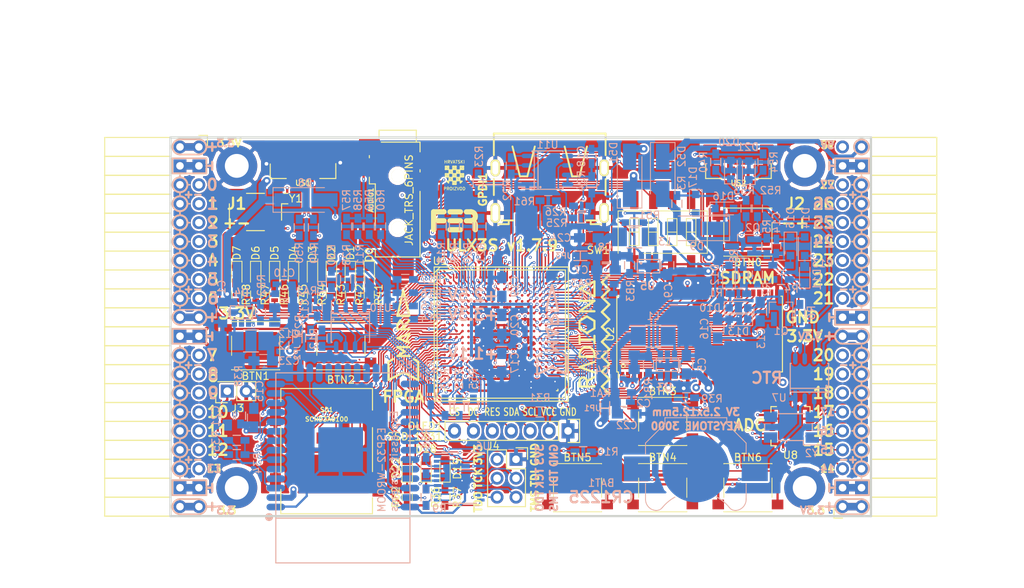
<source format=kicad_pcb>
(kicad_pcb (version 4) (host pcbnew 4.0.7+dfsg1-1)
  (layers (0 F.Cu signal) (1 In1.Cu signal) (2 In2.Cu signal) (31 B.Cu signal) (34 B.Paste user) (35 F.Paste user) (36 B.SilkS user) (37 F.SilkS user) (38 B.Mask user) (39 F.Mask user) (44 Edge.Cuts user))
  (net 0 "")
  (net 1 GND)
  (net 2 +5V)
  (net 3 /gpio/IN5V)
  (net 4 /gpio/OUT5V)
  (net 5 +3V3)
  (net 6 BTN_D)
  (net 7 BTN_F1)
  (net 8 BTN_F2)
  (net 9 BTN_L)
  (net 10 BTN_R)
  (net 11 BTN_U)
  (net 12 /power/FB1)
  (net 13 +2V5)
  (net 14 /power/PWREN)
  (net 15 /power/FB3)
  (net 16 /power/FB2)
  (net 17 "Net-(D9-Pad1)")
  (net 18 /power/VBAT)
  (net 19 JTAG_TDI)
  (net 20 JTAG_TCK)
  (net 21 JTAG_TMS)
  (net 22 JTAG_TDO)
  (net 23 /power/WAKEUPn)
  (net 24 /power/WKUP)
  (net 25 /power/SHUT)
  (net 26 /power/WAKE)
  (net 27 /power/HOLD)
  (net 28 /power/WKn)
  (net 29 /power/OSCI_32k)
  (net 30 /power/OSCO_32k)
  (net 31 "Net-(Q2-Pad3)")
  (net 32 SHUTDOWN)
  (net 33 /analog/AUDIO_L)
  (net 34 /analog/AUDIO_R)
  (net 35 GPDI_5V_SCL)
  (net 36 GPDI_5V_SDA)
  (net 37 GPDI_SDA)
  (net 38 GPDI_SCL)
  (net 39 /gpdi/VREF2)
  (net 40 SD_CMD)
  (net 41 SD_CLK)
  (net 42 SD_D0)
  (net 43 SD_D1)
  (net 44 USB5V)
  (net 45 GPDI_CEC)
  (net 46 nRESET)
  (net 47 FTDI_nDTR)
  (net 48 SDRAM_CKE)
  (net 49 SDRAM_A7)
  (net 50 SDRAM_D15)
  (net 51 SDRAM_BA1)
  (net 52 SDRAM_D7)
  (net 53 SDRAM_A6)
  (net 54 SDRAM_CLK)
  (net 55 SDRAM_D13)
  (net 56 SDRAM_BA0)
  (net 57 SDRAM_D6)
  (net 58 SDRAM_A5)
  (net 59 SDRAM_D14)
  (net 60 SDRAM_A11)
  (net 61 SDRAM_D12)
  (net 62 SDRAM_D5)
  (net 63 SDRAM_A4)
  (net 64 SDRAM_A10)
  (net 65 SDRAM_D11)
  (net 66 SDRAM_A3)
  (net 67 SDRAM_D4)
  (net 68 SDRAM_D10)
  (net 69 SDRAM_D9)
  (net 70 SDRAM_A9)
  (net 71 SDRAM_D3)
  (net 72 SDRAM_D8)
  (net 73 SDRAM_A8)
  (net 74 SDRAM_A2)
  (net 75 SDRAM_A1)
  (net 76 SDRAM_A0)
  (net 77 SDRAM_D2)
  (net 78 SDRAM_D1)
  (net 79 SDRAM_D0)
  (net 80 SDRAM_DQM0)
  (net 81 SDRAM_nCS)
  (net 82 SDRAM_nRAS)
  (net 83 SDRAM_DQM1)
  (net 84 SDRAM_nCAS)
  (net 85 SDRAM_nWE)
  (net 86 /flash/FLASH_nWP)
  (net 87 /flash/FLASH_nHOLD)
  (net 88 /flash/FLASH_MOSI)
  (net 89 /flash/FLASH_MISO)
  (net 90 /flash/FLASH_SCK)
  (net 91 /flash/FLASH_nCS)
  (net 92 /flash/FPGA_PROGRAMN)
  (net 93 /flash/FPGA_DONE)
  (net 94 /flash/FPGA_INITN)
  (net 95 OLED_RES)
  (net 96 OLED_DC)
  (net 97 OLED_CS)
  (net 98 WIFI_EN)
  (net 99 FTDI_nRTS)
  (net 100 FTDI_TXD)
  (net 101 FTDI_RXD)
  (net 102 WIFI_RXD)
  (net 103 WIFI_GPIO0)
  (net 104 WIFI_TXD)
  (net 105 GPDI_ETH-)
  (net 106 GPDI_ETH+)
  (net 107 GPDI_D2+)
  (net 108 GPDI_D2-)
  (net 109 GPDI_D1+)
  (net 110 GPDI_D1-)
  (net 111 GPDI_D0+)
  (net 112 GPDI_D0-)
  (net 113 GPDI_CLK+)
  (net 114 GPDI_CLK-)
  (net 115 USB_FTDI_D+)
  (net 116 USB_FTDI_D-)
  (net 117 SD_D3)
  (net 118 AUDIO_L3)
  (net 119 AUDIO_L2)
  (net 120 AUDIO_L1)
  (net 121 AUDIO_L0)
  (net 122 AUDIO_R3)
  (net 123 AUDIO_R2)
  (net 124 AUDIO_R1)
  (net 125 AUDIO_R0)
  (net 126 OLED_CLK)
  (net 127 OLED_MOSI)
  (net 128 LED0)
  (net 129 LED1)
  (net 130 LED2)
  (net 131 LED3)
  (net 132 LED4)
  (net 133 LED5)
  (net 134 LED6)
  (net 135 LED7)
  (net 136 BTN_PWRn)
  (net 137 FTDI_nTXLED)
  (net 138 FTDI_nSLEEP)
  (net 139 /blinkey/LED_PWREN)
  (net 140 /blinkey/LED_TXLED)
  (net 141 /sdcard/SD3V3)
  (net 142 SD_D2)
  (net 143 CLK_25MHz)
  (net 144 /blinkey/BTNPUL)
  (net 145 /blinkey/BTNPUR)
  (net 146 USB_FPGA_D+)
  (net 147 /power/FTDI_nSUSPEND)
  (net 148 /blinkey/ALED0)
  (net 149 /blinkey/ALED1)
  (net 150 /blinkey/ALED2)
  (net 151 /blinkey/ALED3)
  (net 152 /blinkey/ALED4)
  (net 153 /blinkey/ALED5)
  (net 154 /blinkey/ALED6)
  (net 155 /blinkey/ALED7)
  (net 156 /usb/FTD-)
  (net 157 /usb/FTD+)
  (net 158 ADC_MISO)
  (net 159 ADC_MOSI)
  (net 160 ADC_CSn)
  (net 161 ADC_SCLK)
  (net 162 SW3)
  (net 163 SW2)
  (net 164 SW1)
  (net 165 USB_FPGA_D-)
  (net 166 /usb/FPD+)
  (net 167 /usb/FPD-)
  (net 168 WIFI_GPIO16)
  (net 169 /usb/ANT_433MHz)
  (net 170 /power/PWRBTn)
  (net 171 PROG_DONE)
  (net 172 /power/P3V3)
  (net 173 /power/P2V5)
  (net 174 /power/L1)
  (net 175 /power/L3)
  (net 176 /power/L2)
  (net 177 FTDI_TXDEN)
  (net 178 SDRAM_A12)
  (net 179 /analog/AUDIO_V)
  (net 180 AUDIO_V3)
  (net 181 AUDIO_V2)
  (net 182 AUDIO_V1)
  (net 183 AUDIO_V0)
  (net 184 /gpdi/FPGA_CEC)
  (net 185 /blinkey/LED_WIFI)
  (net 186 /power/P1V1)
  (net 187 +1V1)
  (net 188 SW4)
  (net 189 /blinkey/SWPU)
  (net 190 /wifi/WIFIEN)
  (net 191 FT2V5)
  (net 192 GN0)
  (net 193 GP0)
  (net 194 GN1)
  (net 195 GP1)
  (net 196 GN2)
  (net 197 GP2)
  (net 198 GN3)
  (net 199 GP3)
  (net 200 GN4)
  (net 201 GP4)
  (net 202 GN5)
  (net 203 GP5)
  (net 204 GN6)
  (net 205 GP6)
  (net 206 GN14)
  (net 207 GP14)
  (net 208 GN15)
  (net 209 GP15)
  (net 210 GN16)
  (net 211 GP16)
  (net 212 GN17)
  (net 213 GP17)
  (net 214 GN18)
  (net 215 GP18)
  (net 216 GN19)
  (net 217 GP19)
  (net 218 GN20)
  (net 219 GP20)
  (net 220 GN21)
  (net 221 GP21)
  (net 222 GN22)
  (net 223 GP22)
  (net 224 GN23)
  (net 225 GP23)
  (net 226 GN24)
  (net 227 GP24)
  (net 228 GN25)
  (net 229 GP25)
  (net 230 GN26)
  (net 231 GP26)
  (net 232 GN27)
  (net 233 GP27)
  (net 234 GN7)
  (net 235 GP7)
  (net 236 GN8)
  (net 237 GP8)
  (net 238 GN9)
  (net 239 GP9)
  (net 240 GN10)
  (net 241 GP10)
  (net 242 GN11)
  (net 243 GP11)
  (net 244 GN12)
  (net 245 GP12)
  (net 246 GN13)
  (net 247 GP13)
  (net 248 WIFI_LED)
  (net 249 WIFI_GPIO5)
  (module Socket_Strips:Socket_Strip_Angled_2x20 (layer F.Cu) (at 97.91 62.69 270)
    (fp_text reference J1 (at 7.62 -5.08 360) (layer F.SilkS) (effects (font (size 1.5 1.5) (thickness 0.3))))
    (fp_text value CONN_02X20 hide)
    (pad 1 thru_hole oval (at 0 0 270) (size 1.7272 1.7272) (drill 1.016) (layers *.Cu *.Mask) (net 5 +3V3))
    (pad 2 thru_hole oval (at 0 2.54 270) (size 1.7272 1.7272) (drill 1.016) (layers *.Cu *.Mask) (net 5 +3V3))
    (pad 3 thru_hole rect (at 2.54 0 270) (size 1.7272 1.7272) (drill 1.016) (layers *.Cu *.Mask) (net 1 GND))
    (pad 4 thru_hole rect (at 2.54 2.54 270) (size 1.7272 1.7272) (drill 1.016) (layers *.Cu *.Mask) (net 1 GND))
    (pad 5 thru_hole oval (at 5.08 0 270) (size 1.7272 1.7272) (drill 1.016) (layers *.Cu *.Mask) (net 192 GN0))
    (pad 6 thru_hole oval (at 5.08 2.54 270) (size 1.7272 1.7272) (drill 1.016) (layers *.Cu *.Mask) (net 193 GP0))
    (pad 7 thru_hole oval (at 7.62 0 270) (size 1.7272 1.7272) (drill 1.016) (layers *.Cu *.Mask) (net 194 GN1))
    (pad 8 thru_hole oval (at 7.62 2.54 270) (size 1.7272 1.7272) (drill 1.016) (layers *.Cu *.Mask) (net 195 GP1))
    (pad 9 thru_hole oval (at 10.16 0 270) (size 1.7272 1.7272) (drill 1.016) (layers *.Cu *.Mask) (net 196 GN2))
    (pad 10 thru_hole oval (at 10.16 2.54 270) (size 1.7272 1.7272) (drill 1.016) (layers *.Cu *.Mask) (net 197 GP2))
    (pad 11 thru_hole oval (at 12.7 0 270) (size 1.7272 1.7272) (drill 1.016) (layers *.Cu *.Mask) (net 198 GN3))
    (pad 12 thru_hole oval (at 12.7 2.54 270) (size 1.7272 1.7272) (drill 1.016) (layers *.Cu *.Mask) (net 199 GP3))
    (pad 13 thru_hole oval (at 15.24 0 270) (size 1.7272 1.7272) (drill 1.016) (layers *.Cu *.Mask) (net 200 GN4))
    (pad 14 thru_hole oval (at 15.24 2.54 270) (size 1.7272 1.7272) (drill 1.016) (layers *.Cu *.Mask) (net 201 GP4))
    (pad 15 thru_hole oval (at 17.78 0 270) (size 1.7272 1.7272) (drill 1.016) (layers *.Cu *.Mask) (net 202 GN5))
    (pad 16 thru_hole oval (at 17.78 2.54 270) (size 1.7272 1.7272) (drill 1.016) (layers *.Cu *.Mask) (net 203 GP5))
    (pad 17 thru_hole oval (at 20.32 0 270) (size 1.7272 1.7272) (drill 1.016) (layers *.Cu *.Mask) (net 204 GN6))
    (pad 18 thru_hole oval (at 20.32 2.54 270) (size 1.7272 1.7272) (drill 1.016) (layers *.Cu *.Mask) (net 205 GP6))
    (pad 19 thru_hole oval (at 22.86 0 270) (size 1.7272 1.7272) (drill 1.016) (layers *.Cu *.Mask) (net 5 +3V3))
    (pad 20 thru_hole oval (at 22.86 2.54 270) (size 1.7272 1.7272) (drill 1.016) (layers *.Cu *.Mask) (net 5 +3V3))
    (pad 21 thru_hole rect (at 25.4 0 270) (size 1.7272 1.7272) (drill 1.016) (layers *.Cu *.Mask) (net 1 GND))
    (pad 22 thru_hole rect (at 25.4 2.54 270) (size 1.7272 1.7272) (drill 1.016) (layers *.Cu *.Mask) (net 1 GND))
    (pad 23 thru_hole oval (at 27.94 0 270) (size 1.7272 1.7272) (drill 1.016) (layers *.Cu *.Mask) (net 234 GN7))
    (pad 24 thru_hole oval (at 27.94 2.54 270) (size 1.7272 1.7272) (drill 1.016) (layers *.Cu *.Mask) (net 235 GP7))
    (pad 25 thru_hole oval (at 30.48 0 270) (size 1.7272 1.7272) (drill 1.016) (layers *.Cu *.Mask) (net 236 GN8))
    (pad 26 thru_hole oval (at 30.48 2.54 270) (size 1.7272 1.7272) (drill 1.016) (layers *.Cu *.Mask) (net 237 GP8))
    (pad 27 thru_hole oval (at 33.02 0 270) (size 1.7272 1.7272) (drill 1.016) (layers *.Cu *.Mask) (net 238 GN9))
    (pad 28 thru_hole oval (at 33.02 2.54 270) (size 1.7272 1.7272) (drill 1.016) (layers *.Cu *.Mask) (net 239 GP9))
    (pad 29 thru_hole oval (at 35.56 0 270) (size 1.7272 1.7272) (drill 1.016) (layers *.Cu *.Mask) (net 240 GN10))
    (pad 30 thru_hole oval (at 35.56 2.54 270) (size 1.7272 1.7272) (drill 1.016) (layers *.Cu *.Mask) (net 241 GP10))
    (pad 31 thru_hole oval (at 38.1 0 270) (size 1.7272 1.7272) (drill 1.016) (layers *.Cu *.Mask) (net 242 GN11))
    (pad 32 thru_hole oval (at 38.1 2.54 270) (size 1.7272 1.7272) (drill 1.016) (layers *.Cu *.Mask) (net 243 GP11))
    (pad 33 thru_hole oval (at 40.64 0 270) (size 1.7272 1.7272) (drill 1.016) (layers *.Cu *.Mask) (net 244 GN12))
    (pad 34 thru_hole oval (at 40.64 2.54 270) (size 1.7272 1.7272) (drill 1.016) (layers *.Cu *.Mask) (net 245 GP12))
    (pad 35 thru_hole oval (at 43.18 0 270) (size 1.7272 1.7272) (drill 1.016) (layers *.Cu *.Mask) (net 246 GN13))
    (pad 36 thru_hole oval (at 43.18 2.54 270) (size 1.7272 1.7272) (drill 1.016) (layers *.Cu *.Mask) (net 247 GP13))
    (pad 37 thru_hole rect (at 45.72 0 270) (size 1.7272 1.7272) (drill 1.016) (layers *.Cu *.Mask) (net 1 GND))
    (pad 38 thru_hole rect (at 45.72 2.54 270) (size 1.7272 1.7272) (drill 1.016) (layers *.Cu *.Mask) (net 1 GND))
    (pad 39 thru_hole oval (at 48.26 0 270) (size 1.7272 1.7272) (drill 1.016) (layers *.Cu *.Mask) (net 5 +3V3))
    (pad 40 thru_hole oval (at 48.26 2.54 270) (size 1.7272 1.7272) (drill 1.016) (layers *.Cu *.Mask) (net 5 +3V3))
  )
  (module SMD_Packages:1Pin (layer F.Cu) (at 182.67515 111.637626)
    (fp_text reference AE1 hide)
    (fp_text value 433MHz hide)
    (pad 1 smd rect (at 0 0) (size 0.5 0.5) (layers B.Cu F.Paste F.Mask) (net 169 /usb/ANT_433MHz))
  )
  (module Resistors_SMD:R_0603_HandSoldering (layer B.Cu) (at 103.498 98.758 90)
    (fp_text reference R38 (at 5.334 -0.254 90) (layer B.SilkS) (effects (justify mirror)))
    (fp_text value 0.47)
    (pad 1 smd rect (at -1.1 0 90) (size 1.2 0.9) (layers B.Cu B.Paste B.Mask) (net 141 /sdcard/SD3V3))
    (pad 2 smd rect (at 1.1 0 90) (size 1.2 0.9) (layers B.Cu B.Paste B.Mask) (net 5 +3V3))
  )
  (module jumper:SOLDER-JUMPER_1-WAY (layer B.Cu) (at 152.393 97.742 270)
    (fp_text reference JP1 (at 0 1.778 360) (layer B.SilkS) (effects (font (size 0.762 0.762) (thickness 0.1524)) (justify mirror)))
    (fp_text value 1.2 hide)
    (pad 1 smd rect (at -0.6 0 270) (size 1 1) (layers B.Cu B.Paste B.Mask) (net 186 /power/P1V1))
    (pad 2 smd rect (at 0.6 0 270) (size 1 1) (layers B.Cu B.Paste B.Mask) (net 187 +1V1))
  )
  (module Diodes_SMD:D_SMA_Handsoldering (layer B.Cu) (at 155.695 66.5 90)
    (fp_text reference D51 (at 3.048 -2.159 90) (layer B.SilkS) (effects (justify mirror)))
    (fp_text value STPS2L30AF hide)
    (pad 1 smd rect (at -2.5 0 90) (size 3.5 1.8) (layers B.Cu B.Paste B.Mask) (net 2 +5V))
    (pad 2 smd rect (at 2.5 0 90) (size 3.5 1.8) (layers B.Cu B.Paste B.Mask) (net 3 /gpio/IN5V))
  )
  (module Resistors_SMD:R_0603_HandSoldering (layer B.Cu) (at 156.33 72.85 180)
    (fp_text reference R51 (at -2.032 1.016 180) (layer B.SilkS) (effects (justify mirror)))
    (fp_text value 150)
    (pad 1 smd rect (at -1.1 0 180) (size 1.2 0.9) (layers B.Cu B.Paste B.Mask) (net 5 +3V3))
    (pad 2 smd rect (at 1.1 0 180) (size 1.2 0.9) (layers B.Cu B.Paste B.Mask) (net 189 /blinkey/SWPU))
  )
  (module Resistors_SMD:R_1210_HandSoldering (layer B.Cu) (at 158.87 88.09 180)
    (fp_text reference L1 (at 0 2.7 180) (layer B.SilkS) (effects (justify mirror)))
    (fp_text value 2.2uH)
    (pad 1 smd rect (at -2 0 180) (size 2 2.5) (layers B.Cu B.Paste B.Mask) (net 174 /power/L1))
    (pad 2 smd rect (at 2 0 180) (size 2 2.5) (layers B.Cu B.Paste B.Mask) (net 186 /power/P1V1))
  )
  (module TSOT-25:TSOT-25 (layer B.Cu) (at 160.775 91.9)
    (fp_text reference U3 (at -0.381 3.048) (layer B.SilkS) (effects (font (thickness 0.2)) (justify mirror)))
    (fp_text value TLV62569DBV)
    (pad 1 smd rect (at -0.95 -1.3) (size 0.7 1.2) (layers B.Cu B.Paste B.Mask) (net 14 /power/PWREN))
    (pad 2 smd rect (at 0 -1.3) (size 0.7 1.2) (layers B.Cu B.Paste B.Mask) (net 1 GND))
    (pad 3 smd rect (at 0.95 -1.3) (size 0.7 1.2) (layers B.Cu B.Paste B.Mask) (net 174 /power/L1))
    (pad 4 smd rect (at 0.95 1.3) (size 0.7 1.2) (layers B.Cu B.Paste B.Mask) (net 2 +5V))
    (pad 5 smd rect (at -0.95 1.3) (size 0.7 1.2) (layers B.Cu B.Paste B.Mask) (net 12 /power/FB1))
  )
  (module Resistors_SMD:R_1210_HandSoldering (layer B.Cu) (at 104.895 88.725)
    (fp_text reference L2 (at 4.445 0.635) (layer B.SilkS) (effects (justify mirror)))
    (fp_text value 2.2uH)
    (pad 1 smd rect (at -2 0) (size 2 2.5) (layers B.Cu B.Paste B.Mask) (net 176 /power/L2))
    (pad 2 smd rect (at 2 0) (size 2 2.5) (layers B.Cu B.Paste B.Mask) (net 173 /power/P2V5))
  )
  (module TSOT-25:TSOT-25 (layer B.Cu) (at 103.625 84.915 180)
    (fp_text reference U4 (at 0 2.697 180) (layer B.SilkS) (effects (font (thickness 0.2)) (justify mirror)))
    (fp_text value TLV62569DBV)
    (pad 1 smd rect (at -0.95 -1.3 180) (size 0.7 1.2) (layers B.Cu B.Paste B.Mask) (net 14 /power/PWREN))
    (pad 2 smd rect (at 0 -1.3 180) (size 0.7 1.2) (layers B.Cu B.Paste B.Mask) (net 1 GND))
    (pad 3 smd rect (at 0.95 -1.3 180) (size 0.7 1.2) (layers B.Cu B.Paste B.Mask) (net 176 /power/L2))
    (pad 4 smd rect (at 0.95 1.3 180) (size 0.7 1.2) (layers B.Cu B.Paste B.Mask) (net 2 +5V))
    (pad 5 smd rect (at -0.95 1.3 180) (size 0.7 1.2) (layers B.Cu B.Paste B.Mask) (net 16 /power/FB2))
  )
  (module Resistors_SMD:R_1210_HandSoldering (layer B.Cu) (at 156.33 74.755 180)
    (fp_text reference L3 (at -4.064 -0.635 180) (layer B.SilkS) (effects (justify mirror)))
    (fp_text value 2.2uH)
    (pad 1 smd rect (at -2 0 180) (size 2 2.5) (layers B.Cu B.Paste B.Mask) (net 175 /power/L3))
    (pad 2 smd rect (at 2 0 180) (size 2 2.5) (layers B.Cu B.Paste B.Mask) (net 172 /power/P3V3))
  )
  (module TSOT-25:TSOT-25 (layer B.Cu) (at 158.235 78.692)
    (fp_text reference U5 (at -0.127 2.667) (layer B.SilkS) (effects (font (thickness 0.2)) (justify mirror)))
    (fp_text value TLV62569DBV)
    (pad 1 smd rect (at -0.95 -1.3) (size 0.7 1.2) (layers B.Cu B.Paste B.Mask) (net 14 /power/PWREN))
    (pad 2 smd rect (at 0 -1.3) (size 0.7 1.2) (layers B.Cu B.Paste B.Mask) (net 1 GND))
    (pad 3 smd rect (at 0.95 -1.3) (size 0.7 1.2) (layers B.Cu B.Paste B.Mask) (net 175 /power/L3))
    (pad 4 smd rect (at 0.95 1.3) (size 0.7 1.2) (layers B.Cu B.Paste B.Mask) (net 2 +5V))
    (pad 5 smd rect (at -0.95 1.3) (size 0.7 1.2) (layers B.Cu B.Paste B.Mask) (net 15 /power/FB3))
  )
  (module Capacitors_SMD:C_0805_HandSoldering (layer B.Cu) (at 101.085 84.915 270)
    (fp_text reference C1 (at -3.429 0.127 270) (layer B.SilkS) (effects (justify mirror)))
    (fp_text value 22uF)
    (pad 1 smd rect (at -1.25 0 270) (size 1.5 1.25) (layers B.Cu B.Paste B.Mask) (net 2 +5V))
    (pad 2 smd rect (at 1.25 0 270) (size 1.5 1.25) (layers B.Cu B.Paste B.Mask) (net 1 GND))
  )
  (module Capacitors_SMD:C_0805_HandSoldering (layer B.Cu) (at 155.06 90.63)
    (fp_text reference C3 (at -3.048 0) (layer B.SilkS) (effects (justify mirror)))
    (fp_text value 22uF)
    (pad 1 smd rect (at -1.25 0) (size 1.5 1.25) (layers B.Cu B.Paste B.Mask) (net 186 /power/P1V1))
    (pad 2 smd rect (at 1.25 0) (size 1.5 1.25) (layers B.Cu B.Paste B.Mask) (net 1 GND))
  )
  (module Capacitors_SMD:C_0805_HandSoldering (layer B.Cu) (at 155.06 92.535)
    (fp_text reference C4 (at -3.048 0.127) (layer B.SilkS) (effects (justify mirror)))
    (fp_text value 22uF)
    (pad 1 smd rect (at -1.25 0) (size 1.5 1.25) (layers B.Cu B.Paste B.Mask) (net 186 /power/P1V1))
    (pad 2 smd rect (at 1.25 0) (size 1.5 1.25) (layers B.Cu B.Paste B.Mask) (net 1 GND))
  )
  (module Capacitors_SMD:C_0805_HandSoldering (layer B.Cu) (at 163.315 91.9 90)
    (fp_text reference C5 (at 0 2.1 90) (layer B.SilkS) (effects (justify mirror)))
    (fp_text value 22uF)
    (pad 1 smd rect (at -1.25 0 90) (size 1.5 1.25) (layers B.Cu B.Paste B.Mask) (net 2 +5V))
    (pad 2 smd rect (at 1.25 0 90) (size 1.5 1.25) (layers B.Cu B.Paste B.Mask) (net 1 GND))
  )
  (module Capacitors_SMD:C_0805_HandSoldering (layer B.Cu) (at 152.52 79.2)
    (fp_text reference C7 (at -3.302 0) (layer B.SilkS) (effects (justify mirror)))
    (fp_text value 22uF)
    (pad 1 smd rect (at -1.25 0) (size 1.5 1.25) (layers B.Cu B.Paste B.Mask) (net 172 /power/P3V3))
    (pad 2 smd rect (at 1.25 0) (size 1.5 1.25) (layers B.Cu B.Paste B.Mask) (net 1 GND))
  )
  (module Capacitors_SMD:C_0805_HandSoldering (layer B.Cu) (at 152.52 77.295)
    (fp_text reference C8 (at -0.127 -1.143) (layer B.SilkS) (effects (justify mirror)))
    (fp_text value 22uF)
    (pad 1 smd rect (at -1.25 0) (size 1.5 1.25) (layers B.Cu B.Paste B.Mask) (net 172 /power/P3V3))
    (pad 2 smd rect (at 1.25 0) (size 1.5 1.25) (layers B.Cu B.Paste B.Mask) (net 1 GND))
  )
  (module Capacitors_SMD:C_0805_HandSoldering (layer B.Cu) (at 160.775 78.565 90)
    (fp_text reference C9 (at -3.429 0.127 90) (layer B.SilkS) (effects (justify mirror)))
    (fp_text value 22uF)
    (pad 1 smd rect (at -1.25 0 90) (size 1.5 1.25) (layers B.Cu B.Paste B.Mask) (net 2 +5V))
    (pad 2 smd rect (at 1.25 0 90) (size 1.5 1.25) (layers B.Cu B.Paste B.Mask) (net 1 GND))
  )
  (module Capacitors_SMD:C_0805_HandSoldering (layer B.Cu) (at 109.34 84.28 180)
    (fp_text reference C11 (at -2.794 -0.254 270) (layer B.SilkS) (effects (justify mirror)))
    (fp_text value 22uF)
    (pad 1 smd rect (at -1.25 0 180) (size 1.5 1.25) (layers B.Cu B.Paste B.Mask) (net 173 /power/P2V5))
    (pad 2 smd rect (at 1.25 0 180) (size 1.5 1.25) (layers B.Cu B.Paste B.Mask) (net 1 GND))
  )
  (module Capacitors_SMD:C_0805_HandSoldering (layer B.Cu) (at 109.34 86.185 180)
    (fp_text reference C12 (at -0.635 -1.615 360) (layer B.SilkS) (effects (justify mirror)))
    (fp_text value 22uF)
    (pad 1 smd rect (at -1.25 0 180) (size 1.5 1.25) (layers B.Cu B.Paste B.Mask) (net 173 /power/P2V5))
    (pad 2 smd rect (at 1.25 0 180) (size 1.5 1.25) (layers B.Cu B.Paste B.Mask) (net 1 GND))
  )
  (module Capacitors_SMD:C_0805_HandSoldering (layer B.Cu) (at 173.221 84.788 90)
    (fp_text reference C13 (at -3.556 0.127 90) (layer B.SilkS) (effects (justify mirror)))
    (fp_text value 2.2uF)
    (pad 1 smd rect (at -1.25 0 90) (size 1.5 1.25) (layers B.Cu B.Paste B.Mask) (net 2 +5V))
    (pad 2 smd rect (at 1.25 0 90) (size 1.5 1.25) (layers B.Cu B.Paste B.Mask) (net 24 /power/WKUP))
  )
  (module TO_SOT_Packages_SMD:SOT-23_Handsoldering (layer B.Cu) (at 176.015 84.28 90)
    (fp_text reference Q1 (at -3.1115 0 180) (layer B.SilkS) (effects (justify mirror)))
    (fp_text value BC857)
    (pad 1 smd rect (at -1.5 0.95 90) (size 1.9 0.8) (layers B.Cu B.Paste B.Mask) (net 28 /power/WKn))
    (pad 2 smd rect (at -1.5 -0.95 90) (size 1.9 0.8) (layers B.Cu B.Paste B.Mask) (net 2 +5V))
    (pad 3 smd rect (at 1.5 0 90) (size 1.9 0.8) (layers B.Cu B.Paste B.Mask) (net 24 /power/WKUP))
  )
  (module TO_SOT_Packages_SMD:SOT-23_Handsoldering (layer B.Cu) (at 170.935 76.025 180)
    (fp_text reference Q2 (at -1.295 2.5 180) (layer B.SilkS) (effects (justify mirror)))
    (fp_text value 2N7002)
    (pad 1 smd rect (at -1.5 0.95 180) (size 1.9 0.8) (layers B.Cu B.Paste B.Mask) (net 25 /power/SHUT))
    (pad 2 smd rect (at -1.5 -0.95 180) (size 1.9 0.8) (layers B.Cu B.Paste B.Mask) (net 1 GND))
    (pad 3 smd rect (at 1.5 0 180) (size 1.9 0.8) (layers B.Cu B.Paste B.Mask) (net 31 "Net-(Q2-Pad3)"))
  )
  (module Capacitors_SMD:C_0603_HandSoldering (layer B.Cu) (at 154.86 96.91)
    (fp_text reference C2 (at 2.74 0.197) (layer B.SilkS) (effects (justify mirror)))
    (fp_text value 470pF)
    (pad 1 smd rect (at -0.95 0) (size 1.2 0.75) (layers B.Cu B.Paste B.Mask) (net 186 /power/P1V1))
    (pad 2 smd rect (at 0.95 0) (size 1.2 0.75) (layers B.Cu B.Paste B.Mask) (net 12 /power/FB1))
  )
  (module Capacitors_SMD:C_0603_HandSoldering (layer B.Cu) (at 152.52 82.375)
    (fp_text reference C6 (at -2.794 0.127) (layer B.SilkS) (effects (justify mirror)))
    (fp_text value 470pF)
    (pad 1 smd rect (at -0.95 0) (size 1.2 0.75) (layers B.Cu B.Paste B.Mask) (net 172 /power/P3V3))
    (pad 2 smd rect (at 0.95 0) (size 1.2 0.75) (layers B.Cu B.Paste B.Mask) (net 15 /power/FB3))
  )
  (module Capacitors_SMD:C_0603_HandSoldering (layer B.Cu) (at 109.34 81.105 180)
    (fp_text reference C10 (at -0.04 1.505 180) (layer B.SilkS) (effects (justify mirror)))
    (fp_text value 470pF)
    (pad 1 smd rect (at -0.95 0 180) (size 1.2 0.75) (layers B.Cu B.Paste B.Mask) (net 173 /power/P2V5))
    (pad 2 smd rect (at 0.95 0 180) (size 1.2 0.75) (layers B.Cu B.Paste B.Mask) (net 16 /power/FB2))
  )
  (module Capacitors_SMD:C_0603_HandSoldering (layer B.Cu) (at 175.38 76.025 270)
    (fp_text reference C14 (at -3.175 0 270) (layer B.SilkS) (effects (justify mirror)))
    (fp_text value 100nF)
    (pad 1 smd rect (at -0.95 0 270) (size 1.2 0.75) (layers B.Cu B.Paste B.Mask) (net 25 /power/SHUT))
    (pad 2 smd rect (at 0.95 0 270) (size 1.2 0.75) (layers B.Cu B.Paste B.Mask) (net 1 GND))
  )
  (module Resistors_SMD:R_0603_HandSoldering (layer B.Cu) (at 170.3 82.375)
    (fp_text reference R1 (at -3.048 -0.127) (layer B.SilkS) (effects (justify mirror)))
    (fp_text value 15k)
    (pad 1 smd rect (at -1.1 0) (size 1.2 0.9) (layers B.Cu B.Paste B.Mask) (net 26 /power/WAKE))
    (pad 2 smd rect (at 1.1 0) (size 1.2 0.9) (layers B.Cu B.Paste B.Mask) (net 14 /power/PWREN))
  )
  (module Resistors_SMD:R_0603_HandSoldering (layer B.Cu) (at 172.84 79.835 90)
    (fp_text reference R2 (at -1.905 1.27 90) (layer B.SilkS) (effects (justify mirror)))
    (fp_text value 47k)
    (pad 1 smd rect (at -1.1 0 90) (size 1.2 0.9) (layers B.Cu B.Paste B.Mask) (net 14 /power/PWREN))
    (pad 2 smd rect (at 1.1 0 90) (size 1.2 0.9) (layers B.Cu B.Paste B.Mask) (net 1 GND))
  )
  (module Resistors_SMD:R_0603_HandSoldering (layer B.Cu) (at 176.015 80.47 180)
    (fp_text reference R4 (at -1.397 -1.27 360) (layer B.SilkS) (effects (justify mirror)))
    (fp_text value 4.7k)
    (pad 1 smd rect (at -1.1 0 180) (size 1.2 0.9) (layers B.Cu B.Paste B.Mask) (net 27 /power/HOLD))
    (pad 2 smd rect (at 1.1 0 180) (size 1.2 0.9) (layers B.Cu B.Paste B.Mask) (net 14 /power/PWREN))
  )
  (module Resistors_SMD:R_0603_HandSoldering (layer B.Cu) (at 174.11 76.025 270)
    (fp_text reference R5 (at -2.667 0 270) (layer B.SilkS) (effects (justify mirror)))
    (fp_text value 4.7M)
    (pad 1 smd rect (at -1.1 0 270) (size 1.2 0.9) (layers B.Cu B.Paste B.Mask) (net 25 /power/SHUT))
    (pad 2 smd rect (at 1.1 0 270) (size 1.2 0.9) (layers B.Cu B.Paste B.Mask) (net 1 GND))
  )
  (module Resistors_SMD:R_0603_HandSoldering (layer B.Cu) (at 178.555 84.915 270)
    (fp_text reference R6 (at 0 -1.524 270) (layer B.SilkS) (effects (justify mirror)))
    (fp_text value 1k)
    (pad 1 smd rect (at -1.1 0 270) (size 1.2 0.9) (layers B.Cu B.Paste B.Mask) (net 28 /power/WKn))
    (pad 2 smd rect (at 1.1 0 270) (size 1.2 0.9) (layers B.Cu B.Paste B.Mask) (net 23 /power/WAKEUPn))
  )
  (module Resistors_SMD:R_0603_HandSoldering (layer B.Cu) (at 113.785 84.28 270)
    (fp_text reference R7 (at -2.794 -0.635 270) (layer B.SilkS) (effects (justify mirror)))
    (fp_text value 150)
    (pad 1 smd rect (at -1.1 0 270) (size 1.2 0.9) (layers B.Cu B.Paste B.Mask) (net 5 +3V3))
    (pad 2 smd rect (at 1.1 0 270) (size 1.2 0.9) (layers B.Cu B.Paste B.Mask) (net 144 /blinkey/BTNPUL))
  )
  (module Resistors_SMD:R_0603_HandSoldering (layer B.Cu) (at 170.935 79.835 90)
    (fp_text reference R8 (at 2.54 -1.27 90) (layer B.SilkS) (effects (justify mirror)))
    (fp_text value 1k)
    (pad 1 smd rect (at -1.1 0 90) (size 1.2 0.9) (layers B.Cu B.Paste B.Mask) (net 14 /power/PWREN))
    (pad 2 smd rect (at 1.1 0 90) (size 1.2 0.9) (layers B.Cu B.Paste B.Mask) (net 31 "Net-(Q2-Pad3)"))
  )
  (module Resistors_SMD:R_0603_HandSoldering (layer B.Cu) (at 128.39 109.68 270)
    (fp_text reference R9 (at 1.524 -1.778 360) (layer B.SilkS) (effects (justify mirror)))
    (fp_text value 15k)
    (pad 1 smd rect (at -1.1 0 270) (size 1.2 0.9) (layers B.Cu B.Paste B.Mask) (net 46 nRESET))
    (pad 2 smd rect (at 1.1 0 270) (size 1.2 0.9) (layers B.Cu B.Paste B.Mask) (net 191 FT2V5))
  )
  (module Resistors_SMD:R_0603_HandSoldering (layer B.Cu) (at 149.472 103.584 180)
    (fp_text reference R10 (at -3.302 0 180) (layer B.SilkS) (effects (justify mirror)))
    (fp_text value 150)
    (pad 1 smd rect (at -1.1 0 180) (size 1.2 0.9) (layers B.Cu B.Paste B.Mask) (net 147 /power/FTDI_nSUSPEND))
    (pad 2 smd rect (at 1.1 0 180) (size 1.2 0.9) (layers B.Cu B.Paste B.Mask) (net 138 FTDI_nSLEEP))
  )
  (module Resistors_SMD:R_0603_HandSoldering (layer B.Cu) (at 176.015 78.565 180)
    (fp_text reference R13 (at -5.588 0.254 180) (layer B.SilkS) (effects (justify mirror)))
    (fp_text value 15k)
    (pad 1 smd rect (at -1.1 0 180) (size 1.2 0.9) (layers B.Cu B.Paste B.Mask) (net 32 SHUTDOWN))
    (pad 2 smd rect (at 1.1 0 180) (size 1.2 0.9) (layers B.Cu B.Paste B.Mask) (net 1 GND))
  )
  (module Resistors_SMD:R_0603_HandSoldering (layer B.Cu) (at 154.86 95.64)
    (fp_text reference RA1 (at -3.102 0.07) (layer B.SilkS) (effects (justify mirror)))
    (fp_text value 15k)
    (pad 1 smd rect (at -1.1 0) (size 1.2 0.9) (layers B.Cu B.Paste B.Mask) (net 186 /power/P1V1))
    (pad 2 smd rect (at 1.1 0) (size 1.2 0.9) (layers B.Cu B.Paste B.Mask) (net 12 /power/FB1))
  )
  (module Resistors_SMD:R_0603_HandSoldering (layer B.Cu) (at 109.34 82.375 180)
    (fp_text reference RA2 (at -3.048 0.381 360) (layer B.SilkS) (effects (justify mirror)))
    (fp_text value 15k)
    (pad 1 smd rect (at -1.1 0 180) (size 1.2 0.9) (layers B.Cu B.Paste B.Mask) (net 173 /power/P2V5))
    (pad 2 smd rect (at 1.1 0 180) (size 1.2 0.9) (layers B.Cu B.Paste B.Mask) (net 16 /power/FB2))
  )
  (module Resistors_SMD:R_0603_HandSoldering (layer B.Cu) (at 152.52 81.105)
    (fp_text reference RA3 (at -3.302 -0.127) (layer B.SilkS) (effects (justify mirror)))
    (fp_text value 15k)
    (pad 1 smd rect (at -1.1 0) (size 1.2 0.9) (layers B.Cu B.Paste B.Mask) (net 172 /power/P3V3))
    (pad 2 smd rect (at 1.1 0) (size 1.2 0.9) (layers B.Cu B.Paste B.Mask) (net 15 /power/FB3))
  )
  (module Resistors_SMD:R_0603_HandSoldering (layer B.Cu) (at 158.235 91.9 270)
    (fp_text reference RB1 (at 3.302 0 270) (layer B.SilkS) (effects (justify mirror)))
    (fp_text value 18k)
    (pad 1 smd rect (at -1.1 0 270) (size 1.2 0.9) (layers B.Cu B.Paste B.Mask) (net 1 GND))
    (pad 2 smd rect (at 1.1 0 270) (size 1.2 0.9) (layers B.Cu B.Paste B.Mask) (net 12 /power/FB1))
  )
  (module Resistors_SMD:R_0603_HandSoldering (layer B.Cu) (at 106.165 84.915 90)
    (fp_text reference RB2 (at 3.683 0.127 90) (layer B.SilkS) (effects (justify mirror)))
    (fp_text value 4.7k)
    (pad 1 smd rect (at -1.1 0 90) (size 1.2 0.9) (layers B.Cu B.Paste B.Mask) (net 1 GND))
    (pad 2 smd rect (at 1.1 0 90) (size 1.2 0.9) (layers B.Cu B.Paste B.Mask) (net 16 /power/FB2))
  )
  (module Resistors_SMD:R_0603_HandSoldering (layer B.Cu) (at 155.695 78.565 270)
    (fp_text reference RB3 (at 3.429 -0.127 270) (layer B.SilkS) (effects (justify mirror)))
    (fp_text value 3.3k)
    (pad 1 smd rect (at -1.1 0 270) (size 1.2 0.9) (layers B.Cu B.Paste B.Mask) (net 1 GND))
    (pad 2 smd rect (at 1.1 0 270) (size 1.2 0.9) (layers B.Cu B.Paste B.Mask) (net 15 /power/FB3))
  )
  (module Resistors_SMD:R_0603_HandSoldering (layer B.Cu) (at 125.596 85.804 180)
    (fp_text reference R14 (at -3.47 0.127 180) (layer B.SilkS) (effects (justify mirror)))
    (fp_text value 1.2k)
    (pad 1 smd rect (at -1.1 0 180) (size 1.2 0.9) (layers B.Cu B.Paste B.Mask) (net 121 AUDIO_L0))
    (pad 2 smd rect (at 1.1 0 180) (size 1.2 0.9) (layers B.Cu B.Paste B.Mask) (net 33 /analog/AUDIO_L))
  )
  (module Resistors_SMD:R_0603_HandSoldering (layer B.Cu) (at 125.596 84.026 180)
    (fp_text reference R15 (at -3.47 -0.001 180) (layer B.SilkS) (effects (justify mirror)))
    (fp_text value 680)
    (pad 1 smd rect (at -1.1 0 180) (size 1.2 0.9) (layers B.Cu B.Paste B.Mask) (net 120 AUDIO_L1))
    (pad 2 smd rect (at 1.1 0 180) (size 1.2 0.9) (layers B.Cu B.Paste B.Mask) (net 33 /analog/AUDIO_L))
  )
  (module Resistors_SMD:R_0603_HandSoldering (layer B.Cu) (at 125.596 82.248 180)
    (fp_text reference R16 (at -3.47 -0.127 180) (layer B.SilkS) (effects (justify mirror)))
    (fp_text value 330)
    (pad 1 smd rect (at -1.1 0 180) (size 1.2 0.9) (layers B.Cu B.Paste B.Mask) (net 119 AUDIO_L2))
    (pad 2 smd rect (at 1.1 0 180) (size 1.2 0.9) (layers B.Cu B.Paste B.Mask) (net 33 /analog/AUDIO_L))
  )
  (module Resistors_SMD:R_0603_HandSoldering (layer B.Cu) (at 125.596 80.47 180)
    (fp_text reference R17 (at -3.47 0 180) (layer B.SilkS) (effects (justify mirror)))
    (fp_text value 150)
    (pad 1 smd rect (at -1.1 0 180) (size 1.2 0.9) (layers B.Cu B.Paste B.Mask) (net 118 AUDIO_L3))
    (pad 2 smd rect (at 1.1 0 180) (size 1.2 0.9) (layers B.Cu B.Paste B.Mask) (net 33 /analog/AUDIO_L))
  )
  (module Resistors_SMD:R_0603_HandSoldering (layer B.Cu) (at 130.422 73.358 90)
    (fp_text reference R18 (at -3.556 0 90) (layer B.SilkS) (effects (justify mirror)))
    (fp_text value 1.2k)
    (pad 1 smd rect (at -1.1 0 90) (size 1.2 0.9) (layers B.Cu B.Paste B.Mask) (net 125 AUDIO_R0))
    (pad 2 smd rect (at 1.1 0 90) (size 1.2 0.9) (layers B.Cu B.Paste B.Mask) (net 34 /analog/AUDIO_R))
  )
  (module Resistors_SMD:R_0603_HandSoldering (layer B.Cu) (at 132.2 73.358 90)
    (fp_text reference R19 (at -3.556 0 90) (layer B.SilkS) (effects (justify mirror)))
    (fp_text value 680)
    (pad 1 smd rect (at -1.1 0 90) (size 1.2 0.9) (layers B.Cu B.Paste B.Mask) (net 124 AUDIO_R1))
    (pad 2 smd rect (at 1.1 0 90) (size 1.2 0.9) (layers B.Cu B.Paste B.Mask) (net 34 /analog/AUDIO_R))
  )
  (module Resistors_SMD:R_0603_HandSoldering (layer B.Cu) (at 133.978 73.358 90)
    (fp_text reference R20 (at -3.556 0 90) (layer B.SilkS) (effects (justify mirror)))
    (fp_text value 330)
    (pad 1 smd rect (at -1.1 0 90) (size 1.2 0.9) (layers B.Cu B.Paste B.Mask) (net 123 AUDIO_R2))
    (pad 2 smd rect (at 1.1 0 90) (size 1.2 0.9) (layers B.Cu B.Paste B.Mask) (net 34 /analog/AUDIO_R))
  )
  (module Resistors_SMD:R_0603_HandSoldering (layer B.Cu) (at 135.756 73.358 90)
    (fp_text reference R21 (at -3.556 0 90) (layer B.SilkS) (effects (justify mirror)))
    (fp_text value 150)
    (pad 1 smd rect (at -1.1 0 90) (size 1.2 0.9) (layers B.Cu B.Paste B.Mask) (net 122 AUDIO_R3))
    (pad 2 smd rect (at 1.1 0 90) (size 1.2 0.9) (layers B.Cu B.Paste B.Mask) (net 34 /analog/AUDIO_R))
  )
  (module Capacitors_SMD:C_0603_HandSoldering (layer B.Cu) (at 150.5896 63.96 90)
    (fp_text reference C18 (at 0 -1.3716 90) (layer B.SilkS) (effects (justify mirror)))
    (fp_text value 470pF)
    (pad 1 smd rect (at -0.95 0 90) (size 1.2 0.75) (layers B.Cu B.Paste B.Mask) (net 39 /gpdi/VREF2))
    (pad 2 smd rect (at 0.95 0 90) (size 1.2 0.75) (layers B.Cu B.Paste B.Mask) (net 1 GND))
  )
  (module Socket_Strips:Socket_Strip_Angled_2x20 (layer F.Cu) (at 184.27 110.95 90)
    (fp_text reference J2 (at 40.64 -6.35 180) (layer F.SilkS) (effects (font (size 1.5 1.5) (thickness 0.3))))
    (fp_text value CONN_02X20 hide)
    (pad 1 thru_hole oval (at 0 0 90) (size 1.7272 1.7272) (drill 1.016) (layers *.Cu *.Mask) (net 5 +3V3))
    (pad 2 thru_hole oval (at 0 2.54 90) (size 1.7272 1.7272) (drill 1.016) (layers *.Cu *.Mask) (net 5 +3V3))
    (pad 3 thru_hole rect (at 2.54 0 90) (size 1.7272 1.7272) (drill 1.016) (layers *.Cu *.Mask) (net 1 GND))
    (pad 4 thru_hole rect (at 2.54 2.54 90) (size 1.7272 1.7272) (drill 1.016) (layers *.Cu *.Mask) (net 1 GND))
    (pad 5 thru_hole oval (at 5.08 0 90) (size 1.7272 1.7272) (drill 1.016) (layers *.Cu *.Mask) (net 206 GN14))
    (pad 6 thru_hole oval (at 5.08 2.54 90) (size 1.7272 1.7272) (drill 1.016) (layers *.Cu *.Mask) (net 207 GP14))
    (pad 7 thru_hole oval (at 7.62 0 90) (size 1.7272 1.7272) (drill 1.016) (layers *.Cu *.Mask) (net 208 GN15))
    (pad 8 thru_hole oval (at 7.62 2.54 90) (size 1.7272 1.7272) (drill 1.016) (layers *.Cu *.Mask) (net 209 GP15))
    (pad 9 thru_hole oval (at 10.16 0 90) (size 1.7272 1.7272) (drill 1.016) (layers *.Cu *.Mask) (net 210 GN16))
    (pad 10 thru_hole oval (at 10.16 2.54 90) (size 1.7272 1.7272) (drill 1.016) (layers *.Cu *.Mask) (net 211 GP16))
    (pad 11 thru_hole oval (at 12.7 0 90) (size 1.7272 1.7272) (drill 1.016) (layers *.Cu *.Mask) (net 212 GN17))
    (pad 12 thru_hole oval (at 12.7 2.54 90) (size 1.7272 1.7272) (drill 1.016) (layers *.Cu *.Mask) (net 213 GP17))
    (pad 13 thru_hole oval (at 15.24 0 90) (size 1.7272 1.7272) (drill 1.016) (layers *.Cu *.Mask) (net 214 GN18))
    (pad 14 thru_hole oval (at 15.24 2.54 90) (size 1.7272 1.7272) (drill 1.016) (layers *.Cu *.Mask) (net 215 GP18))
    (pad 15 thru_hole oval (at 17.78 0 90) (size 1.7272 1.7272) (drill 1.016) (layers *.Cu *.Mask) (net 216 GN19))
    (pad 16 thru_hole oval (at 17.78 2.54 90) (size 1.7272 1.7272) (drill 1.016) (layers *.Cu *.Mask) (net 217 GP19))
    (pad 17 thru_hole oval (at 20.32 0 90) (size 1.7272 1.7272) (drill 1.016) (layers *.Cu *.Mask) (net 218 GN20))
    (pad 18 thru_hole oval (at 20.32 2.54 90) (size 1.7272 1.7272) (drill 1.016) (layers *.Cu *.Mask) (net 219 GP20))
    (pad 19 thru_hole oval (at 22.86 0 90) (size 1.7272 1.7272) (drill 1.016) (layers *.Cu *.Mask) (net 5 +3V3))
    (pad 20 thru_hole oval (at 22.86 2.54 90) (size 1.7272 1.7272) (drill 1.016) (layers *.Cu *.Mask) (net 5 +3V3))
    (pad 21 thru_hole rect (at 25.4 0 90) (size 1.7272 1.7272) (drill 1.016) (layers *.Cu *.Mask) (net 1 GND))
    (pad 22 thru_hole rect (at 25.4 2.54 90) (size 1.7272 1.7272) (drill 1.016) (layers *.Cu *.Mask) (net 1 GND))
    (pad 23 thru_hole oval (at 27.94 0 90) (size 1.7272 1.7272) (drill 1.016) (layers *.Cu *.Mask) (net 220 GN21))
    (pad 24 thru_hole oval (at 27.94 2.54 90) (size 1.7272 1.7272) (drill 1.016) (layers *.Cu *.Mask) (net 221 GP21))
    (pad 25 thru_hole oval (at 30.48 0 90) (size 1.7272 1.7272) (drill 1.016) (layers *.Cu *.Mask) (net 222 GN22))
    (pad 26 thru_hole oval (at 30.48 2.54 90) (size 1.7272 1.7272) (drill 1.016) (layers *.Cu *.Mask) (net 223 GP22))
    (pad 27 thru_hole oval (at 33.02 0 90) (size 1.7272 1.7272) (drill 1.016) (layers *.Cu *.Mask) (net 224 GN23))
    (pad 28 thru_hole oval (at 33.02 2.54 90) (size 1.7272 1.7272) (drill 1.016) (layers *.Cu *.Mask) (net 225 GP23))
    (pad 29 thru_hole oval (at 35.56 0 90) (size 1.7272 1.7272) (drill 1.016) (layers *.Cu *.Mask) (net 226 GN24))
    (pad 30 thru_hole oval (at 35.56 2.54 90) (size 1.7272 1.7272) (drill 1.016) (layers *.Cu *.Mask) (net 227 GP24))
    (pad 31 thru_hole oval (at 38.1 0 90) (size 1.7272 1.7272) (drill 1.016) (layers *.Cu *.Mask) (net 228 GN25))
    (pad 32 thru_hole oval (at 38.1 2.54 90) (size 1.7272 1.7272) (drill 1.016) (layers *.Cu *.Mask) (net 229 GP25))
    (pad 33 thru_hole oval (at 40.64 0 90) (size 1.7272 1.7272) (drill 1.016) (layers *.Cu *.Mask) (net 230 GN26))
    (pad 34 thru_hole oval (at 40.64 2.54 90) (size 1.7272 1.7272) (drill 1.016) (layers *.Cu *.Mask) (net 231 GP26))
    (pad 35 thru_hole oval (at 43.18 0 90) (size 1.7272 1.7272) (drill 1.016) (layers *.Cu *.Mask) (net 232 GN27))
    (pad 36 thru_hole oval (at 43.18 2.54 90) (size 1.7272 1.7272) (drill 1.016) (layers *.Cu *.Mask) (net 233 GP27))
    (pad 37 thru_hole rect (at 45.72 0 90) (size 1.7272 1.7272) (drill 1.016) (layers *.Cu *.Mask) (net 1 GND))
    (pad 38 thru_hole rect (at 45.72 2.54 90) (size 1.7272 1.7272) (drill 1.016) (layers *.Cu *.Mask) (net 1 GND))
    (pad 39 thru_hole oval (at 48.26 0 90) (size 1.7272 1.7272) (drill 1.016) (layers *.Cu *.Mask) (net 3 /gpio/IN5V))
    (pad 40 thru_hole oval (at 48.26 2.54 90) (size 1.7272 1.7272) (drill 1.016) (layers *.Cu *.Mask) (net 4 /gpio/OUT5V))
  )
  (module Mounting_Holes:MountingHole_3.2mm_M3_ISO14580_Pad (layer F.Cu) (at 102.99 108.41)
    (fp_text reference H1 hide)
    (fp_text value HOLE hide)
    (pad 1 thru_hole circle (at 0 0) (size 5.5 5.5) (drill 3.2) (layers *.Cu *.Mask) (net 1 GND))
  )
  (module Mounting_Holes:MountingHole_3.2mm_M3_ISO14580_Pad (layer F.Cu) (at 179.19 108.41)
    (fp_text reference H2 hide)
    (fp_text value HOLE hide)
    (pad 1 thru_hole circle (at 0 0) (size 5.5 5.5) (drill 3.2) (layers *.Cu *.Mask) (net 1 GND))
  )
  (module Mounting_Holes:MountingHole_3.2mm_M3_ISO14580_Pad (layer F.Cu) (at 179.19 65.23)
    (fp_text reference H3 hide)
    (fp_text value HOLE hide)
    (pad 1 thru_hole circle (at 0 0) (size 5.5 5.5) (drill 3.2) (layers *.Cu *.Mask) (net 1 GND))
  )
  (module Mounting_Holes:MountingHole_3.2mm_M3_ISO14580_Pad (layer F.Cu) (at 102.99 65.23)
    (fp_text reference H4 hide)
    (fp_text value HOLE hide)
    (pad 1 thru_hole circle (at 0 0) (size 5.5 5.5) (drill 3.2) (layers *.Cu *.Mask) (net 1 GND))
  )
  (module Resistors_SMD:R_0603_HandSoldering (layer B.Cu) (at 162.045 70.31 90)
    (fp_text reference R3 (at 2.794 0.635 90) (layer B.SilkS) (effects (justify mirror)))
    (fp_text value 4.7k)
    (pad 1 smd rect (at -1.1 0 90) (size 1.2 0.9) (layers B.Cu B.Paste B.Mask) (net 2 +5V))
    (pad 2 smd rect (at 1.1 0 90) (size 1.2 0.9) (layers B.Cu B.Paste B.Mask) (net 170 /power/PWRBTn))
  )
  (module Resistors_SMD:R_0603_HandSoldering (layer B.Cu) (at 139.82 65.23 90)
    (fp_text reference R22 (at -3.27 -0.54 90) (layer B.SilkS) (effects (justify mirror)))
    (fp_text value 2.2k)
    (pad 1 smd rect (at -1.1 0 90) (size 1.2 0.9) (layers B.Cu B.Paste B.Mask) (net 5 +3V3))
    (pad 2 smd rect (at 1.1 0 90) (size 1.2 0.9) (layers B.Cu B.Paste B.Mask) (net 37 GPDI_SDA))
  )
  (module Resistors_SMD:R_0603_HandSoldering (layer B.Cu) (at 135.375 67.432 90)
    (fp_text reference R23 (at 3.472 0.127 90) (layer B.SilkS) (effects (justify mirror)))
    (fp_text value 2.2k)
    (pad 1 smd rect (at -1.1 0 90) (size 1.2 0.9) (layers B.Cu B.Paste B.Mask) (net 5 +3V3))
    (pad 2 smd rect (at 1.1 0 90) (size 1.2 0.9) (layers B.Cu B.Paste B.Mask) (net 38 GPDI_SCL))
  )
  (module Resistors_SMD:R_0603_HandSoldering (layer B.Cu) (at 150.615 67.77 90)
    (fp_text reference R24 (at 0.508 -1.397 90) (layer B.SilkS) (effects (justify mirror)))
    (fp_text value 100k)
    (pad 1 smd rect (at -1.1 0 90) (size 1.2 0.9) (layers B.Cu B.Paste B.Mask) (net 2 +5V))
    (pad 2 smd rect (at 1.1 0 90) (size 1.2 0.9) (layers B.Cu B.Paste B.Mask) (net 39 /gpdi/VREF2))
  )
  (module Resistors_SMD:R_0603_HandSoldering (layer B.Cu) (at 149.175 72.215 180)
    (fp_text reference R25 (at 3.259 -0.685 180) (layer B.SilkS) (effects (justify mirror)))
    (fp_text value 4.7k)
    (pad 1 smd rect (at -1.1 0 180) (size 1.2 0.9) (layers B.Cu B.Paste B.Mask) (net 2 +5V))
    (pad 2 smd rect (at 1.1 0 180) (size 1.2 0.9) (layers B.Cu B.Paste B.Mask) (net 35 GPDI_5V_SCL))
  )
  (module Resistors_SMD:R_0603_HandSoldering (layer B.Cu) (at 149.28 70.6 180)
    (fp_text reference R26 (at 3.5 -0.8 180) (layer B.SilkS) (effects (justify mirror)))
    (fp_text value 4.7k)
    (pad 1 smd rect (at -1.1 0 180) (size 1.2 0.9) (layers B.Cu B.Paste B.Mask) (net 2 +5V))
    (pad 2 smd rect (at 1.1 0 180) (size 1.2 0.9) (layers B.Cu B.Paste B.Mask) (net 36 GPDI_5V_SDA))
  )
  (module Housings_SSOP:SSOP-20_4.4x6.5mm_Pitch0.65mm (layer B.Cu) (at 132.835 107.14 180)
    (fp_text reference U6 (at -3.175 4.318 180) (layer B.SilkS) (effects (justify mirror)))
    (fp_text value FT231XS)
    (pad 1 smd rect (at -2.9 2.925 180) (size 1 0.4) (layers B.Cu B.Paste B.Mask) (net 47 FTDI_nDTR))
    (pad 2 smd rect (at -2.9 2.275 180) (size 1 0.4) (layers B.Cu B.Paste B.Mask) (net 99 FTDI_nRTS))
    (pad 3 smd rect (at -2.9 1.625 180) (size 1 0.4) (layers B.Cu B.Paste B.Mask) (net 191 FT2V5))
    (pad 4 smd rect (at -2.9 0.975 180) (size 1 0.4) (layers B.Cu B.Paste B.Mask) (net 101 FTDI_RXD))
    (pad 5 smd rect (at -2.9 0.325 180) (size 1 0.4) (layers B.Cu B.Paste B.Mask) (net 19 JTAG_TDI))
    (pad 6 smd rect (at -2.9 -0.325 180) (size 1 0.4) (layers B.Cu B.Paste B.Mask) (net 1 GND))
    (pad 7 smd rect (at -2.9 -0.975 180) (size 1 0.4) (layers B.Cu B.Paste B.Mask) (net 20 JTAG_TCK))
    (pad 8 smd rect (at -2.9 -1.625 180) (size 1 0.4) (layers B.Cu B.Paste B.Mask) (net 21 JTAG_TMS))
    (pad 9 smd rect (at -2.9 -2.275 180) (size 1 0.4) (layers B.Cu B.Paste B.Mask) (net 22 JTAG_TDO))
    (pad 10 smd rect (at -2.9 -2.925 180) (size 1 0.4) (layers B.Cu B.Paste B.Mask) (net 137 FTDI_nTXLED))
    (pad 11 smd rect (at 2.9 -2.925 180) (size 1 0.4) (layers B.Cu B.Paste B.Mask) (net 115 USB_FTDI_D+))
    (pad 12 smd rect (at 2.9 -2.275 180) (size 1 0.4) (layers B.Cu B.Paste B.Mask) (net 116 USB_FTDI_D-))
    (pad 13 smd rect (at 2.9 -1.625 180) (size 1 0.4) (layers B.Cu B.Paste B.Mask) (net 191 FT2V5))
    (pad 14 smd rect (at 2.9 -0.975 180) (size 1 0.4) (layers B.Cu B.Paste B.Mask) (net 46 nRESET))
    (pad 15 smd rect (at 2.9 -0.325 180) (size 1 0.4) (layers B.Cu B.Paste B.Mask) (net 44 USB5V))
    (pad 16 smd rect (at 2.9 0.325 180) (size 1 0.4) (layers B.Cu B.Paste B.Mask) (net 1 GND))
    (pad 17 smd rect (at 2.9 0.975 180) (size 1 0.4) (layers B.Cu B.Paste B.Mask))
    (pad 18 smd rect (at 2.9 1.625 180) (size 1 0.4) (layers B.Cu B.Paste B.Mask) (net 177 FTDI_TXDEN))
    (pad 19 smd rect (at 2.9 2.275 180) (size 1 0.4) (layers B.Cu B.Paste B.Mask) (net 138 FTDI_nSLEEP))
    (pad 20 smd rect (at 2.9 2.925 180) (size 1 0.4) (layers B.Cu B.Paste B.Mask) (net 100 FTDI_TXD))
  )
  (module Resistors_SMD:R_0603_HandSoldering (layer B.Cu) (at 119.5 80.47 270)
    (fp_text reference R11 (at -3.302 0 270) (layer B.SilkS) (effects (justify mirror)))
    (fp_text value 10k)
    (pad 1 smd rect (at -1.1 0 270) (size 1.2 0.9) (layers B.Cu B.Paste B.Mask) (net 5 +3V3))
    (pad 2 smd rect (at 1.1 0 270) (size 1.2 0.9) (layers B.Cu B.Paste B.Mask) (net 86 /flash/FLASH_nWP))
  )
  (module Resistors_SMD:R_0603_HandSoldering (layer B.Cu) (at 114.42 88.344 90)
    (fp_text reference R12 (at -0.071 -1.076 270) (layer B.SilkS) (effects (justify mirror)))
    (fp_text value 10k)
    (pad 1 smd rect (at -1.1 0 90) (size 1.2 0.9) (layers B.Cu B.Paste B.Mask) (net 5 +3V3))
    (pad 2 smd rect (at 1.1 0 90) (size 1.2 0.9) (layers B.Cu B.Paste B.Mask) (net 87 /flash/FLASH_nHOLD))
  )
  (module Resistors_SMD:R_0603_HandSoldering (layer B.Cu) (at 129.025 96.175 90)
    (fp_text reference R27 (at 3.429 0 90) (layer B.SilkS) (effects (justify mirror)))
    (fp_text value 10k)
    (pad 1 smd rect (at -1.1 0 90) (size 1.2 0.9) (layers B.Cu B.Paste B.Mask) (net 5 +3V3))
    (pad 2 smd rect (at 1.1 0 90) (size 1.2 0.9) (layers B.Cu B.Paste B.Mask) (net 88 /flash/FLASH_MOSI))
  )
  (module Resistors_SMD:R_0603_HandSoldering (layer B.Cu) (at 117.595 80.47 270)
    (fp_text reference R28 (at -3.302 -0.127 270) (layer B.SilkS) (effects (justify mirror)))
    (fp_text value 10k)
    (pad 1 smd rect (at -1.1 0 270) (size 1.2 0.9) (layers B.Cu B.Paste B.Mask) (net 5 +3V3))
    (pad 2 smd rect (at 1.1 0 270) (size 1.2 0.9) (layers B.Cu B.Paste B.Mask) (net 89 /flash/FLASH_MISO))
  )
  (module Resistors_SMD:R_0603_HandSoldering (layer B.Cu) (at 112.896 88.344 90)
    (fp_text reference R29 (at 1.706 -1.538 270) (layer B.SilkS) (effects (justify mirror)))
    (fp_text value 1k)
    (pad 1 smd rect (at -1.1 0 90) (size 1.2 0.9) (layers B.Cu B.Paste B.Mask) (net 5 +3V3))
    (pad 2 smd rect (at 1.1 0 90) (size 1.2 0.9) (layers B.Cu B.Paste B.Mask) (net 90 /flash/FLASH_SCK))
  )
  (module Resistors_SMD:R_0603_HandSoldering (layer B.Cu) (at 115.69 80.47 270)
    (fp_text reference R30 (at -3.302 0 270) (layer B.SilkS) (effects (justify mirror)))
    (fp_text value 4.7k)
    (pad 1 smd rect (at -1.1 0 270) (size 1.2 0.9) (layers B.Cu B.Paste B.Mask) (net 5 +3V3))
    (pad 2 smd rect (at 1.1 0 270) (size 1.2 0.9) (layers B.Cu B.Paste B.Mask) (net 91 /flash/FLASH_nCS))
  )
  (module Resistors_SMD:R_0603_HandSoldering (layer B.Cu) (at 143.63 98.25 180)
    (fp_text reference R31 (at 0 1.9 180) (layer B.SilkS) (effects (justify mirror)))
    (fp_text value 10k)
    (pad 1 smd rect (at -1.1 0 180) (size 1.2 0.9) (layers B.Cu B.Paste B.Mask) (net 5 +3V3))
    (pad 2 smd rect (at 1.1 0 180) (size 1.2 0.9) (layers B.Cu B.Paste B.Mask) (net 92 /flash/FPGA_PROGRAMN))
  )
  (module Resistors_SMD:R_0603_HandSoldering (layer B.Cu) (at 132.835 97.615 90)
    (fp_text reference R32 (at 3.81 0 90) (layer B.SilkS) (effects (justify mirror)))
    (fp_text value 10k)
    (pad 1 smd rect (at -1.1 0 90) (size 1.2 0.9) (layers B.Cu B.Paste B.Mask) (net 5 +3V3))
    (pad 2 smd rect (at 1.1 0 90) (size 1.2 0.9) (layers B.Cu B.Paste B.Mask) (net 93 /flash/FPGA_DONE))
  )
  (module Resistors_SMD:R_0603_HandSoldering (layer B.Cu) (at 130.93 97.615 90)
    (fp_text reference R33 (at 3.81 0 90) (layer B.SilkS) (effects (justify mirror)))
    (fp_text value 10k)
    (pad 1 smd rect (at -1.1 0 90) (size 1.2 0.9) (layers B.Cu B.Paste B.Mask) (net 5 +3V3))
    (pad 2 smd rect (at 1.1 0 90) (size 1.2 0.9) (layers B.Cu B.Paste B.Mask) (net 94 /flash/FPGA_INITN))
  )
  (module Resistors_SMD:R_0603_HandSoldering (layer B.Cu) (at 102.99 103.965)
    (fp_text reference R34 (at 2.794 1.143 90) (layer B.SilkS) (effects (justify mirror)))
    (fp_text value 15k)
    (pad 1 smd rect (at -1.1 0) (size 1.2 0.9) (layers B.Cu B.Paste B.Mask) (net 5 +3V3))
    (pad 2 smd rect (at 1.1 0) (size 1.2 0.9) (layers B.Cu B.Paste B.Mask) (net 98 WIFI_EN))
  )
  (module Socket_Strips:Socket_Strip_Straight_2x01 (layer F.Cu) (at 101.72 95.456 90)
    (fp_text reference J3 (at -2.286 1.397 180) (layer F.SilkS))
    (fp_text value WIFI_OFF)
    (pad 1 thru_hole rect (at 0 0 90) (size 1.7272 1.7272) (drill 1.016) (layers *.Cu *.Mask) (net 190 /wifi/WIFIEN))
    (pad 2 thru_hole oval (at 0 2.54 90) (size 1.7272 1.7272) (drill 1.016) (layers *.Cu *.Mask) (net 1 GND))
  )
  (module Resistors_SMD:R_0603_HandSoldering (layer B.Cu) (at 102.99 102.06 180)
    (fp_text reference R35 (at 2.794 -0.127 270) (layer B.SilkS) (effects (justify mirror)))
    (fp_text value 470)
    (pad 1 smd rect (at -1.1 0 180) (size 1.2 0.9) (layers B.Cu B.Paste B.Mask) (net 98 WIFI_EN))
    (pad 2 smd rect (at 1.1 0 180) (size 1.2 0.9) (layers B.Cu B.Paste B.Mask) (net 190 /wifi/WIFIEN))
  )
  (module Resistors_SMD:R_0603_HandSoldering (layer F.Cu) (at 128.39 109.68 270)
    (fp_text reference R36 (at 0 -1.27 270) (layer F.SilkS))
    (fp_text value 1k)
    (pad 1 smd rect (at -1.1 0 270) (size 1.2 0.9) (layers F.Cu F.Paste F.Mask) (net 139 /blinkey/LED_PWREN))
    (pad 2 smd rect (at 1.1 0 270) (size 1.2 0.9) (layers F.Cu F.Paste F.Mask) (net 1 GND))
  )
  (module Resistors_SMD:R_0603_HandSoldering (layer F.Cu) (at 130.93 109.68 90)
    (fp_text reference R37 (at 0 1.651 90) (layer F.SilkS))
    (fp_text value 1k)
    (pad 1 smd rect (at -1.1 0 90) (size 1.2 0.9) (layers F.Cu F.Paste F.Mask) (net 137 FTDI_nTXLED))
    (pad 2 smd rect (at 1.1 0 90) (size 1.2 0.9) (layers F.Cu F.Paste F.Mask) (net 140 /blinkey/LED_TXLED))
  )
  (module usb_otg:USB-MICRO-B-FCI-10118192-0001LF (layer F.Cu) (at 111.88 63.325 180)
    (fp_text reference US1 (at 0 -4.2 180) (layer F.SilkS) (effects (font (size 0.7 0.7))))
    (fp_text value USB_FTDI hide)
    (pad 6 smd rect (at -3.1 -2.55 180) (size 2.1 1.6) (layers F.Cu F.Paste F.Mask) (net 1 GND))
    (pad 6 smd rect (at 3.1 -2.55 180) (size 2.1 1.6) (layers F.Cu F.Paste F.Mask) (net 1 GND))
    (pad 6 smd rect (at -1.2 0 180) (size 1.9 1.9) (layers F.Cu F.Paste F.Mask) (net 1 GND))
    (pad 6 smd rect (at 1.2 0 180) (size 1.9 1.9) (layers F.Cu F.Paste F.Mask) (net 1 GND))
    (pad 1 smd rect (at -1.3 -2.675 180) (size 0.4 1.35) (layers F.Cu F.Paste F.Mask) (net 44 USB5V))
    (pad 2 smd rect (at -0.65 -2.675 180) (size 0.4 1.35) (layers F.Cu F.Paste F.Mask) (net 156 /usb/FTD-))
    (pad 3 smd rect (at 0 -2.675 180) (size 0.4 1.35) (layers F.Cu F.Paste F.Mask) (net 157 /usb/FTD+))
    (pad 4 smd rect (at 0.65 -2.675 180) (size 0.4 1.35) (layers F.Cu F.Paste F.Mask))
    (pad 5 smd rect (at 1.3 -2.675 180) (size 0.4 1.35) (layers F.Cu F.Paste F.Mask) (net 1 GND))
    (pad 6 smd rect (at -3.8 0 180) (size 1.8 1.9) (layers F.Cu F.Paste F.Mask) (net 1 GND))
    (pad 6 smd rect (at 3.8 0 180) (size 1.8 1.9) (layers F.Cu F.Paste F.Mask) (net 1 GND))
  )
  (module usb_otg:USB-MICRO-B-FCI-10118192-0001LF (layer F.Cu) (at 170.3 63.325 180)
    (fp_text reference US2 (at 0 -4.2 180) (layer F.SilkS) (effects (font (size 0.7 0.7))))
    (fp_text value USB_FPGA hide)
    (pad 6 smd rect (at -3.1 -2.55 180) (size 2.1 1.6) (layers F.Cu F.Paste F.Mask) (net 1 GND))
    (pad 6 smd rect (at 3.1 -2.55 180) (size 2.1 1.6) (layers F.Cu F.Paste F.Mask) (net 1 GND))
    (pad 6 smd rect (at -1.2 0 180) (size 1.9 1.9) (layers F.Cu F.Paste F.Mask) (net 1 GND))
    (pad 6 smd rect (at 1.2 0 180) (size 1.9 1.9) (layers F.Cu F.Paste F.Mask) (net 1 GND))
    (pad 1 smd rect (at -1.3 -2.675 180) (size 0.4 1.35) (layers F.Cu F.Paste F.Mask) (net 17 "Net-(D9-Pad1)"))
    (pad 2 smd rect (at -0.65 -2.675 180) (size 0.4 1.35) (layers F.Cu F.Paste F.Mask) (net 167 /usb/FPD-))
    (pad 3 smd rect (at 0 -2.675 180) (size 0.4 1.35) (layers F.Cu F.Paste F.Mask) (net 166 /usb/FPD+))
    (pad 4 smd rect (at 0.65 -2.675 180) (size 0.4 1.35) (layers F.Cu F.Paste F.Mask))
    (pad 5 smd rect (at 1.3 -2.675 180) (size 0.4 1.35) (layers F.Cu F.Paste F.Mask) (net 1 GND))
    (pad 6 smd rect (at -3.8 0 180) (size 1.8 1.9) (layers F.Cu F.Paste F.Mask) (net 1 GND))
    (pad 6 smd rect (at 3.8 0 180) (size 1.8 1.9) (layers F.Cu F.Paste F.Mask) (net 1 GND))
  )
  (module Capacitors_SMD:C_0805_HandSoldering (layer B.Cu) (at 167.506 87.074 90)
    (fp_text reference C16 (at 0 -1.778 90) (layer B.SilkS) (effects (justify mirror)))
    (fp_text value 2.2uF)
    (pad 1 smd rect (at -1.25 0 90) (size 1.5 1.25) (layers B.Cu B.Paste B.Mask) (net 5 +3V3))
    (pad 2 smd rect (at 1.25 0 90) (size 1.5 1.25) (layers B.Cu B.Paste B.Mask) (net 1 GND))
  )
  (module Resistors_SMD:R_0603_HandSoldering (layer B.Cu) (at 163.315 96.345 180)
    (fp_text reference R39 (at -3.429 -0.127 180) (layer B.SilkS) (effects (justify mirror)))
    (fp_text value 150)
    (pad 1 smd rect (at -1.1 0 180) (size 1.2 0.9) (layers B.Cu B.Paste B.Mask) (net 5 +3V3))
    (pad 2 smd rect (at 1.1 0 180) (size 1.2 0.9) (layers B.Cu B.Paste B.Mask) (net 145 /blinkey/BTNPUR))
  )
  (module Resistors_SMD:R_0603_HandSoldering (layer B.Cu) (at 167.252 64.722 90)
    (fp_text reference R40 (at 0 -1.651 90) (layer B.SilkS) (effects (justify mirror)))
    (fp_text value 1.5k)
    (pad 1 smd rect (at -1.1 0 90) (size 1.2 0.9) (layers B.Cu B.Paste B.Mask) (net 166 /usb/FPD+))
    (pad 2 smd rect (at 1.1 0 90) (size 1.2 0.9) (layers B.Cu B.Paste B.Mask) (net 5 +3V3))
  )
  (module Socket_Strips:Socket_Strip_Straight_2x03 (layer F.Cu) (at 140.455 104.6 270)
    (fp_text reference J4 (at -1.778 3.048 360) (layer F.SilkS))
    (fp_text value CONN_02X03 hide)
    (pad 1 thru_hole rect (at 0 0 270) (size 1.7272 1.7272) (drill 1.016) (layers *.Cu *.Mask) (net 1 GND))
    (pad 2 thru_hole oval (at 0 2.54 270) (size 1.7272 1.7272) (drill 1.016) (layers *.Cu *.Mask) (net 5 +3V3))
    (pad 3 thru_hole oval (at 2.54 0 270) (size 1.7272 1.7272) (drill 1.016) (layers *.Cu *.Mask) (net 19 JTAG_TDI))
    (pad 4 thru_hole oval (at 2.54 2.54 270) (size 1.7272 1.7272) (drill 1.016) (layers *.Cu *.Mask) (net 20 JTAG_TCK))
    (pad 5 thru_hole oval (at 5.08 0 270) (size 1.7272 1.7272) (drill 1.016) (layers *.Cu *.Mask) (net 21 JTAG_TMS))
    (pad 6 thru_hole oval (at 5.08 2.54 270) (size 1.7272 1.7272) (drill 1.016) (layers *.Cu *.Mask) (net 22 JTAG_TDO))
  )
  (module Capacitors_SMD:C_0805_HandSoldering (layer B.Cu) (at 138.55 91.646 270)
    (fp_text reference C17 (at 0 -1.75 270) (layer B.SilkS) (effects (justify mirror)))
    (fp_text value 2.2uF)
    (pad 1 smd rect (at -1.25 0 270) (size 1.5 1.25) (layers B.Cu B.Paste B.Mask) (net 187 +1V1))
    (pad 2 smd rect (at 1.25 0 270) (size 1.5 1.25) (layers B.Cu B.Paste B.Mask) (net 1 GND))
  )
  (module Capacitors_SMD:C_0805_HandSoldering (layer B.Cu) (at 138.55 81.486 90)
    (fp_text reference C19 (at 0.066 1.75 90) (layer B.SilkS) (effects (justify mirror)))
    (fp_text value 2.2uF)
    (pad 1 smd rect (at -1.25 0 90) (size 1.5 1.25) (layers B.Cu B.Paste B.Mask) (net 13 +2V5))
    (pad 2 smd rect (at 1.25 0 90) (size 1.5 1.25) (layers B.Cu B.Paste B.Mask) (net 1 GND))
  )
  (module Capacitors_SMD:C_0805_HandSoldering (layer B.Cu) (at 138.55 86.566 270)
    (fp_text reference C20 (at 0.02 -1.75 270) (layer B.SilkS) (effects (justify mirror)))
    (fp_text value 2.2uF)
    (pad 1 smd rect (at -1.25 0 270) (size 1.5 1.25) (layers B.Cu B.Paste B.Mask) (net 5 +3V3))
    (pad 2 smd rect (at 1.25 0 270) (size 1.5 1.25) (layers B.Cu B.Paste B.Mask) (net 1 GND))
  )
  (module Capacitors_SMD:C_0805_HandSoldering (layer B.Cu) (at 101.72 98.758 270)
    (fp_text reference C21 (at 0.0635 1.5875 270) (layer B.SilkS) (effects (justify mirror)))
    (fp_text value 22uF)
    (pad 1 smd rect (at -1.25 0 270) (size 1.5 1.25) (layers B.Cu B.Paste B.Mask) (net 5 +3V3))
    (pad 2 smd rect (at 1.25 0 270) (size 1.5 1.25) (layers B.Cu B.Paste B.Mask) (net 1 GND))
  )
  (module Resistors_SMD:R_0603_HandSoldering (layer B.Cu) (at 113.277 73.485 90)
    (fp_text reference R49 (at -3.429 0.127 90) (layer B.SilkS) (effects (justify mirror)))
    (fp_text value 27)
    (pad 1 smd rect (at -1.1 0 90) (size 1.2 0.9) (layers B.Cu B.Paste B.Mask) (net 116 USB_FTDI_D-))
    (pad 2 smd rect (at 1.1 0 90) (size 1.2 0.9) (layers B.Cu B.Paste B.Mask) (net 156 /usb/FTD-))
  )
  (module Resistors_SMD:R_0603_HandSoldering (layer B.Cu) (at 111.372 73.485 90)
    (fp_text reference R50 (at -3.429 0 90) (layer B.SilkS) (effects (justify mirror)))
    (fp_text value 27)
    (pad 1 smd rect (at -1.1 0 90) (size 1.2 0.9) (layers B.Cu B.Paste B.Mask) (net 115 USB_FTDI_D+))
    (pad 2 smd rect (at 1.1 0 90) (size 1.2 0.9) (layers B.Cu B.Paste B.Mask) (net 157 /usb/FTD+))
  )
  (module Housings_DFN_QFN:QFN-28-1EP_5x5mm_Pitch0.5mm (layer F.Cu) (at 177.285 100.155 180)
    (fp_text reference U8 (at 0 -3.875 180) (layer F.SilkS))
    (fp_text value MAX11125)
    (pad 1 smd oval (at -2.45 -1.5 180) (size 0.85 0.3) (layers F.Cu F.Paste F.Mask) (net 209 GP15))
    (pad 2 smd oval (at -2.45 -1 180) (size 0.85 0.3) (layers F.Cu F.Paste F.Mask) (net 210 GN16))
    (pad 3 smd oval (at -2.45 -0.5 180) (size 0.85 0.3) (layers F.Cu F.Paste F.Mask) (net 211 GP16))
    (pad 4 smd oval (at -2.45 0 180) (size 0.85 0.3) (layers F.Cu F.Paste F.Mask) (net 212 GN17))
    (pad 5 smd oval (at -2.45 0.5 180) (size 0.85 0.3) (layers F.Cu F.Paste F.Mask) (net 213 GP17))
    (pad 6 smd oval (at -2.45 1 180) (size 0.85 0.3) (layers F.Cu F.Paste F.Mask) (net 1 GND))
    (pad 7 smd oval (at -2.45 1.5 180) (size 0.85 0.3) (layers F.Cu F.Paste F.Mask) (net 1 GND))
    (pad 8 smd oval (at -1.5 2.45 270) (size 0.85 0.3) (layers F.Cu F.Paste F.Mask) (net 1 GND))
    (pad 9 smd oval (at -1 2.45 270) (size 0.85 0.3) (layers F.Cu F.Paste F.Mask) (net 1 GND))
    (pad 10 smd oval (at -0.5 2.45 270) (size 0.85 0.3) (layers F.Cu F.Paste F.Mask) (net 1 GND))
    (pad 11 smd oval (at 0 2.45 270) (size 0.85 0.3) (layers F.Cu F.Paste F.Mask) (net 1 GND))
    (pad 12 smd oval (at 0.5 2.45 270) (size 0.85 0.3) (layers F.Cu F.Paste F.Mask))
    (pad 13 smd oval (at 1 2.45 270) (size 0.85 0.3) (layers F.Cu F.Paste F.Mask) (net 1 GND))
    (pad 14 smd oval (at 1.5 2.45 270) (size 0.85 0.3) (layers F.Cu F.Paste F.Mask) (net 1 GND))
    (pad 15 smd oval (at 2.45 1.5 180) (size 0.85 0.3) (layers F.Cu F.Paste F.Mask) (net 5 +3V3))
    (pad 16 smd oval (at 2.45 1 180) (size 0.85 0.3) (layers F.Cu F.Paste F.Mask) (net 1 GND))
    (pad 17 smd oval (at 2.45 0.5 180) (size 0.85 0.3) (layers F.Cu F.Paste F.Mask) (net 5 +3V3))
    (pad 18 smd oval (at 2.45 0 180) (size 0.85 0.3) (layers F.Cu F.Paste F.Mask) (net 5 +3V3))
    (pad 19 smd oval (at 2.45 -0.5 180) (size 0.85 0.3) (layers F.Cu F.Paste F.Mask) (net 161 ADC_SCLK))
    (pad 20 smd oval (at 2.45 -1 180) (size 0.85 0.3) (layers F.Cu F.Paste F.Mask) (net 160 ADC_CSn))
    (pad 21 smd oval (at 2.45 -1.5 180) (size 0.85 0.3) (layers F.Cu F.Paste F.Mask) (net 159 ADC_MOSI))
    (pad 22 smd oval (at 1.5 -2.45 270) (size 0.85 0.3) (layers F.Cu F.Paste F.Mask) (net 1 GND))
    (pad 23 smd oval (at 1 -2.45 270) (size 0.85 0.3) (layers F.Cu F.Paste F.Mask) (net 5 +3V3))
    (pad 24 smd oval (at 0.5 -2.45 270) (size 0.85 0.3) (layers F.Cu F.Paste F.Mask) (net 158 ADC_MISO))
    (pad 25 smd oval (at 0 -2.45 270) (size 0.85 0.3) (layers F.Cu F.Paste F.Mask))
    (pad 26 smd oval (at -0.5 -2.45 270) (size 0.85 0.3) (layers F.Cu F.Paste F.Mask) (net 206 GN14))
    (pad 27 smd oval (at -1 -2.45 270) (size 0.85 0.3) (layers F.Cu F.Paste F.Mask) (net 207 GP14))
    (pad 28 smd oval (at -1.5 -2.45 270) (size 0.85 0.3) (layers F.Cu F.Paste F.Mask) (net 208 GN15))
    (pad 29 smd rect (at 0.8375 0.8375 180) (size 1.675 1.675) (layers F.Cu F.Paste F.Mask) (net 1 GND))
    (pad 29 smd rect (at 0.8375 -0.8375 180) (size 1.675 1.675) (layers F.Cu F.Paste F.Mask) (net 1 GND))
    (pad 29 smd rect (at -0.8375 0.8375 180) (size 1.675 1.675) (layers F.Cu F.Paste F.Mask) (net 1 GND))
    (pad 29 smd rect (at -0.8375 -0.8375 180) (size 1.675 1.675) (layers F.Cu F.Paste F.Mask) (net 1 GND))
  )
  (module Resistors_SMD:R_0603_HandSoldering (layer B.Cu) (at 172.84 70.945 90)
    (fp_text reference R52 (at 2.413 1.778 180) (layer B.SilkS) (effects (justify mirror)))
    (fp_text value 27)
    (pad 1 smd rect (at -1.1 0 90) (size 1.2 0.9) (layers B.Cu B.Paste B.Mask) (net 165 USB_FPGA_D-))
    (pad 2 smd rect (at 1.1 0 90) (size 1.2 0.9) (layers B.Cu B.Paste B.Mask) (net 167 /usb/FPD-))
  )
  (module Resistors_SMD:R_0603_HandSoldering (layer B.Cu) (at 171.316 70.945 90)
    (fp_text reference R53 (at 2.413 -0.254 180) (layer B.SilkS) (effects (justify mirror)))
    (fp_text value 27)
    (pad 1 smd rect (at -1.1 0 90) (size 1.2 0.9) (layers B.Cu B.Paste B.Mask) (net 146 USB_FPGA_D+))
    (pad 2 smd rect (at 1.1 0 90) (size 1.2 0.9) (layers B.Cu B.Paste B.Mask) (net 166 /usb/FPD+))
  )
  (module oled:oled_13xx (layer F.Cu) (at 139.82 100.79 180)
    (fp_text reference OLED1 (at 11.557 0.635 180) (layer F.SilkS))
    (fp_text value SSD_1331 (at 12.954 -0.762 180) (layer F.SilkS))
    (fp_text user CS (at 7.62 2.54 180) (layer F.SilkS) (effects (font (size 1 0.75))))
    (fp_text user DC (at 5.08 2.54 180) (layer F.SilkS) (effects (font (size 1 0.75))))
    (fp_text user RES (at 2.54 2.54 180) (layer F.SilkS) (effects (font (size 1 0.75))))
    (fp_text user SDA (at 0 2.54 180) (layer F.SilkS) (effects (font (size 1 0.75))))
    (fp_text user SCL (at -2.54 2.54 180) (layer F.SilkS) (effects (font (size 1 0.75))))
    (fp_text user VCC (at -5.08 2.54 180) (layer F.SilkS) (effects (font (size 1 0.75))))
    (fp_text user GND (at -7.62 2.54 180) (layer F.SilkS) (effects (font (size 1 0.75))))
    (pad 1 thru_hole rect (at -7.62 0 180) (size 1.7272 2.032) (drill 1.016) (layers *.Cu *.Mask) (net 1 GND))
    (pad 2 thru_hole oval (at -5.08 0 180) (size 1.7272 2.032) (drill 1.016) (layers *.Cu *.Mask) (net 5 +3V3))
    (pad 3 thru_hole oval (at -2.54 0 180) (size 1.7272 2.032) (drill 1.016) (layers *.Cu *.Mask) (net 126 OLED_CLK))
    (pad 4 thru_hole oval (at 0 0 180) (size 1.7272 2.032) (drill 1.016) (layers *.Cu *.Mask) (net 127 OLED_MOSI))
    (pad 5 thru_hole oval (at 2.54 0 180) (size 1.7272 2.032) (drill 1.016) (layers *.Cu *.Mask) (net 95 OLED_RES))
    (pad 6 thru_hole oval (at 5.08 0 180) (size 1.7272 2.032) (drill 1.016) (layers *.Cu *.Mask) (net 96 OLED_DC))
    (pad 7 thru_hole oval (at 7.62 0 180) (size 1.7272 2.032) (drill 1.016) (layers *.Cu *.Mask) (net 97 OLED_CS))
  )
  (module Buttons_Switches_SMD:SW_SPST_PTS645 (layer F.Cu) (at 171.57 74.12 180)
    (fp_text reference BTN0 (at 0 -4.05 180) (layer F.SilkS))
    (fp_text value PTS645)
    (pad 2 smd rect (at -3.98 2.25 180) (size 1.55 1.3) (layers F.Cu F.Paste F.Mask) (net 1 GND))
    (pad 1 smd rect (at -3.98 -2.25 180) (size 1.55 1.3) (layers F.Cu F.Paste F.Mask) (net 170 /power/PWRBTn))
    (pad 1 smd rect (at 3.98 -2.25 180) (size 1.55 1.3) (layers F.Cu F.Paste F.Mask) (net 170 /power/PWRBTn))
    (pad 2 smd rect (at 3.98 2.25 180) (size 1.55 1.3) (layers F.Cu F.Paste F.Mask) (net 1 GND))
  )
  (module Buttons_Switches_SMD:SW_SPST_PTS645 (layer F.Cu) (at 105.53 89.36)
    (fp_text reference BTN1 (at 0 4.064) (layer F.SilkS))
    (fp_text value PTS645)
    (pad 2 smd rect (at -3.98 2.25) (size 1.55 1.3) (layers F.Cu F.Paste F.Mask) (net 7 BTN_F1))
    (pad 1 smd rect (at -3.98 -2.25) (size 1.55 1.3) (layers F.Cu F.Paste F.Mask) (net 144 /blinkey/BTNPUL))
    (pad 1 smd rect (at 3.98 -2.25) (size 1.55 1.3) (layers F.Cu F.Paste F.Mask) (net 144 /blinkey/BTNPUL))
    (pad 2 smd rect (at 3.98 2.25) (size 1.55 1.3) (layers F.Cu F.Paste F.Mask) (net 7 BTN_F1))
  )
  (module Buttons_Switches_SMD:SW_SPST_PTS645 (layer F.Cu) (at 116.96 89.36)
    (fp_text reference BTN2 (at 0 4.572) (layer F.SilkS))
    (fp_text value PTS645)
    (pad 2 smd rect (at -3.98 2.25) (size 1.55 1.3) (layers F.Cu F.Paste F.Mask) (net 8 BTN_F2))
    (pad 1 smd rect (at -3.98 -2.25) (size 1.55 1.3) (layers F.Cu F.Paste F.Mask) (net 144 /blinkey/BTNPUL))
    (pad 1 smd rect (at 3.98 -2.25) (size 1.55 1.3) (layers F.Cu F.Paste F.Mask) (net 144 /blinkey/BTNPUL))
    (pad 2 smd rect (at 3.98 2.25) (size 1.55 1.3) (layers F.Cu F.Paste F.Mask) (net 8 BTN_F2))
  )
  (module Buttons_Switches_SMD:SW_SPST_PTS645 (layer F.Cu) (at 160.14 99.52)
    (fp_text reference BTN3 (at 0 -4.05) (layer F.SilkS))
    (fp_text value PTS645)
    (pad 2 smd rect (at -3.98 2.25) (size 1.55 1.3) (layers F.Cu F.Paste F.Mask) (net 11 BTN_U))
    (pad 1 smd rect (at -3.98 -2.25) (size 1.55 1.3) (layers F.Cu F.Paste F.Mask) (net 145 /blinkey/BTNPUR))
    (pad 1 smd rect (at 3.98 -2.25) (size 1.55 1.3) (layers F.Cu F.Paste F.Mask) (net 145 /blinkey/BTNPUR))
    (pad 2 smd rect (at 3.98 2.25) (size 1.55 1.3) (layers F.Cu F.Paste F.Mask) (net 11 BTN_U))
  )
  (module Buttons_Switches_SMD:SW_SPST_PTS645 (layer F.Cu) (at 160.14 108.41 180)
    (fp_text reference BTN4 (at 0 4.064 180) (layer F.SilkS))
    (fp_text value PTS645)
    (pad 2 smd rect (at -3.98 2.25 180) (size 1.55 1.3) (layers F.Cu F.Paste F.Mask) (net 6 BTN_D))
    (pad 1 smd rect (at -3.98 -2.25 180) (size 1.55 1.3) (layers F.Cu F.Paste F.Mask) (net 145 /blinkey/BTNPUR))
    (pad 1 smd rect (at 3.98 -2.25 180) (size 1.55 1.3) (layers F.Cu F.Paste F.Mask) (net 145 /blinkey/BTNPUR))
    (pad 2 smd rect (at 3.98 2.25 180) (size 1.55 1.3) (layers F.Cu F.Paste F.Mask) (net 6 BTN_D))
  )
  (module Buttons_Switches_SMD:SW_SPST_PTS645 (layer F.Cu) (at 148.71 108.41 180)
    (fp_text reference BTN5 (at 0 4.064 180) (layer F.SilkS))
    (fp_text value PTS645)
    (pad 2 smd rect (at -3.98 2.25 180) (size 1.55 1.3) (layers F.Cu F.Paste F.Mask) (net 9 BTN_L))
    (pad 1 smd rect (at -3.98 -2.25 180) (size 1.55 1.3) (layers F.Cu F.Paste F.Mask) (net 145 /blinkey/BTNPUR))
    (pad 1 smd rect (at 3.98 -2.25 180) (size 1.55 1.3) (layers F.Cu F.Paste F.Mask) (net 145 /blinkey/BTNPUR))
    (pad 2 smd rect (at 3.98 2.25 180) (size 1.55 1.3) (layers F.Cu F.Paste F.Mask) (net 9 BTN_L))
  )
  (module Buttons_Switches_SMD:SW_SPST_PTS645 (layer F.Cu) (at 171.57 108.41 180)
    (fp_text reference BTN6 (at 0 4.064 180) (layer F.SilkS))
    (fp_text value PTS645)
    (pad 2 smd rect (at -3.98 2.25 180) (size 1.55 1.3) (layers F.Cu F.Paste F.Mask) (net 10 BTN_R))
    (pad 1 smd rect (at -3.98 -2.25 180) (size 1.55 1.3) (layers F.Cu F.Paste F.Mask) (net 145 /blinkey/BTNPUR))
    (pad 1 smd rect (at 3.98 -2.25 180) (size 1.55 1.3) (layers F.Cu F.Paste F.Mask) (net 145 /blinkey/BTNPUR))
    (pad 2 smd rect (at 3.98 2.25 180) (size 1.55 1.3) (layers F.Cu F.Paste F.Mask) (net 10 BTN_R))
  )
  (module Buttons_Switches_SMD:SW_DIP_x4_W8.61mm_Slide_LowProfile (layer F.Cu) (at 160.14 74.12 90)
    (fp_text reference SW1 (at -2.413 -8.636 180) (layer F.SilkS))
    (fp_text value DIPSW)
    (pad 1 smd rect (at -4.305 -3.81 90) (size 2.44 1.12) (layers F.Cu F.Mask) (net 189 /blinkey/SWPU))
    (pad 5 smd rect (at 4.305 3.81 90) (size 2.44 1.12) (layers F.Cu F.Mask) (net 188 SW4))
    (pad 2 smd rect (at -4.305 -1.27 90) (size 2.44 1.12) (layers F.Cu F.Mask) (net 189 /blinkey/SWPU))
    (pad 6 smd rect (at 4.305 1.27 90) (size 2.44 1.12) (layers F.Cu F.Mask) (net 162 SW3))
    (pad 3 smd rect (at -4.305 1.27 90) (size 2.44 1.12) (layers F.Cu F.Mask) (net 189 /blinkey/SWPU))
    (pad 7 smd rect (at 4.305 -1.27 90) (size 2.44 1.12) (layers F.Cu F.Mask) (net 163 SW2))
    (pad 4 smd rect (at -4.305 3.81 90) (size 2.44 1.12) (layers F.Cu F.Mask) (net 189 /blinkey/SWPU))
    (pad 8 smd rect (at 4.305 -3.81 90) (size 2.44 1.12) (layers F.Cu F.Mask) (net 164 SW1))
  )
  (module Capacitors_SMD:C_0805_HandSoldering (layer B.Cu) (at 105.276 99.012 90)
    (fp_text reference C15 (at 3.556 0.762 90) (layer B.SilkS) (effects (justify mirror)))
    (fp_text value 22uF)
    (pad 1 smd rect (at -1.25 0 90) (size 1.5 1.25) (layers B.Cu B.Paste B.Mask) (net 141 /sdcard/SD3V3))
    (pad 2 smd rect (at 1.25 0 90) (size 1.5 1.25) (layers B.Cu B.Paste B.Mask) (net 1 GND))
  )
  (module Diodes_SMD:D_SMA_Handsoldering (layer B.Cu) (at 112.261 69.802)
    (fp_text reference D8 (at -0.127 -2.286) (layer B.SilkS) (effects (justify mirror)))
    (fp_text value STPS2L30AF)
    (pad 1 smd rect (at -2.5 0) (size 3.5 1.8) (layers B.Cu B.Paste B.Mask) (net 2 +5V))
    (pad 2 smd rect (at 2.5 0) (size 3.5 1.8) (layers B.Cu B.Paste B.Mask) (net 44 USB5V))
  )
  (module Diodes_SMD:D_SMA_Handsoldering (layer B.Cu) (at 164.712 73.612 180)
    (fp_text reference D9 (at 0 -2.413 180) (layer B.SilkS) (effects (justify mirror)))
    (fp_text value STPS2L30AF hide)
    (pad 1 smd rect (at -2.5 0 180) (size 3.5 1.8) (layers B.Cu B.Paste B.Mask) (net 17 "Net-(D9-Pad1)"))
    (pad 2 smd rect (at 2.5 0 180) (size 3.5 1.8) (layers B.Cu B.Paste B.Mask) (net 2 +5V))
  )
  (module Diodes_SMD:D_SMA_Handsoldering (layer B.Cu) (at 160.14 66.5 270)
    (fp_text reference D52 (at -2.54 -2.54 270) (layer B.SilkS) (effects (justify mirror)))
    (fp_text value STPS2L30AF hide)
    (pad 1 smd rect (at -2.5 0 270) (size 3.5 1.8) (layers B.Cu B.Paste B.Mask) (net 4 /gpio/OUT5V))
    (pad 2 smd rect (at 2.5 0 270) (size 3.5 1.8) (layers B.Cu B.Paste B.Mask) (net 2 +5V))
  )
  (module lfe5bg381:BGA-381_pitch0.8mm_dia0.4mm (layer F.Cu) (at 138.48 87.8)
    (fp_text reference U1 (at -8.2 -9.8) (layer F.SilkS))
    (fp_text value LFE5U-45F-6BG381C)
    (pad A2 smd circle (at -6.8 -7.6) (size 0.35 0.35) (layers F.Cu F.Paste F.Mask) (net 239 GP9))
    (pad A3 smd circle (at -6 -7.6) (size 0.35 0.35) (layers F.Cu F.Paste F.Mask) (net 125 AUDIO_R0))
    (pad A4 smd circle (at -5.2 -7.6) (size 0.35 0.35) (layers F.Cu F.Paste F.Mask) (net 237 GP8))
    (pad A5 smd circle (at -4.4 -7.6) (size 0.35 0.35) (layers F.Cu F.Paste F.Mask) (net 236 GN8))
    (pad A6 smd circle (at -3.6 -7.6) (size 0.35 0.35) (layers F.Cu F.Paste F.Mask) (net 235 GP7))
    (pad A7 smd circle (at -2.8 -7.6) (size 0.35 0.35) (layers F.Cu F.Paste F.Mask) (net 201 GP4))
    (pad A8 smd circle (at -2 -7.6) (size 0.35 0.35) (layers F.Cu F.Paste F.Mask) (net 200 GN4))
    (pad A9 smd circle (at -1.2 -7.6) (size 0.35 0.35) (layers F.Cu F.Paste F.Mask) (net 197 GP2))
    (pad A10 smd circle (at -0.4 -7.6) (size 0.35 0.35) (layers F.Cu F.Paste F.Mask) (net 195 GP1))
    (pad A11 smd circle (at 0.4 -7.6) (size 0.35 0.35) (layers F.Cu F.Paste F.Mask) (net 194 GN1))
    (pad A12 smd circle (at 1.2 -7.6) (size 0.35 0.35) (layers F.Cu F.Paste F.Mask) (net 107 GPDI_D2+))
    (pad A13 smd circle (at 2 -7.6) (size 0.35 0.35) (layers F.Cu F.Paste F.Mask) (net 108 GPDI_D2-))
    (pad A14 smd circle (at 2.8 -7.6) (size 0.35 0.35) (layers F.Cu F.Paste F.Mask) (net 109 GPDI_D1+))
    (pad A15 smd circle (at 3.6 -7.6) (size 0.35 0.35) (layers F.Cu F.Paste F.Mask))
    (pad A16 smd circle (at 4.4 -7.6) (size 0.35 0.35) (layers F.Cu F.Paste F.Mask) (net 111 GPDI_D0+))
    (pad A17 smd circle (at 5.2 -7.6) (size 0.35 0.35) (layers F.Cu F.Paste F.Mask) (net 113 GPDI_CLK+))
    (pad A18 smd circle (at 6 -7.6) (size 0.35 0.35) (layers F.Cu F.Paste F.Mask) (net 184 /gpdi/FPGA_CEC))
    (pad A19 smd circle (at 6.8 -7.6) (size 0.35 0.35) (layers F.Cu F.Paste F.Mask) (net 106 GPDI_ETH+))
    (pad B1 smd circle (at -7.6 -6.8) (size 0.35 0.35) (layers F.Cu F.Paste F.Mask) (net 238 GN9))
    (pad B2 smd circle (at -6.8 -6.8) (size 0.35 0.35) (layers F.Cu F.Paste F.Mask) (net 128 LED0))
    (pad B3 smd circle (at -6 -6.8) (size 0.35 0.35) (layers F.Cu F.Paste F.Mask) (net 118 AUDIO_L3))
    (pad B4 smd circle (at -5.2 -6.8) (size 0.35 0.35) (layers F.Cu F.Paste F.Mask) (net 240 GN10))
    (pad B5 smd circle (at -4.4 -6.8) (size 0.35 0.35) (layers F.Cu F.Paste F.Mask) (net 124 AUDIO_R1))
    (pad B6 smd circle (at -3.6 -6.8) (size 0.35 0.35) (layers F.Cu F.Paste F.Mask) (net 234 GN7))
    (pad B7 smd circle (at -2.8 -6.8) (size 0.35 0.35) (layers F.Cu F.Paste F.Mask) (net 1 GND))
    (pad B8 smd circle (at -2 -6.8) (size 0.35 0.35) (layers F.Cu F.Paste F.Mask) (net 202 GN5))
    (pad B9 smd circle (at -1.2 -6.8) (size 0.35 0.35) (layers F.Cu F.Paste F.Mask) (net 199 GP3))
    (pad B10 smd circle (at -0.4 -6.8) (size 0.35 0.35) (layers F.Cu F.Paste F.Mask) (net 196 GN2))
    (pad B11 smd circle (at 0.4 -6.8) (size 0.35 0.35) (layers F.Cu F.Paste F.Mask) (net 193 GP0))
    (pad B12 smd circle (at 1.2 -6.8) (size 0.35 0.35) (layers F.Cu F.Paste F.Mask))
    (pad B13 smd circle (at 2 -6.8) (size 0.35 0.35) (layers F.Cu F.Paste F.Mask) (net 231 GP26))
    (pad B14 smd circle (at 2.8 -6.8) (size 0.35 0.35) (layers F.Cu F.Paste F.Mask) (net 1 GND))
    (pad B15 smd circle (at 3.6 -6.8) (size 0.35 0.35) (layers F.Cu F.Paste F.Mask) (net 229 GP25))
    (pad B16 smd circle (at 4.4 -6.8) (size 0.35 0.35) (layers F.Cu F.Paste F.Mask) (net 112 GPDI_D0-))
    (pad B17 smd circle (at 5.2 -6.8) (size 0.35 0.35) (layers F.Cu F.Paste F.Mask) (net 225 GP23))
    (pad B18 smd circle (at 6 -6.8) (size 0.35 0.35) (layers F.Cu F.Paste F.Mask) (net 114 GPDI_CLK-))
    (pad B19 smd circle (at 6.8 -6.8) (size 0.35 0.35) (layers F.Cu F.Paste F.Mask) (net 37 GPDI_SDA))
    (pad B20 smd circle (at 7.6 -6.8) (size 0.35 0.35) (layers F.Cu F.Paste F.Mask) (net 105 GPDI_ETH-))
    (pad C1 smd circle (at -7.6 -6) (size 0.35 0.35) (layers F.Cu F.Paste F.Mask) (net 130 LED2))
    (pad C2 smd circle (at -6.8 -6) (size 0.35 0.35) (layers F.Cu F.Paste F.Mask) (net 129 LED1))
    (pad C3 smd circle (at -6 -6) (size 0.35 0.35) (layers F.Cu F.Paste F.Mask) (net 119 AUDIO_L2))
    (pad C4 smd circle (at -5.2 -6) (size 0.35 0.35) (layers F.Cu F.Paste F.Mask) (net 241 GP10))
    (pad C5 smd circle (at -4.4 -6) (size 0.35 0.35) (layers F.Cu F.Paste F.Mask) (net 122 AUDIO_R3))
    (pad C6 smd circle (at -3.6 -6) (size 0.35 0.35) (layers F.Cu F.Paste F.Mask) (net 205 GP6))
    (pad C7 smd circle (at -2.8 -6) (size 0.35 0.35) (layers F.Cu F.Paste F.Mask) (net 204 GN6))
    (pad C8 smd circle (at -2 -6) (size 0.35 0.35) (layers F.Cu F.Paste F.Mask) (net 203 GP5))
    (pad C9 smd circle (at -1.2 -6) (size 0.35 0.35) (layers F.Cu F.Paste F.Mask))
    (pad C10 smd circle (at -0.4 -6) (size 0.35 0.35) (layers F.Cu F.Paste F.Mask) (net 198 GN3))
    (pad C11 smd circle (at 0.4 -6) (size 0.35 0.35) (layers F.Cu F.Paste F.Mask) (net 192 GN0))
    (pad C12 smd circle (at 1.2 -6) (size 0.35 0.35) (layers F.Cu F.Paste F.Mask) (net 38 GPDI_SCL))
    (pad C13 smd circle (at 2 -6) (size 0.35 0.35) (layers F.Cu F.Paste F.Mask) (net 230 GN26))
    (pad C14 smd circle (at 2.8 -6) (size 0.35 0.35) (layers F.Cu F.Paste F.Mask) (net 110 GPDI_D1-))
    (pad C15 smd circle (at 3.6 -6) (size 0.35 0.35) (layers F.Cu F.Paste F.Mask) (net 228 GN25))
    (pad C16 smd circle (at 4.4 -6) (size 0.35 0.35) (layers F.Cu F.Paste F.Mask) (net 227 GP24))
    (pad C17 smd circle (at 5.2 -6) (size 0.35 0.35) (layers F.Cu F.Paste F.Mask) (net 224 GN23))
    (pad C18 smd circle (at 6 -6) (size 0.35 0.35) (layers F.Cu F.Paste F.Mask) (net 221 GP21))
    (pad C19 smd circle (at 6.8 -6) (size 0.35 0.35) (layers F.Cu F.Paste F.Mask) (net 1 GND))
    (pad C20 smd circle (at 7.6 -6) (size 0.35 0.35) (layers F.Cu F.Paste F.Mask) (net 65 SDRAM_D11))
    (pad D1 smd circle (at -7.6 -5.2) (size 0.35 0.35) (layers F.Cu F.Paste F.Mask) (net 132 LED4))
    (pad D2 smd circle (at -6.8 -5.2) (size 0.35 0.35) (layers F.Cu F.Paste F.Mask) (net 131 LED3))
    (pad D3 smd circle (at -6 -5.2) (size 0.35 0.35) (layers F.Cu F.Paste F.Mask) (net 120 AUDIO_L1))
    (pad D4 smd circle (at -5.2 -5.2) (size 0.35 0.35) (layers F.Cu F.Paste F.Mask) (net 1 GND))
    (pad D5 smd circle (at -4.4 -5.2) (size 0.35 0.35) (layers F.Cu F.Paste F.Mask) (net 123 AUDIO_R2))
    (pad D6 smd circle (at -3.6 -5.2) (size 0.35 0.35) (layers F.Cu F.Paste F.Mask) (net 136 BTN_PWRn))
    (pad D7 smd circle (at -2.8 -5.2) (size 0.35 0.35) (layers F.Cu F.Paste F.Mask) (net 162 SW3))
    (pad D8 smd circle (at -2 -5.2) (size 0.35 0.35) (layers F.Cu F.Paste F.Mask) (net 163 SW2))
    (pad D9 smd circle (at -1.2 -5.2) (size 0.35 0.35) (layers F.Cu F.Paste F.Mask))
    (pad D10 smd circle (at -0.4 -5.2) (size 0.35 0.35) (layers F.Cu F.Paste F.Mask))
    (pad D11 smd circle (at 0.4 -5.2) (size 0.35 0.35) (layers F.Cu F.Paste F.Mask))
    (pad D12 smd circle (at 1.2 -5.2) (size 0.35 0.35) (layers F.Cu F.Paste F.Mask))
    (pad D13 smd circle (at 2 -5.2) (size 0.35 0.35) (layers F.Cu F.Paste F.Mask) (net 233 GP27))
    (pad D14 smd circle (at 2.8 -5.2) (size 0.35 0.35) (layers F.Cu F.Paste F.Mask))
    (pad D15 smd circle (at 3.6 -5.2) (size 0.35 0.35) (layers F.Cu F.Paste F.Mask) (net 223 GP22))
    (pad D16 smd circle (at 4.4 -5.2) (size 0.35 0.35) (layers F.Cu F.Paste F.Mask) (net 226 GN24))
    (pad D17 smd circle (at 5.2 -5.2) (size 0.35 0.35) (layers F.Cu F.Paste F.Mask) (net 220 GN21))
    (pad D18 smd circle (at 6 -5.2) (size 0.35 0.35) (layers F.Cu F.Paste F.Mask) (net 219 GP20))
    (pad D19 smd circle (at 6.8 -5.2) (size 0.35 0.35) (layers F.Cu F.Paste F.Mask) (net 68 SDRAM_D10))
    (pad D20 smd circle (at 7.6 -5.2) (size 0.35 0.35) (layers F.Cu F.Paste F.Mask) (net 69 SDRAM_D9))
    (pad E1 smd circle (at -7.6 -4.4) (size 0.35 0.35) (layers F.Cu F.Paste F.Mask) (net 134 LED6))
    (pad E2 smd circle (at -6.8 -4.4) (size 0.35 0.35) (layers F.Cu F.Paste F.Mask) (net 133 LED5))
    (pad E3 smd circle (at -6 -4.4) (size 0.35 0.35) (layers F.Cu F.Paste F.Mask) (net 242 GN11))
    (pad E4 smd circle (at -5.2 -4.4) (size 0.35 0.35) (layers F.Cu F.Paste F.Mask) (net 121 AUDIO_L0))
    (pad E5 smd circle (at -4.4 -4.4) (size 0.35 0.35) (layers F.Cu F.Paste F.Mask) (net 180 AUDIO_V3))
    (pad E6 smd circle (at -3.6 -4.4) (size 0.35 0.35) (layers F.Cu F.Paste F.Mask))
    (pad E7 smd circle (at -2.8 -4.4) (size 0.35 0.35) (layers F.Cu F.Paste F.Mask) (net 188 SW4))
    (pad E8 smd circle (at -2 -4.4) (size 0.35 0.35) (layers F.Cu F.Paste F.Mask) (net 164 SW1))
    (pad E9 smd circle (at -1.2 -4.4) (size 0.35 0.35) (layers F.Cu F.Paste F.Mask))
    (pad E10 smd circle (at -0.4 -4.4) (size 0.35 0.35) (layers F.Cu F.Paste F.Mask))
    (pad E11 smd circle (at 0.4 -4.4) (size 0.35 0.35) (layers F.Cu F.Paste F.Mask))
    (pad E12 smd circle (at 1.2 -4.4) (size 0.35 0.35) (layers F.Cu F.Paste F.Mask))
    (pad E13 smd circle (at 2 -4.4) (size 0.35 0.35) (layers F.Cu F.Paste F.Mask) (net 232 GN27))
    (pad E14 smd circle (at 2.8 -4.4) (size 0.35 0.35) (layers F.Cu F.Paste F.Mask))
    (pad E15 smd circle (at 3.6 -4.4) (size 0.35 0.35) (layers F.Cu F.Paste F.Mask) (net 222 GN22))
    (pad E16 smd circle (at 4.4 -4.4) (size 0.35 0.35) (layers F.Cu F.Paste F.Mask) (net 146 USB_FPGA_D+))
    (pad E17 smd circle (at 5.2 -4.4) (size 0.35 0.35) (layers F.Cu F.Paste F.Mask) (net 218 GN20))
    (pad E18 smd circle (at 6 -4.4) (size 0.35 0.35) (layers F.Cu F.Paste F.Mask) (net 61 SDRAM_D12))
    (pad E19 smd circle (at 6.8 -4.4) (size 0.35 0.35) (layers F.Cu F.Paste F.Mask) (net 72 SDRAM_D8))
    (pad E20 smd circle (at 7.6 -4.4) (size 0.35 0.35) (layers F.Cu F.Paste F.Mask) (net 83 SDRAM_DQM1))
    (pad F1 smd circle (at -7.6 -3.6) (size 0.35 0.35) (layers F.Cu F.Paste F.Mask) (net 98 WIFI_EN))
    (pad F2 smd circle (at -6.8 -3.6) (size 0.35 0.35) (layers F.Cu F.Paste F.Mask) (net 182 AUDIO_V1))
    (pad F3 smd circle (at -6 -3.6) (size 0.35 0.35) (layers F.Cu F.Paste F.Mask) (net 244 GN12))
    (pad F4 smd circle (at -5.2 -3.6) (size 0.35 0.35) (layers F.Cu F.Paste F.Mask) (net 243 GP11))
    (pad F5 smd circle (at -4.4 -3.6) (size 0.35 0.35) (layers F.Cu F.Paste F.Mask) (net 181 AUDIO_V2))
    (pad F6 smd circle (at -3.6 -3.6) (size 0.35 0.35) (layers F.Cu F.Paste F.Mask) (net 13 +2V5))
    (pad F7 smd circle (at -2.8 -3.6) (size 0.35 0.35) (layers F.Cu F.Paste F.Mask) (net 1 GND))
    (pad F8 smd circle (at -2 -3.6) (size 0.35 0.35) (layers F.Cu F.Paste F.Mask) (net 1 GND))
    (pad F9 smd circle (at -1.2 -3.6) (size 0.35 0.35) (layers F.Cu F.Paste F.Mask) (net 5 +3V3))
    (pad F10 smd circle (at -0.4 -3.6) (size 0.35 0.35) (layers F.Cu F.Paste F.Mask) (net 5 +3V3))
    (pad F11 smd circle (at 0.4 -3.6) (size 0.35 0.35) (layers F.Cu F.Paste F.Mask) (net 5 +3V3))
    (pad F12 smd circle (at 1.2 -3.6) (size 0.35 0.35) (layers F.Cu F.Paste F.Mask) (net 5 +3V3))
    (pad F13 smd circle (at 2 -3.6) (size 0.35 0.35) (layers F.Cu F.Paste F.Mask) (net 1 GND))
    (pad F14 smd circle (at 2.8 -3.6) (size 0.35 0.35) (layers F.Cu F.Paste F.Mask) (net 1 GND))
    (pad F15 smd circle (at 3.6 -3.6) (size 0.35 0.35) (layers F.Cu F.Paste F.Mask) (net 13 +2V5))
    (pad F16 smd circle (at 4.4 -3.6) (size 0.35 0.35) (layers F.Cu F.Paste F.Mask) (net 165 USB_FPGA_D-))
    (pad F17 smd circle (at 5.2 -3.6) (size 0.35 0.35) (layers F.Cu F.Paste F.Mask) (net 217 GP19))
    (pad F18 smd circle (at 6 -3.6) (size 0.35 0.35) (layers F.Cu F.Paste F.Mask) (net 55 SDRAM_D13))
    (pad F19 smd circle (at 6.8 -3.6) (size 0.35 0.35) (layers F.Cu F.Paste F.Mask) (net 54 SDRAM_CLK))
    (pad F20 smd circle (at 7.6 -3.6) (size 0.35 0.35) (layers F.Cu F.Paste F.Mask) (net 48 SDRAM_CKE))
    (pad G1 smd circle (at -7.6 -2.8) (size 0.35 0.35) (layers F.Cu F.Paste F.Mask) (net 169 /usb/ANT_433MHz))
    (pad G2 smd circle (at -6.8 -2.8) (size 0.35 0.35) (layers F.Cu F.Paste F.Mask) (net 143 CLK_25MHz))
    (pad G3 smd circle (at -6 -2.8) (size 0.35 0.35) (layers F.Cu F.Paste F.Mask) (net 245 GP12))
    (pad G4 smd circle (at -5.2 -2.8) (size 0.35 0.35) (layers F.Cu F.Paste F.Mask) (net 1 GND))
    (pad G5 smd circle (at -4.4 -2.8) (size 0.35 0.35) (layers F.Cu F.Paste F.Mask) (net 246 GN13))
    (pad G6 smd circle (at -3.6 -2.8) (size 0.35 0.35) (layers F.Cu F.Paste F.Mask) (net 1 GND))
    (pad G7 smd circle (at -2.8 -2.8) (size 0.35 0.35) (layers F.Cu F.Paste F.Mask) (net 1 GND))
    (pad G8 smd circle (at -2 -2.8) (size 0.35 0.35) (layers F.Cu F.Paste F.Mask) (net 1 GND))
    (pad G9 smd circle (at -1.2 -2.8) (size 0.35 0.35) (layers F.Cu F.Paste F.Mask) (net 1 GND))
    (pad G10 smd circle (at -0.4 -2.8) (size 0.35 0.35) (layers F.Cu F.Paste F.Mask) (net 1 GND))
    (pad G11 smd circle (at 0.4 -2.8) (size 0.35 0.35) (layers F.Cu F.Paste F.Mask) (net 1 GND))
    (pad G12 smd circle (at 1.2 -2.8) (size 0.35 0.35) (layers F.Cu F.Paste F.Mask) (net 1 GND))
    (pad G13 smd circle (at 2 -2.8) (size 0.35 0.35) (layers F.Cu F.Paste F.Mask) (net 1 GND))
    (pad G14 smd circle (at 2.8 -2.8) (size 0.35 0.35) (layers F.Cu F.Paste F.Mask) (net 1 GND))
    (pad G15 smd circle (at 3.6 -2.8) (size 0.35 0.35) (layers F.Cu F.Paste F.Mask) (net 1 GND))
    (pad G16 smd circle (at 4.4 -2.8) (size 0.35 0.35) (layers F.Cu F.Paste F.Mask) (net 32 SHUTDOWN))
    (pad G17 smd circle (at 5.2 -2.8) (size 0.35 0.35) (layers F.Cu F.Paste F.Mask) (net 1 GND))
    (pad G18 smd circle (at 6 -2.8) (size 0.35 0.35) (layers F.Cu F.Paste F.Mask) (net 216 GN19))
    (pad G19 smd circle (at 6.8 -2.8) (size 0.35 0.35) (layers F.Cu F.Paste F.Mask) (net 178 SDRAM_A12))
    (pad G20 smd circle (at 7.6 -2.8) (size 0.35 0.35) (layers F.Cu F.Paste F.Mask) (net 60 SDRAM_A11))
    (pad H1 smd circle (at -7.6 -2) (size 0.35 0.35) (layers F.Cu F.Paste F.Mask) (net 117 SD_D3))
    (pad H2 smd circle (at -6.8 -2) (size 0.35 0.35) (layers F.Cu F.Paste F.Mask) (net 142 SD_D2))
    (pad H3 smd circle (at -6 -2) (size 0.35 0.35) (layers F.Cu F.Paste F.Mask) (net 135 LED7))
    (pad H4 smd circle (at -5.2 -2) (size 0.35 0.35) (layers F.Cu F.Paste F.Mask) (net 247 GP13))
    (pad H5 smd circle (at -4.4 -2) (size 0.35 0.35) (layers F.Cu F.Paste F.Mask) (net 183 AUDIO_V0))
    (pad H6 smd circle (at -3.6 -2) (size 0.35 0.35) (layers F.Cu F.Paste F.Mask) (net 5 +3V3))
    (pad H7 smd circle (at -2.8 -2) (size 0.35 0.35) (layers F.Cu F.Paste F.Mask) (net 5 +3V3))
    (pad H8 smd circle (at -2 -2) (size 0.35 0.35) (layers F.Cu F.Paste F.Mask) (net 187 +1V1))
    (pad H9 smd circle (at -1.2 -2) (size 0.35 0.35) (layers F.Cu F.Paste F.Mask) (net 187 +1V1))
    (pad H10 smd circle (at -0.4 -2) (size 0.35 0.35) (layers F.Cu F.Paste F.Mask) (net 187 +1V1))
    (pad H11 smd circle (at 0.4 -2) (size 0.35 0.35) (layers F.Cu F.Paste F.Mask) (net 187 +1V1))
    (pad H12 smd circle (at 1.2 -2) (size 0.35 0.35) (layers F.Cu F.Paste F.Mask) (net 187 +1V1))
    (pad H13 smd circle (at 2 -2) (size 0.35 0.35) (layers F.Cu F.Paste F.Mask) (net 187 +1V1))
    (pad H14 smd circle (at 2.8 -2) (size 0.35 0.35) (layers F.Cu F.Paste F.Mask) (net 5 +3V3))
    (pad H15 smd circle (at 3.6 -2) (size 0.35 0.35) (layers F.Cu F.Paste F.Mask) (net 5 +3V3))
    (pad H16 smd circle (at 4.4 -2) (size 0.35 0.35) (layers F.Cu F.Paste F.Mask) (net 10 BTN_R))
    (pad H17 smd circle (at 5.2 -2) (size 0.35 0.35) (layers F.Cu F.Paste F.Mask) (net 214 GN18))
    (pad H18 smd circle (at 6 -2) (size 0.35 0.35) (layers F.Cu F.Paste F.Mask) (net 215 GP18))
    (pad H19 smd circle (at 6.8 -2) (size 0.35 0.35) (layers F.Cu F.Paste F.Mask) (net 1 GND))
    (pad H20 smd circle (at 7.6 -2) (size 0.35 0.35) (layers F.Cu F.Paste F.Mask) (net 70 SDRAM_A9))
    (pad J1 smd circle (at -7.6 -1.2) (size 0.35 0.35) (layers F.Cu F.Paste F.Mask) (net 41 SD_CLK))
    (pad J2 smd circle (at -6.8 -1.2) (size 0.35 0.35) (layers F.Cu F.Paste F.Mask) (net 1 GND))
    (pad J3 smd circle (at -6 -1.2) (size 0.35 0.35) (layers F.Cu F.Paste F.Mask) (net 40 SD_CMD))
    (pad J4 smd circle (at -5.2 -1.2) (size 0.35 0.35) (layers F.Cu F.Paste F.Mask))
    (pad J5 smd circle (at -4.4 -1.2) (size 0.35 0.35) (layers F.Cu F.Paste F.Mask))
    (pad J6 smd circle (at -3.6 -1.2) (size 0.35 0.35) (layers F.Cu F.Paste F.Mask) (net 5 +3V3))
    (pad J7 smd circle (at -2.8 -1.2) (size 0.35 0.35) (layers F.Cu F.Paste F.Mask) (net 1 GND))
    (pad J8 smd circle (at -2 -1.2) (size 0.35 0.35) (layers F.Cu F.Paste F.Mask) (net 187 +1V1))
    (pad J9 smd circle (at -1.2 -1.2) (size 0.35 0.35) (layers F.Cu F.Paste F.Mask) (net 1 GND))
    (pad J10 smd circle (at -0.4 -1.2) (size 0.35 0.35) (layers F.Cu F.Paste F.Mask) (net 1 GND))
    (pad J11 smd circle (at 0.4 -1.2) (size 0.35 0.35) (layers F.Cu F.Paste F.Mask) (net 1 GND))
    (pad J12 smd circle (at 1.2 -1.2) (size 0.35 0.35) (layers F.Cu F.Paste F.Mask) (net 1 GND))
    (pad J13 smd circle (at 2 -1.2) (size 0.35 0.35) (layers F.Cu F.Paste F.Mask) (net 187 +1V1))
    (pad J14 smd circle (at 2.8 -1.2) (size 0.35 0.35) (layers F.Cu F.Paste F.Mask) (net 1 GND))
    (pad J15 smd circle (at 3.6 -1.2) (size 0.35 0.35) (layers F.Cu F.Paste F.Mask) (net 5 +3V3))
    (pad J16 smd circle (at 4.4 -1.2) (size 0.35 0.35) (layers F.Cu F.Paste F.Mask) (net 79 SDRAM_D0))
    (pad J17 smd circle (at 5.2 -1.2) (size 0.35 0.35) (layers F.Cu F.Paste F.Mask) (net 50 SDRAM_D15))
    (pad J18 smd circle (at 6 -1.2) (size 0.35 0.35) (layers F.Cu F.Paste F.Mask) (net 59 SDRAM_D14))
    (pad J19 smd circle (at 6.8 -1.2) (size 0.35 0.35) (layers F.Cu F.Paste F.Mask) (net 73 SDRAM_A8))
    (pad J20 smd circle (at 7.6 -1.2) (size 0.35 0.35) (layers F.Cu F.Paste F.Mask) (net 49 SDRAM_A7))
    (pad K1 smd circle (at -7.6 -0.4) (size 0.35 0.35) (layers F.Cu F.Paste F.Mask) (net 43 SD_D1))
    (pad K2 smd circle (at -6.8 -0.4) (size 0.35 0.35) (layers F.Cu F.Paste F.Mask) (net 42 SD_D0))
    (pad K3 smd circle (at -6 -0.4) (size 0.35 0.35) (layers F.Cu F.Paste F.Mask) (net 102 WIFI_RXD))
    (pad K4 smd circle (at -5.2 -0.4) (size 0.35 0.35) (layers F.Cu F.Paste F.Mask) (net 104 WIFI_TXD))
    (pad K5 smd circle (at -4.4 -0.4) (size 0.35 0.35) (layers F.Cu F.Paste F.Mask))
    (pad K6 smd circle (at -3.6 -0.4) (size 0.35 0.35) (layers F.Cu F.Paste F.Mask) (net 1 GND))
    (pad K7 smd circle (at -2.8 -0.4) (size 0.35 0.35) (layers F.Cu F.Paste F.Mask) (net 1 GND))
    (pad K8 smd circle (at -2 -0.4) (size 0.35 0.35) (layers F.Cu F.Paste F.Mask) (net 187 +1V1))
    (pad K9 smd circle (at -1.2 -0.4) (size 0.35 0.35) (layers F.Cu F.Paste F.Mask) (net 1 GND))
    (pad K10 smd circle (at -0.4 -0.4) (size 0.35 0.35) (layers F.Cu F.Paste F.Mask) (net 1 GND))
    (pad K11 smd circle (at 0.4 -0.4) (size 0.35 0.35) (layers F.Cu F.Paste F.Mask) (net 1 GND))
    (pad K12 smd circle (at 1.2 -0.4) (size 0.35 0.35) (layers F.Cu F.Paste F.Mask) (net 1 GND))
    (pad K13 smd circle (at 2 -0.4) (size 0.35 0.35) (layers F.Cu F.Paste F.Mask) (net 187 +1V1))
    (pad K14 smd circle (at 2.8 -0.4) (size 0.35 0.35) (layers F.Cu F.Paste F.Mask) (net 1 GND))
    (pad K15 smd circle (at 3.6 -0.4) (size 0.35 0.35) (layers F.Cu F.Paste F.Mask) (net 1 GND))
    (pad K16 smd circle (at 4.4 -0.4) (size 0.35 0.35) (layers F.Cu F.Paste F.Mask))
    (pad K17 smd circle (at 5.2 -0.4) (size 0.35 0.35) (layers F.Cu F.Paste F.Mask))
    (pad K18 smd circle (at 6 -0.4) (size 0.35 0.35) (layers F.Cu F.Paste F.Mask) (net 53 SDRAM_A6))
    (pad K19 smd circle (at 6.8 -0.4) (size 0.35 0.35) (layers F.Cu F.Paste F.Mask) (net 58 SDRAM_A5))
    (pad K20 smd circle (at 7.6 -0.4) (size 0.35 0.35) (layers F.Cu F.Paste F.Mask) (net 63 SDRAM_A4))
    (pad L1 smd circle (at -7.6 0.4) (size 0.35 0.35) (layers F.Cu F.Paste F.Mask) (net 168 WIFI_GPIO16))
    (pad L2 smd circle (at -6.8 0.4) (size 0.35 0.35) (layers F.Cu F.Paste F.Mask) (net 103 WIFI_GPIO0))
    (pad L3 smd circle (at -6 0.4) (size 0.35 0.35) (layers F.Cu F.Paste F.Mask) (net 177 FTDI_TXDEN))
    (pad L4 smd circle (at -5.2 0.4) (size 0.35 0.35) (layers F.Cu F.Paste F.Mask) (net 101 FTDI_RXD))
    (pad L5 smd circle (at -4.4 0.4) (size 0.35 0.35) (layers F.Cu F.Paste F.Mask))
    (pad L6 smd circle (at -3.6 0.4) (size 0.35 0.35) (layers F.Cu F.Paste F.Mask) (net 5 +3V3))
    (pad L7 smd circle (at -2.8 0.4) (size 0.35 0.35) (layers F.Cu F.Paste F.Mask) (net 5 +3V3))
    (pad L8 smd circle (at -2 0.4) (size 0.35 0.35) (layers F.Cu F.Paste F.Mask) (net 187 +1V1))
    (pad L9 smd circle (at -1.2 0.4) (size 0.35 0.35) (layers F.Cu F.Paste F.Mask) (net 1 GND))
    (pad L10 smd circle (at -0.4 0.4) (size 0.35 0.35) (layers F.Cu F.Paste F.Mask) (net 1 GND))
    (pad L11 smd circle (at 0.4 0.4) (size 0.35 0.35) (layers F.Cu F.Paste F.Mask) (net 1 GND))
    (pad L12 smd circle (at 1.2 0.4) (size 0.35 0.35) (layers F.Cu F.Paste F.Mask) (net 1 GND))
    (pad L13 smd circle (at 2 0.4) (size 0.35 0.35) (layers F.Cu F.Paste F.Mask) (net 187 +1V1))
    (pad L14 smd circle (at 2.8 0.4) (size 0.35 0.35) (layers F.Cu F.Paste F.Mask) (net 5 +3V3))
    (pad L15 smd circle (at 3.6 0.4) (size 0.35 0.35) (layers F.Cu F.Paste F.Mask) (net 5 +3V3))
    (pad L16 smd circle (at 4.4 0.4) (size 0.35 0.35) (layers F.Cu F.Paste F.Mask) (net 213 GP17))
    (pad L17 smd circle (at 5.2 0.4) (size 0.35 0.35) (layers F.Cu F.Paste F.Mask) (net 212 GN17))
    (pad L18 smd circle (at 6 0.4) (size 0.35 0.35) (layers F.Cu F.Paste F.Mask) (net 78 SDRAM_D1))
    (pad L19 smd circle (at 6.8 0.4) (size 0.35 0.35) (layers F.Cu F.Paste F.Mask) (net 66 SDRAM_A3))
    (pad L20 smd circle (at 7.6 0.4) (size 0.35 0.35) (layers F.Cu F.Paste F.Mask) (net 74 SDRAM_A2))
    (pad M1 smd circle (at -7.6 1.2) (size 0.35 0.35) (layers F.Cu F.Paste F.Mask) (net 100 FTDI_TXD))
    (pad M2 smd circle (at -6.8 1.2) (size 0.35 0.35) (layers F.Cu F.Paste F.Mask) (net 1 GND))
    (pad M3 smd circle (at -6 1.2) (size 0.35 0.35) (layers F.Cu F.Paste F.Mask) (net 99 FTDI_nRTS))
    (pad M4 smd circle (at -5.2 1.2) (size 0.35 0.35) (layers F.Cu F.Paste F.Mask))
    (pad M5 smd circle (at -4.4 1.2) (size 0.35 0.35) (layers F.Cu F.Paste F.Mask))
    (pad M6 smd circle (at -3.6 1.2) (size 0.35 0.35) (layers F.Cu F.Paste F.Mask) (net 5 +3V3))
    (pad M7 smd circle (at -2.8 1.2) (size 0.35 0.35) (layers F.Cu F.Paste F.Mask) (net 1 GND))
    (pad M8 smd circle (at -2 1.2) (size 0.35 0.35) (layers F.Cu F.Paste F.Mask) (net 187 +1V1))
    (pad M9 smd circle (at -1.2 1.2) (size 0.35 0.35) (layers F.Cu F.Paste F.Mask) (net 1 GND))
    (pad M10 smd circle (at -0.4 1.2) (size 0.35 0.35) (layers F.Cu F.Paste F.Mask) (net 1 GND))
    (pad M11 smd circle (at 0.4 1.2) (size 0.35 0.35) (layers F.Cu F.Paste F.Mask) (net 1 GND))
    (pad M12 smd circle (at 1.2 1.2) (size 0.35 0.35) (layers F.Cu F.Paste F.Mask) (net 1 GND))
    (pad M13 smd circle (at 2 1.2) (size 0.35 0.35) (layers F.Cu F.Paste F.Mask) (net 187 +1V1))
    (pad M14 smd circle (at 2.8 1.2) (size 0.35 0.35) (layers F.Cu F.Paste F.Mask) (net 1 GND))
    (pad M15 smd circle (at 3.6 1.2) (size 0.35 0.35) (layers F.Cu F.Paste F.Mask) (net 5 +3V3))
    (pad M16 smd circle (at 4.4 1.2) (size 0.35 0.35) (layers F.Cu F.Paste F.Mask) (net 1 GND))
    (pad M17 smd circle (at 5.2 1.2) (size 0.35 0.35) (layers F.Cu F.Paste F.Mask) (net 210 GN16))
    (pad M18 smd circle (at 6 1.2) (size 0.35 0.35) (layers F.Cu F.Paste F.Mask) (net 77 SDRAM_D2))
    (pad M19 smd circle (at 6.8 1.2) (size 0.35 0.35) (layers F.Cu F.Paste F.Mask) (net 75 SDRAM_A1))
    (pad M20 smd circle (at 7.6 1.2) (size 0.35 0.35) (layers F.Cu F.Paste F.Mask) (net 76 SDRAM_A0))
    (pad N1 smd circle (at -7.6 2) (size 0.35 0.35) (layers F.Cu F.Paste F.Mask) (net 47 FTDI_nDTR))
    (pad N2 smd circle (at -6.8 2) (size 0.35 0.35) (layers F.Cu F.Paste F.Mask) (net 97 OLED_CS))
    (pad N3 smd circle (at -6 2) (size 0.35 0.35) (layers F.Cu F.Paste F.Mask) (net 249 WIFI_GPIO5))
    (pad N4 smd circle (at -5.2 2) (size 0.35 0.35) (layers F.Cu F.Paste F.Mask))
    (pad N5 smd circle (at -4.4 2) (size 0.35 0.35) (layers F.Cu F.Paste F.Mask))
    (pad N6 smd circle (at -3.6 2) (size 0.35 0.35) (layers F.Cu F.Paste F.Mask) (net 1 GND))
    (pad N7 smd circle (at -2.8 2) (size 0.35 0.35) (layers F.Cu F.Paste F.Mask) (net 1 GND))
    (pad N8 smd circle (at -2 2) (size 0.35 0.35) (layers F.Cu F.Paste F.Mask) (net 187 +1V1))
    (pad N9 smd circle (at -1.2 2) (size 0.35 0.35) (layers F.Cu F.Paste F.Mask) (net 187 +1V1))
    (pad N10 smd circle (at -0.4 2) (size 0.35 0.35) (layers F.Cu F.Paste F.Mask) (net 187 +1V1))
    (pad N11 smd circle (at 0.4 2) (size 0.35 0.35) (layers F.Cu F.Paste F.Mask) (net 187 +1V1))
    (pad N12 smd circle (at 1.2 2) (size 0.35 0.35) (layers F.Cu F.Paste F.Mask) (net 187 +1V1))
    (pad N13 smd circle (at 2 2) (size 0.35 0.35) (layers F.Cu F.Paste F.Mask) (net 187 +1V1))
    (pad N14 smd circle (at 2.8 2) (size 0.35 0.35) (layers F.Cu F.Paste F.Mask) (net 1 GND))
    (pad N15 smd circle (at 3.6 2) (size 0.35 0.35) (layers F.Cu F.Paste F.Mask) (net 1 GND))
    (pad N16 smd circle (at 4.4 2) (size 0.35 0.35) (layers F.Cu F.Paste F.Mask) (net 211 GP16))
    (pad N17 smd circle (at 5.2 2) (size 0.35 0.35) (layers F.Cu F.Paste F.Mask) (net 209 GP15))
    (pad N18 smd circle (at 6 2) (size 0.35 0.35) (layers F.Cu F.Paste F.Mask) (net 71 SDRAM_D3))
    (pad N19 smd circle (at 6.8 2) (size 0.35 0.35) (layers F.Cu F.Paste F.Mask) (net 64 SDRAM_A10))
    (pad N20 smd circle (at 7.6 2) (size 0.35 0.35) (layers F.Cu F.Paste F.Mask) (net 51 SDRAM_BA1))
    (pad P1 smd circle (at -7.6 2.8) (size 0.35 0.35) (layers F.Cu F.Paste F.Mask) (net 96 OLED_DC))
    (pad P2 smd circle (at -6.8 2.8) (size 0.35 0.35) (layers F.Cu F.Paste F.Mask) (net 95 OLED_RES))
    (pad P3 smd circle (at -6 2.8) (size 0.35 0.35) (layers F.Cu F.Paste F.Mask) (net 127 OLED_MOSI))
    (pad P4 smd circle (at -5.2 2.8) (size 0.35 0.35) (layers F.Cu F.Paste F.Mask) (net 126 OLED_CLK))
    (pad P5 smd circle (at -4.4 2.8) (size 0.35 0.35) (layers F.Cu F.Paste F.Mask))
    (pad P6 smd circle (at -3.6 2.8) (size 0.35 0.35) (layers F.Cu F.Paste F.Mask) (net 13 +2V5))
    (pad P7 smd circle (at -2.8 2.8) (size 0.35 0.35) (layers F.Cu F.Paste F.Mask) (net 1 GND))
    (pad P8 smd circle (at -2 2.8) (size 0.35 0.35) (layers F.Cu F.Paste F.Mask) (net 1 GND))
    (pad P9 smd circle (at -1.2 2.8) (size 0.35 0.35) (layers F.Cu F.Paste F.Mask) (net 5 +3V3))
    (pad P10 smd circle (at -0.4 2.8) (size 0.35 0.35) (layers F.Cu F.Paste F.Mask) (net 5 +3V3))
    (pad P11 smd circle (at 0.4 2.8) (size 0.35 0.35) (layers F.Cu F.Paste F.Mask) (net 1 GND))
    (pad P12 smd circle (at 1.2 2.8) (size 0.35 0.35) (layers F.Cu F.Paste F.Mask) (net 1 GND))
    (pad P13 smd circle (at 2 2.8) (size 0.35 0.35) (layers F.Cu F.Paste F.Mask) (net 1 GND))
    (pad P14 smd circle (at 2.8 2.8) (size 0.35 0.35) (layers F.Cu F.Paste F.Mask) (net 1 GND))
    (pad P15 smd circle (at 3.6 2.8) (size 0.35 0.35) (layers F.Cu F.Paste F.Mask) (net 13 +2V5))
    (pad P16 smd circle (at 4.4 2.8) (size 0.35 0.35) (layers F.Cu F.Paste F.Mask) (net 208 GN15))
    (pad P17 smd circle (at 5.2 2.8) (size 0.35 0.35) (layers F.Cu F.Paste F.Mask) (net 161 ADC_SCLK))
    (pad P18 smd circle (at 6 2.8) (size 0.35 0.35) (layers F.Cu F.Paste F.Mask) (net 67 SDRAM_D4))
    (pad P19 smd circle (at 6.8 2.8) (size 0.35 0.35) (layers F.Cu F.Paste F.Mask) (net 56 SDRAM_BA0))
    (pad P20 smd circle (at 7.6 2.8) (size 0.35 0.35) (layers F.Cu F.Paste F.Mask) (net 81 SDRAM_nCS))
    (pad R1 smd circle (at -7.6 3.6) (size 0.35 0.35) (layers F.Cu F.Paste F.Mask) (net 7 BTN_F1))
    (pad R2 smd circle (at -6.8 3.6) (size 0.35 0.35) (layers F.Cu F.Paste F.Mask) (net 91 /flash/FLASH_nCS))
    (pad R3 smd circle (at -6 3.6) (size 0.35 0.35) (layers F.Cu F.Paste F.Mask))
    (pad R4 smd circle (at -5.2 3.6) (size 0.35 0.35) (layers F.Cu F.Paste F.Mask) (net 1 GND))
    (pad R5 smd circle (at -4.4 3.6) (size 0.35 0.35) (layers F.Cu F.Paste F.Mask) (net 19 JTAG_TDI))
    (pad R16 smd circle (at 4.4 3.6) (size 0.35 0.35) (layers F.Cu F.Paste F.Mask) (net 159 ADC_MOSI))
    (pad R17 smd circle (at 5.2 3.6) (size 0.35 0.35) (layers F.Cu F.Paste F.Mask) (net 160 ADC_CSn))
    (pad R18 smd circle (at 6 3.6) (size 0.35 0.35) (layers F.Cu F.Paste F.Mask) (net 11 BTN_U))
    (pad R19 smd circle (at 6.8 3.6) (size 0.35 0.35) (layers F.Cu F.Paste F.Mask) (net 1 GND))
    (pad R20 smd circle (at 7.6 3.6) (size 0.35 0.35) (layers F.Cu F.Paste F.Mask) (net 82 SDRAM_nRAS))
    (pad T1 smd circle (at -7.6 4.4) (size 0.35 0.35) (layers F.Cu F.Paste F.Mask) (net 8 BTN_F2))
    (pad T2 smd circle (at -6.8 4.4) (size 0.35 0.35) (layers F.Cu F.Paste F.Mask) (net 5 +3V3))
    (pad T3 smd circle (at -6 4.4) (size 0.35 0.35) (layers F.Cu F.Paste F.Mask) (net 5 +3V3))
    (pad T4 smd circle (at -5.2 4.4) (size 0.35 0.35) (layers F.Cu F.Paste F.Mask) (net 5 +3V3))
    (pad T5 smd circle (at -4.4 4.4) (size 0.35 0.35) (layers F.Cu F.Paste F.Mask) (net 20 JTAG_TCK))
    (pad T6 smd circle (at -3.6 4.4) (size 0.35 0.35) (layers F.Cu F.Paste F.Mask) (net 1 GND))
    (pad T7 smd circle (at -2.8 4.4) (size 0.35 0.35) (layers F.Cu F.Paste F.Mask) (net 1 GND))
    (pad T8 smd circle (at -2 4.4) (size 0.35 0.35) (layers F.Cu F.Paste F.Mask) (net 1 GND))
    (pad T9 smd circle (at -1.2 4.4) (size 0.35 0.35) (layers F.Cu F.Paste F.Mask) (net 1 GND))
    (pad T10 smd circle (at -0.4 4.4) (size 0.35 0.35) (layers F.Cu F.Paste F.Mask) (net 1 GND))
    (pad T11 smd circle (at 0.4 4.4) (size 0.35 0.35) (layers F.Cu F.Paste F.Mask) (net 1 GND))
    (pad T12 smd circle (at 1.2 4.4) (size 0.35 0.35) (layers F.Cu F.Paste F.Mask) (net 1 GND))
    (pad T13 smd circle (at 2 4.4) (size 0.35 0.35) (layers F.Cu F.Paste F.Mask) (net 1 GND))
    (pad T14 smd circle (at 2.8 4.4) (size 0.35 0.35) (layers F.Cu F.Paste F.Mask) (net 1 GND))
    (pad T15 smd circle (at 3.6 4.4) (size 0.35 0.35) (layers F.Cu F.Paste F.Mask) (net 1 GND))
    (pad T16 smd circle (at 4.4 4.4) (size 0.35 0.35) (layers F.Cu F.Paste F.Mask))
    (pad T17 smd circle (at 5.2 4.4) (size 0.35 0.35) (layers F.Cu F.Paste F.Mask) (net 57 SDRAM_D6))
    (pad T18 smd circle (at 6 4.4) (size 0.35 0.35) (layers F.Cu F.Paste F.Mask) (net 62 SDRAM_D5))
    (pad T19 smd circle (at 6.8 4.4) (size 0.35 0.35) (layers F.Cu F.Paste F.Mask) (net 84 SDRAM_nCAS))
    (pad T20 smd circle (at 7.6 4.4) (size 0.35 0.35) (layers F.Cu F.Paste F.Mask) (net 85 SDRAM_nWE))
    (pad U1 smd circle (at -7.6 5.2) (size 0.35 0.35) (layers F.Cu F.Paste F.Mask) (net 9 BTN_L))
    (pad U2 smd circle (at -6.8 5.2) (size 0.35 0.35) (layers F.Cu F.Paste F.Mask) (net 5 +3V3))
    (pad U3 smd circle (at -6 5.2) (size 0.35 0.35) (layers F.Cu F.Paste F.Mask) (net 90 /flash/FLASH_SCK))
    (pad U4 smd circle (at -5.2 5.2) (size 0.35 0.35) (layers F.Cu F.Paste F.Mask) (net 1 GND))
    (pad U5 smd circle (at -4.4 5.2) (size 0.35 0.35) (layers F.Cu F.Paste F.Mask) (net 21 JTAG_TMS))
    (pad U6 smd circle (at -3.6 5.2) (size 0.35 0.35) (layers F.Cu F.Paste F.Mask) (net 1 GND))
    (pad U7 smd circle (at -2.8 5.2) (size 0.35 0.35) (layers F.Cu F.Paste F.Mask) (net 1 GND))
    (pad U8 smd circle (at -2 5.2) (size 0.35 0.35) (layers F.Cu F.Paste F.Mask) (net 1 GND))
    (pad U9 smd circle (at -1.2 5.2) (size 0.35 0.35) (layers F.Cu F.Paste F.Mask) (net 1 GND))
    (pad U10 smd circle (at -0.4 5.2) (size 0.35 0.35) (layers F.Cu F.Paste F.Mask) (net 1 GND))
    (pad U11 smd circle (at 0.4 5.2) (size 0.35 0.35) (layers F.Cu F.Paste F.Mask) (net 1 GND))
    (pad U12 smd circle (at 1.2 5.2) (size 0.35 0.35) (layers F.Cu F.Paste F.Mask) (net 1 GND))
    (pad U13 smd circle (at 2 5.2) (size 0.35 0.35) (layers F.Cu F.Paste F.Mask) (net 1 GND))
    (pad U14 smd circle (at 2.8 5.2) (size 0.35 0.35) (layers F.Cu F.Paste F.Mask) (net 1 GND))
    (pad U15 smd circle (at 3.6 5.2) (size 0.35 0.35) (layers F.Cu F.Paste F.Mask) (net 1 GND))
    (pad U16 smd circle (at 4.4 5.2) (size 0.35 0.35) (layers F.Cu F.Paste F.Mask) (net 158 ADC_MISO))
    (pad U17 smd circle (at 5.2 5.2) (size 0.35 0.35) (layers F.Cu F.Paste F.Mask) (net 206 GN14))
    (pad U18 smd circle (at 6 5.2) (size 0.35 0.35) (layers F.Cu F.Paste F.Mask) (net 207 GP14))
    (pad U19 smd circle (at 6.8 5.2) (size 0.35 0.35) (layers F.Cu F.Paste F.Mask) (net 80 SDRAM_DQM0))
    (pad U20 smd circle (at 7.6 5.2) (size 0.35 0.35) (layers F.Cu F.Paste F.Mask) (net 52 SDRAM_D7))
    (pad V1 smd circle (at -7.6 6) (size 0.35 0.35) (layers F.Cu F.Paste F.Mask) (net 6 BTN_D))
    (pad V2 smd circle (at -6.8 6) (size 0.35 0.35) (layers F.Cu F.Paste F.Mask) (net 89 /flash/FLASH_MISO))
    (pad V3 smd circle (at -6 6) (size 0.35 0.35) (layers F.Cu F.Paste F.Mask) (net 94 /flash/FPGA_INITN))
    (pad V4 smd circle (at -5.2 6) (size 0.35 0.35) (layers F.Cu F.Paste F.Mask) (net 22 JTAG_TDO))
    (pad V5 smd circle (at -4.4 6) (size 0.35 0.35) (layers F.Cu F.Paste F.Mask) (net 1 GND))
    (pad V6 smd circle (at -3.6 6) (size 0.35 0.35) (layers F.Cu F.Paste F.Mask) (net 1 GND))
    (pad V7 smd circle (at -2.8 6) (size 0.35 0.35) (layers F.Cu F.Paste F.Mask) (net 1 GND))
    (pad V8 smd circle (at -2 6) (size 0.35 0.35) (layers F.Cu F.Paste F.Mask) (net 1 GND))
    (pad V9 smd circle (at -1.2 6) (size 0.35 0.35) (layers F.Cu F.Paste F.Mask) (net 1 GND))
    (pad V10 smd circle (at -0.4 6) (size 0.35 0.35) (layers F.Cu F.Paste F.Mask) (net 1 GND))
    (pad V11 smd circle (at 0.4 6) (size 0.35 0.35) (layers F.Cu F.Paste F.Mask) (net 1 GND))
    (pad V12 smd circle (at 1.2 6) (size 0.35 0.35) (layers F.Cu F.Paste F.Mask) (net 1 GND))
    (pad V13 smd circle (at 2 6) (size 0.35 0.35) (layers F.Cu F.Paste F.Mask) (net 1 GND))
    (pad V14 smd circle (at 2.8 6) (size 0.35 0.35) (layers F.Cu F.Paste F.Mask) (net 1 GND))
    (pad V15 smd circle (at 3.6 6) (size 0.35 0.35) (layers F.Cu F.Paste F.Mask) (net 1 GND))
    (pad V16 smd circle (at 4.4 6) (size 0.35 0.35) (layers F.Cu F.Paste F.Mask) (net 1 GND))
    (pad V17 smd circle (at 5.2 6) (size 0.35 0.35) (layers F.Cu F.Paste F.Mask) (net 1 GND))
    (pad V18 smd circle (at 6 6) (size 0.35 0.35) (layers F.Cu F.Paste F.Mask) (net 1 GND))
    (pad V19 smd circle (at 6.8 6) (size 0.35 0.35) (layers F.Cu F.Paste F.Mask) (net 1 GND))
    (pad V20 smd circle (at 7.6 6) (size 0.35 0.35) (layers F.Cu F.Paste F.Mask) (net 1 GND))
    (pad W1 smd circle (at -7.6 6.8) (size 0.35 0.35) (layers F.Cu F.Paste F.Mask) (net 87 /flash/FLASH_nHOLD))
    (pad W2 smd circle (at -6.8 6.8) (size 0.35 0.35) (layers F.Cu F.Paste F.Mask) (net 88 /flash/FLASH_MOSI))
    (pad W3 smd circle (at -6 6.8) (size 0.35 0.35) (layers F.Cu F.Paste F.Mask) (net 92 /flash/FPGA_PROGRAMN))
    (pad W4 smd circle (at -5.2 6.8) (size 0.35 0.35) (layers F.Cu F.Paste F.Mask))
    (pad W5 smd circle (at -4.4 6.8) (size 0.35 0.35) (layers F.Cu F.Paste F.Mask))
    (pad W6 smd circle (at -3.6 6.8) (size 0.35 0.35) (layers F.Cu F.Paste F.Mask) (net 1 GND))
    (pad W7 smd circle (at -2.8 6.8) (size 0.35 0.35) (layers F.Cu F.Paste F.Mask) (net 1 GND))
    (pad W8 smd circle (at -2 6.8) (size 0.35 0.35) (layers F.Cu F.Paste F.Mask))
    (pad W9 smd circle (at -1.2 6.8) (size 0.35 0.35) (layers F.Cu F.Paste F.Mask))
    (pad W10 smd circle (at -0.4 6.8) (size 0.35 0.35) (layers F.Cu F.Paste F.Mask))
    (pad W11 smd circle (at 0.4 6.8) (size 0.35 0.35) (layers F.Cu F.Paste F.Mask))
    (pad W12 smd circle (at 1.2 6.8) (size 0.35 0.35) (layers F.Cu F.Paste F.Mask) (net 1 GND))
    (pad W13 smd circle (at 2 6.8) (size 0.35 0.35) (layers F.Cu F.Paste F.Mask))
    (pad W14 smd circle (at 2.8 6.8) (size 0.35 0.35) (layers F.Cu F.Paste F.Mask))
    (pad W15 smd circle (at 3.6 6.8) (size 0.35 0.35) (layers F.Cu F.Paste F.Mask) (net 1 GND))
    (pad W16 smd circle (at 4.4 6.8) (size 0.35 0.35) (layers F.Cu F.Paste F.Mask) (net 1 GND))
    (pad W17 smd circle (at 5.2 6.8) (size 0.35 0.35) (layers F.Cu F.Paste F.Mask))
    (pad W18 smd circle (at 6 6.8) (size 0.35 0.35) (layers F.Cu F.Paste F.Mask))
    (pad W19 smd circle (at 6.8 6.8) (size 0.35 0.35) (layers F.Cu F.Paste F.Mask) (net 1 GND))
    (pad W20 smd circle (at 7.6 6.8) (size 0.35 0.35) (layers F.Cu F.Paste F.Mask) (net 1 GND))
    (pad Y2 smd circle (at -6.8 7.6) (size 0.35 0.35) (layers F.Cu F.Paste F.Mask) (net 86 /flash/FLASH_nWP))
    (pad Y3 smd circle (at -6 7.6) (size 0.35 0.35) (layers F.Cu F.Paste F.Mask) (net 93 /flash/FPGA_DONE))
    (pad Y5 smd circle (at -4.4 7.6) (size 0.35 0.35) (layers F.Cu F.Paste F.Mask) (net 1 GND))
    (pad Y6 smd circle (at -3.6 7.6) (size 0.35 0.35) (layers F.Cu F.Paste F.Mask) (net 1 GND))
    (pad Y7 smd circle (at -2.8 7.6) (size 0.35 0.35) (layers F.Cu F.Paste F.Mask) (net 1 GND))
    (pad Y8 smd circle (at -2 7.6) (size 0.35 0.35) (layers F.Cu F.Paste F.Mask) (net 1 GND))
    (pad Y11 smd circle (at 0.4 7.6) (size 0.35 0.35) (layers F.Cu F.Paste F.Mask) (net 1 GND))
    (pad Y12 smd circle (at 1.2 7.6) (size 0.35 0.35) (layers F.Cu F.Paste F.Mask) (net 1 GND))
    (pad Y14 smd circle (at 2.8 7.6) (size 0.35 0.35) (layers F.Cu F.Paste F.Mask) (net 1 GND))
    (pad Y15 smd circle (at 3.6 7.6) (size 0.35 0.35) (layers F.Cu F.Paste F.Mask) (net 1 GND))
    (pad Y16 smd circle (at 4.4 7.6) (size 0.35 0.35) (layers F.Cu F.Paste F.Mask) (net 1 GND))
    (pad Y17 smd circle (at 5.2 7.6) (size 0.35 0.35) (layers F.Cu F.Paste F.Mask) (net 1 GND))
    (pad Y19 smd circle (at 6.8 7.6) (size 0.35 0.35) (layers F.Cu F.Paste F.Mask) (net 1 GND))
  )
  (module Capacitors_SMD:C_0805_HandSoldering (layer B.Cu) (at 155.314 98.504)
    (fp_text reference C22 (at 0 1.524) (layer B.SilkS) (effects (justify mirror)))
    (fp_text value 2.2uF)
    (pad 1 smd rect (at -1.25 0) (size 1.5 1.25) (layers B.Cu B.Paste B.Mask) (net 186 /power/P1V1))
    (pad 2 smd rect (at 1.25 0) (size 1.5 1.25) (layers B.Cu B.Paste B.Mask) (net 1 GND))
  )
  (module Capacitors_SMD:C_0805_HandSoldering (layer B.Cu) (at 106.546 91.392 180)
    (fp_text reference C23 (at -3.429 0 180) (layer B.SilkS) (effects (justify mirror)))
    (fp_text value 2.2uF)
    (pad 1 smd rect (at -1.25 0 180) (size 1.5 1.25) (layers B.Cu B.Paste B.Mask) (net 173 /power/P2V5))
    (pad 2 smd rect (at 1.25 0 180) (size 1.5 1.25) (layers B.Cu B.Paste B.Mask) (net 1 GND))
  )
  (module Capacitors_SMD:C_0805_HandSoldering (layer B.Cu) (at 150.234 74.882 180)
    (fp_text reference C24 (at 3.81 0 180) (layer B.SilkS) (effects (justify mirror)))
    (fp_text value 2.2uF)
    (pad 1 smd rect (at -1.25 0 180) (size 1.5 1.25) (layers B.Cu B.Paste B.Mask) (net 172 /power/P3V3))
    (pad 2 smd rect (at 1.25 0 180) (size 1.5 1.25) (layers B.Cu B.Paste B.Mask) (net 1 GND))
  )
  (module Resistors_SMD:R_0603_HandSoldering (layer B.Cu) (at 173.602 64.722 90)
    (fp_text reference R54 (at 0 1.45 90) (layer B.SilkS) (effects (justify mirror)))
    (fp_text value 1.5k)
    (pad 1 smd rect (at -1.1 0 90) (size 1.2 0.9) (layers B.Cu B.Paste B.Mask) (net 167 /usb/FPD-))
    (pad 2 smd rect (at 1.1 0 90) (size 1.2 0.9) (layers B.Cu B.Paste B.Mask) (net 5 +3V3))
  )
  (module Resistors_SMD:R_0603_HandSoldering (layer B.Cu) (at 134.74 97.615 270)
    (fp_text reference R55 (at -3.81 0 270) (layer B.SilkS) (effects (justify mirror)))
    (fp_text value 15k)
    (pad 1 smd rect (at -1.1 0 270) (size 1.2 0.9) (layers B.Cu B.Paste B.Mask) (net 93 /flash/FPGA_DONE))
    (pad 2 smd rect (at 1.1 0 270) (size 1.2 0.9) (layers B.Cu B.Paste B.Mask) (net 171 PROG_DONE))
  )
  (module radiona:radiona (layer F.Cu) (at 149.98 87.836 90)
    (fp_text reference radiona hide)
    (fp_text value radiona hide)
  )
  (module fer:fer (layer F.Cu) (at 132.2 72.596)
    (fp_text reference fer hide)
    (fp_text value fer hide)
  )
  (module Keystone_3000_1x12mm-CoinCell:Keystone_3000_1x12mm-CoinCell (layer B.Cu) (at 164.585 105.87 180)
    (fp_text reference BAT1 (at 12.7 -1.905 180) (layer B.SilkS) (effects (justify mirror)))
    (fp_text value CR1225)
    (pad 1 smd rect (at -7.9 0 180) (size 3.5 3.3) (layers B.Cu B.Paste B.Mask) (net 18 /power/VBAT))
    (pad 1 smd rect (at 7.9 0 180) (size 3.5 3.3) (layers B.Cu B.Paste B.Mask) (net 18 /power/VBAT))
    (pad 2 smd circle (at 0 0 180) (size 9 9) (layers B.Cu B.Mask) (net 1 GND))
  )
  (module Diodes_SMD:D_SOD-323_HandSoldering (layer B.Cu) (at 169.284 65.738 90)
    (fp_text reference D20 (at 3.683 -0.254 180) (layer B.SilkS) (effects (justify mirror)))
    (fp_text value 3.6V)
    (pad 1 smd rect (at -1.25 0 90) (size 1 1) (layers B.Cu B.Paste B.Mask) (net 166 /usb/FPD+))
    (pad 2 smd rect (at 1.25 0 90) (size 1 1) (layers B.Cu B.Paste B.Mask) (net 1 GND))
  )
  (module Diodes_SMD:D_SOD-323_HandSoldering (layer B.Cu) (at 171.697 65.831 90)
    (fp_text reference D21 (at 3.141 -0.127 180) (layer B.SilkS) (effects (justify mirror)))
    (fp_text value 3.6V)
    (pad 1 smd rect (at -1.25 0 90) (size 1 1) (layers B.Cu B.Paste B.Mask) (net 167 /usb/FPD-))
    (pad 2 smd rect (at 1.25 0 90) (size 1 1) (layers B.Cu B.Paste B.Mask) (net 1 GND))
  )
  (module Diodes_SMD:D_SOD-323_HandSoldering (layer B.Cu) (at 170.3 84.28)
    (fp_text reference D10 (at -3.81 0) (layer B.SilkS) (effects (justify mirror)))
    (fp_text value 1N4148)
    (pad 1 smd rect (at -1.25 0) (size 1 1) (layers B.Cu B.Paste B.Mask) (net 26 /power/WAKE))
    (pad 2 smd rect (at 1.25 0) (size 1 1) (layers B.Cu B.Paste B.Mask) (net 24 /power/WKUP))
  )
  (module Diodes_SMD:D_SOD-323_HandSoldering (layer B.Cu) (at 169.03 79.835 90)
    (fp_text reference D12 (at 0 -1.905 90) (layer B.SilkS) (effects (justify mirror)))
    (fp_text value BAT54W)
    (pad 1 smd rect (at -1.25 0 90) (size 1 1) (layers B.Cu B.Paste B.Mask) (net 14 /power/PWREN))
    (pad 2 smd rect (at 1.25 0 90) (size 1 1) (layers B.Cu B.Paste B.Mask) (net 147 /power/FTDI_nSUSPEND))
  )
  (module Diodes_SMD:D_SOD-323_HandSoldering (layer B.Cu) (at 170.3 85.804 180)
    (fp_text reference D13 (at 0 -1.651 180) (layer B.SilkS) (effects (justify mirror)))
    (fp_text value 1N4148)
    (pad 1 smd rect (at -1.25 0 180) (size 1 1) (layers B.Cu B.Paste B.Mask) (net 24 /power/WKUP))
    (pad 2 smd rect (at 1.25 0 180) (size 1 1) (layers B.Cu B.Paste B.Mask) (net 1 GND))
  )
  (module Diodes_SMD:D_SOD-323_HandSoldering (layer B.Cu) (at 179.19 76.025 90)
    (fp_text reference D14 (at 3.81 0.127 90) (layer B.SilkS) (effects (justify mirror)))
    (fp_text value 1N4148)
    (pad 1 smd rect (at -1.25 0 90) (size 1 1) (layers B.Cu B.Paste B.Mask) (net 5 +3V3))
    (pad 2 smd rect (at 1.25 0 90) (size 1 1) (layers B.Cu B.Paste B.Mask) (net 25 /power/SHUT))
  )
  (module Diodes_SMD:D_SOD-323_HandSoldering (layer B.Cu) (at 177.285 76.025 270)
    (fp_text reference D15 (at -3.81 0 270) (layer B.SilkS) (effects (justify mirror)))
    (fp_text value BAT54W)
    (pad 1 smd rect (at -1.25 0 270) (size 1 1) (layers B.Cu B.Paste B.Mask) (net 25 /power/SHUT))
    (pad 2 smd rect (at 1.25 0 270) (size 1 1) (layers B.Cu B.Paste B.Mask) (net 32 SHUTDOWN))
  )
  (module Diodes_SMD:D_SOD-323_HandSoldering (layer B.Cu) (at 168.395 70.945)
    (fp_text reference D16 (at -0.127 -1.651) (layer B.SilkS) (effects (justify mirror)))
    (fp_text value 1N4148)
    (pad 1 smd rect (at -1.25 0) (size 1 1) (layers B.Cu B.Paste B.Mask) (net 170 /power/PWRBTn))
    (pad 2 smd rect (at 1.25 0) (size 1 1) (layers B.Cu B.Paste B.Mask) (net 23 /power/WAKEUPn))
  )
  (module Diodes_SMD:D_SOD-323_HandSoldering (layer B.Cu) (at 164.585 70.31 270)
    (fp_text reference D17 (at -3.556 0.381 270) (layer B.SilkS) (effects (justify mirror)))
    (fp_text value 1N4148)
    (pad 1 smd rect (at -1.25 0 270) (size 1 1) (layers B.Cu B.Paste B.Mask) (net 170 /power/PWRBTn))
    (pad 2 smd rect (at 1.25 0 270) (size 1 1) (layers B.Cu B.Paste B.Mask) (net 136 BTN_PWRn))
  )
  (module jumper:SOLDER-JUMPER_1-WAY (layer B.Cu) (at 111.118 88.09 270)
    (fp_text reference JP2 (at 2.159 0 270) (layer B.SilkS) (effects (font (size 0.762 0.762) (thickness 0.1524)) (justify mirror)))
    (fp_text value 2.5 hide)
    (pad 1 smd rect (at -0.6 0 270) (size 1 1) (layers B.Cu B.Paste B.Mask) (net 173 /power/P2V5))
    (pad 2 smd rect (at 0.6 0 270) (size 1 1) (layers B.Cu B.Paste B.Mask) (net 13 +2V5))
  )
  (module jumper:SOLDER-JUMPER_1-WAY (layer B.Cu) (at 149.091 77.295 180)
    (fp_text reference JP3 (at 2.286 0 180) (layer B.SilkS) (effects (font (size 0.762 0.762) (thickness 0.1524)) (justify mirror)))
    (fp_text value 3.3 hide)
    (pad 1 smd rect (at -0.6 0 180) (size 1 1) (layers B.Cu B.Paste B.Mask) (net 172 /power/P3V3))
    (pad 2 smd rect (at 0.6 0 180) (size 1 1) (layers B.Cu B.Paste B.Mask) (net 5 +3V3))
  )
  (module Resistors_SMD:R_0603_HandSoldering (layer B.Cu) (at 128.39 105.446 90)
    (fp_text reference R56 (at 3.64 0 90) (layer B.SilkS) (effects (justify mirror)))
    (fp_text value 0)
    (pad 1 smd rect (at -1.1 0 90) (size 1.2 0.9) (layers B.Cu B.Paste B.Mask) (net 1 GND))
    (pad 2 smd rect (at 1.1 0 90) (size 1.2 0.9) (layers B.Cu B.Paste B.Mask) (net 177 FTDI_TXDEN))
  )
  (module hrvatski_proizvod:hrvatski (layer F.Cu) (at 132.2 66.5)
    (fp_text reference HR hide)
    (fp_text value HR hide)
    (fp_text user PROIZVOD (at 0 1.8) (layer F.SilkS) (effects (font (size 0.4 0.4) (thickness 0.075))))
    (fp_text user HRVATSKI (at 0 -1.8) (layer F.SilkS) (effects (font (size 0.4 0.4) (thickness 0.075))))
  )
  (module Resistors_SMD:R_0603_HandSoldering (layer B.Cu) (at 117.722 73.358 90)
    (fp_text reference R57 (at 3.556 0 90) (layer B.SilkS) (effects (justify mirror)))
    (fp_text value 1.2k)
    (pad 1 smd rect (at -1.1 0 90) (size 1.2 0.9) (layers B.Cu B.Paste B.Mask) (net 183 AUDIO_V0))
    (pad 2 smd rect (at 1.1 0 90) (size 1.2 0.9) (layers B.Cu B.Paste B.Mask) (net 179 /analog/AUDIO_V))
  )
  (module Resistors_SMD:R_0603_HandSoldering (layer B.Cu) (at 119.246 73.358 90)
    (fp_text reference R58 (at 3.556 0 90) (layer B.SilkS) (effects (justify mirror)))
    (fp_text value 680)
    (pad 1 smd rect (at -1.1 0 90) (size 1.2 0.9) (layers B.Cu B.Paste B.Mask) (net 182 AUDIO_V1))
    (pad 2 smd rect (at 1.1 0 90) (size 1.2 0.9) (layers B.Cu B.Paste B.Mask) (net 179 /analog/AUDIO_V))
  )
  (module Resistors_SMD:R_0603_HandSoldering (layer B.Cu) (at 120.77 73.358 90)
    (fp_text reference R59 (at 3.556 0 90) (layer B.SilkS) (effects (justify mirror)))
    (fp_text value 330)
    (pad 1 smd rect (at -1.1 0 90) (size 1.2 0.9) (layers B.Cu B.Paste B.Mask) (net 181 AUDIO_V2))
    (pad 2 smd rect (at 1.1 0 90) (size 1.2 0.9) (layers B.Cu B.Paste B.Mask) (net 179 /analog/AUDIO_V))
  )
  (module Resistors_SMD:R_0603_HandSoldering (layer B.Cu) (at 122.294 73.358 90)
    (fp_text reference R60 (at 3.556 0 90) (layer B.SilkS) (effects (justify mirror)))
    (fp_text value 150)
    (pad 1 smd rect (at -1.1 0 90) (size 1.2 0.9) (layers B.Cu B.Paste B.Mask) (net 180 AUDIO_V3))
    (pad 2 smd rect (at 1.1 0 90) (size 1.2 0.9) (layers B.Cu B.Paste B.Mask) (net 179 /analog/AUDIO_V))
  )
  (module Resistors_SMD:R_0603_HandSoldering (layer B.Cu) (at 144.78 69.9 180)
    (fp_text reference R61 (at 3.2 -0.1 180) (layer B.SilkS) (effects (justify mirror)))
    (fp_text value 470)
    (pad 1 smd rect (at -1.1 0 180) (size 1.2 0.9) (layers B.Cu B.Paste B.Mask) (net 45 GPDI_CEC))
    (pad 2 smd rect (at 1.1 0 180) (size 1.2 0.9) (layers B.Cu B.Paste B.Mask) (net 184 /gpdi/FPGA_CEC))
  )
  (module LEDs:LED_0805 (layer F.Cu) (at 125.85 105.87 90)
    (fp_text reference D22 (at 0.127 -1.524 90) (layer F.SilkS))
    (fp_text value BLUE)
    (pad 2 smd rect (at 1.1 0 270) (size 1.2 1.2) (layers F.Cu F.Paste F.Mask) (net 248 WIFI_LED))
    (pad 1 smd rect (at -1.1 0 270) (size 1.2 1.2) (layers F.Cu F.Paste F.Mask) (net 185 /blinkey/LED_WIFI))
  )
  (module Resistors_SMD:R_0603_HandSoldering (layer F.Cu) (at 125.85 109.68 270)
    (fp_text reference R62 (at 0 1.524 270) (layer F.SilkS))
    (fp_text value 1k)
    (pad 1 smd rect (at -1.1 0 270) (size 1.2 0.9) (layers F.Cu F.Paste F.Mask) (net 185 /blinkey/LED_WIFI))
    (pad 2 smd rect (at 1.1 0 270) (size 1.2 0.9) (layers F.Cu F.Paste F.Mask) (net 1 GND))
  )
  (module LEDs:LED_0805 (layer F.Cu) (at 128.39 105.87 90)
    (fp_text reference D18 (at 2.667 0 180) (layer F.SilkS))
    (fp_text value GREEN)
    (pad 2 smd rect (at 1.1 0 270) (size 1.2 1.2) (layers F.Cu F.Paste F.Mask) (net 138 FTDI_nSLEEP))
    (pad 1 smd rect (at -1.1 0 270) (size 1.2 1.2) (layers F.Cu F.Paste F.Mask) (net 139 /blinkey/LED_PWREN))
  )
  (module LEDs:LED_0805 (layer F.Cu) (at 120.77 79.835 270)
    (fp_text reference D0 (at -2.667 0 270) (layer F.SilkS))
    (fp_text value RED)
    (pad 2 smd rect (at 1.1 0 90) (size 1.2 1.2) (layers F.Cu F.Paste F.Mask) (net 148 /blinkey/ALED0))
    (pad 1 smd rect (at -1.1 0 90) (size 1.2 1.2) (layers F.Cu F.Paste F.Mask) (net 1 GND))
  )
  (module LEDs:LED_0805 (layer F.Cu) (at 118.23 79.835 270)
    (fp_text reference D1 (at -2.921 0 270) (layer F.SilkS))
    (fp_text value ORANGE)
    (pad 2 smd rect (at 1.1 0 90) (size 1.2 1.2) (layers F.Cu F.Paste F.Mask) (net 149 /blinkey/ALED1))
    (pad 1 smd rect (at -1.1 0 90) (size 1.2 1.2) (layers F.Cu F.Paste F.Mask) (net 1 GND))
  )
  (module LEDs:LED_0805 (layer F.Cu) (at 115.69 79.835 270)
    (fp_text reference D2 (at -2.921 0 270) (layer F.SilkS))
    (fp_text value GREEN)
    (pad 2 smd rect (at 1.1 0 90) (size 1.2 1.2) (layers F.Cu F.Paste F.Mask) (net 150 /blinkey/ALED2))
    (pad 1 smd rect (at -1.1 0 90) (size 1.2 1.2) (layers F.Cu F.Paste F.Mask) (net 1 GND))
  )
  (module LEDs:LED_0805 (layer F.Cu) (at 113.15 79.835 270)
    (fp_text reference D3 (at -2.921 0 270) (layer F.SilkS))
    (fp_text value BLUE)
    (pad 2 smd rect (at 1.1 0 90) (size 1.2 1.2) (layers F.Cu F.Paste F.Mask) (net 151 /blinkey/ALED3))
    (pad 1 smd rect (at -1.1 0 90) (size 1.2 1.2) (layers F.Cu F.Paste F.Mask) (net 1 GND))
  )
  (module LEDs:LED_0805 (layer F.Cu) (at 110.61 79.835 270)
    (fp_text reference D4 (at -2.921 0 270) (layer F.SilkS))
    (fp_text value RED)
    (pad 2 smd rect (at 1.1 0 90) (size 1.2 1.2) (layers F.Cu F.Paste F.Mask) (net 152 /blinkey/ALED4))
    (pad 1 smd rect (at -1.1 0 90) (size 1.2 1.2) (layers F.Cu F.Paste F.Mask) (net 1 GND))
  )
  (module LEDs:LED_0805 (layer F.Cu) (at 108.07 79.835 270)
    (fp_text reference D5 (at -2.921 0 270) (layer F.SilkS))
    (fp_text value ORANGE)
    (pad 2 smd rect (at 1.1 0 90) (size 1.2 1.2) (layers F.Cu F.Paste F.Mask) (net 153 /blinkey/ALED5))
    (pad 1 smd rect (at -1.1 0 90) (size 1.2 1.2) (layers F.Cu F.Paste F.Mask) (net 1 GND))
  )
  (module LEDs:LED_0805 (layer F.Cu) (at 105.53 79.835 270)
    (fp_text reference D6 (at -2.921 0 270) (layer F.SilkS))
    (fp_text value GREEN)
    (pad 2 smd rect (at 1.1 0 90) (size 1.2 1.2) (layers F.Cu F.Paste F.Mask) (net 154 /blinkey/ALED6))
    (pad 1 smd rect (at -1.1 0 90) (size 1.2 1.2) (layers F.Cu F.Paste F.Mask) (net 1 GND))
  )
  (module LEDs:LED_0805 (layer F.Cu) (at 102.99 79.835 270)
    (fp_text reference D7 (at -2.921 0 270) (layer F.SilkS))
    (fp_text value BLUE)
    (pad 2 smd rect (at 1.1 0 90) (size 1.2 1.2) (layers F.Cu F.Paste F.Mask) (net 155 /blinkey/ALED7))
    (pad 1 smd rect (at -1.1 0 90) (size 1.2 1.2) (layers F.Cu F.Paste F.Mask) (net 1 GND))
  )
  (module LEDs:LED_0805 (layer F.Cu) (at 130.93 105.87 90)
    (fp_text reference D19 (at 0 1.651 90) (layer F.SilkS))
    (fp_text value RED)
    (pad 2 smd rect (at 1.1 0 270) (size 1.2 1.2) (layers F.Cu F.Paste F.Mask) (net 191 FT2V5))
    (pad 1 smd rect (at -1.1 0 270) (size 1.2 1.2) (layers F.Cu F.Paste F.Mask) (net 140 /blinkey/LED_TXLED))
  )
  (module audio-jack:CUI_SJ-43516-SMT (layer F.Cu) (at 124.58 69.548)
    (fp_text reference AUDIO1 (at -3.560502 0.28335 270) (layer F.SilkS) (effects (font (size 0.6096 0.6096) (thickness 0.1524))))
    (fp_text value JACK_TRS_6PINS (at 1.519498 0.28335 270) (layer F.SilkS))
    (pad 1 smd rect (at -3.8 -6.9 270) (size 2 2.8) (layers F.Cu F.Paste F.Mask) (net 1 GND))
    (pad 4 smd rect (at -3.8 -4.1 270) (size 2.2 2.8) (layers F.Cu F.Paste F.Mask) (net 179 /analog/AUDIO_V))
    (pad 2 smd rect (at -3.8 5.3 270) (size 2.8 2.8) (layers F.Cu F.Paste F.Mask) (net 33 /analog/AUDIO_L))
    (pad 5 smd rect (at 0.75 9.4 270) (size 2.8 2.8) (layers F.Cu F.Paste F.Mask))
    (pad 3 smd rect (at 3.8 -2.2 270) (size 2.2 2.8) (layers F.Cu F.Paste F.Mask) (net 34 /analog/AUDIO_R))
    (pad 6 smd rect (at 3.8 -5 270) (size 2 2.8) (layers F.Cu F.Paste F.Mask))
    (pad "" np_thru_hole circle (at 0 -3 270) (size 1.7 1.7) (drill 1.7) (layers *.Cu *.Mask F.SilkS) (clearance 0.4))
    (pad "" np_thru_hole circle (at 0 4 270) (size 1.7 1.7) (drill 1.7) (layers *.Cu *.Mask F.SilkS) (clearance 0.4))
  )
  (module hdmi-swm-19:hdmi-swm-19 (layer F.Cu) (at 144.98 66.95 90)
    (fp_text reference GPDI1 (at -1.455 -8.97 90) (layer F.SilkS) (effects (font (size 1.016 1.016) (thickness 0.254))))
    (fp_text value GPDI-D)
    (pad 0 thru_hole oval (at -4.6 7.3) (size 1.3 2.7) (drill oval 0.8 2.2) (layers *.Cu *.Mask F.SilkS) (net 1 GND))
    (pad 0 thru_hole oval (at -4.6 -7.3) (size 1.3 2.7) (drill oval 0.8 2.2) (layers *.Cu *.Mask F.SilkS) (net 1 GND))
    (pad 0 thru_hole oval (at 1.45 -7.3) (size 1.3 2.3) (drill oval 0.8 1.8) (layers *.Cu *.Mask F.SilkS) (net 1 GND))
    (pad 1 smd rect (at -5.55 -4.5 90) (size 1.6 0.25) (layers F.Cu F.Paste F.Mask) (net 107 GPDI_D2+))
    (pad 2 smd rect (at -5.55 -4 90) (size 1.6 0.25) (layers F.Cu F.Paste F.Mask) (net 1 GND))
    (pad 3 smd rect (at -5.55 -3.5 90) (size 1.6 0.25) (layers F.Cu F.Paste F.Mask) (net 108 GPDI_D2-))
    (pad 4 smd rect (at -5.55 -3 90) (size 1.6 0.25) (layers F.Cu F.Paste F.Mask) (net 109 GPDI_D1+))
    (pad 5 smd rect (at -5.55 -2.5 90) (size 1.6 0.25) (layers F.Cu F.Paste F.Mask) (net 1 GND))
    (pad 6 smd rect (at -5.55 -2 90) (size 1.6 0.25) (layers F.Cu F.Paste F.Mask) (net 110 GPDI_D1-))
    (pad 7 smd rect (at -5.55 -1.5 90) (size 1.6 0.25) (layers F.Cu F.Paste F.Mask) (net 111 GPDI_D0+))
    (pad 8 smd rect (at -5.55 -1 90) (size 1.6 0.25) (layers F.Cu F.Paste F.Mask) (net 1 GND))
    (pad 9 smd rect (at -5.55 -0.5 90) (size 1.6 0.25) (layers F.Cu F.Paste F.Mask) (net 112 GPDI_D0-))
    (pad 10 smd rect (at -5.55 0 90) (size 1.6 0.25) (layers F.Cu F.Paste F.Mask) (net 113 GPDI_CLK+))
    (pad 11 smd rect (at -5.55 0.5 90) (size 1.6 0.25) (layers F.Cu F.Paste F.Mask) (net 1 GND))
    (pad 12 smd rect (at -5.55 1 90) (size 1.6 0.25) (layers F.Cu F.Paste F.Mask) (net 114 GPDI_CLK-))
    (pad 13 smd rect (at -5.55 1.5 90) (size 1.6 0.25) (layers F.Cu F.Paste F.Mask) (net 45 GPDI_CEC))
    (pad 14 smd rect (at -5.55 2 90) (size 1.6 0.25) (layers F.Cu F.Paste F.Mask) (net 106 GPDI_ETH+))
    (pad 15 smd rect (at -5.55 2.5 90) (size 1.6 0.25) (layers F.Cu F.Paste F.Mask) (net 35 GPDI_5V_SCL))
    (pad 16 smd rect (at -5.55 3 90) (size 1.6 0.25) (layers F.Cu F.Paste F.Mask) (net 36 GPDI_5V_SDA))
    (pad 17 smd rect (at -5.55 3.5 90) (size 1.6 0.25) (layers F.Cu F.Paste F.Mask) (net 1 GND))
    (pad 18 smd rect (at -5.55 4 90) (size 1.6 0.25) (layers F.Cu F.Paste F.Mask) (net 2 +5V))
    (pad 19 smd rect (at -5.55 4.5 90) (size 1.6 0.25) (layers F.Cu F.Paste F.Mask) (net 105 GPDI_ETH-))
    (pad 0 thru_hole oval (at 1.45 7.3) (size 1.3 2.3) (drill oval 0.8 1.8) (layers *.Cu *.Mask F.SilkS) (net 1 GND))
  )
  (module SOT96-1:SOT96-1 (layer B.Cu) (at 179.825 93.805 90)
    (fp_text reference U7 (at -2.54 -4.064 180) (layer B.SilkS) (effects (justify mirror)))
    (fp_text value PCF8523)
    (pad 1 smd rect (at -2.7 1.905 90) (size 1.55 0.6) (layers B.Cu B.Paste B.Mask) (net 29 /power/OSCI_32k))
    (pad 2 smd oval (at -2.7 0.635 90) (size 1.55 0.6) (layers B.Cu B.Paste B.Mask) (net 30 /power/OSCO_32k))
    (pad 3 smd oval (at -2.7 -0.635 90) (size 1.55 0.6) (layers B.Cu B.Paste B.Mask) (net 18 /power/VBAT))
    (pad 4 smd oval (at -2.7 -1.905 90) (size 1.55 0.6) (layers B.Cu B.Paste B.Mask) (net 1 GND))
    (pad 5 smd oval (at 2.7 -1.905 90) (size 1.55 0.6) (layers B.Cu B.Paste B.Mask) (net 37 GPDI_SDA))
    (pad 6 smd oval (at 2.7 -0.635 90) (size 1.55 0.6) (layers B.Cu B.Paste B.Mask) (net 38 GPDI_SCL))
    (pad 7 smd oval (at 2.7 0.635 90) (size 1.55 0.6) (layers B.Cu B.Paste B.Mask) (net 23 /power/WAKEUPn))
    (pad 8 smd oval (at 2.7 1.905 90) (size 1.55 0.6) (layers B.Cu B.Paste B.Mask) (net 5 +3V3))
  )
  (module SM8:SM8 (layer B.Cu) (at 144.68 65.8015 90)
    (fp_text reference U11 (at 3.4015 0 180) (layer B.SilkS) (effects (justify mirror)))
    (fp_text value PCA9306D)
    (pad 1 smd rect (at -1.905 -2.7) (size 1.55 0.6) (layers B.Cu B.Paste B.Mask) (net 1 GND))
    (pad 2 smd oval (at -0.635 -2.7) (size 1.55 0.6) (layers B.Cu B.Paste B.Mask) (net 5 +3V3))
    (pad 3 smd oval (at 0.635 -2.7) (size 1.55 0.6) (layers B.Cu B.Paste B.Mask) (net 38 GPDI_SCL))
    (pad 4 smd oval (at 1.905 -2.7) (size 1.55 0.6) (layers B.Cu B.Paste B.Mask) (net 37 GPDI_SDA))
    (pad 5 smd oval (at 1.905 2.7) (size 1.55 0.6) (layers B.Cu B.Paste B.Mask) (net 36 GPDI_5V_SDA))
    (pad 6 smd oval (at 0.635 2.7) (size 1.55 0.6) (layers B.Cu B.Paste B.Mask) (net 35 GPDI_5V_SCL))
    (pad 7 smd oval (at -0.635 2.7) (size 1.55 0.6) (layers B.Cu B.Paste B.Mask) (net 39 /gpdi/VREF2))
    (pad 8 smd oval (at -1.905 2.7) (size 1.55 0.6) (layers B.Cu B.Paste B.Mask) (net 39 /gpdi/VREF2))
  )
  (module SOA008-150mil:SOA008-150mil (layer B.Cu) (at 118.23 86.82 270)
    (fp_text reference U10 (at -2.54 -4.064 360) (layer B.SilkS) (effects (justify mirror)))
    (fp_text value IS25LP032D-JNLE-TR)
    (pad 1 smd rect (at -2.7 1.905 270) (size 1.55 0.6) (layers B.Cu B.Paste B.Mask) (net 91 /flash/FLASH_nCS))
    (pad 2 smd oval (at -2.7 0.635 270) (size 1.55 0.6) (layers B.Cu B.Paste B.Mask) (net 89 /flash/FLASH_MISO))
    (pad 3 smd oval (at -2.7 -0.635 270) (size 1.55 0.6) (layers B.Cu B.Paste B.Mask) (net 86 /flash/FLASH_nWP))
    (pad 4 smd oval (at -2.7 -1.905 270) (size 1.55 0.6) (layers B.Cu B.Paste B.Mask) (net 1 GND))
    (pad 5 smd oval (at 2.7 -1.905 270) (size 1.55 0.6) (layers B.Cu B.Paste B.Mask) (net 88 /flash/FLASH_MOSI))
    (pad 6 smd oval (at 2.7 -0.635 270) (size 1.55 0.6) (layers B.Cu B.Paste B.Mask) (net 90 /flash/FLASH_SCK))
    (pad 7 smd oval (at 2.7 0.635 270) (size 1.55 0.6) (layers B.Cu B.Paste B.Mask) (net 87 /flash/FLASH_nHOLD))
    (pad 8 smd oval (at 2.7 1.905 270) (size 1.55 0.6) (layers B.Cu B.Paste B.Mask) (net 5 +3V3))
  )
  (module ESP32:ESP32-WROOM (layer B.Cu) (at 117.23 105.75 180)
    (fp_text reference U9 (at -8.366 13.85 180) (layer B.SilkS) (effects (justify mirror)))
    (fp_text value ESP-WROOM-32)
    (fp_text user "Espressif Systems" (at -6.858 0.889 450) (layer B.SilkS) (effects (justify mirror)))
    (fp_text user ESP32-WROOM (at -5.207 -0.254 450) (layer B.SilkS) (effects (justify mirror)))
    (pad 38 smd oval (at -9 -5.25 180) (size 2.5 0.9) (layers B.Cu B.Paste B.Mask) (net 1 GND))
    (pad 37 smd oval (at -9 -3.98 180) (size 2.5 0.9) (layers B.Cu B.Paste B.Mask) (net 19 JTAG_TDI))
    (pad 36 smd oval (at -9 -2.71 180) (size 2.5 0.9) (layers B.Cu B.Paste B.Mask) (net 171 PROG_DONE))
    (pad 35 smd oval (at -9 -1.44 180) (size 2.5 0.9) (layers B.Cu B.Paste B.Mask) (net 104 WIFI_TXD))
    (pad 34 smd oval (at -9 -0.17 180) (size 2.5 0.9) (layers B.Cu B.Paste B.Mask) (net 102 WIFI_RXD))
    (pad 33 smd oval (at -9 1.1 180) (size 2.5 0.9) (layers B.Cu B.Paste B.Mask) (net 21 JTAG_TMS))
    (pad 32 smd oval (at -9 2.37 180) (size 2.5 0.9) (layers B.Cu B.Paste B.Mask))
    (pad 31 smd oval (at -9 3.64 180) (size 2.5 0.9) (layers B.Cu B.Paste B.Mask) (net 22 JTAG_TDO))
    (pad 30 smd oval (at -9 4.91 180) (size 2.5 0.9) (layers B.Cu B.Paste B.Mask) (net 20 JTAG_TCK))
    (pad 29 smd oval (at -9 6.18 180) (size 2.5 0.9) (layers B.Cu B.Paste B.Mask) (net 249 WIFI_GPIO5))
    (pad 28 smd oval (at -9 7.45 180) (size 2.5 0.9) (layers B.Cu B.Paste B.Mask) (net 248 WIFI_LED))
    (pad 27 smd oval (at -9 8.72 180) (size 2.5 0.9) (layers B.Cu B.Paste B.Mask) (net 168 WIFI_GPIO16))
    (pad 26 smd oval (at -9 9.99 180) (size 2.5 0.9) (layers B.Cu B.Paste B.Mask) (net 43 SD_D1))
    (pad 25 smd oval (at -9 11.26 180) (size 2.5 0.9) (layers B.Cu B.Paste B.Mask) (net 103 WIFI_GPIO0))
    (pad 24 smd oval (at -5.715 12.75 180) (size 0.9 2.5) (layers B.Cu B.Paste B.Mask) (net 42 SD_D0))
    (pad 23 smd oval (at -4.445 12.75 180) (size 0.9 2.5) (layers B.Cu B.Paste B.Mask) (net 40 SD_CMD))
    (pad 22 smd oval (at -3.175 12.75 180) (size 0.9 2.5) (layers B.Cu B.Paste B.Mask))
    (pad 21 smd oval (at -1.905 12.75 180) (size 0.9 2.5) (layers B.Cu B.Paste B.Mask))
    (pad 20 smd oval (at -0.635 12.75 180) (size 0.9 2.5) (layers B.Cu B.Paste B.Mask))
    (pad 19 smd oval (at 0.635 12.75 180) (size 0.9 2.5) (layers B.Cu B.Paste B.Mask))
    (pad 18 smd oval (at 1.905 12.75 180) (size 0.9 2.5) (layers B.Cu B.Paste B.Mask))
    (pad 17 smd oval (at 3.175 12.75 180) (size 0.9 2.5) (layers B.Cu B.Paste B.Mask))
    (pad 16 smd oval (at 4.445 12.75 180) (size 0.9 2.5) (layers B.Cu B.Paste B.Mask) (net 117 SD_D3))
    (pad 15 smd oval (at 5.715 12.75 180) (size 0.9 2.5) (layers B.Cu B.Paste B.Mask) (net 1 GND))
    (pad 14 smd oval (at 9 11.26 180) (size 2.5 0.9) (layers B.Cu B.Paste B.Mask) (net 142 SD_D2))
    (pad 13 smd oval (at 9 9.99 180) (size 2.5 0.9) (layers B.Cu B.Paste B.Mask) (net 41 SD_CLK))
    (pad 12 smd oval (at 9 8.72 180) (size 2.5 0.9) (layers B.Cu B.Paste B.Mask) (net 241 GP10))
    (pad 11 smd oval (at 9 7.45 180) (size 2.5 0.9) (layers B.Cu B.Paste B.Mask) (net 242 GN11))
    (pad 10 smd oval (at 9 6.18 180) (size 2.5 0.9) (layers B.Cu B.Paste B.Mask) (net 243 GP11))
    (pad 9 smd oval (at 9 4.91 180) (size 2.5 0.9) (layers B.Cu B.Paste B.Mask) (net 244 GN12))
    (pad 8 smd oval (at 9 3.64 180) (size 2.5 0.9) (layers B.Cu B.Paste B.Mask) (net 245 GP12))
    (pad 7 smd oval (at 9 2.37 180) (size 2.5 0.9) (layers B.Cu B.Paste B.Mask) (net 246 GN13))
    (pad 6 smd oval (at 9 1.1 180) (size 2.5 0.9) (layers B.Cu B.Paste B.Mask) (net 247 GP13))
    (pad 5 smd oval (at 9 -0.17 180) (size 2.5 0.9) (layers B.Cu B.Paste B.Mask))
    (pad 4 smd oval (at 9 -1.44 180) (size 2.5 0.9) (layers B.Cu B.Paste B.Mask))
    (pad 3 smd oval (at 9 -2.71 180) (size 2.5 0.9) (layers B.Cu B.Paste B.Mask) (net 190 /wifi/WIFIEN))
    (pad 2 smd oval (at 9 -3.98 180) (size 2.5 0.9) (layers B.Cu B.Paste B.Mask) (net 5 +3V3))
    (pad 1 smd oval (at 9 -5.25 180) (size 2.5 0.9) (layers B.Cu B.Paste B.Mask) (net 1 GND))
    (pad 39 smd rect (at 0.3 2.45 180) (size 6 6) (layers B.Cu B.Paste B.Mask) (net 1 GND))
  )
  (module abs25:Crystal_SMD_ABS25 (layer B.Cu) (at 177.412 100.282 180)
    (fp_text reference Y2 (at -2.7 -3.5 180) (layer B.SilkS) (effects (justify mirror)))
    (fp_text value 32768Hz)
    (pad 4 smd rect (at -2.8 1.4 180) (size 1.8 1.4) (layers B.Cu B.Paste B.Mask) (net 30 /power/OSCO_32k))
    (pad 3 smd rect (at 2.8 1.4 180) (size 1.8 1.4) (layers B.Cu B.Paste B.Mask))
    (pad 2 smd rect (at 2.8 -1.4 180) (size 1.8 1.4) (layers B.Cu B.Paste B.Mask))
    (pad 1 smd rect (at -2.8 -1.4 180) (size 1.8 1.4) (layers B.Cu B.Paste B.Mask) (net 29 /power/OSCI_32k))
  )
  (module micro-sd-schd3a0100:SCHD3A100 (layer F.Cu) (at 115.05 103.5 90)
    (fp_text reference SD1 (at 5.55 0 180) (layer F.SilkS) (effects (font (size 0.59944 0.59944) (thickness 0.12446))))
    (fp_text value SCHD3A0100 (at 4.28 0 180) (layer F.SilkS) (effects (font (size 0.59944 0.59944) (thickness 0.12446))))
    (pad 1 smd rect (at 1.75 -3.2 180) (size 0.7 1.5) (layers F.Cu F.Paste F.Mask) (net 142 SD_D2))
    (pad 2 smd rect (at 1.75 -2.1 180) (size 0.7 1.5) (layers F.Cu F.Paste F.Mask) (net 117 SD_D3))
    (pad 3 smd rect (at 1.75 -1 180) (size 0.7 1.5) (layers F.Cu F.Paste F.Mask) (net 40 SD_CMD))
    (pad 4 smd rect (at 1.75 0.1 180) (size 0.7 1.5) (layers F.Cu F.Paste F.Mask) (net 141 /sdcard/SD3V3))
    (pad 5 smd rect (at 1.75 1.2 180) (size 0.7 1.5) (layers F.Cu F.Paste F.Mask) (net 41 SD_CLK))
    (pad 6 smd rect (at 1.75 2.3 180) (size 0.7 1.5) (layers F.Cu F.Paste F.Mask) (net 1 GND))
    (pad 7 smd rect (at 1.75 3.4 180) (size 0.7 1.5) (layers F.Cu F.Paste F.Mask) (net 42 SD_D0))
    (pad 8 smd rect (at 1.75 4.5 180) (size 0.7 1.5) (layers F.Cu F.Paste F.Mask) (net 43 SD_D1))
    (pad 10 smd rect (at 6.05 -6.875 180) (size 1.45 0.9) (layers F.Cu F.Paste F.Mask) (net 1 GND))
    (pad 11 smd rect (at -5.65 6.875 270) (size 0.9 1.45) (layers F.Cu F.Paste F.Mask) (net 1 GND))
    (pad 9 smd rect (at 4.35 6.875 180) (size 1.45 2) (layers F.Cu F.Paste F.Mask) (net 1 GND))
    (pad 9 smd rect (at 4.35 -6.875 180) (size 1.45 2) (layers F.Cu F.Paste F.Mask) (net 1 GND))
    (pad 9 smd rect (at -3.95 -6.875 180) (size 1.45 2) (layers F.Cu F.Paste F.Mask) (net 1 GND))
    (pad 9 smd rect (at -3.95 6.875 180) (size 1.45 2) (layers F.Cu F.Paste F.Mask) (net 1 GND))
  )
  (module oscxo:Crystal_SMD_7050_4Pads (layer F.Cu) (at 105.5 71.42 180)
    (fp_text reference Y1 (at -5.4 1.8 180) (layer F.SilkS))
    (fp_text value FNETHE025 hide)
    (pad 1 smd rect (at -2.54 2.2 180) (size 2.2 1.8) (layers F.Cu F.Paste F.Mask) (net 5 +3V3))
    (pad 2 smd rect (at 2.54 2.2 180) (size 2.2 1.8) (layers F.Cu F.Paste F.Mask) (net 1 GND))
    (pad 3 smd rect (at 2.54 -2.2 180) (size 2.2 1.8) (layers F.Cu F.Paste F.Mask) (net 143 CLK_25MHz))
    (pad 4 smd rect (at -2.54 -2.2 180) (size 2.2 1.8) (layers F.Cu F.Paste F.Mask) (net 5 +3V3))
  )
  (module emard:emard12mm (layer B.Cu) (at 145.3 87.62 90)
    (fp_text reference REF** hide)
    (fp_text value emard12mm hide)
  )
  (module LEDs:LED_0805 (layer B.Cu) (at 179.19 79.835 90)
    (fp_text reference D11 (at -0.635 1.651 90) (layer B.SilkS) (effects (justify mirror)))
    (fp_text value RED)
    (pad 2 smd rect (at 1.1 0 270) (size 1.2 1.2) (layers B.Cu B.Paste B.Mask) (net 5 +3V3))
    (pad 1 smd rect (at -1.1 0 270) (size 1.2 1.2) (layers B.Cu B.Paste B.Mask) (net 27 /power/HOLD))
  )
  (module TSOP54:TSOP54 (layer F.Cu) (at 165.093 87.8 90)
    (fp_text reference U2 (at 0 -12 90) (layer F.SilkS))
    (fp_text value MT48LC16M16A2TG)
    (pad 28 smd rect (at 5.53 10.4 90) (size 0.9 0.56) (layers F.Cu F.Paste F.Mask) (net 1 GND))
    (pad 1 smd rect (at -5.53 -10.4 90) (size 0.9 0.56) (layers F.Cu F.Paste F.Mask) (net 5 +3V3))
    (pad 2 smd rect (at -5.53 -9.6 90) (size 0.9 0.56) (layers F.Cu F.Paste F.Mask) (net 79 SDRAM_D0))
    (pad 3 smd rect (at -5.53 -8.8 90) (size 0.9 0.56) (layers F.Cu F.Paste F.Mask) (net 5 +3V3))
    (pad 4 smd rect (at -5.53 -8 90) (size 0.9 0.56) (layers F.Cu F.Paste F.Mask) (net 78 SDRAM_D1))
    (pad 5 smd rect (at -5.53 -7.2 90) (size 0.9 0.56) (layers F.Cu F.Paste F.Mask) (net 77 SDRAM_D2))
    (pad 6 smd rect (at -5.53 -6.4 90) (size 0.9 0.56) (layers F.Cu F.Paste F.Mask) (net 1 GND))
    (pad 7 smd rect (at -5.53 -5.6 90) (size 0.9 0.56) (layers F.Cu F.Paste F.Mask) (net 71 SDRAM_D3))
    (pad 8 smd rect (at -5.53 -4.8 90) (size 0.9 0.56) (layers F.Cu F.Paste F.Mask) (net 67 SDRAM_D4))
    (pad 9 smd rect (at -5.53 -4 90) (size 0.9 0.56) (layers F.Cu F.Paste F.Mask) (net 5 +3V3))
    (pad 10 smd rect (at -5.53 -3.2 90) (size 0.9 0.56) (layers F.Cu F.Paste F.Mask) (net 62 SDRAM_D5))
    (pad 11 smd rect (at -5.53 -2.4 90) (size 0.9 0.56) (layers F.Cu F.Paste F.Mask) (net 57 SDRAM_D6))
    (pad 12 smd rect (at -5.53 -1.6 90) (size 0.9 0.56) (layers F.Cu F.Paste F.Mask) (net 1 GND))
    (pad 13 smd rect (at -5.53 -0.8 90) (size 0.9 0.56) (layers F.Cu F.Paste F.Mask) (net 52 SDRAM_D7))
    (pad 14 smd rect (at -5.53 0 90) (size 0.9 0.56) (layers F.Cu F.Paste F.Mask) (net 5 +3V3))
    (pad 15 smd rect (at -5.53 0.8 90) (size 0.9 0.56) (layers F.Cu F.Paste F.Mask) (net 80 SDRAM_DQM0))
    (pad 16 smd rect (at -5.53 1.6 90) (size 0.9 0.56) (layers F.Cu F.Paste F.Mask) (net 85 SDRAM_nWE))
    (pad 17 smd rect (at -5.53 2.4 90) (size 0.9 0.56) (layers F.Cu F.Paste F.Mask) (net 84 SDRAM_nCAS))
    (pad 18 smd rect (at -5.53 3.2 90) (size 0.9 0.56) (layers F.Cu F.Paste F.Mask) (net 82 SDRAM_nRAS))
    (pad 19 smd rect (at -5.53 4 90) (size 0.9 0.56) (layers F.Cu F.Paste F.Mask) (net 81 SDRAM_nCS))
    (pad 20 smd rect (at -5.53 4.8 90) (size 0.9 0.56) (layers F.Cu F.Paste F.Mask) (net 56 SDRAM_BA0))
    (pad 21 smd rect (at -5.53 5.6 90) (size 0.9 0.56) (layers F.Cu F.Paste F.Mask) (net 51 SDRAM_BA1))
    (pad 22 smd rect (at -5.53 6.4 90) (size 0.9 0.56) (layers F.Cu F.Paste F.Mask) (net 64 SDRAM_A10))
    (pad 23 smd rect (at -5.53 7.2 90) (size 0.9 0.56) (layers F.Cu F.Paste F.Mask) (net 76 SDRAM_A0))
    (pad 24 smd rect (at -5.53 8 90) (size 0.9 0.56) (layers F.Cu F.Paste F.Mask) (net 75 SDRAM_A1))
    (pad 25 smd rect (at -5.53 8.8 90) (size 0.9 0.56) (layers F.Cu F.Paste F.Mask) (net 74 SDRAM_A2))
    (pad 26 smd rect (at -5.53 9.6 90) (size 0.9 0.56) (layers F.Cu F.Paste F.Mask) (net 66 SDRAM_A3))
    (pad 27 smd rect (at -5.53 10.4 90) (size 0.9 0.56) (layers F.Cu F.Paste F.Mask) (net 5 +3V3))
    (pad 29 smd rect (at 5.53 9.6 90) (size 0.9 0.56) (layers F.Cu F.Paste F.Mask) (net 63 SDRAM_A4))
    (pad 30 smd rect (at 5.53 8.8 90) (size 0.9 0.56) (layers F.Cu F.Paste F.Mask) (net 58 SDRAM_A5))
    (pad 31 smd rect (at 5.53 8 90) (size 0.9 0.56) (layers F.Cu F.Paste F.Mask) (net 53 SDRAM_A6))
    (pad 32 smd rect (at 5.53 7.2 90) (size 0.9 0.56) (layers F.Cu F.Paste F.Mask) (net 49 SDRAM_A7))
    (pad 33 smd rect (at 5.53 6.4 90) (size 0.9 0.56) (layers F.Cu F.Paste F.Mask) (net 73 SDRAM_A8))
    (pad 34 smd rect (at 5.53 5.6 90) (size 0.9 0.56) (layers F.Cu F.Paste F.Mask) (net 70 SDRAM_A9))
    (pad 35 smd rect (at 5.53 4.8 90) (size 0.9 0.56) (layers F.Cu F.Paste F.Mask) (net 60 SDRAM_A11))
    (pad 36 smd rect (at 5.53 4 90) (size 0.9 0.56) (layers F.Cu F.Paste F.Mask) (net 178 SDRAM_A12))
    (pad 37 smd rect (at 5.53 3.2 90) (size 0.9 0.56) (layers F.Cu F.Paste F.Mask) (net 48 SDRAM_CKE))
    (pad 38 smd rect (at 5.53 2.4 90) (size 0.9 0.56) (layers F.Cu F.Paste F.Mask) (net 54 SDRAM_CLK))
    (pad 39 smd rect (at 5.53 1.6 90) (size 0.9 0.56) (layers F.Cu F.Paste F.Mask) (net 83 SDRAM_DQM1))
    (pad 40 smd rect (at 5.53 0.8 90) (size 0.9 0.56) (layers F.Cu F.Paste F.Mask))
    (pad 41 smd rect (at 5.53 0 90) (size 0.9 0.56) (layers F.Cu F.Paste F.Mask) (net 1 GND))
    (pad 42 smd rect (at 5.53 -0.8 90) (size 0.9 0.56) (layers F.Cu F.Paste F.Mask) (net 72 SDRAM_D8))
    (pad 43 smd rect (at 5.53 -1.6 90) (size 0.9 0.56) (layers F.Cu F.Paste F.Mask) (net 5 +3V3))
    (pad 44 smd rect (at 5.53 -2.4 90) (size 0.9 0.56) (layers F.Cu F.Paste F.Mask) (net 69 SDRAM_D9))
    (pad 45 smd rect (at 5.53 -3.2 90) (size 0.9 0.56) (layers F.Cu F.Paste F.Mask) (net 68 SDRAM_D10))
    (pad 46 smd rect (at 5.53 -4 90) (size 0.9 0.56) (layers F.Cu F.Paste F.Mask) (net 1 GND))
    (pad 47 smd rect (at 5.53 -4.8 90) (size 0.9 0.56) (layers F.Cu F.Paste F.Mask) (net 65 SDRAM_D11))
    (pad 48 smd rect (at 5.53 -5.6 90) (size 0.9 0.56) (layers F.Cu F.Paste F.Mask) (net 61 SDRAM_D12))
    (pad 49 smd rect (at 5.53 -6.4 90) (size 0.9 0.56) (layers F.Cu F.Paste F.Mask) (net 5 +3V3))
    (pad 50 smd rect (at 5.53 -7.2 90) (size 0.9 0.56) (layers F.Cu F.Paste F.Mask) (net 55 SDRAM_D13))
    (pad 51 smd rect (at 5.53 -8 90) (size 0.9 0.56) (layers F.Cu F.Paste F.Mask) (net 59 SDRAM_D14))
    (pad 52 smd rect (at 5.53 -8.8 90) (size 0.9 0.56) (layers F.Cu F.Paste F.Mask) (net 1 GND))
    (pad 53 smd rect (at 5.53 -9.6 90) (size 0.9 0.56) (layers F.Cu F.Paste F.Mask) (net 50 SDRAM_D15))
    (pad 54 smd rect (at 5.53 -10.4 90) (size 0.9 0.56) (layers F.Cu F.Paste F.Mask) (net 1 GND))
  )
  (module emard:emard12mm (layer F.Cu) (at 125.342 88.344 90)
    (fp_text reference REF** hide)
    (fp_text value emard12mm hide)
  )
  (module Resistors_SMD:R_0603 (layer F.Cu) (at 120.77 82.502 90)
    (fp_text reference R41 (at 0 1.27 90) (layer F.SilkS))
    (fp_text value 1k)
    (pad 1 smd rect (at -0.75 0 90) (size 0.5 0.9) (layers F.Cu F.Paste F.Mask) (net 128 LED0))
    (pad 2 smd rect (at 0.75 0 90) (size 0.5 0.9) (layers F.Cu F.Paste F.Mask) (net 148 /blinkey/ALED0))
  )
  (module Resistors_SMD:R_0603 (layer F.Cu) (at 118.23 82.502 90)
    (fp_text reference R42 (at 0 1.27 90) (layer F.SilkS))
    (fp_text value 1k)
    (pad 1 smd rect (at -0.75 0 90) (size 0.5 0.9) (layers F.Cu F.Paste F.Mask) (net 129 LED1))
    (pad 2 smd rect (at 0.75 0 90) (size 0.5 0.9) (layers F.Cu F.Paste F.Mask) (net 149 /blinkey/ALED1))
  )
  (module Resistors_SMD:R_0603 (layer F.Cu) (at 115.69 82.502 90)
    (fp_text reference R43 (at 0 1.27 90) (layer F.SilkS))
    (fp_text value 1k)
    (pad 1 smd rect (at -0.75 0 90) (size 0.5 0.9) (layers F.Cu F.Paste F.Mask) (net 130 LED2))
    (pad 2 smd rect (at 0.75 0 90) (size 0.5 0.9) (layers F.Cu F.Paste F.Mask) (net 150 /blinkey/ALED2))
  )
  (module Resistors_SMD:R_0603 (layer F.Cu) (at 113.15 82.502 90)
    (fp_text reference R44 (at 0 1.27 90) (layer F.SilkS))
    (fp_text value 1k)
    (pad 1 smd rect (at -0.75 0 90) (size 0.5 0.9) (layers F.Cu F.Paste F.Mask) (net 131 LED3))
    (pad 2 smd rect (at 0.75 0 90) (size 0.5 0.9) (layers F.Cu F.Paste F.Mask) (net 151 /blinkey/ALED3))
  )
  (module Resistors_SMD:R_0603 (layer F.Cu) (at 110.61 82.502 90)
    (fp_text reference R45 (at 0 1.27 90) (layer F.SilkS))
    (fp_text value 1k)
    (pad 1 smd rect (at -0.75 0 90) (size 0.5 0.9) (layers F.Cu F.Paste F.Mask) (net 132 LED4))
    (pad 2 smd rect (at 0.75 0 90) (size 0.5 0.9) (layers F.Cu F.Paste F.Mask) (net 152 /blinkey/ALED4))
  )
  (module Resistors_SMD:R_0603 (layer F.Cu) (at 108.07 82.502 90)
    (fp_text reference R46 (at 0 1.27 90) (layer F.SilkS))
    (fp_text value 1k)
    (pad 1 smd rect (at -0.75 0 90) (size 0.5 0.9) (layers F.Cu F.Paste F.Mask) (net 133 LED5))
    (pad 2 smd rect (at 0.75 0 90) (size 0.5 0.9) (layers F.Cu F.Paste F.Mask) (net 153 /blinkey/ALED5))
  )
  (module Resistors_SMD:R_0603 (layer F.Cu) (at 105.53 82.502 90)
    (fp_text reference R47 (at 0 1.27 90) (layer F.SilkS))
    (fp_text value 1k)
    (pad 1 smd rect (at -0.75 0 90) (size 0.5 0.9) (layers F.Cu F.Paste F.Mask) (net 134 LED6))
    (pad 2 smd rect (at 0.75 0 90) (size 0.5 0.9) (layers F.Cu F.Paste F.Mask) (net 154 /blinkey/ALED6))
  )
  (module Resistors_SMD:R_0603 (layer F.Cu) (at 102.99 82.502 90)
    (fp_text reference R48 (at 0 1.27 90) (layer F.SilkS))
    (fp_text value 1k)
    (pad 1 smd rect (at -0.75 0 90) (size 0.5 0.9) (layers F.Cu F.Paste F.Mask) (net 135 LED7))
    (pad 2 smd rect (at 0.75 0 90) (size 0.5 0.9) (layers F.Cu F.Paste F.Mask) (net 155 /blinkey/ALED7))
  )
  (gr_text "3V 2.5x12.5mm" (at 164.585 98.25) (layer B.SilkS) (effects (font (size 1 1) (thickness 0.25)) (justify mirror)))
  (gr_line (start 182.492 87.582) (end 182.492 88.598) (layer F.SilkS) (width 0.3))
  (gr_line (start 181.984 88.09) (end 183.254 88.09) (layer F.SilkS) (width 0.3))
  (gr_line (start 182.492 87.582) (end 182.492 88.598) (layer B.SilkS) (width 0.3))
  (gr_line (start 183.254 88.09) (end 181.984 88.09) (layer B.SilkS) (width 0.3))
  (gr_line (start 182.492 110.442) (end 182.492 111.458) (layer B.SilkS) (width 0.3))
  (gr_line (start 183.254 110.95) (end 181.984 110.95) (layer B.SilkS) (width 0.3))
  (gr_line (start 182.492 110.442) (end 182.492 111.458) (layer F.SilkS) (width 0.3))
  (gr_line (start 183.254 110.95) (end 181.984 110.95) (layer F.SilkS) (width 0.3))
  (gr_line (start 99.688 110.442) (end 99.688 111.458) (layer F.SilkS) (width 0.3))
  (gr_line (start 98.926 110.95) (end 100.196 110.95) (layer F.SilkS) (width 0.3))
  (gr_line (start 99.688 62.182) (end 99.688 63.198) (layer B.SilkS) (width 0.3))
  (gr_line (start 98.926 62.69) (end 100.196 62.69) (layer B.SilkS) (width 0.3))
  (gr_line (start 99.688 110.442) (end 99.688 111.458) (layer B.SilkS) (width 0.3))
  (gr_line (start 98.926 110.95) (end 100.196 110.95) (layer B.SilkS) (width 0.3))
  (gr_line (start 99.688 85.042) (end 99.688 86.058) (layer B.SilkS) (width 0.3))
  (gr_line (start 98.926 85.55) (end 100.196 85.55) (layer B.SilkS) (width 0.3))
  (gr_line (start 99.688 62.182) (end 99.688 63.198) (layer F.SilkS) (width 0.3))
  (gr_line (start 98.926 62.69) (end 100.196 62.69) (layer F.SilkS) (width 0.3))
  (gr_line (start 99.688 85.042) (end 99.688 86.058) (layer F.SilkS) (width 0.3))
  (gr_line (start 98.926 85.55) (end 100.196 85.55) (layer F.SilkS) (width 0.3))
  (gr_arc (start 97.91 62.69) (end 97.91 61.674) (angle 180) (layer F.SilkS) (width 0.2))
  (gr_circle (center 186.81 62.69) (end 186.81 63.706) (layer B.SilkS) (width 0.2))
  (gr_line (start 184.27 87.074) (end 186.81 87.074) (layer B.SilkS) (width 0.2))
  (gr_line (start 184.27 89.106) (end 186.81 89.106) (layer B.SilkS) (width 0.2))
  (gr_arc (start 184.27 88.09) (end 184.27 89.106) (angle 180) (layer B.SilkS) (width 0.2))
  (gr_arc (start 186.81 88.09) (end 186.81 87.074) (angle 180) (layer B.SilkS) (width 0.2))
  (gr_arc (start 184.27 110.95) (end 184.27 111.966) (angle 180) (layer F.SilkS) (width 0.2))
  (gr_line (start 184.27 111.966) (end 186.81 111.966) (layer B.SilkS) (width 0.2))
  (gr_line (start 184.27 109.934) (end 186.81 109.934) (layer B.SilkS) (width 0.2))
  (gr_arc (start 184.27 110.95) (end 184.27 111.966) (angle 180) (layer B.SilkS) (width 0.2))
  (gr_arc (start 186.81 110.95) (end 186.81 109.934) (angle 180) (layer B.SilkS) (width 0.2))
  (gr_arc (start 97.91 62.69) (end 97.91 61.674) (angle 180) (layer B.SilkS) (width 0.2))
  (gr_line (start 95.37 61.674) (end 97.91 61.674) (layer B.SilkS) (width 0.2))
  (gr_line (start 95.37 63.706) (end 97.91 63.706) (layer B.SilkS) (width 0.2))
  (gr_arc (start 95.37 62.69) (end 95.37 63.706) (angle 180) (layer B.SilkS) (width 0.2))
  (gr_line (start 95.37 86.566) (end 97.91 86.566) (layer B.SilkS) (width 0.2))
  (gr_line (start 95.37 84.534) (end 97.91 84.534) (layer B.SilkS) (width 0.2))
  (gr_arc (start 95.37 85.55) (end 95.37 86.566) (angle 180) (layer B.SilkS) (width 0.2))
  (gr_arc (start 97.91 85.55) (end 97.91 84.534) (angle 180) (layer B.SilkS) (width 0.2))
  (gr_line (start 95.37 111.966) (end 97.91 111.966) (layer B.SilkS) (width 0.2))
  (gr_line (start 95.37 109.934) (end 97.91 109.934) (layer B.SilkS) (width 0.2))
  (gr_arc (start 95.37 110.95) (end 95.37 111.966) (angle 180) (layer B.SilkS) (width 0.2))
  (gr_arc (start 97.91 110.95) (end 97.91 109.934) (angle 180) (layer B.SilkS) (width 0.2))
  (gr_line (start 95.37 111.966) (end 97.91 111.966) (layer F.SilkS) (width 0.2))
  (gr_line (start 95.37 109.934) (end 97.91 109.934) (layer F.SilkS) (width 0.2))
  (gr_arc (start 97.91 110.95) (end 97.91 109.934) (angle 180) (layer F.SilkS) (width 0.2))
  (gr_arc (start 95.37 110.95) (end 95.37 111.966) (angle 180) (layer F.SilkS) (width 0.2))
  (gr_line (start 95.37 61.674) (end 97.91 61.674) (layer F.SilkS) (width 0.2))
  (gr_line (start 95.37 63.706) (end 97.91 63.706) (layer F.SilkS) (width 0.2))
  (gr_arc (start 95.37 62.69) (end 95.37 63.706) (angle 180) (layer F.SilkS) (width 0.2))
  (gr_line (start 95.37 84.534) (end 97.91 84.534) (layer F.SilkS) (width 0.2))
  (gr_line (start 95.37 86.566) (end 97.91 86.566) (layer F.SilkS) (width 0.2))
  (gr_arc (start 95.37 85.55) (end 95.37 86.566) (angle 180) (layer F.SilkS) (width 0.2))
  (gr_arc (start 97.91 85.55) (end 97.91 84.534) (angle 180) (layer F.SilkS) (width 0.2))
  (gr_circle (center 186.81 62.69) (end 187.826 62.69) (layer F.SilkS) (width 0.2))
  (gr_line (start 184.27 89.106) (end 186.81 89.106) (layer F.SilkS) (width 0.2))
  (gr_line (start 184.27 87.074) (end 186.81 87.074) (layer F.SilkS) (width 0.2))
  (gr_arc (start 184.27 88.09) (end 184.27 89.106) (angle 180) (layer F.SilkS) (width 0.2))
  (gr_arc (start 186.81 88.09) (end 186.81 87.074) (angle 180) (layer F.SilkS) (width 0.2))
  (gr_line (start 186.81 111.966) (end 184.27 111.966) (layer F.SilkS) (width 0.2))
  (gr_line (start 186.81 109.934) (end 184.27 109.934) (layer F.SilkS) (width 0.2))
  (gr_arc (start 186.81 110.95) (end 186.81 109.934) (angle 180) (layer F.SilkS) (width 0.2))
  (gr_line (start 98.926 107.394) (end 94.354 107.394) (layer B.SilkS) (width 0.2))
  (gr_line (start 98.926 109.426) (end 98.926 107.394) (layer B.SilkS) (width 0.2))
  (gr_line (start 94.354 109.426) (end 98.926 109.426) (layer B.SilkS) (width 0.2))
  (gr_line (start 94.354 107.394) (end 94.354 109.426) (layer B.SilkS) (width 0.2))
  (gr_line (start 187.826 107.394) (end 183.254 107.394) (layer B.SilkS) (width 0.2))
  (gr_line (start 187.826 109.426) (end 187.826 107.394) (layer B.SilkS) (width 0.2))
  (gr_line (start 183.254 109.426) (end 187.826 109.426) (layer B.SilkS) (width 0.2))
  (gr_line (start 183.254 107.394) (end 183.254 109.426) (layer B.SilkS) (width 0.2))
  (gr_line (start 187.826 84.534) (end 183.254 84.534) (layer B.SilkS) (width 0.2))
  (gr_line (start 187.826 86.566) (end 187.826 84.534) (layer B.SilkS) (width 0.2))
  (gr_line (start 183.254 86.566) (end 187.826 86.566) (layer B.SilkS) (width 0.2))
  (gr_line (start 183.254 84.534) (end 183.254 86.566) (layer B.SilkS) (width 0.2))
  (gr_line (start 187.826 64.214) (end 183.254 64.214) (layer B.SilkS) (width 0.2))
  (gr_line (start 187.826 66.246) (end 187.826 64.214) (layer B.SilkS) (width 0.2))
  (gr_line (start 183.254 66.246) (end 187.826 66.246) (layer B.SilkS) (width 0.2))
  (gr_line (start 183.254 64.214) (end 183.254 66.246) (layer B.SilkS) (width 0.2))
  (gr_line (start 98.926 64.214) (end 94.354 64.214) (layer B.SilkS) (width 0.2))
  (gr_line (start 98.926 66.246) (end 98.926 64.214) (layer B.SilkS) (width 0.2))
  (gr_line (start 94.354 66.246) (end 98.926 66.246) (layer B.SilkS) (width 0.2))
  (gr_line (start 94.354 64.214) (end 94.354 66.246) (layer B.SilkS) (width 0.2))
  (gr_line (start 98.926 87.074) (end 94.354 87.074) (layer B.SilkS) (width 0.2))
  (gr_line (start 98.926 89.106) (end 98.926 87.074) (layer B.SilkS) (width 0.2))
  (gr_line (start 94.354 89.106) (end 98.926 89.106) (layer B.SilkS) (width 0.2))
  (gr_line (start 94.354 87.074) (end 94.354 89.106) (layer B.SilkS) (width 0.2))
  (gr_line (start 94.354 66.246) (end 94.354 64.214) (layer F.SilkS) (width 0.2))
  (gr_line (start 98.926 66.246) (end 94.354 66.246) (layer F.SilkS) (width 0.2))
  (gr_line (start 98.926 64.214) (end 98.926 66.246) (layer F.SilkS) (width 0.2))
  (gr_line (start 94.354 64.214) (end 98.926 64.214) (layer F.SilkS) (width 0.2))
  (gr_line (start 94.354 87.074) (end 98.926 87.074) (layer F.SilkS) (width 0.2))
  (gr_line (start 94.354 89.106) (end 94.354 87.074) (layer F.SilkS) (width 0.2))
  (gr_line (start 98.926 89.106) (end 94.354 89.106) (layer F.SilkS) (width 0.2))
  (gr_line (start 98.926 87.074) (end 98.926 89.106) (layer F.SilkS) (width 0.2))
  (gr_line (start 94.354 109.426) (end 98.926 109.426) (layer F.SilkS) (width 0.2))
  (gr_line (start 94.354 107.394) (end 94.354 109.426) (layer F.SilkS) (width 0.2))
  (gr_line (start 98.926 107.394) (end 94.354 107.394) (layer F.SilkS) (width 0.2))
  (gr_line (start 98.926 109.426) (end 98.926 107.394) (layer F.SilkS) (width 0.2))
  (gr_line (start 183.254 109.426) (end 187.826 109.426) (layer F.SilkS) (width 0.2))
  (gr_line (start 183.254 107.394) (end 183.254 109.426) (layer F.SilkS) (width 0.2))
  (gr_line (start 187.826 107.394) (end 187.826 109.426) (layer F.SilkS) (width 0.2))
  (gr_line (start 183.254 107.394) (end 187.826 107.394) (layer F.SilkS) (width 0.2))
  (gr_line (start 183.254 66.246) (end 187.826 66.246) (layer F.SilkS) (width 0.2))
  (gr_line (start 183.254 64.214) (end 183.254 66.246) (layer F.SilkS) (width 0.2))
  (gr_line (start 187.826 64.214) (end 183.254 64.214) (layer F.SilkS) (width 0.2))
  (gr_line (start 187.826 66.246) (end 187.826 64.214) (layer F.SilkS) (width 0.2))
  (gr_line (start 183.254 84.534) (end 187.826 84.534) (layer F.SilkS) (width 0.2))
  (gr_line (start 183.254 86.566) (end 183.254 84.534) (layer F.SilkS) (width 0.2))
  (gr_line (start 187.826 86.566) (end 183.254 86.566) (layer F.SilkS) (width 0.2))
  (gr_line (start 187.826 84.534) (end 187.826 86.566) (layer F.SilkS) (width 0.2))
  (gr_text 24 (at 181.73 75.39) (layer B.SilkS) (effects (font (size 1.5 1.5) (thickness 0.3)) (justify mirror)))
  (gr_text 25 (at 181.73 72.85) (layer B.SilkS) (effects (font (size 1.5 1.5) (thickness 0.3)) (justify mirror)))
  (gr_text +- (at 185.032 91.9) (layer B.SilkS) (effects (font (size 1 1) (thickness 0.25)) (justify mirror)))
  (gr_text +- (at 185.032 69.04) (layer B.SilkS) (effects (font (size 1 1) (thickness 0.25)) (justify mirror)))
  (gr_text +- (at 185.032 81.74) (layer B.SilkS) (effects (font (size 1 1) (thickness 0.25)) (justify mirror)))
  (gr_text +- (at 185.032 104.6) (layer B.SilkS) (effects (font (size 1 1) (thickness 0.25)) (justify mirror)))
  (gr_text -+ (at 97.148 104.6) (layer B.SilkS) (effects (font (size 1 1) (thickness 0.25)) (justify mirror)))
  (gr_text -+ (at 97.148 91.9) (layer B.SilkS) (effects (font (size 1 1) (thickness 0.25)) (justify mirror)))
  (gr_text -+ (at 97.148 81.74) (layer B.SilkS) (effects (font (size 1 1) (thickness 0.25)) (justify mirror)))
  (gr_text -+ (at 97.148 69.04) (layer B.SilkS) (effects (font (size 1 1) (thickness 0.25)) (justify mirror)))
  (gr_text +- (at 97.148 69.04) (layer F.SilkS) (effects (font (size 1 1) (thickness 0.25))))
  (gr_text +- (at 97.148 81.74) (layer F.SilkS) (effects (font (size 1 1) (thickness 0.25))))
  (gr_text +- (at 97.148 91.9) (layer F.SilkS) (effects (font (size 1 1) (thickness 0.25))))
  (gr_text +- (at 97.148 104.6) (layer F.SilkS) (effects (font (size 1 1) (thickness 0.25))))
  (gr_text -+ (at 185.032 104.6) (layer F.SilkS) (effects (font (size 1 1) (thickness 0.25))))
  (gr_text -+ (at 185.032 91.9) (layer F.SilkS) (effects (font (size 1 1) (thickness 0.25))))
  (gr_text -+ (at 185.032 81.74) (layer F.SilkS) (effects (font (size 1 1) (thickness 0.25))))
  (gr_text -+ (at 185.032 69.04) (layer F.SilkS) (effects (font (size 1 1) (thickness 0.25))))
  (gr_line (start 182.492 107.902) (end 182.492 108.918) (layer B.SilkS) (width 0.3))
  (gr_line (start 183.254 108.41) (end 182.492 108.41) (layer B.SilkS) (width 0.3))
  (gr_line (start 95.37 96.726) (end 95.37 97.234) (layer B.SilkS) (width 0.2))
  (gr_line (start 96.386 95.71) (end 96.64 95.71) (layer B.SilkS) (width 0.2))
  (gr_line (start 94.354 95.71) (end 94.1 95.71) (layer B.SilkS) (width 0.2))
  (gr_line (start 187.826 98.25) (end 188.08 98.25) (layer B.SilkS) (width 0.2))
  (gr_line (start 187.826 83.01) (end 188.08 83.01) (layer B.SilkS) (width 0.2))
  (gr_text -+ (at 177.92 72.85) (layer F.SilkS) (effects (font (size 1.5 1.5) (thickness 0.3))))
  (gr_line (start 95.37 107.14) (end 95.37 106.886) (layer B.SilkS) (width 0.2))
  (gr_line (start 96.386 105.87) (end 96.64 105.87) (layer B.SilkS) (width 0.2))
  (gr_line (start 94.354 105.87) (end 94.1 105.87) (layer B.SilkS) (width 0.2))
  (gr_line (start 94.354 103.33) (end 94.1 103.33) (layer B.SilkS) (width 0.2))
  (gr_line (start 95.37 104.346) (end 95.37 104.854) (layer B.SilkS) (width 0.2))
  (gr_line (start 96.386 103.33) (end 96.64 103.33) (layer B.SilkS) (width 0.2))
  (gr_line (start 94.354 100.79) (end 94.1 100.79) (layer B.SilkS) (width 0.2))
  (gr_line (start 95.37 102.314) (end 95.37 101.806) (layer B.SilkS) (width 0.2))
  (gr_line (start 96.386 100.79) (end 96.64 100.79) (layer B.SilkS) (width 0.2))
  (gr_line (start 95.37 99.266) (end 95.37 99.774) (layer B.SilkS) (width 0.2))
  (gr_line (start 94.354 98.25) (end 94.1 98.25) (layer B.SilkS) (width 0.2))
  (gr_line (start 96.386 98.25) (end 96.64 98.25) (layer B.SilkS) (width 0.2))
  (gr_line (start 95.37 94.186) (end 95.37 94.694) (layer B.SilkS) (width 0.2))
  (gr_line (start 96.386 93.17) (end 96.64 93.17) (layer B.SilkS) (width 0.2))
  (gr_line (start 94.354 93.17) (end 94.1 93.17) (layer B.SilkS) (width 0.2))
  (gr_line (start 94.354 90.63) (end 94.1 90.63) (layer B.SilkS) (width 0.2))
  (gr_line (start 95.37 91.646) (end 95.37 92.154) (layer B.SilkS) (width 0.2))
  (gr_line (start 96.64 90.63) (end 96.386 90.63) (layer B.SilkS) (width 0.2))
  (gr_line (start 95.37 89.36) (end 95.37 89.614) (layer B.SilkS) (width 0.2))
  (gr_line (start 94.354 83.01) (end 94.1 83.01) (layer B.SilkS) (width 0.2))
  (gr_line (start 95.37 84.28) (end 95.37 84.026) (layer B.SilkS) (width 0.2))
  (gr_line (start 96.386 83.01) (end 96.64 83.01) (layer B.SilkS) (width 0.2))
  (gr_line (start 95.37 81.486) (end 95.37 81.994) (layer B.SilkS) (width 0.2))
  (gr_line (start 94.354 80.47) (end 94.1 80.47) (layer B.SilkS) (width 0.2))
  (gr_line (start 96.64 80.47) (end 96.386 80.47) (layer B.SilkS) (width 0.2))
  (gr_line (start 95.37 78.946) (end 95.37 79.454) (layer B.SilkS) (width 0.2))
  (gr_line (start 96.386 77.93) (end 96.64 77.93) (layer B.SilkS) (width 0.2))
  (gr_line (start 94.354 77.93) (end 94.1 77.93) (layer B.SilkS) (width 0.2))
  (gr_line (start 95.37 76.406) (end 95.37 76.914) (layer B.SilkS) (width 0.2))
  (gr_line (start 94.354 75.39) (end 94.1 75.39) (layer B.SilkS) (width 0.2))
  (gr_line (start 96.386 75.39) (end 96.64 75.39) (layer B.SilkS) (width 0.2))
  (gr_line (start 95.37 73.866) (end 95.37 74.374) (layer B.SilkS) (width 0.2))
  (gr_line (start 96.386 72.85) (end 96.64 72.85) (layer B.SilkS) (width 0.2))
  (gr_line (start 94.1 72.85) (end 94.354 72.85) (layer B.SilkS) (width 0.2))
  (gr_line (start 94.354 70.31) (end 94.1 70.31) (layer B.SilkS) (width 0.2))
  (gr_line (start 96.64 70.31) (end 96.386 70.31) (layer B.SilkS) (width 0.2))
  (gr_line (start 95.37 71.326) (end 95.37 71.834) (layer B.SilkS) (width 0.2))
  (gr_line (start 95.37 68.786) (end 95.37 69.294) (layer B.SilkS) (width 0.2))
  (gr_line (start 96.386 67.77) (end 96.64 67.77) (layer B.SilkS) (width 0.2))
  (gr_line (start 94.354 67.77) (end 94.1 67.77) (layer B.SilkS) (width 0.2))
  (gr_line (start 95.37 66.5) (end 95.37 66.754) (layer B.SilkS) (width 0.2))
  (gr_line (start 187.826 105.87) (end 188.08 105.87) (layer B.SilkS) (width 0.2))
  (gr_line (start 186.81 107.14) (end 186.81 106.886) (layer B.SilkS) (width 0.2))
  (gr_line (start 185.54 105.87) (end 185.794 105.87) (layer B.SilkS) (width 0.2))
  (gr_line (start 186.81 104.346) (end 186.81 104.854) (layer B.SilkS) (width 0.2))
  (gr_line (start 187.826 103.33) (end 188.08 103.33) (layer B.SilkS) (width 0.2))
  (gr_line (start 185.54 103.33) (end 185.794 103.33) (layer B.SilkS) (width 0.2))
  (gr_line (start 186.81 101.806) (end 186.81 102.314) (layer B.SilkS) (width 0.2))
  (gr_line (start 187.826 100.79) (end 188.08 100.79) (layer B.SilkS) (width 0.2))
  (gr_line (start 185.54 100.79) (end 185.794 100.79) (layer B.SilkS) (width 0.2))
  (gr_line (start 186.81 99.266) (end 186.81 99.774) (layer B.SilkS) (width 0.2))
  (gr_line (start 185.54 98.25) (end 185.794 98.25) (layer B.SilkS) (width 0.2))
  (gr_line (start 186.81 97.234) (end 186.81 96.726) (layer B.SilkS) (width 0.2))
  (gr_line (start 187.826 95.71) (end 188.08 95.71) (layer B.SilkS) (width 0.2))
  (gr_line (start 185.54 95.71) (end 185.794 95.71) (layer B.SilkS) (width 0.2))
  (gr_line (start 186.81 94.694) (end 186.81 94.186) (layer B.SilkS) (width 0.2))
  (gr_line (start 187.826 93.17) (end 188.08 93.17) (layer B.SilkS) (width 0.2))
  (gr_line (start 185.54 93.17) (end 185.794 93.17) (layer B.SilkS) (width 0.2))
  (gr_line (start 186.81 92.154) (end 186.81 91.646) (layer B.SilkS) (width 0.2))
  (gr_line (start 187.826 90.63) (end 188.08 90.63) (layer B.SilkS) (width 0.2))
  (gr_line (start 185.54 90.63) (end 185.794 90.63) (layer B.SilkS) (width 0.2))
  (gr_line (start 186.81 89.36) (end 186.81 89.614) (layer B.SilkS) (width 0.2))
  (gr_line (start 186.81 84.28) (end 186.81 84.026) (layer B.SilkS) (width 0.2))
  (gr_line (start 185.54 83.01) (end 185.794 83.01) (layer B.SilkS) (width 0.2))
  (gr_line (start 186.81 81.994) (end 186.81 81.486) (layer B.SilkS) (width 0.2))
  (gr_line (start 185.794 80.47) (end 185.54 80.47) (layer B.SilkS) (width 0.2))
  (gr_line (start 187.826 80.47) (end 188.08 80.47) (layer B.SilkS) (width 0.2))
  (gr_line (start 186.81 78.946) (end 186.81 79.454) (layer B.SilkS) (width 0.2))
  (gr_line (start 185.794 77.93) (end 185.54 77.93) (layer B.SilkS) (width 0.2))
  (gr_line (start 187.826 77.93) (end 188.08 77.93) (layer B.SilkS) (width 0.2))
  (gr_line (start 186.81 76.406) (end 186.81 76.914) (layer B.SilkS) (width 0.2))
  (gr_line (start 186.81 73.866) (end 186.81 74.374) (layer B.SilkS) (width 0.2))
  (gr_line (start 185.794 75.39) (end 185.54 75.39) (layer B.SilkS) (width 0.2))
  (gr_line (start 187.826 75.39) (end 188.08 75.39) (layer B.SilkS) (width 0.2))
  (gr_line (start 187.826 72.85) (end 188.08 72.85) (layer B.SilkS) (width 0.2))
  (gr_line (start 185.54 72.85) (end 185.794 72.85) (layer B.SilkS) (width 0.2))
  (gr_line (start 186.81 71.834) (end 186.81 71.326) (layer B.SilkS) (width 0.2))
  (gr_line (start 187.826 70.31) (end 188.08 70.31) (layer B.SilkS) (width 0.2))
  (gr_line (start 185.54 70.31) (end 185.794 70.31) (layer B.SilkS) (width 0.2))
  (gr_line (start 187.826 67.77) (end 188.08 67.77) (layer B.SilkS) (width 0.2))
  (gr_line (start 186.81 68.786) (end 186.81 69.294) (layer B.SilkS) (width 0.2))
  (gr_line (start 185.54 67.77) (end 185.794 67.77) (layer B.SilkS) (width 0.2))
  (gr_line (start 186.81 66.5) (end 186.81 66.754) (layer B.SilkS) (width 0.2))
  (gr_circle (center 186.81 67.77) (end 187.826 67.77) (layer B.SilkS) (width 0.2))
  (gr_circle (center 186.81 70.31) (end 187.826 70.31) (layer B.SilkS) (width 0.2))
  (gr_circle (center 186.81 72.85) (end 187.826 72.85) (layer B.SilkS) (width 0.2))
  (gr_circle (center 186.81 75.39) (end 187.826 75.39) (layer B.SilkS) (width 0.2))
  (gr_circle (center 186.81 77.93) (end 187.826 77.93) (layer B.SilkS) (width 0.2))
  (gr_circle (center 186.81 80.47) (end 187.826 80.47) (layer B.SilkS) (width 0.2))
  (gr_circle (center 186.81 83.01) (end 187.826 83.01) (layer B.SilkS) (width 0.2))
  (gr_circle (center 186.81 90.63) (end 187.826 90.63) (layer B.SilkS) (width 0.2))
  (gr_circle (center 186.81 93.17) (end 187.826 93.17) (layer B.SilkS) (width 0.2))
  (gr_circle (center 186.81 95.71) (end 187.826 95.71) (layer B.SilkS) (width 0.2))
  (gr_circle (center 186.81 98.25) (end 187.826 98.25) (layer B.SilkS) (width 0.2))
  (gr_circle (center 186.81 100.79) (end 187.826 100.79) (layer B.SilkS) (width 0.2))
  (gr_circle (center 186.81 103.33) (end 187.826 103.33) (layer B.SilkS) (width 0.2))
  (gr_circle (center 186.81 105.87) (end 187.826 105.87) (layer B.SilkS) (width 0.2))
  (gr_circle (center 186.81 67.77) (end 187.826 67.77) (layer F.SilkS) (width 0.2))
  (gr_circle (center 186.81 70.31) (end 187.826 70.31) (layer F.SilkS) (width 0.2))
  (gr_circle (center 186.81 72.85) (end 187.826 72.85) (layer F.SilkS) (width 0.2))
  (gr_circle (center 186.81 75.39) (end 187.826 75.39) (layer F.SilkS) (width 0.2))
  (gr_circle (center 186.81 77.93) (end 187.826 77.93) (layer F.SilkS) (width 0.2))
  (gr_circle (center 186.81 80.47) (end 187.826 80.47) (layer F.SilkS) (width 0.2))
  (gr_circle (center 186.81 83.01) (end 187.826 83.01) (layer F.SilkS) (width 0.2))
  (gr_circle (center 186.81 90.63) (end 187.826 90.63) (layer F.SilkS) (width 0.2))
  (gr_circle (center 186.81 93.17) (end 187.826 93.17) (layer F.SilkS) (width 0.2))
  (gr_circle (center 186.81 95.71) (end 187.826 95.71) (layer F.SilkS) (width 0.2))
  (gr_circle (center 186.81 98.25) (end 187.826 98.25) (layer F.SilkS) (width 0.2))
  (gr_circle (center 186.81 100.79) (end 187.826 100.79) (layer F.SilkS) (width 0.2))
  (gr_circle (center 186.81 103.33) (end 187.826 103.33) (layer F.SilkS) (width 0.2))
  (gr_circle (center 186.81 105.87) (end 187.826 105.87) (layer F.SilkS) (width 0.2))
  (gr_circle (center 95.37 105.87) (end 96.386 105.87) (layer F.SilkS) (width 0.2))
  (gr_circle (center 95.37 103.33) (end 96.386 103.33) (layer F.SilkS) (width 0.2))
  (gr_circle (center 95.37 100.79) (end 96.386 100.79) (layer F.SilkS) (width 0.2))
  (gr_circle (center 95.37 98.25) (end 96.386 98.25) (layer F.SilkS) (width 0.2))
  (gr_circle (center 95.37 95.71) (end 96.386 95.71) (layer F.SilkS) (width 0.2))
  (gr_circle (center 95.37 93.17) (end 96.386 93.17) (layer F.SilkS) (width 0.2))
  (gr_circle (center 95.37 90.63) (end 96.386 90.63) (layer F.SilkS) (width 0.2))
  (gr_circle (center 95.37 83.01) (end 96.386 83.01) (layer F.SilkS) (width 0.2))
  (gr_circle (center 95.37 80.47) (end 96.386 80.47) (layer F.SilkS) (width 0.2))
  (gr_circle (center 95.37 77.93) (end 96.386 77.93) (layer F.SilkS) (width 0.2))
  (gr_circle (center 95.37 75.39) (end 96.386 75.39) (layer F.SilkS) (width 0.2))
  (gr_circle (center 95.37 72.85) (end 96.386 72.85) (layer F.SilkS) (width 0.2))
  (gr_circle (center 95.37 70.31) (end 96.386 70.31) (layer F.SilkS) (width 0.2))
  (gr_circle (center 95.37 67.77) (end 96.386 67.77) (layer F.SilkS) (width 0.2))
  (gr_circle (center 95.37 105.87) (end 96.386 105.87) (layer B.SilkS) (width 0.2))
  (gr_circle (center 95.37 103.33) (end 96.386 103.33) (layer B.SilkS) (width 0.2))
  (gr_circle (center 95.37 100.79) (end 96.386 100.79) (layer B.SilkS) (width 0.2))
  (gr_circle (center 95.37 98.25) (end 96.386 98.25) (layer B.SilkS) (width 0.2))
  (gr_circle (center 95.37 95.71) (end 96.386 95.71) (layer B.SilkS) (width 0.2))
  (gr_circle (center 95.37 93.17) (end 96.386 93.17) (layer B.SilkS) (width 0.2))
  (gr_circle (center 95.37 90.63) (end 96.386 90.63) (layer B.SilkS) (width 0.2))
  (gr_circle (center 95.37 83.01) (end 96.386 83.01) (layer B.SilkS) (width 0.2))
  (gr_circle (center 95.37 80.47) (end 96.386 80.47) (layer B.SilkS) (width 0.2))
  (gr_circle (center 95.37 77.93) (end 96.386 77.93) (layer B.SilkS) (width 0.2))
  (gr_circle (center 95.37 75.39) (end 96.386 75.39) (layer B.SilkS) (width 0.2))
  (gr_circle (center 95.37 72.85) (end 96.386 72.85) (layer B.SilkS) (width 0.2))
  (gr_circle (center 95.37 70.31) (end 96.386 70.31) (layer B.SilkS) (width 0.2))
  (gr_circle (center 95.37 67.77) (end 96.386 67.77) (layer B.SilkS) (width 0.2))
  (gr_text 5V (at 182.238 62.436) (layer B.SilkS) (effects (font (size 1 1) (thickness 0.25)) (justify mirror)))
  (gr_line (start 182.492 64.722) (end 182.492 65.738) (layer B.SilkS) (width 0.3))
  (gr_line (start 183.254 65.23) (end 182.492 65.23) (layer B.SilkS) (width 0.3))
  (gr_text 27 (at 182.238 67.77) (layer B.SilkS) (effects (font (size 1 1) (thickness 0.25)) (justify mirror)))
  (gr_text 26 (at 181.73 70.31) (layer B.SilkS) (effects (font (size 1.5 1.5) (thickness 0.3)) (justify mirror)))
  (gr_line (start 182.492 85.042) (end 182.492 86.058) (layer B.SilkS) (width 0.3))
  (gr_line (start 183.254 85.55) (end 182.492 85.55) (layer B.SilkS) (width 0.3))
  (gr_text 3.3V (at 179.952 88.09) (layer B.SilkS) (effects (font (size 1 1) (thickness 0.25)) (justify mirror)))
  (gr_text 17 (at 182.238 98.25) (layer B.SilkS) (effects (font (size 1 1) (thickness 0.25)) (justify mirror)))
  (gr_text 16 (at 182.238 100.79) (layer B.SilkS) (effects (font (size 1 1) (thickness 0.25)) (justify mirror)))
  (gr_text 15 (at 182.238 103.33) (layer B.SilkS) (effects (font (size 1 1) (thickness 0.25)) (justify mirror)))
  (gr_text 14 (at 182.238 105.87) (layer B.SilkS) (effects (font (size 1 1) (thickness 0.25)) (justify mirror)))
  (gr_text 3.3V (at 180.206 111.458) (layer B.SilkS) (effects (font (size 1 1) (thickness 0.25)) (justify mirror)))
  (gr_line (start 99.688 108.918) (end 99.688 107.902) (layer B.SilkS) (width 0.3))
  (gr_line (start 98.926 108.41) (end 99.688 108.41) (layer B.SilkS) (width 0.3))
  (gr_line (start 99.688 88.598) (end 99.688 87.582) (layer B.SilkS) (width 0.3))
  (gr_line (start 98.926 88.09) (end 99.688 88.09) (layer B.SilkS) (width 0.3))
  (gr_line (start 99.688 64.722) (end 99.688 65.738) (layer B.SilkS) (width 0.3))
  (gr_line (start 98.926 65.23) (end 99.688 65.23) (layer B.SilkS) (width 0.3))
  (gr_text 3.3 (at 101.466 111.458) (layer B.SilkS) (effects (font (size 1 1) (thickness 0.25)) (justify mirror)))
  (gr_text 13 (at 99.942 105.87) (layer B.SilkS) (effects (font (size 1 1) (thickness 0.25)) (justify mirror)))
  (gr_text 9 (at 99.815 95.71) (layer B.SilkS) (effects (font (size 1.5 1.5) (thickness 0.3)) (justify mirror)))
  (gr_text 8 (at 99.815 93.17) (layer B.SilkS) (effects (font (size 1.5 1.5) (thickness 0.3)) (justify mirror)))
  (gr_text 7 (at 99.688 90.63) (layer B.SilkS) (effects (font (size 1.5 1.5) (thickness 0.3)) (justify mirror)))
  (gr_text 6 (at 99.815 83.01) (layer B.SilkS) (effects (font (size 1.5 1.5) (thickness 0.3)) (justify mirror)))
  (gr_text 5 (at 99.688 80.47) (layer B.SilkS) (effects (font (size 1.5 1.5) (thickness 0.3)) (justify mirror)))
  (gr_text 4 (at 99.688 77.93) (layer B.SilkS) (effects (font (size 1.5 1.5) (thickness 0.25)) (justify mirror)))
  (gr_text 3 (at 99.688 75.39) (layer B.SilkS) (effects (font (size 1.5 1.5) (thickness 0.25)) (justify mirror)))
  (gr_text 2 (at 99.688 72.85) (layer B.SilkS) (effects (font (size 1.5 1.5) (thickness 0.3)) (justify mirror)))
  (gr_text 1 (at 99.688 70.31) (layer B.SilkS) (effects (font (size 1.5 1.5) (thickness 0.3)) (justify mirror)))
  (gr_text 0 (at 99.688 67.77) (layer B.SilkS) (effects (font (size 1.5 1.5) (thickness 0.3)) (justify mirror)))
  (gr_text 3.3 (at 101.466 62.182) (layer B.SilkS) (effects (font (size 1 1) (thickness 0.25)) (justify mirror)))
  (gr_text GND (at 178.936 85.55) (layer F.SilkS) (effects (font (size 1.5 1.5) (thickness 0.3))))
  (gr_line (start 182.492 86.058) (end 182.492 85.042) (layer F.SilkS) (width 0.3))
  (gr_line (start 183.254 85.55) (end 182.492 85.55) (layer F.SilkS) (width 0.3))
  (gr_line (start 182.492 107.902) (end 182.492 108.918) (layer F.SilkS) (width 0.3))
  (gr_line (start 182.492 108.41) (end 183.254 108.41) (layer F.SilkS) (width 0.3))
  (gr_text 14 (at 182.238 105.87) (layer F.SilkS) (effects (font (size 1 1) (thickness 0.25))))
  (gr_text 27 (at 182.238 67.77) (layer F.SilkS) (effects (font (size 1 1) (thickness 0.25))))
  (gr_line (start 182.492 64.722) (end 182.492 65.738) (layer F.SilkS) (width 0.3))
  (gr_line (start 182.492 65.23) (end 183.254 65.23) (layer F.SilkS) (width 0.3))
  (gr_line (start 99.688 107.902) (end 99.688 108.918) (layer F.SilkS) (width 0.3))
  (gr_line (start 98.926 108.41) (end 99.688 108.41) (layer F.SilkS) (width 0.3))
  (gr_text 3 (at 99.815 75.39) (layer F.SilkS) (effects (font (size 1.5 1.5) (thickness 0.3))))
  (gr_text 4 (at 99.815 77.93) (layer F.SilkS) (effects (font (size 1.5 1.5) (thickness 0.3))))
  (gr_text 5 (at 99.815 80.47) (layer F.SilkS) (effects (font (size 1.5 1.5) (thickness 0.3))))
  (gr_text 13 (at 99.942 105.87) (layer F.SilkS) (effects (font (size 1 1) (thickness 0.25))))
  (gr_text 7 (at 99.688 90.63) (layer F.SilkS) (effects (font (size 1.5 1.5) (thickness 0.3))))
  (gr_line (start 99.688 87.582) (end 99.688 88.598) (layer F.SilkS) (width 0.3))
  (gr_line (start 98.926 88.09) (end 99.688 88.09) (layer F.SilkS) (width 0.3))
  (gr_line (start 99.688 64.722) (end 99.688 65.738) (layer F.SilkS) (width 0.3))
  (gr_line (start 98.926 65.23) (end 99.688 65.23) (layer F.SilkS) (width 0.3))
  (gr_text 3.3V (at 101.974 62.182) (layer F.SilkS) (effects (font (size 1 1) (thickness 0.25))))
  (gr_text 3.3 (at 180.714 111.458) (layer F.SilkS) (effects (font (size 1 1) (thickness 0.25))))
  (gr_text 3.3V (at 102.99 85.042) (layer F.SilkS) (effects (font (size 1.5 1.5) (thickness 0.3))))
  (gr_text 3.3 (at 101.72 111.458) (layer F.SilkS) (effects (font (size 1 1) (thickness 0.25))))
  (gr_text 5V (at 182.238 62.436) (layer F.SilkS) (effects (font (size 1 1) (thickness 0.25))))
  (gr_text 26 (at 181.73 70.31) (layer F.SilkS) (effects (font (size 1.5 1.5) (thickness 0.3))))
  (gr_text 25 (at 181.73 72.85) (layer F.SilkS) (effects (font (size 1.5 1.5) (thickness 0.3))))
  (gr_text 24 (at 181.73 75.39) (layer F.SilkS) (effects (font (size 1.5 1.5) (thickness 0.3))))
  (gr_text 23 (at 181.73 77.93) (layer F.SilkS) (effects (font (size 1.5 1.5) (thickness 0.3))))
  (gr_text 22 (at 181.73 80.47) (layer F.SilkS) (effects (font (size 1.5 1.5) (thickness 0.3))))
  (gr_text 21 (at 181.73 83.01) (layer F.SilkS) (effects (font (size 1.5 1.5) (thickness 0.3))))
  (gr_text 3.3V (at 179.19 88.09) (layer F.SilkS) (effects (font (size 1.5 1.5) (thickness 0.3))))
  (gr_text 20 (at 181.73 90.63) (layer F.SilkS) (effects (font (size 1.5 1.5) (thickness 0.3))))
  (gr_text 19 (at 181.73 93.17) (layer F.SilkS) (effects (font (size 1.5 1.5) (thickness 0.3))))
  (gr_text 18 (at 181.73 95.71) (layer F.SilkS) (effects (font (size 1.5 1.5) (thickness 0.3))))
  (gr_text 17 (at 181.73 98.25) (layer F.SilkS) (effects (font (size 1.5 1.5) (thickness 0.3))))
  (gr_text 16 (at 181.73 100.79) (layer F.SilkS) (effects (font (size 1.5 1.5) (thickness 0.3))))
  (gr_text 15 (at 181.73 103.33) (layer F.SilkS) (effects (font (size 1.5 1.5) (thickness 0.3))))
  (gr_line (start 186.81 66.5) (end 186.81 66.754) (layer F.SilkS) (width 0.2))
  (gr_line (start 187.826 67.77) (end 188.08 67.77) (layer F.SilkS) (width 0.2))
  (gr_line (start 185.54 67.77) (end 185.794 67.77) (layer F.SilkS) (width 0.2))
  (gr_line (start 186.81 69.294) (end 186.81 68.786) (layer F.SilkS) (width 0.2))
  (gr_line (start 187.826 70.31) (end 188.08 70.31) (layer F.SilkS) (width 0.2))
  (gr_line (start 185.54 70.31) (end 185.794 70.31) (layer F.SilkS) (width 0.2))
  (gr_line (start 186.81 71.326) (end 186.81 71.834) (layer F.SilkS) (width 0.2))
  (gr_line (start 187.826 72.85) (end 188.08 72.85) (layer F.SilkS) (width 0.2))
  (gr_line (start 185.54 72.85) (end 185.794 72.85) (layer F.SilkS) (width 0.2))
  (gr_line (start 186.81 73.866) (end 186.81 74.374) (layer F.SilkS) (width 0.2))
  (gr_line (start 187.826 75.39) (end 188.08 75.39) (layer F.SilkS) (width 0.2))
  (gr_line (start 185.54 75.39) (end 185.794 75.39) (layer F.SilkS) (width 0.2))
  (gr_line (start 186.81 76.406) (end 186.81 76.914) (layer F.SilkS) (width 0.2))
  (gr_line (start 187.826 77.93) (end 188.08 77.93) (layer F.SilkS) (width 0.2))
  (gr_line (start 185.54 77.93) (end 185.794 77.93) (layer F.SilkS) (width 0.2))
  (gr_line (start 186.81 79.454) (end 186.81 78.946) (layer F.SilkS) (width 0.2))
  (gr_line (start 187.826 80.47) (end 188.08 80.47) (layer F.SilkS) (width 0.2))
  (gr_line (start 185.54 80.47) (end 185.794 80.47) (layer F.SilkS) (width 0.2))
  (gr_line (start 186.81 81.994) (end 186.81 81.486) (layer F.SilkS) (width 0.2))
  (gr_line (start 187.826 83.01) (end 188.08 83.01) (layer F.SilkS) (width 0.2))
  (gr_line (start 185.54 83.01) (end 185.794 83.01) (layer F.SilkS) (width 0.2))
  (gr_line (start 186.81 84.026) (end 186.81 84.28) (layer F.SilkS) (width 0.2))
  (gr_line (start 186.81 89.36) (end 186.81 89.614) (layer F.SilkS) (width 0.2))
  (gr_line (start 187.826 90.63) (end 188.08 90.63) (layer F.SilkS) (width 0.2))
  (gr_line (start 185.54 90.63) (end 185.794 90.63) (layer F.SilkS) (width 0.2))
  (gr_line (start 186.81 91.646) (end 186.81 92.154) (layer F.SilkS) (width 0.2))
  (gr_line (start 187.826 93.17) (end 188.08 93.17) (layer F.SilkS) (width 0.2))
  (gr_line (start 185.54 93.17) (end 185.794 93.17) (layer F.SilkS) (width 0.2))
  (gr_line (start 186.81 94.186) (end 186.81 94.694) (layer F.SilkS) (width 0.2))
  (gr_line (start 187.826 95.71) (end 188.08 95.71) (layer F.SilkS) (width 0.2))
  (gr_line (start 185.54 95.71) (end 185.794 95.71) (layer F.SilkS) (width 0.2))
  (gr_line (start 186.81 97.234) (end 186.81 96.726) (layer F.SilkS) (width 0.2))
  (gr_line (start 187.826 98.25) (end 188.08 98.25) (layer F.SilkS) (width 0.2))
  (gr_line (start 185.54 98.25) (end 185.794 98.25) (layer F.SilkS) (width 0.2))
  (gr_line (start 187.826 100.79) (end 188.08 100.79) (layer F.SilkS) (width 0.2))
  (gr_line (start 185.54 100.79) (end 185.794 100.79) (layer F.SilkS) (width 0.2))
  (gr_line (start 186.81 99.266) (end 186.81 99.774) (layer F.SilkS) (width 0.2))
  (gr_line (start 186.81 102.314) (end 186.81 101.806) (layer F.SilkS) (width 0.2))
  (gr_line (start 187.826 103.33) (end 188.08 103.33) (layer F.SilkS) (width 0.2))
  (gr_line (start 185.54 103.33) (end 185.794 103.33) (layer F.SilkS) (width 0.2))
  (gr_line (start 186.81 104.346) (end 186.81 104.854) (layer F.SilkS) (width 0.2))
  (gr_line (start 185.54 105.87) (end 185.794 105.87) (layer F.SilkS) (width 0.2))
  (gr_line (start 187.826 105.87) (end 188.08 105.87) (layer F.SilkS) (width 0.2))
  (gr_line (start 186.81 106.886) (end 186.81 107.14) (layer F.SilkS) (width 0.2))
  (gr_line (start 95.37 66.754) (end 95.37 66.5) (layer F.SilkS) (width 0.2))
  (gr_line (start 96.386 67.77) (end 96.64 67.77) (layer F.SilkS) (width 0.2))
  (gr_line (start 94.1 67.77) (end 94.354 67.77) (layer F.SilkS) (width 0.2))
  (gr_line (start 95.37 68.786) (end 95.37 69.294) (layer F.SilkS) (width 0.2))
  (gr_line (start 96.386 70.31) (end 96.64 70.31) (layer F.SilkS) (width 0.2))
  (gr_line (start 94.1 70.31) (end 94.354 70.31) (layer F.SilkS) (width 0.2))
  (gr_line (start 95.37 71.326) (end 95.37 71.834) (layer F.SilkS) (width 0.2))
  (gr_line (start 96.386 72.85) (end 96.64 72.85) (layer F.SilkS) (width 0.2))
  (gr_line (start 94.1 72.85) (end 94.354 72.85) (layer F.SilkS) (width 0.2))
  (gr_line (start 95.37 73.866) (end 95.37 74.374) (layer F.SilkS) (width 0.2))
  (gr_line (start 96.386 75.39) (end 96.64 75.39) (layer F.SilkS) (width 0.2))
  (gr_line (start 95.37 76.406) (end 95.37 76.914) (layer F.SilkS) (width 0.2))
  (gr_line (start 96.386 77.93) (end 96.64 77.93) (layer F.SilkS) (width 0.2))
  (gr_line (start 94.1 77.93) (end 94.354 77.93) (layer F.SilkS) (width 0.2))
  (gr_line (start 95.37 79.454) (end 95.37 78.946) (layer F.SilkS) (width 0.2))
  (gr_line (start 96.386 80.47) (end 96.64 80.47) (layer F.SilkS) (width 0.2))
  (gr_line (start 94.1 80.47) (end 94.354 80.47) (layer F.SilkS) (width 0.2))
  (gr_line (start 95.37 81.486) (end 95.37 81.994) (layer F.SilkS) (width 0.2))
  (gr_line (start 96.386 83.01) (end 96.64 83.01) (layer F.SilkS) (width 0.2))
  (gr_line (start 95.37 84.026) (end 95.37 84.28) (layer F.SilkS) (width 0.2))
  (gr_line (start 94.1 83.01) (end 94.354 83.01) (layer F.SilkS) (width 0.2))
  (gr_line (start 95.37 106.886) (end 95.37 107.14) (layer F.SilkS) (width 0.2))
  (gr_line (start 95.37 89.36) (end 95.37 89.614) (layer F.SilkS) (width 0.2))
  (gr_line (start 96.386 93.17) (end 96.64 93.17) (layer F.SilkS) (width 0.2))
  (gr_line (start 94.1 93.17) (end 94.354 93.17) (layer F.SilkS) (width 0.2))
  (gr_line (start 95.37 94.186) (end 95.37 94.694) (layer F.SilkS) (width 0.2))
  (gr_line (start 94.1 90.63) (end 94.354 90.63) (layer F.SilkS) (width 0.2))
  (gr_line (start 96.386 90.63) (end 96.64 90.63) (layer F.SilkS) (width 0.2))
  (gr_line (start 95.37 92.154) (end 95.37 91.646) (layer F.SilkS) (width 0.2))
  (gr_line (start 96.386 95.71) (end 96.64 95.71) (layer F.SilkS) (width 0.2))
  (gr_line (start 94.1 95.71) (end 94.354 95.71) (layer F.SilkS) (width 0.2))
  (gr_line (start 96.386 98.25) (end 96.64 98.25) (layer F.SilkS) (width 0.2))
  (gr_line (start 94.354 98.25) (end 94.1 98.25) (layer F.SilkS) (width 0.2))
  (gr_line (start 95.37 96.726) (end 95.37 97.234) (layer F.SilkS) (width 0.2))
  (gr_line (start 95.37 99.266) (end 95.37 99.774) (layer F.SilkS) (width 0.2))
  (gr_line (start 94.1 100.79) (end 94.354 100.79) (layer F.SilkS) (width 0.2))
  (gr_line (start 96.386 100.79) (end 96.64 100.79) (layer F.SilkS) (width 0.2))
  (gr_line (start 94.1 103.33) (end 94.354 103.33) (layer F.SilkS) (width 0.2))
  (gr_line (start 96.386 103.33) (end 96.64 103.33) (layer F.SilkS) (width 0.2))
  (gr_line (start 95.37 101.806) (end 95.37 102.314) (layer F.SilkS) (width 0.2))
  (gr_line (start 95.37 104.346) (end 95.37 104.854) (layer F.SilkS) (width 0.2))
  (gr_line (start 96.386 105.87) (end 96.64 105.87) (layer F.SilkS) (width 0.2))
  (gr_line (start 94.1 105.87) (end 94.354 105.87) (layer F.SilkS) (width 0.2))
  (gr_text +- (at 102.99 72.85) (layer F.SilkS) (effects (font (size 1.5 1.5) (thickness 0.3))))
  (gr_text 12 (at 100.45 103.33) (layer F.SilkS) (effects (font (size 1.5 1.5) (thickness 0.3))))
  (gr_text 11 (at 100.45 100.79) (layer F.SilkS) (effects (font (size 1.5 1.5) (thickness 0.3))))
  (gr_text 10 (at 100.45 98.25) (layer F.SilkS) (effects (font (size 1.5 1.5) (thickness 0.3))))
  (gr_text 9 (at 99.815 95.71) (layer F.SilkS) (effects (font (size 1.5 1.5) (thickness 0.3))))
  (gr_text 8 (at 99.815 93.424) (layer F.SilkS) (effects (font (size 1.5 1.5) (thickness 0.3))))
  (gr_text 6 (at 99.815 83.01) (layer F.SilkS) (effects (font (size 1.5 1.5) (thickness 0.3))))
  (gr_text 2 (at 99.815 72.85) (layer F.SilkS) (effects (font (size 1.5 1.5) (thickness 0.3))))
  (gr_text 1 (at 99.815 70.31) (layer F.SilkS) (effects (font (size 1.5 1.5) (thickness 0.3))))
  (gr_text 0 (at 99.688 67.77) (layer F.SilkS) (effects (font (size 1.5 1.5) (thickness 0.3))))
  (gr_text "KEYSTONE 3000" (at 164.585 100.155) (layer B.SilkS) (effects (font (size 1 1) (thickness 0.25)) (justify mirror)))
  (gr_text CR1225 (at 151.885 109.68) (layer B.SilkS) (effects (font (size 1.5 1.5) (thickness 0.3)) (justify mirror)))
  (gr_text +2.5V (at 134.7 82.62) (layer B.SilkS) (effects (font (size 1.5 1.5) (thickness 0.3)) (justify mirror)))
  (gr_text +3.3V (at 134.7 85.22) (layer B.SilkS) (effects (font (size 1.5 1.5) (thickness 0.3)) (justify mirror)))
  (gr_text +1.1V (at 134.7 90.42) (layer B.SilkS) (effects (font (size 1.5 1.5) (thickness 0.3)) (justify mirror)))
  (gr_text TCK (at 143.63 107.14 90) (layer B.SilkS) (effects (font (size 1 1) (thickness 0.25)) (justify mirror)))
  (gr_text 3V3 (at 143.63 103.965 90) (layer B.SilkS) (effects (font (size 1 1) (thickness 0.25)) (justify mirror)))
  (gr_text TDO (at 143.63 110.188 90) (layer B.SilkS) (effects (font (size 1 1) (thickness 0.25)) (justify mirror)))
  (gr_text GND (at 145.535 104.092 90) (layer B.SilkS) (effects (font (size 1 1) (thickness 0.25)) (justify mirror)))
  (gr_text TDI (at 145.535 107.14 90) (layer B.SilkS) (effects (font (size 1 1) (thickness 0.25)) (justify mirror)))
  (gr_text TMS (at 145.535 110.188 90) (layer B.SilkS) (effects (font (size 1 1) (thickness 0.25)) (justify mirror)))
  (gr_text RTC (at 174.11 93.678) (layer B.SilkS) (effects (font (size 1.5 1.5) (thickness 0.3)) (justify mirror)))
  (gr_text "ULX3S v1.7.9" (at 138.55 75.898) (layer F.SilkS) (effects (font (size 1.5 1.5) (thickness 0.3))))
  (gr_text FPGA (at 125.342 96.218) (layer F.SilkS) (effects (font (size 1.5 1.5) (thickness 0.3))))
  (gr_text SDRAM (at 171.5065 80.2795) (layer F.SilkS) (effects (font (size 1.5 1.5) (thickness 0.3))))
  (gr_text ADC (at 171.824 100.028) (layer F.SilkS) (effects (font (size 1.5 1.5) (thickness 0.3))))
  (gr_text TMS (at 142.995 110.188 90) (layer F.SilkS) (effects (font (size 1 1) (thickness 0.25))))
  (gr_text TDI (at 142.995 107.14 90) (layer F.SilkS) (effects (font (size 1 1) (thickness 0.25))))
  (gr_text GND (at 142.995 103.965 90) (layer F.SilkS) (effects (font (size 1 1) (thickness 0.25))))
  (gr_text TDO (at 135.375 110.315 90) (layer F.SilkS) (effects (font (size 1 1) (thickness 0.25))))
  (gr_text TCK (at 135.375 107.14 90) (layer F.SilkS) (effects (font (size 1 1) (thickness 0.25))))
  (gr_text 3V3 (at 135.375 103.965 90) (layer F.SilkS) (effects (font (size 1 1) (thickness 0.25))))
  (gr_line (start 94.1 61.42) (end 94.1 112.22) (layer Edge.Cuts) (width 0.3))
  (gr_line (start 188.08 61.42) (end 94.1 61.42) (layer Edge.Cuts) (width 0.3))
  (gr_line (start 188.08 112.22) (end 188.08 61.42) (layer Edge.Cuts) (width 0.3))
  (gr_line (start 94.1 112.22) (end 188.08 112.22) (layer Edge.Cuts) (width 0.3))
  (segment (start 154.68 81.486121) (end 154.657528 81.463649) (width 0.3) (layer F.Cu) (net 0))
  (segment (start 119.425148 91.21) (end 119.484873 91.269725) (width 0.19) (layer F.Cu) (net 0))
  (segment (start 154.044 69.310596) (end 154.052298 69.302298) (width 0.3) (layer B.Cu) (net 0))
  (segment (start 105.53 78.735) (end 102.99 78.735) (width 0.3) (layer F.Cu) (net 1))
  (segment (start 108.07 78.735) (end 105.53 78.735) (width 0.3) (layer F.Cu) (net 1))
  (segment (start 110.61 78.735) (end 108.07 78.735) (width 0.3) (layer F.Cu) (net 1))
  (segment (start 113.15 78.735) (end 110.61 78.735) (width 0.3) (layer F.Cu) (net 1))
  (segment (start 115.69 78.735) (end 113.15 78.735) (width 0.3) (layer F.Cu) (net 1))
  (segment (start 118.23 78.735) (end 115.69 78.735) (width 0.3) (layer F.Cu) (net 1))
  (segment (start 120.77 78.735) (end 118.23 78.735) (width 0.3) (layer F.Cu) (net 1))
  (segment (start 152.525938 81.46387) (end 152.982068 81.92) (width 0.3) (layer F.Cu) (net 1))
  (segment (start 152.982068 81.92) (end 154.589 81.92) (width 0.3) (layer F.Cu) (net 1))
  (segment (start 154.589 81.92) (end 154.589 82.564717) (width 0.3) (layer F.Cu) (net 1))
  (segment (start 154.589 82.564717) (end 154.935999 82.911716) (width 0.3) (layer F.Cu) (net 1))
  (segment (start 154.935999 82.911716) (end 154.935999 82.941601) (width 0.3) (layer F.Cu) (net 1))
  (segment (start 154.935999 82.941601) (end 154.991399 82.997001) (width 0.3) (layer F.Cu) (net 1))
  (segment (start 156.050001 82.941601) (end 156.050001 82.69604) (width 0.3) (layer F.Cu) (net 1))
  (segment (start 154.991399 82.997001) (end 155.994601 82.997001) (width 0.3) (layer F.Cu) (net 1))
  (segment (start 155.994601 82.997001) (end 156.050001 82.941601) (width 0.3) (layer F.Cu) (net 1))
  (segment (start 156.050001 82.69604) (end 156.205 82.541041) (width 0.3) (layer F.Cu) (net 1))
  (segment (start 156.205 82.541041) (end 156.205 81.92) (width 0.3) (layer F.Cu) (net 1))
  (segment (start 144.0196 84.6604) (end 144.103496 84.6604) (width 0.3) (layer F.Cu) (net 1))
  (segment (start 143.68 85) (end 144.0196 84.6604) (width 0.3) (layer F.Cu) (net 1))
  (via (at 144.103496 84.6604) (size 0.4) (drill 0.2) (layers F.Cu B.Cu) (net 1))
  (segment (start 177.252609 82.281349) (end 177.658444 82.281349) (width 0.3) (layer F.Cu) (net 1))
  (segment (start 177.24126 82.27) (end 177.252609 82.281349) (width 0.3) (layer F.Cu) (net 1))
  (via (at 177.658444 82.281349) (size 1) (drill 0.5) (layers F.Cu B.Cu) (net 1))
  (via (at 145.68 81.405125) (size 0.4) (drill 0.2) (layers F.Cu B.Cu) (net 1))
  (segment (start 145.28 81.8) (end 145.674875 81.405125) (width 0.3) (layer F.Cu) (net 1))
  (segment (start 145.674875 81.405125) (end 145.68 81.405125) (width 0.3) (layer F.Cu) (net 1))
  (segment (start 145.691238 93.811238) (end 145.691238 93.88391) (width 0.3) (layer F.Cu) (net 1))
  (segment (start 145.68 93.8) (end 145.691238 93.811238) (width 0.3) (layer F.Cu) (net 1))
  (segment (start 145.691238 93.88391) (end 145.691238 94.166752) (width 0.3) (layer F.Cu) (net 1))
  (via (at 145.691238 94.166752) (size 0.4) (drill 0.2) (layers F.Cu B.Cu) (net 1))
  (segment (start 145.28 91.4) (end 145.669824 91.010176) (width 0.3) (layer F.Cu) (net 1))
  (via (at 145.759873 91.010176) (size 0.4) (drill 0.2) (layers F.Cu B.Cu) (net 1))
  (segment (start 145.669824 91.010176) (end 145.759873 91.010176) (width 0.3) (layer F.Cu) (net 1))
  (segment (start 121.925 107.45) (end 121.925 109.15) (width 0.3) (layer F.Cu) (net 1))
  (segment (start 155.822 83.645) (end 155.822 81.790147) (width 0.3) (layer B.Cu) (net 1))
  (segment (start 155.822 81.790147) (end 156.262773 81.349374) (width 0.3) (layer B.Cu) (net 1))
  (segment (start 153.039876 83.645) (end 155.822 83.645) (width 0.3) (layer B.Cu) (net 1))
  (segment (start 152.525938 83.131062) (end 153.039876 83.645) (width 0.3) (layer B.Cu) (net 1))
  (segment (start 152.525938 81.46387) (end 152.525938 83.131062) (width 0.3) (layer B.Cu) (net 1))
  (via (at 152.525938 81.46387) (size 0.6) (drill 0.3) (layers F.Cu B.Cu) (net 1))
  (segment (start 163.456097 94.578489) (end 162.956098 95.078488) (width 0.3) (layer F.Cu) (net 1))
  (segment (start 163.48 94.554586) (end 163.456097 94.578489) (width 0.3) (layer F.Cu) (net 1))
  (segment (start 163.48 93.33) (end 163.48 94.554586) (width 0.3) (layer F.Cu) (net 1))
  (via (at 162.956098 95.078488) (size 1) (drill 0.5) (layers F.Cu B.Cu) (net 1))
  (segment (start 158.539988 93.470012) (end 158.539988 94.161666) (width 0.3) (layer F.Cu) (net 1))
  (segment (start 158.68 93.33) (end 158.539988 93.470012) (width 0.3) (layer F.Cu) (net 1))
  (segment (start 158.539988 94.161666) (end 158.539988 94.868772) (width 0.3) (layer F.Cu) (net 1))
  (via (at 158.539988 94.868772) (size 1) (drill 0.5) (layers F.Cu B.Cu) (net 1))
  (segment (start 161.075765 81.416286) (end 161.075765 80.992022) (width 0.3) (layer F.Cu) (net 1))
  (segment (start 161.075765 82.265765) (end 161.075765 81.416286) (width 0.3) (layer F.Cu) (net 1))
  (segment (start 161.08 82.27) (end 161.075765 82.265765) (width 0.3) (layer F.Cu) (net 1))
  (via (at 161.075765 80.992022) (size 0.6) (drill 0.3) (layers F.Cu B.Cu) (net 1))
  (segment (start 164.882869 82.072869) (end 164.882869 81.36325) (width 0.3) (layer F.Cu) (net 1))
  (via (at 164.882869 80.938986) (size 0.6) (drill 0.3) (layers F.Cu B.Cu) (net 1))
  (segment (start 165.08 82.27) (end 164.882869 82.072869) (width 0.3) (layer F.Cu) (net 1))
  (segment (start 164.882869 81.36325) (end 164.882869 80.938986) (width 0.3) (layer F.Cu) (net 1))
  (via (at 156.262773 81.349374) (size 0.6) (drill 0.3) (layers F.Cu B.Cu) (net 1))
  (segment (start 156.28 82.27) (end 156.28 81.366601) (width 0.3) (layer F.Cu) (net 1))
  (segment (start 156.28 81.366601) (end 156.262773 81.349374) (width 0.3) (layer F.Cu) (net 1))
  (segment (start 175.48 82.27) (end 177.24126 82.27) (width 0.5) (layer F.Cu) (net 1))
  (segment (start 148.48 71.2) (end 149.23 70.45) (width 0.3) (layer F.Cu) (net 1))
  (segment (start 148.48 72.5) (end 148.48 71.2) (width 0.3) (layer F.Cu) (net 1))
  (segment (start 145.48 72.5) (end 145.48 71.2) (width 0.3) (layer F.Cu) (net 1))
  (segment (start 143.98 72.5) (end 143.98 71.2) (width 0.3) (layer F.Cu) (net 1))
  (segment (start 142.48 72.5) (end 142.48 71.45) (width 0.3) (layer F.Cu) (net 1))
  (segment (start 142.48 71.2) (end 142.48 71.45) (width 0.3) (layer F.Cu) (net 1))
  (segment (start 140.98 72.5) (end 140.98 71.2) (width 0.3) (layer F.Cu) (net 1))
  (segment (start 138.029 66.332) (end 138.115 66.246) (width 0.19) (layer B.Cu) (net 1))
  (segment (start 134.455822 94.267172) (end 134.455822 94.224178) (width 0.3) (layer F.Cu) (net 1))
  (segment (start 134.455822 94.224178) (end 134.88 93.8) (width 0.3) (layer F.Cu) (net 1))
  (segment (start 133.415999 107.664999) (end 133.216 107.465) (width 0.3) (layer B.Cu) (net 1))
  (segment (start 133.612013 107.861013) (end 133.415999 107.664999) (width 0.3) (layer B.Cu) (net 1))
  (segment (start 131.991648 111.780338) (end 133.612013 110.159973) (width 0.3) (layer B.Cu) (net 1))
  (segment (start 127.810434 111.780338) (end 131.991648 111.780338) (width 0.3) (layer B.Cu) (net 1))
  (segment (start 133.612013 110.159973) (end 133.612013 107.861013) (width 0.3) (layer B.Cu) (net 1))
  (segment (start 127.060434 111.030338) (end 127.810434 111.780338) (width 0.3) (layer B.Cu) (net 1))
  (segment (start 126.260434 111.030338) (end 127.060434 111.030338) (width 0.3) (layer B.Cu) (net 1))
  (segment (start 123.437 108.972) (end 125.245 110.78) (width 0.3) (layer F.Cu) (net 1))
  (segment (start 125.245 110.78) (end 125.85 110.78) (width 0.3) (layer F.Cu) (net 1))
  (segment (start 125.85 110.78) (end 125.889531 110.819531) (width 0.3) (layer F.Cu) (net 1))
  (segment (start 125.889531 110.819531) (end 126.234488 110.819531) (width 0.3) (layer F.Cu) (net 1))
  (segment (start 126.234488 110.819531) (end 126.274019 110.78) (width 0.3) (layer F.Cu) (net 1))
  (segment (start 126.274019 110.78) (end 127.64 110.78) (width 0.3) (layer F.Cu) (net 1))
  (segment (start 127.64 110.78) (end 128.39 110.78) (width 0.3) (layer F.Cu) (net 1))
  (segment (start 121.93 107.465) (end 123.437 108.972) (width 0.3) (layer F.Cu) (net 1))
  (via (at 123.437 108.972) (size 0.6) (drill 0.3) (layers F.Cu B.Cu) (net 1))
  (segment (start 184.27 108.41) (end 186.81 108.41) (width 1) (layer B.Cu) (net 1))
  (segment (start 184.27 85.55) (end 186.81 85.55) (width 1) (layer B.Cu) (net 1))
  (segment (start 184.27 65.23) (end 186.81 65.23) (width 1) (layer B.Cu) (net 1))
  (segment (start 95.37 65.23) (end 97.91 65.23) (width 1) (layer B.Cu) (net 1))
  (segment (start 95.37 88.09) (end 97.91 88.09) (width 1) (layer B.Cu) (net 1))
  (segment (start 95.37 108.41) (end 97.91 108.41) (width 1) (layer B.Cu) (net 1))
  (segment (start 184.27 65.23) (end 186.81 65.23) (width 1) (layer F.Cu) (net 1))
  (segment (start 184.27 85.55) (end 186.81 85.55) (width 1) (layer F.Cu) (net 1))
  (segment (start 184.27 108.41) (end 186.81 108.41) (width 1) (layer F.Cu) (net 1))
  (segment (start 95.37 108.41) (end 97.91 108.41) (width 1) (layer F.Cu) (net 1))
  (segment (start 97.91 88.09) (end 98.956608 87.043392) (width 0.5) (layer F.Cu) (net 1))
  (segment (start 98.956608 87.043392) (end 98.974574 87.043392) (width 0.3) (layer F.Cu) (net 1))
  (segment (start 97.91 88.09) (end 99.01359 89.19359) (width 0.5) (layer F.Cu) (net 1))
  (segment (start 99.01359 89.19359) (end 99.060056 89.19359) (width 0.3) (layer F.Cu) (net 1))
  (segment (start 95.37 88.09) (end 97.91 88.09) (width 1) (layer F.Cu) (net 1))
  (segment (start 95.37 65.23) (end 97.91 65.23) (width 1) (layer F.Cu) (net 1))
  (segment (start 139.264636 90.984636) (end 139.295364 90.984636) (width 0.3) (layer F.Cu) (net 1))
  (segment (start 139.295364 90.984636) (end 139.68 90.6) (width 0.3) (layer F.Cu) (net 1))
  (segment (start 132.87177 84.59177) (end 132.87177 84.533979) (width 0.3) (layer F.Cu) (net 1))
  (segment (start 133.28 85) (end 132.87177 84.59177) (width 0.3) (layer F.Cu) (net 1))
  (via (at 132.87177 84.533979) (size 0.4) (drill 0.2) (layers F.Cu B.Cu) (net 1))
  (segment (start 133.28 82.6) (end 132.862998 82.182998) (width 0.3) (layer F.Cu) (net 1))
  (segment (start 132.862998 82.182998) (end 132.862998 82.124544) (width 0.3) (layer F.Cu) (net 1))
  (via (at 132.862998 82.124544) (size 0.4) (drill 0.2) (layers F.Cu B.Cu) (net 1))
  (segment (start 131.293101 86.213101) (end 131.278306 86.213101) (width 0.3) (layer F.Cu) (net 1))
  (segment (start 131.68 86.6) (end 131.293101 86.213101) (width 0.3) (layer F.Cu) (net 1))
  (via (at 131.278306 86.213101) (size 0.4) (drill 0.2) (layers F.Cu B.Cu) (net 1))
  (segment (start 140.48 90.6) (end 140.48 92.2) (width 0.3) (layer F.Cu) (net 1))
  (segment (start 135.281276 80.601276) (end 135.281276 80.583119) (width 0.3) (layer F.Cu) (net 1))
  (segment (start 135.68 81) (end 135.281276 80.601276) (width 0.3) (layer F.Cu) (net 1))
  (via (at 135.281276 80.583119) (size 0.4) (drill 0.2) (layers F.Cu B.Cu) (net 1))
  (segment (start 131.279502 89.400498) (end 131.279502 89.407325) (width 0.3) (layer F.Cu) (net 1))
  (via (at 131.279502 89.407325) (size 0.4) (drill 0.2) (layers F.Cu B.Cu) (net 1))
  (segment (start 131.68 89) (end 131.279502 89.400498) (width 0.3) (layer F.Cu) (net 1))
  (segment (start 108.260434 111.030338) (end 109.060434 111.030338) (width 0.3) (layer B.Cu) (net 1))
  (segment (start 109.060434 111.030338) (end 109.140772 110.95) (width 0.3) (layer B.Cu) (net 1))
  (segment (start 110.957617 110.95) (end 112.38 109.527617) (width 0.3) (layer B.Cu) (net 1))
  (segment (start 109.140772 110.95) (end 110.957617 110.95) (width 0.3) (layer B.Cu) (net 1))
  (segment (start 112.38 109.527617) (end 112.38 107.854384) (width 0.3) (layer B.Cu) (net 1))
  (segment (start 112.38 107.854384) (end 116.904046 103.330338) (width 0.3) (layer B.Cu) (net 1))
  (segment (start 116.904046 103.330338) (end 116.960434 103.330338) (width 0.3) (layer B.Cu) (net 1))
  (segment (start 167.506 85.824) (end 169.927068 85.824) (width 0.3) (layer B.Cu) (net 1))
  (segment (start 169.927068 85.824) (end 170.10954 85.641528) (width 0.3) (layer B.Cu) (net 1))
  (segment (start 170.10954 85.641528) (end 170.309539 85.441529) (width 0.3) (layer B.Cu) (net 1))
  (via (at 170.309539 85.441529) (size 0.4) (drill 0.2) (layers F.Cu B.Cu) (net 1))
  (segment (start 145.672808 85.407192) (end 145.672808 85.396062) (width 0.3) (layer F.Cu) (net 1))
  (segment (start 145.28 85.8) (end 145.672808 85.407192) (width 0.3) (layer F.Cu) (net 1))
  (via (at 145.672808 85.396062) (size 0.4) (drill 0.2) (layers F.Cu B.Cu) (net 1))
  (segment (start 104.26 95.456) (end 105.276 96.472) (width 0.3) (layer B.Cu) (net 1))
  (segment (start 105.276 96.472) (end 105.276 97.762) (width 0.3) (layer B.Cu) (net 1))
  (segment (start 133.216 107.465) (end 132.214478 107.465) (width 0.3) (layer B.Cu) (net 1))
  (segment (start 135.735 107.465) (end 133.216 107.465) (width 0.3) (layer B.Cu) (net 1))
  (via (at 133.216 107.465) (size 0.4) (drill 0.2) (layers F.Cu B.Cu) (net 1))
  (segment (start 132.214478 107.465) (end 131.572496 106.823018) (width 0.3) (layer B.Cu) (net 1))
  (segment (start 131.572496 106.823018) (end 129.919874 106.823018) (width 0.3) (layer B.Cu) (net 1))
  (segment (start 126.260434 111.030338) (end 124.660659 111.030338) (width 0.3) (layer B.Cu) (net 1))
  (segment (start 124.660659 111.030338) (end 116.960659 103.330338) (width 0.3) (layer B.Cu) (net 1))
  (segment (start 116.960659 103.330338) (end 116.960434 103.330338) (width 0.3) (layer B.Cu) (net 1))
  (via (at 137.68 88.6) (size 0.4) (drill 0.2) (layers F.Cu B.Cu) (net 1))
  (segment (start 137.28 89) (end 137.68 88.6) (width 0.3) (layer F.Cu) (net 1))
  (via (at 142.48 95) (size 0.4) (drill 0.2) (layers F.Cu B.Cu) (net 1))
  (segment (start 142.48 94.6) (end 142.88 94.6) (width 0.3) (layer F.Cu) (net 1))
  (segment (start 142.08 94.6) (end 142.48 94.6) (width 0.3) (layer F.Cu) (net 1))
  (segment (start 142.48 94.6) (end 142.48 95) (width 0.3) (layer F.Cu) (net 1))
  (via (at 141.68 92.6) (size 0.4) (drill 0.2) (layers F.Cu B.Cu) (net 1))
  (segment (start 141.68 92.2) (end 142.08 92.2) (width 0.3) (layer F.Cu) (net 1))
  (segment (start 141.28 92.2) (end 141.68 92.2) (width 0.3) (layer F.Cu) (net 1))
  (segment (start 141.68 92.2) (end 141.68 92.6) (width 0.3) (layer F.Cu) (net 1))
  (segment (start 141.28 84.2) (end 141.17 84.2) (width 0.3) (layer F.Cu) (net 1))
  (segment (start 141.17 84.2) (end 140.836 84.534) (width 0.3) (layer F.Cu) (net 1))
  (via (at 140.836 84.534) (size 0.4) (drill 0.2) (layers F.Cu B.Cu) (net 1))
  (segment (start 135.284627 95.395373) (end 135.284627 95.268139) (width 0.3) (layer F.Cu) (net 1))
  (segment (start 135.28 95.4) (end 135.284627 95.395373) (width 0.3) (layer F.Cu) (net 1))
  (segment (start 135.284627 95.268139) (end 135.284627 94.985297) (width 0.3) (layer F.Cu) (net 1))
  (via (at 135.284627 94.985297) (size 0.4) (drill 0.2) (layers F.Cu B.Cu) (net 1))
  (segment (start 135.288625 93.942777) (end 135.288625 94.225619) (width 0.3) (layer F.Cu) (net 1))
  (segment (start 135.288625 93.808625) (end 135.288625 93.942777) (width 0.3) (layer F.Cu) (net 1))
  (segment (start 135.28 93.8) (end 135.288625 93.808625) (width 0.3) (layer F.Cu) (net 1))
  (via (at 135.288625 94.225619) (size 0.4) (drill 0.2) (layers F.Cu B.Cu) (net 1))
  (segment (start 134.455822 94.175822) (end 134.455822 94.267172) (width 0.3) (layer F.Cu) (net 1))
  (segment (start 134.08 93.8) (end 134.455822 94.175822) (width 0.3) (layer F.Cu) (net 1))
  (via (at 134.455822 94.267172) (size 0.4) (drill 0.2) (layers F.Cu B.Cu) (net 1))
  (segment (start 145.28 94.6) (end 145.28 95.4) (width 0.3) (layer F.Cu) (net 1))
  (segment (start 143.498655 93.891906) (end 143.590561 93.8) (width 0.3) (layer F.Cu) (net 1))
  (segment (start 143.040733 93.891906) (end 143.498655 93.891906) (width 0.3) (layer F.Cu) (net 1))
  (segment (start 142.88 93.8) (end 142.948827 93.8) (width 0.3) (layer F.Cu) (net 1))
  (segment (start 142.948827 93.8) (end 143.040733 93.891906) (width 0.3) (layer F.Cu) (net 1))
  (segment (start 143.590561 93.8) (end 143.68 93.8) (width 0.3) (layer F.Cu) (net 1))
  (segment (start 145.28 93.8) (end 144.48 93.8) (width 0.3) (layer F.Cu) (net 1))
  (segment (start 146.08 94.6) (end 146.08 93.8) (width 0.3) (layer F.Cu) (net 1))
  (segment (start 145.28 94.6) (end 146.08 94.6) (width 0.3) (layer F.Cu) (net 1))
  (segment (start 142.08 95.4) (end 142.08 94.6) (width 0.3) (layer F.Cu) (net 1))
  (segment (start 142.88 95.4) (end 142.88 94.6) (width 0.3) (layer F.Cu) (net 1))
  (segment (start 142.88 95.4) (end 143.68 95.4) (width 0.3) (layer F.Cu) (net 1))
  (segment (start 142.08 95.4) (end 142.88 95.4) (width 0.3) (layer F.Cu) (net 1))
  (segment (start 141.28 95.4) (end 142.08 95.4) (width 0.3) (layer F.Cu) (net 1))
  (segment (start 142.08 93) (end 142.08 93.8) (width 0.3) (layer F.Cu) (net 1))
  (segment (start 138.88 92.2) (end 138.88 93) (width 0.3) (layer F.Cu) (net 1))
  (segment (start 139.68 92.2) (end 139.68 93) (width 0.3) (layer F.Cu) (net 1))
  (segment (start 140.48 93) (end 140.48 92.2) (width 0.3) (layer F.Cu) (net 1))
  (segment (start 141.28 93) (end 141.28 92.2) (width 0.3) (layer F.Cu) (net 1))
  (segment (start 142.08 93) (end 141.28 93) (width 0.3) (layer F.Cu) (net 1))
  (segment (start 142.08 92.2) (end 142.08 93) (width 0.3) (layer F.Cu) (net 1))
  (segment (start 140.48 92.2) (end 141.28 92.2) (width 0.3) (layer F.Cu) (net 1))
  (segment (start 139.68 92.2) (end 140.48 92.2) (width 0.3) (layer F.Cu) (net 1))
  (segment (start 138.88 92.2) (end 139.68 92.2) (width 0.3) (layer F.Cu) (net 1))
  (segment (start 138.08 92.2) (end 138.88 92.2) (width 0.3) (layer F.Cu) (net 1))
  (segment (start 129.935 106.815) (end 128.659 106.815) (width 0.3) (layer B.Cu) (net 1))
  (segment (start 128.659 106.815) (end 128.39 106.546) (width 0.3) (layer B.Cu) (net 1))
  (segment (start 128.39 106.546) (end 128.558 106.546) (width 0.3) (layer B.Cu) (net 1))
  (segment (start 136.126306 93.4) (end 136.095958 93.369652) (width 0.3) (layer B.Cu) (net 1))
  (segment (start 136.095958 93.08681) (end 136.095958 93.369652) (width 0.3) (layer F.Cu) (net 1))
  (segment (start 136.08 93) (end 136.095958 93.015958) (width 0.3) (layer F.Cu) (net 1))
  (segment (start 136.88 92.6) (end 136.110348 93.369652) (width 0.3) (layer B.Cu) (net 1))
  (segment (start 136.095958 93.015958) (end 136.095958 93.08681) (width 0.3) (layer F.Cu) (net 1))
  (segment (start 136.049652 93.369652) (end 136.095958 93.369652) (width 0.3) (layer B.Cu) (net 1))
  (segment (start 137.68 93.4) (end 136.126306 93.4) (width 0.3) (layer B.Cu) (net 1))
  (segment (start 135.28 92.6) (end 136.049652 93.369652) (width 0.3) (layer B.Cu) (net 1))
  (segment (start 136.110348 93.369652) (end 136.095958 93.369652) (width 0.3) (layer B.Cu) (net 1))
  (via (at 136.095958 93.369652) (size 0.4) (drill 0.2) (layers F.Cu B.Cu) (net 1))
  (segment (start 139.264636 91.294179) (end 139.264636 91.615205) (width 0.3) (layer F.Cu) (net 1))
  (segment (start 139.264636 90.984636) (end 139.264636 91.294179) (width 0.3) (layer F.Cu) (net 1))
  (segment (start 138.88 90.6) (end 139.264636 90.984636) (width 0.3) (layer F.Cu) (net 1))
  (segment (start 139.264636 92.054364) (end 139.264636 91.936231) (width 0.3) (layer B.Cu) (net 1))
  (segment (start 139.264636 91.936231) (end 139.264636 91.615205) (width 0.3) (layer B.Cu) (net 1))
  (segment (start 138.55 92.769) (end 139.264636 92.054364) (width 0.3) (layer B.Cu) (net 1))
  (via (at 139.264636 91.615205) (size 0.454) (drill 0.254) (layers F.Cu B.Cu) (net 1))
  (segment (start 136.88 92.6) (end 137.68 93.4) (width 0.3) (layer B.Cu) (net 1))
  (segment (start 136.88 92.6) (end 138.381 92.6) (width 0.3) (layer B.Cu) (net 1))
  (segment (start 138.381 92.6) (end 138.55 92.769) (width 0.3) (layer B.Cu) (net 1))
  (segment (start 135.28 92.6) (end 136.88 92.6) (width 0.3) (layer B.Cu) (net 1))
  (segment (start 138.55 92.769) (end 138.649 92.769) (width 0.3) (layer B.Cu) (net 1))
  (segment (start 138.649 92.769) (end 139.28 93.4) (width 0.3) (layer B.Cu) (net 1))
  (segment (start 138.55 92.769) (end 138.311 92.769) (width 0.3) (layer B.Cu) (net 1))
  (segment (start 138.311 92.769) (end 137.68 93.4) (width 0.3) (layer B.Cu) (net 1))
  (segment (start 116.880503 65.510046) (end 116.880503 64.80294) (width 1) (layer F.Cu) (net 1))
  (segment (start 116.265561 66.124988) (end 116.880503 65.510046) (width 1) (layer F.Cu) (net 1))
  (segment (start 115.68 65.91) (end 115.894988 66.124988) (width 1) (layer F.Cu) (net 1))
  (segment (start 115.68 63.96) (end 115.68 65.91) (width 1) (layer F.Cu) (net 1))
  (via (at 116.880503 64.80294) (size 1) (drill 0.5) (layers F.Cu B.Cu) (net 1))
  (segment (start 115.894988 66.124988) (end 116.265561 66.124988) (width 1) (layer F.Cu) (net 1))
  (segment (start 107.474808 64.453975) (end 106.974809 64.953974) (width 1) (layer F.Cu) (net 1))
  (segment (start 107.968783 63.96) (end 107.474808 64.453975) (width 1) (layer F.Cu) (net 1))
  (segment (start 108.08 63.96) (end 107.968783 63.96) (width 1) (layer F.Cu) (net 1))
  (via (at 106.974809 64.953974) (size 1) (drill 0.5) (layers F.Cu B.Cu) (net 1))
  (segment (start 174.710329 64.448944) (end 175.210328 64.948943) (width 1) (layer F.Cu) (net 1))
  (segment (start 174.1 63.96) (end 174.221385 63.96) (width 1) (layer F.Cu) (net 1))
  (segment (start 175.042385 64.781) (end 175.210328 64.948943) (width 0.3) (layer B.Cu) (net 1))
  (segment (start 174.221385 63.96) (end 174.710329 64.448944) (width 1) (layer F.Cu) (net 1))
  (segment (start 171.697 64.781) (end 175.042385 64.781) (width 0.3) (layer B.Cu) (net 1))
  (via (at 175.210328 64.948943) (size 1) (drill 0.5) (layers F.Cu B.Cu) (net 1))
  (segment (start 165.917245 64.454667) (end 165.417246 64.954666) (width 1) (layer F.Cu) (net 1))
  (segment (start 166.411912 63.96) (end 165.917245 64.454667) (width 1) (layer F.Cu) (net 1))
  (segment (start 166.5 63.96) (end 166.411912 63.96) (width 1) (layer F.Cu) (net 1))
  (segment (start 165.683912 64.688) (end 165.417246 64.954666) (width 0.3) (layer B.Cu) (net 1))
  (segment (start 169.284 64.688) (end 165.683912 64.688) (width 0.3) (layer B.Cu) (net 1))
  (via (at 165.417246 64.954666) (size 1) (drill 0.5) (layers F.Cu B.Cu) (net 1))
  (segment (start 175.495631 71.740274) (end 175.495631 71.457432) (width 0.3) (layer F.Cu) (net 1))
  (segment (start 175.495631 72.230631) (end 175.495631 71.740274) (width 0.3) (layer F.Cu) (net 1))
  (segment (start 175.535 72.27) (end 175.495631 72.230631) (width 0.3) (layer F.Cu) (net 1))
  (via (at 175.495631 71.457432) (size 0.4) (drill 0.2) (layers F.Cu B.Cu) (net 1))
  (segment (start 169.284 64.688) (end 171.604 64.688) (width 0.3) (layer B.Cu) (net 1))
  (segment (start 171.604 64.688) (end 171.697 64.781) (width 0.3) (layer B.Cu) (net 1))
  (segment (start 108.78 66.51) (end 110.455 66.51) (width 0.6) (layer F.Cu) (net 1))
  (segment (start 110.455 66.51) (end 110.58 66.635) (width 0.3) (layer F.Cu) (net 1))
  (segment (start 108.08 63.96) (end 108.08 65.81) (width 1) (layer F.Cu) (net 1))
  (segment (start 108.08 65.81) (end 108.78 66.51) (width 1) (layer F.Cu) (net 1))
  (segment (start 115.68 63.96) (end 115.68 65.81) (width 1) (layer F.Cu) (net 1))
  (segment (start 115.68 65.81) (end 114.98 66.51) (width 0.3) (layer F.Cu) (net 1))
  (segment (start 113.08 63.96) (end 115.68 63.96) (width 1) (layer F.Cu) (net 1))
  (segment (start 110.68 63.96) (end 113.08 63.96) (width 1) (layer F.Cu) (net 1))
  (segment (start 108.08 63.96) (end 110.68 63.96) (width 1) (layer F.Cu) (net 1))
  (segment (start 167.2 66.51) (end 168.875 66.51) (width 0.6) (layer F.Cu) (net 1))
  (segment (start 168.875 66.51) (end 169 66.635) (width 0.3) (layer F.Cu) (net 1))
  (segment (start 174.1 63.96) (end 174.1 65.81) (width 1) (layer F.Cu) (net 1))
  (segment (start 174.1 65.81) (end 173.4 66.51) (width 1) (layer F.Cu) (net 1))
  (segment (start 166.5 63.96) (end 166.5 65.81) (width 1) (layer F.Cu) (net 1))
  (segment (start 166.5 65.81) (end 167.2 66.51) (width 1) (layer F.Cu) (net 1))
  (segment (start 171.5 63.96) (end 174.1 63.96) (width 1) (layer F.Cu) (net 1))
  (segment (start 169.1 63.96) (end 171.5 63.96) (width 1) (layer F.Cu) (net 1))
  (segment (start 166.5 63.96) (end 169.1 63.96) (width 1) (layer F.Cu) (net 1))
  (segment (start 178.785 97.705) (end 178.785 98.655) (width 0.3) (layer F.Cu) (net 1))
  (segment (start 178.785 98.655) (end 178.1225 99.3175) (width 0.3) (layer F.Cu) (net 1))
  (segment (start 176.285 97.705) (end 175.785 97.705) (width 0.3) (layer F.Cu) (net 1))
  (segment (start 175.785 102.605) (end 175.785 101.655) (width 0.3) (layer F.Cu) (net 1))
  (segment (start 175.785 101.655) (end 176.4475 100.9925) (width 0.3) (layer F.Cu) (net 1))
  (segment (start 178.1225 99.3175) (end 178.1225 100.9925) (width 0.3) (layer F.Cu) (net 1))
  (segment (start 176.4475 99.3175) (end 178.1225 99.3175) (width 0.3) (layer F.Cu) (net 1))
  (segment (start 176.4475 100.9925) (end 178.1225 100.9925) (width 0.3) (layer F.Cu) (net 1))
  (segment (start 177.285 95.71) (end 177.285 95.964) (width 0.3) (layer B.Cu) (net 1))
  (segment (start 177.285 95.964) (end 177.92 96.599) (width 0.3) (layer B.Cu) (net 1))
  (segment (start 177.285 97.705) (end 177.285 95.71) (width 0.3) (layer F.Cu) (net 1))
  (via (at 177.285 95.71) (size 0.4) (drill 0.2) (layers F.Cu B.Cu) (net 1))
  (segment (start 178.1225 99.3175) (end 178.285 99.155) (width 0.3) (layer F.Cu) (net 1))
  (segment (start 178.285 99.155) (end 179.735 99.155) (width 0.3) (layer F.Cu) (net 1))
  (segment (start 179.735 98.655) (end 179.735 99.155) (width 0.3) (layer F.Cu) (net 1))
  (segment (start 177.785 97.705) (end 177.92 97.705) (width 0.3) (layer F.Cu) (net 1))
  (segment (start 177.92 97.705) (end 178.285 97.705) (width 0.3) (layer F.Cu) (net 1))
  (segment (start 178.285 97.705) (end 178.785 97.705) (width 0.3) (layer F.Cu) (net 1))
  (segment (start 177.285 97.705) (end 177.785 97.705) (width 0.3) (layer F.Cu) (net 1))
  (segment (start 175.785 97.705) (end 175.785 98.655) (width 0.3) (layer F.Cu) (net 1))
  (segment (start 175.785 98.655) (end 176.4475 99.3175) (width 0.3) (layer F.Cu) (net 1))
  (segment (start 174.835 99.155) (end 176.285 99.155) (width 0.3) (layer F.Cu) (net 1))
  (segment (start 176.285 99.155) (end 176.4475 99.3175) (width 0.3) (layer F.Cu) (net 1))
  (segment (start 141.28 81) (end 140.88 81.4) (width 0.3) (layer F.Cu) (net 1))
  (via (at 140.88 81.4) (size 0.4) (drill 0.2) (layers F.Cu B.Cu) (net 1))
  (segment (start 135.685174 89.394826) (end 135.802332 89.394826) (width 0.3) (layer F.Cu) (net 1))
  (segment (start 135.68 89.4) (end 135.685174 89.394826) (width 0.3) (layer F.Cu) (net 1))
  (via (at 136.085174 89.394826) (size 0.4) (drill 0.2) (layers F.Cu B.Cu) (net 1))
  (segment (start 135.802332 89.394826) (end 136.085174 89.394826) (width 0.3) (layer F.Cu) (net 1))
  (segment (start 135.054999 84.825001) (end 137.08 84.825001) (width 0.3) (layer F.Cu) (net 1))
  (segment (start 137.28 85) (end 137.105001 84.825001) (width 0.3) (layer F.Cu) (net 1))
  (segment (start 137.105001 84.825001) (end 137.08 84.825001) (width 0.3) (layer F.Cu) (net 1))
  (segment (start 138.28 85.088351) (end 137.368351 85.088351) (width 0.3) (layer F.Cu) (net 1))
  (segment (start 137.368351 85.088351) (end 137.28 85) (width 0.3) (layer F.Cu) (net 1))
  (segment (start 139.68 86.6) (end 139.28 87) (width 0.3) (layer F.Cu) (net 1))
  (segment (start 139.68 88.2) (end 139.68 89) (width 0.3) (layer F.Cu) (net 1))
  (segment (start 139.68 87.4) (end 139.68 88.2) (width 0.3) (layer F.Cu) (net 1))
  (segment (start 139.68 86.6) (end 139.68 87.4) (width 0.3) (layer F.Cu) (net 1))
  (segment (start 137.28 88.2) (end 137.28 89) (width 0.3) (layer F.Cu) (net 1))
  (segment (start 137.28 87.4) (end 137.28 88.2) (width 0.3) (layer F.Cu) (net 1))
  (segment (start 137.28 86.6) (end 137.28 87.4) (width 0.3) (layer F.Cu) (net 1))
  (segment (start 138.88 87.4) (end 138.88 88.2) (width 0.3) (layer F.Cu) (net 1))
  (segment (start 138.88 86.6) (end 138.88 87.4) (width 0.3) (layer F.Cu) (net 1))
  (segment (start 138.08 87.4) (end 138.08 86.6) (width 0.3) (layer F.Cu) (net 1))
  (segment (start 138.08 88.2) (end 138.08 87.4) (width 0.3) (layer F.Cu) (net 1))
  (segment (start 138.08 89) (end 138.08 88.2) (width 0.3) (layer F.Cu) (net 1))
  (segment (start 138.08 88.2) (end 138.88 88.2) (width 0.3) (layer F.Cu) (net 1))
  (segment (start 138.08 87.4) (end 138.88 87.4) (width 0.3) (layer F.Cu) (net 1))
  (segment (start 137.28 87.4) (end 138.08 87.4) (width 0.3) (layer F.Cu) (net 1))
  (segment (start 141.48 89.8) (end 141.48 89.2) (width 0.3) (layer F.Cu) (net 1))
  (segment (start 141.48 89.2) (end 141.28 89) (width 0.3) (layer F.Cu) (net 1))
  (segment (start 141.28 89.8) (end 141.48 89.8) (width 0.3) (layer F.Cu) (net 1))
  (segment (start 141.48 89.8) (end 142.08 89.8) (width 0.3) (layer F.Cu) (net 1))
  (segment (start 141.454999 90.425001) (end 141.454999 89.825001) (width 0.3) (layer F.Cu) (net 1))
  (segment (start 141.454999 89.825001) (end 141.48 89.8) (width 0.3) (layer F.Cu) (net 1))
  (segment (start 102.21 84.915) (end 103.625 84.915) (width 0.3) (layer B.Cu) (net 1))
  (segment (start 103.625 84.915) (end 105.215 84.915) (width 0.3) (layer B.Cu) (net 1))
  (segment (start 103.625 86.215) (end 103.625 84.915) (width 0.3) (layer B.Cu) (net 1))
  (segment (start 105.215 84.915) (end 106.165 85.865) (width 0.3) (layer B.Cu) (net 1))
  (segment (start 106.165 85.865) (end 106.165 86.015) (width 0.3) (layer B.Cu) (net 1))
  (segment (start 101.085 86.165) (end 101.085 86.04) (width 0.3) (layer B.Cu) (net 1))
  (segment (start 101.085 86.04) (end 102.21 84.915) (width 0.3) (layer B.Cu) (net 1))
  (segment (start 106.165 86.015) (end 107.92 86.015) (width 0.3) (layer B.Cu) (net 1))
  (segment (start 107.92 86.015) (end 108.09 86.185) (width 0.3) (layer B.Cu) (net 1))
  (segment (start 140.874194 90.605806) (end 140.874194 91.150511) (width 0.3) (layer F.Cu) (net 1))
  (segment (start 140.88 90.6) (end 140.874194 90.605806) (width 0.3) (layer F.Cu) (net 1))
  (segment (start 140.874194 91.150511) (end 140.874194 91.433353) (width 0.3) (layer F.Cu) (net 1))
  (via (at 140.874194 91.433353) (size 0.4) (drill 0.2) (layers F.Cu B.Cu) (net 1))
  (segment (start 140.48 90.6) (end 140.88 90.6) (width 0.3) (layer F.Cu) (net 1))
  (segment (start 140.88 90.6) (end 141.28 90.6) (width 0.3) (layer F.Cu) (net 1))
  (segment (start 139.68 90.6) (end 140.48 90.6) (width 0.3) (layer F.Cu) (net 1))
  (segment (start 138.88 90.6) (end 139.68 90.6) (width 0.3) (layer F.Cu) (net 1))
  (segment (start 153.77 77.295) (end 155.525 77.295) (width 1) (layer B.Cu) (net 1))
  (segment (start 155.525 77.295) (end 155.695 77.465) (width 0.3) (layer B.Cu) (net 1))
  (segment (start 153.77 79.2) (end 153.77 77.295) (width 1) (layer B.Cu) (net 1))
  (segment (start 174.11 77.125) (end 174.745 77.125) (width 0.3) (layer B.Cu) (net 1))
  (segment (start 174.745 77.125) (end 175.23 77.125) (width 0.3) (layer B.Cu) (net 1))
  (segment (start 174.915 78.565) (end 174.915 77.295) (width 0.3) (layer B.Cu) (net 1))
  (segment (start 174.915 77.295) (end 174.745 77.125) (width 0.3) (layer B.Cu) (net 1))
  (segment (start 172.84 78.735) (end 172.84 77.38) (width 0.3) (layer B.Cu) (net 1))
  (segment (start 172.84 77.38) (end 172.435 76.975) (width 0.3) (layer B.Cu) (net 1))
  (segment (start 175.23 77.125) (end 175.38 76.975) (width 0.3) (layer B.Cu) (net 1))
  (segment (start 172.435 76.975) (end 173.96 76.975) (width 0.3) (layer B.Cu) (net 1))
  (segment (start 173.96 76.975) (end 174.11 77.125) (width 0.3) (layer B.Cu) (net 1))
  (segment (start 141.28 85) (end 141.28 84.8) (width 0.3) (layer F.Cu) (net 1))
  (segment (start 141.28 84.2) (end 141.28 85) (width 0.3) (layer F.Cu) (net 1))
  (segment (start 140.48 84.2) (end 141.28 84.2) (width 0.3) (layer F.Cu) (net 1))
  (segment (start 141.28 84.8) (end 141.28 84.2) (width 0.3) (layer F.Cu) (net 1))
  (segment (start 141.905001 84.825001) (end 141.305001 84.825001) (width 0.3) (layer F.Cu) (net 1))
  (segment (start 141.305001 84.825001) (end 141.28 84.8) (width 0.3) (layer F.Cu) (net 1))
  (segment (start 140.48 85) (end 140.48 84.2) (width 0.3) (layer F.Cu) (net 1))
  (segment (start 139.68 85) (end 139.68 84.898347) (width 0.3) (layer F.Cu) (net 1))
  (segment (start 139.68 84.898347) (end 139.753346 84.825001) (width 0.3) (layer F.Cu) (net 1))
  (segment (start 138.28 85.088351) (end 138.68 85.088351) (width 0.3) (layer F.Cu) (net 1))
  (segment (start 138.28 85.088351) (end 139.489996 85.088351) (width 0.3) (layer F.Cu) (net 1))
  (segment (start 138.08 85) (end 138.191649 85) (width 0.3) (layer F.Cu) (net 1))
  (segment (start 138.191649 85) (end 138.28 85.088351) (width 0.3) (layer F.Cu) (net 1))
  (segment (start 138.88 85) (end 138.768351 85) (width 0.3) (layer F.Cu) (net 1))
  (segment (start 138.768351 85) (end 138.68 85.088351) (width 0.3) (layer F.Cu) (net 1))
  (segment (start 135.68 84.2) (end 135.68 84.8) (width 0.3) (layer F.Cu) (net 1))
  (segment (start 135.68 84.8) (end 135.68 85) (width 0.3) (layer F.Cu) (net 1))
  (segment (start 135.054999 84.825001) (end 135.654999 84.825001) (width 0.3) (layer F.Cu) (net 1))
  (segment (start 135.654999 84.825001) (end 135.68 84.8) (width 0.3) (layer F.Cu) (net 1))
  (segment (start 136.48 85) (end 136.48 84.2) (width 0.3) (layer F.Cu) (net 1))
  (segment (start 134.88 85) (end 135.054999 84.825001) (width 0.3) (layer F.Cu) (net 1))
  (segment (start 138.88 87.4) (end 139.68 87.4) (width 0.3) (layer F.Cu) (net 1))
  (segment (start 138.88 88.2) (end 138.88 89) (width 0.3) (layer F.Cu) (net 1))
  (segment (start 138.88 88.2) (end 139.68 88.2) (width 0.3) (layer F.Cu) (net 1))
  (segment (start 137.28 88.2) (end 138.08 88.2) (width 0.3) (layer F.Cu) (net 1))
  (segment (start 141.28 90.6) (end 141.454999 90.425001) (width 0.3) (layer F.Cu) (net 1))
  (segment (start 142.08 89.8) (end 142.88 89) (width 0.3) (layer F.Cu) (net 1))
  (segment (start 145.68 93.8) (end 145.28 93.8) (width 0.3) (layer F.Cu) (net 1))
  (segment (start 146.08 93.8) (end 145.68 93.8) (width 0.3) (layer F.Cu) (net 1))
  (segment (start 135.68 89.4) (end 135.68 89.8) (width 0.3) (layer F.Cu) (net 1))
  (segment (start 135.68 89) (end 135.68 89.4) (width 0.3) (layer F.Cu) (net 1))
  (segment (start 135.28 95.4) (end 135.68 95.4) (width 0.3) (layer F.Cu) (net 1))
  (segment (start 134.88 95.4) (end 135.28 95.4) (width 0.3) (layer F.Cu) (net 1))
  (segment (start 135.28 93.8) (end 135.68 93.8) (width 0.3) (layer F.Cu) (net 1))
  (segment (start 134.88 93.8) (end 135.28 93.8) (width 0.3) (layer F.Cu) (net 1))
  (via (at 142.48 94.2) (size 0.4) (drill 0.2) (layers F.Cu B.Cu) (net 1))
  (segment (start 142.48 93.8) (end 142.08 93.8) (width 0.3) (layer F.Cu) (net 1))
  (segment (start 142.88 93.8) (end 142.48 93.8) (width 0.3) (layer F.Cu) (net 1))
  (segment (start 142.48 93.8) (end 142.48 94.2) (width 0.3) (layer F.Cu) (net 1))
  (via (at 140.88 93.4) (size 0.4) (drill 0.2) (layers F.Cu B.Cu) (net 1))
  (segment (start 140.88 93) (end 141.28 93) (width 0.3) (layer F.Cu) (net 1))
  (segment (start 140.48 93) (end 140.88 93) (width 0.3) (layer F.Cu) (net 1))
  (segment (start 140.88 93) (end 140.88 93.4) (width 0.3) (layer F.Cu) (net 1))
  (via (at 139.28 93.4) (size 0.4) (drill 0.2) (layers F.Cu B.Cu) (net 1))
  (segment (start 139.28 93) (end 138.88 93) (width 0.3) (layer F.Cu) (net 1))
  (segment (start 139.68 93) (end 139.28 93) (width 0.3) (layer F.Cu) (net 1))
  (segment (start 139.28 93) (end 139.28 93.4) (width 0.3) (layer F.Cu) (net 1))
  (via (at 137.68 93.4) (size 0.4) (drill 0.2) (layers F.Cu B.Cu) (net 1))
  (segment (start 137.68 93) (end 137.28 93) (width 0.3) (layer F.Cu) (net 1))
  (segment (start 137.68 93) (end 137.68 93.4) (width 0.3) (layer F.Cu) (net 1))
  (segment (start 138.08 93) (end 137.68 93) (width 0.3) (layer F.Cu) (net 1))
  (segment (start 136.08 93) (end 135.68 93) (width 0.3) (layer F.Cu) (net 1))
  (segment (start 136.48 93) (end 136.08 93) (width 0.3) (layer F.Cu) (net 1))
  (via (at 136.88 92.6) (size 0.4) (drill 0.2) (layers F.Cu B.Cu) (net 1))
  (segment (start 136.88 93) (end 136.48 93) (width 0.3) (layer F.Cu) (net 1))
  (segment (start 137.28 93) (end 136.88 93) (width 0.3) (layer F.Cu) (net 1))
  (segment (start 136.88 93) (end 136.88 92.6) (width 0.3) (layer F.Cu) (net 1))
  (via (at 135.28 92.6) (size 0.4) (drill 0.2) (layers F.Cu B.Cu) (net 1))
  (segment (start 135.28 93) (end 135.68 93) (width 0.3) (layer F.Cu) (net 1))
  (segment (start 134.88 93) (end 135.28 93) (width 0.3) (layer F.Cu) (net 1))
  (segment (start 135.28 93) (end 135.28 92.6) (width 0.3) (layer F.Cu) (net 1))
  (segment (start 133.28 91.4) (end 132.88 91.8) (width 0.3) (layer F.Cu) (net 1))
  (via (at 132.88 91.8) (size 0.4) (drill 0.2) (layers F.Cu B.Cu) (net 1))
  (via (at 132.88 93.4) (size 0.4) (drill 0.2) (layers F.Cu B.Cu) (net 1))
  (segment (start 133.28 93) (end 132.88 93.4) (width 0.3) (layer F.Cu) (net 1))
  (segment (start 139.753346 84.825001) (end 141.905001 84.825001) (width 0.3) (layer F.Cu) (net 1))
  (segment (start 139.489996 85.088351) (end 139.753346 84.825001) (width 0.3) (layer F.Cu) (net 1))
  (segment (start 141.905001 84.825001) (end 142.08 85) (width 0.3) (layer F.Cu) (net 1))
  (segment (start 137.68 86.2) (end 137.68 86.6) (width 0.3) (layer B.Cu) (net 1))
  (segment (start 136.08 84.6) (end 137.68 86.2) (width 0.3) (layer B.Cu) (net 1))
  (segment (start 159.85 78.365) (end 158.235 78.365) (width 0.3) (layer B.Cu) (net 1))
  (segment (start 158.235 78.365) (end 156.445 78.365) (width 0.3) (layer B.Cu) (net 1))
  (segment (start 158.235 77.235) (end 158.235 78.365) (width 0.3) (layer B.Cu) (net 1))
  (segment (start 160.775 77.315) (end 160.775 77.44) (width 0.3) (layer B.Cu) (net 1))
  (segment (start 160.775 77.44) (end 159.85 78.365) (width 0.3) (layer B.Cu) (net 1))
  (segment (start 156.445 78.365) (end 155.695 77.615) (width 0.3) (layer B.Cu) (net 1))
  (segment (start 155.695 77.615) (end 155.695 77.465) (width 0.3) (layer B.Cu) (net 1))
  (segment (start 156.31 90.63) (end 156.31 92.535) (width 1) (layer B.Cu) (net 1))
  (segment (start 158.235 90.8) (end 156.48 90.8) (width 1) (layer B.Cu) (net 1))
  (segment (start 156.48 90.8) (end 156.31 90.63) (width 0.3) (layer B.Cu) (net 1))
  (segment (start 163.315 90.65) (end 163.315 90.834602) (width 0.3) (layer B.Cu) (net 1))
  (segment (start 163.315 90.834602) (end 162.249602 91.9) (width 0.3) (layer B.Cu) (net 1))
  (segment (start 162.249602 91.9) (end 160.775 91.9) (width 0.3) (layer B.Cu) (net 1))
  (segment (start 101.085 86.165) (end 101.085 85.929893) (width 0.3) (layer B.Cu) (net 1))
  (segment (start 106.165 85.944374) (end 106.165 86.015) (width 0.3) (layer B.Cu) (net 1))
  (segment (start 159.185 91.9) (end 160.775 91.9) (width 0.3) (layer B.Cu) (net 1))
  (segment (start 160.775 90.6) (end 160.775 91.9) (width 0.3) (layer B.Cu) (net 1))
  (segment (start 158.235 90.8) (end 158.235 90.95) (width 0.3) (layer B.Cu) (net 1))
  (segment (start 158.235 90.95) (end 159.185 91.9) (width 0.3) (layer B.Cu) (net 1))
  (segment (start 108.09 84.28) (end 108.09 86.185) (width 0.3) (layer B.Cu) (net 1))
  (segment (start 107.625 84.745) (end 108.09 84.28) (width 0.3) (layer B.Cu) (net 1))
  (segment (start 108.07 84.26) (end 108.09 84.28) (width 0.3) (layer B.Cu) (net 1))
  (segment (start 141.037856 87) (end 141.042859 86.994997) (width 0.3) (layer B.Cu) (net 1))
  (segment (start 139.28 87) (end 141.037856 87) (width 0.3) (layer B.Cu) (net 1))
  (segment (start 141.042859 86.837141) (end 141.042859 86.994997) (width 0.3) (layer F.Cu) (net 1))
  (segment (start 141.28 86.6) (end 141.042859 86.837141) (width 0.3) (layer F.Cu) (net 1))
  (via (at 141.042859 86.994997) (size 0.454) (drill 0.254) (layers F.Cu B.Cu) (net 1))
  (via (at 139.28 87) (size 0.454) (drill 0.254) (layers F.Cu B.Cu) (net 1))
  (segment (start 135.684597 86.995403) (end 135.789964 86.995403) (width 0.3) (layer F.Cu) (net 1))
  (segment (start 135.68 87) (end 135.684597 86.995403) (width 0.3) (layer F.Cu) (net 1))
  (segment (start 136.432016 86.995403) (end 136.11099 86.995403) (width 0.3) (layer B.Cu) (net 1))
  (segment (start 137.284597 86.995403) (end 136.432016 86.995403) (width 0.3) (layer B.Cu) (net 1))
  (segment (start 137.68 86.6) (end 137.284597 86.995403) (width 0.3) (layer B.Cu) (net 1))
  (via (at 136.11099 86.995403) (size 0.454) (drill 0.254) (layers F.Cu B.Cu) (net 1))
  (segment (start 135.789964 86.995403) (end 136.11099 86.995403) (width 0.3) (layer F.Cu) (net 1))
  (segment (start 137.68 86.6) (end 137.68 87) (width 0.3) (layer B.Cu) (net 1))
  (segment (start 135.68 87) (end 135.68 86.6) (width 0.3) (layer F.Cu) (net 1))
  (segment (start 135.68 87.4) (end 135.68 87) (width 0.3) (layer F.Cu) (net 1))
  (segment (start 136.48 90.6) (end 136.48 92.2) (width 0.3) (layer F.Cu) (net 1))
  (segment (start 139.68 89) (end 139.28 88.6) (width 0.3) (layer F.Cu) (net 1))
  (via (at 137.68 87) (size 0.454) (drill 0.254) (layers F.Cu B.Cu) (net 1))
  (segment (start 137.28 86.6) (end 137.68 87) (width 0.3) (layer F.Cu) (net 1))
  (segment (start 136.48 84.2) (end 136.08 84.6) (width 0.3) (layer F.Cu) (net 1))
  (via (at 136.08 84.6) (size 0.454) (drill 0.254) (layers F.Cu B.Cu) (net 1))
  (segment (start 141.28 86.6) (end 141.28 87.4) (width 0.3) (layer F.Cu) (net 1))
  (segment (start 142.08 87.4) (end 141.28 87.4) (width 0.3) (layer F.Cu) (net 1))
  (segment (start 135.68 84.2) (end 136.48 84.2) (width 0.3) (layer F.Cu) (net 1))
  (segment (start 134.88 87.4) (end 135.68 87.4) (width 0.3) (layer F.Cu) (net 1))
  (segment (start 138.88 86.6) (end 139.68 86.6) (width 0.3) (layer F.Cu) (net 1))
  (segment (start 138.08 86.6) (end 138.88 86.6) (width 0.3) (layer F.Cu) (net 1))
  (segment (start 137.28 86.6) (end 138.08 86.6) (width 0.3) (layer F.Cu) (net 1))
  (segment (start 138.88 89) (end 139.68 89) (width 0.3) (layer F.Cu) (net 1))
  (segment (start 138.08 89) (end 138.88 89) (width 0.3) (layer F.Cu) (net 1))
  (segment (start 137.28 89) (end 138.08 89) (width 0.3) (layer F.Cu) (net 1))
  (segment (start 135.68 89.8) (end 134.88 89.8) (width 0.3) (layer F.Cu) (net 1))
  (segment (start 135.68 90.6) (end 135.68 89.8) (width 0.3) (layer F.Cu) (net 1))
  (segment (start 135.68 90.6) (end 136.48 90.6) (width 0.3) (layer F.Cu) (net 1))
  (segment (start 140.48 93) (end 139.68 93) (width 0.3) (layer F.Cu) (net 1))
  (segment (start 139.68 93.8) (end 140.48 93.8) (width 0.3) (layer F.Cu) (net 1))
  (segment (start 139.68 93.8) (end 139.68 94.6) (width 0.3) (layer F.Cu) (net 1))
  (segment (start 139.68 95.4) (end 139.68 94.6) (width 0.3) (layer F.Cu) (net 1))
  (segment (start 138.88 95.4) (end 139.68 95.4) (width 0.3) (layer F.Cu) (net 1))
  (segment (start 135.68 95.4) (end 136.48 95.4) (width 0.3) (layer F.Cu) (net 1))
  (segment (start 135.68 95.4) (end 135.68 94.6) (width 0.3) (layer F.Cu) (net 1))
  (segment (start 134.88 95.4) (end 134.08 95.4) (width 0.3) (layer F.Cu) (net 1))
  (segment (start 134.88 94.6) (end 134.88 95.4) (width 0.3) (layer F.Cu) (net 1))
  (segment (start 134.08 93.8) (end 134.88 93.8) (width 0.3) (layer F.Cu) (net 1))
  (segment (start 134.88 94.6) (end 134.88 93.8) (width 0.3) (layer F.Cu) (net 1))
  (segment (start 135.68 94.6) (end 134.88 94.6) (width 0.3) (layer F.Cu) (net 1))
  (segment (start 135.68 93.8) (end 135.68 94.6) (width 0.3) (layer F.Cu) (net 1))
  (segment (start 134.88 93) (end 134.88 93.8) (width 0.3) (layer F.Cu) (net 1))
  (segment (start 134.88 92.2) (end 134.88 93) (width 0.3) (layer F.Cu) (net 1))
  (segment (start 135.68 92.2) (end 134.88 92.2) (width 0.3) (layer F.Cu) (net 1))
  (segment (start 135.68 93.8) (end 136.48 93.8) (width 0.3) (layer F.Cu) (net 1))
  (segment (start 135.68 93) (end 135.68 93.8) (width 0.3) (layer F.Cu) (net 1))
  (segment (start 135.68 92.2) (end 135.68 93) (width 0.3) (layer F.Cu) (net 1))
  (segment (start 135.68 92.2) (end 136.48 92.2) (width 0.3) (layer F.Cu) (net 1))
  (segment (start 136.48 92.2) (end 137.28 92.2) (width 0.3) (layer F.Cu) (net 1))
  (segment (start 137.28 93.8) (end 137.28 93) (width 0.3) (layer F.Cu) (net 1))
  (segment (start 136.48 93.8) (end 137.28 93.8) (width 0.3) (layer F.Cu) (net 1))
  (segment (start 136.48 93) (end 136.48 93.8) (width 0.3) (layer F.Cu) (net 1))
  (segment (start 136.48 92.2) (end 136.48 93) (width 0.3) (layer F.Cu) (net 1))
  (segment (start 137.28 92.2) (end 138.08 92.2) (width 0.3) (layer F.Cu) (net 1))
  (segment (start 137.28 93.8) (end 138.08 93.8) (width 0.3) (layer F.Cu) (net 1))
  (segment (start 137.28 92.2) (end 137.28 93) (width 0.3) (layer F.Cu) (net 1))
  (segment (start 138.08 92.2) (end 138.08 93) (width 0.3) (layer F.Cu) (net 1))
  (segment (start 138.08 93) (end 138.88 93) (width 0.3) (layer F.Cu) (net 1))
  (segment (start 138.08 93.8) (end 138.08 93) (width 0.3) (layer F.Cu) (net 1))
  (segment (start 138.88 93.8) (end 138.08 93.8) (width 0.3) (layer F.Cu) (net 1))
  (segment (start 138.88 93) (end 138.88 93.8) (width 0.3) (layer F.Cu) (net 1))
  (segment (start 139.68 93.8) (end 139.68 93) (width 0.3) (layer F.Cu) (net 1))
  (segment (start 138.88 93.8) (end 139.68 93.8) (width 0.3) (layer F.Cu) (net 1))
  (segment (start 140.48 93) (end 140.48 93.8) (width 0.3) (layer F.Cu) (net 1))
  (segment (start 141.28 93) (end 141.28 93.8) (width 0.3) (layer F.Cu) (net 1))
  (segment (start 141.28 93.8) (end 142.08 93.8) (width 0.3) (layer F.Cu) (net 1))
  (segment (start 140.48 93.8) (end 141.28 93.8) (width 0.3) (layer F.Cu) (net 1))
  (segment (start 142.08 93.8) (end 142.08 94.6) (width 0.3) (layer F.Cu) (net 1))
  (segment (start 142.88 94.6) (end 142.88 93.8) (width 0.3) (layer F.Cu) (net 1))
  (segment (start 145.28 93.8) (end 145.28 94.6) (width 0.3) (layer F.Cu) (net 1))
  (via (at 139.28 88.6) (size 0.454) (drill 0.254) (layers F.Cu B.Cu) (net 1))
  (segment (start 101.707889 74.640111) (end 101.707889 81.716074) (width 1) (layer B.Cu) (net 2))
  (segment (start 106.407114 69.940886) (end 101.707889 74.640111) (width 1) (layer B.Cu) (net 2))
  (segment (start 101.733051 82.42318) (end 101.707889 82.42318) (width 0.3) (layer B.Cu) (net 2))
  (segment (start 101.707889 81.716074) (end 101.707889 82.42318) (width 1) (layer B.Cu) (net 2))
  (segment (start 101.913492 82.603621) (end 101.733051 82.42318) (width 0.3) (layer B.Cu) (net 2))
  (via (at 101.707889 82.42318) (size 1) (drill 0.5) (layers F.Cu B.Cu) (net 2))
  (segment (start 106.407114 69.940886) (end 106.407114 67.842499) (width 1) (layer B.Cu) (net 2))
  (segment (start 106.521492 67.728121) (end 107.021491 67.228122) (width 1) (layer B.Cu) (net 2))
  (segment (start 106.407114 67.842499) (end 106.521492 67.728121) (width 1) (layer B.Cu) (net 2))
  (via (at 107.021491 67.228122) (size 1) (drill 0.5) (layers F.Cu B.Cu) (net 2))
  (segment (start 166.284693 94.494693) (end 166.284693 95.025145) (width 1) (layer B.Cu) (net 2))
  (segment (start 164.94 93.15) (end 166.284693 94.494693) (width 1) (layer B.Cu) (net 2))
  (segment (start 163.315 93.15) (end 164.94 93.15) (width 1) (layer B.Cu) (net 2))
  (via (at 166.284693 95.025145) (size 1) (drill 0.5) (layers F.Cu B.Cu) (net 2))
  (segment (start 165.541851 79.348409) (end 166.248957 79.348409) (width 1) (layer B.Cu) (net 2))
  (segment (start 161.241591 79.348409) (end 165.541851 79.348409) (width 1) (layer B.Cu) (net 2))
  (segment (start 160.79 79.8) (end 161.241591 79.348409) (width 1) (layer B.Cu) (net 2))
  (via (at 166.248957 79.348409) (size 1) (drill 0.5) (layers F.Cu B.Cu) (net 2))
  (segment (start 150.615 68.87) (end 152.18 68.87) (width 0.3) (layer B.Cu) (net 2))
  (segment (start 153.331001 69.348999) (end 152.658999 69.348999) (width 0.3) (layer B.Cu) (net 2))
  (segment (start 152.658999 69.348999) (end 152.18 68.87) (width 0.3) (layer B.Cu) (net 2))
  (segment (start 154.087002 68.592998) (end 155.287998 68.592998) (width 0.3) (layer B.Cu) (net 2))
  (segment (start 153.331001 69.348999) (end 154.087002 68.592998) (width 0.3) (layer B.Cu) (net 2))
  (segment (start 155.287998 68.592998) (end 155.695 69) (width 0.3) (layer B.Cu) (net 2))
  (segment (start 162.045 71.41) (end 162.045 73.179633) (width 1) (layer B.Cu) (net 2))
  (via (at 166.343357 77.47799) (size 1) (drill 0.5) (layers F.Cu B.Cu) (net 2))
  (segment (start 162.045 73.179633) (end 165.843358 76.977991) (width 1) (layer B.Cu) (net 2))
  (segment (start 165.843358 76.977991) (end 166.343357 77.47799) (width 1) (layer B.Cu) (net 2))
  (segment (start 101.085 83.665) (end 101.684316 83.665) (width 0.3) (layer B.Cu) (net 2))
  (segment (start 101.684316 83.665) (end 101.913492 83.435824) (width 0.3) (layer B.Cu) (net 2))
  (segment (start 101.913492 83.435824) (end 101.913492 82.603621) (width 1) (layer B.Cu) (net 2))
  (segment (start 172.296 87.453475) (end 172.364536 87.522011) (width 0.3) (layer B.Cu) (net 2))
  (segment (start 172.364536 87.522011) (end 172.564535 87.72201) (width 0.3) (layer B.Cu) (net 2))
  (segment (start 172.296 87.088) (end 172.296 87.453475) (width 0.3) (layer B.Cu) (net 2))
  (via (at 172.564535 87.72201) (size 0.4) (drill 0.2) (layers F.Cu B.Cu) (net 2))
  (segment (start 173.221 86.038) (end 173.221 86.163) (width 0.3) (layer B.Cu) (net 2))
  (segment (start 173.221 86.163) (end 172.296 87.088) (width 0.3) (layer B.Cu) (net 2))
  (segment (start 150.275 71.465) (end 150.38 71.36) (width 0.3) (layer B.Cu) (net 2))
  (segment (start 150.38 71.36) (end 150.38 70.6) (width 0.3) (layer B.Cu) (net 2))
  (segment (start 150.615 70.935) (end 150.615 69.99599) (width 0.3) (layer B.Cu) (net 2))
  (segment (start 150.615 69.99599) (end 150.615 68.87) (width 0.3) (layer B.Cu) (net 2))
  (segment (start 150.313695 71.331848) (end 150.030853 71.331848) (width 0.3) (layer B.Cu) (net 2))
  (segment (start 150.141848 71.331848) (end 150.030853 71.331848) (width 0.3) (layer B.Cu) (net 2))
  (segment (start 150.275 71.465) (end 150.141848 71.331848) (width 0.3) (layer B.Cu) (net 2))
  (segment (start 149.048152 71.331848) (end 149.748011 71.331848) (width 0.3) (layer F.Cu) (net 2))
  (segment (start 148.98 72.5) (end 148.98 71.4) (width 0.3) (layer F.Cu) (net 2))
  (segment (start 150.275 72.215) (end 150.275 71.465) (width 0.3) (layer B.Cu) (net 2))
  (segment (start 148.98 71.4) (end 149.048152 71.331848) (width 0.3) (layer F.Cu) (net 2))
  (segment (start 149.748011 71.331848) (end 150.030853 71.331848) (width 0.3) (layer F.Cu) (net 2))
  (via (at 150.030853 71.331848) (size 0.4) (drill 0.2) (layers F.Cu B.Cu) (net 2))
  (segment (start 160.14 69) (end 160.14 69.85) (width 0.3) (layer B.Cu) (net 2))
  (segment (start 160.14 69.85) (end 161.7 71.41) (width 0.3) (layer B.Cu) (net 2))
  (segment (start 156.235582 67.716832) (end 156.235582 66.548363) (width 1) (layer B.Cu) (net 2))
  (segment (start 158.681338 67.896338) (end 156.415088 67.896338) (width 1) (layer B.Cu) (net 2))
  (segment (start 156.415088 67.896338) (end 156.235582 67.716832) (width 1) (layer B.Cu) (net 2))
  (segment (start 156.235582 66.578582) (end 156.235582 66.548363) (width 0.3) (layer B.Cu) (net 2))
  (via (at 156.235582 66.548363) (size 1) (drill 0.5) (layers F.Cu B.Cu) (net 2))
  (segment (start 110.61 69.548) (end 110.61 69.802) (width 0.3) (layer B.Cu) (net 2))
  (segment (start 109.975 69.802) (end 106.546 69.802) (width 1) (layer B.Cu) (net 2))
  (segment (start 106.546 69.802) (end 106.419 69.929) (width 1) (layer B.Cu) (net 2))
  (segment (start 106.419 69.929) (end 106.407114 69.940886) (width 1) (layer B.Cu) (net 2))
  (segment (start 106.419 69.675) (end 106.419 69.929) (width 0.3) (layer B.Cu) (net 2))
  (segment (start 100.572432 83.665) (end 100.424079 83.813353) (width 0.3) (layer B.Cu) (net 2))
  (segment (start 101.085 83.665) (end 100.572432 83.665) (width 0.3) (layer B.Cu) (net 2))
  (segment (start 160.79 79.8) (end 160.775 79.815) (width 0.3) (layer B.Cu) (net 2))
  (segment (start 160.775 79.94) (end 160.775 79.815) (width 0.3) (layer B.Cu) (net 2))
  (segment (start 164.925 93.15) (end 164.24 93.15) (width 0.3) (layer B.Cu) (net 2))
  (segment (start 164.24 93.15) (end 163.315 93.15) (width 0.3) (layer B.Cu) (net 2))
  (segment (start 101.085 83.665) (end 101.085 83.79) (width 0.3) (layer B.Cu) (net 2))
  (segment (start 159.185 79.835) (end 160.755 79.835) (width 1) (layer B.Cu) (net 2))
  (segment (start 160.755 79.835) (end 160.775 79.815) (width 0.3) (layer B.Cu) (net 2))
  (segment (start 161.725 93.2) (end 163.265 93.2) (width 0.3) (layer B.Cu) (net 2))
  (segment (start 163.265 93.2) (end 163.315 93.15) (width 0.3) (layer B.Cu) (net 2))
  (segment (start 173.221 86.038) (end 174.807 86.038) (width 0.3) (layer B.Cu) (net 2))
  (segment (start 174.807 86.038) (end 175.065 85.78) (width 0.3) (layer B.Cu) (net 2))
  (segment (start 101.085 83.665) (end 102.625 83.665) (width 1) (layer B.Cu) (net 2))
  (segment (start 102.625 83.665) (end 102.675 83.615) (width 0.3) (layer B.Cu) (net 2))
  (segment (start 161.7 71.41) (end 162.045 71.41) (width 0.3) (layer B.Cu) (net 2))
  (segment (start 162.045 71.41) (end 162.045 71.26) (width 1) (layer B.Cu) (net 2))
  (segment (start 162.045 71.26) (end 158.681338 67.896338) (width 1) (layer B.Cu) (net 2))
  (segment (start 162.045 71.753) (end 162.045 71.41) (width 0.3) (layer B.Cu) (net 2))
  (segment (start 155.695 64) (end 155.695 63.368337) (width 0.3) (layer B.Cu) (net 3))
  (segment (start 155.695 63.368337) (end 156.119337 62.944) (width 0.3) (layer B.Cu) (net 3))
  (segment (start 156.119337 62.944) (end 157.6 62.944) (width 1) (layer B.Cu) (net 3))
  (via (at 157.6 62.944) (size 1) (drill 0.5) (layers F.Cu B.Cu) (net 3))
  (segment (start 160.14 64) (end 161.34 64) (width 1) (layer B.Cu) (net 4))
  (segment (start 161.34 64) (end 163.399217 61.940783) (width 1) (layer B.Cu) (net 4))
  (segment (start 163.399217 61.940783) (end 180.980783 61.940783) (width 0.6) (layer B.Cu) (net 4))
  (segment (start 185.54 63.96) (end 186.81 62.69) (width 0.5) (layer B.Cu) (net 4))
  (segment (start 180.980783 61.940783) (end 183 63.96) (width 0.6) (layer B.Cu) (net 4))
  (segment (start 183 63.96) (end 185.54 63.96) (width 0.5) (layer B.Cu) (net 4))
  (segment (start 186.81 62.877865) (end 186.81 62.69) (width 0.3) (layer F.Cu) (net 4))
  (segment (start 158.616 72.85) (end 158.87 72.596) (width 0.3) (layer B.Cu) (net 5))
  (via (at 158.87 72.596) (size 0.4) (drill 0.2) (layers F.Cu B.Cu) (net 5))
  (segment (start 157.43 72.85) (end 158.616 72.85) (width 0.3) (layer B.Cu) (net 5))
  (segment (start 113.785 83.138366) (end 114.313936 82.60943) (width 0.3) (layer B.Cu) (net 5))
  (segment (start 113.785 83.18) (end 113.785 83.138366) (width 0.3) (layer B.Cu) (net 5))
  (segment (start 114.313936 82.60943) (end 114.513935 82.409431) (width 0.3) (layer B.Cu) (net 5))
  (via (at 114.513935 82.409431) (size 0.4) (drill 0.2) (layers F.Cu B.Cu) (net 5))
  (segment (start 116.912932 77.638) (end 116.912932 77.355158) (width 0.3) (layer B.Cu) (net 5))
  (segment (start 116.912932 77.997068) (end 116.912932 77.638) (width 0.3) (layer B.Cu) (net 5))
  (segment (start 115.69 79.22) (end 116.912932 77.997068) (width 0.3) (layer B.Cu) (net 5))
  (segment (start 115.69 79.37) (end 115.69 79.22) (width 0.3) (layer B.Cu) (net 5))
  (via (at 116.912932 77.355158) (size 0.4) (drill 0.2) (layers F.Cu B.Cu) (net 5))
  (segment (start 109.760378 68.460742) (end 109.760378 68.1779) (width 0.3) (layer F.Cu) (net 5))
  (segment (start 109.760378 68.899622) (end 109.760378 68.460742) (width 0.3) (layer F.Cu) (net 5))
  (segment (start 109.44 69.22) (end 109.760378 68.899622) (width 0.3) (layer F.Cu) (net 5))
  (segment (start 108.04 69.22) (end 109.44 69.22) (width 0.3) (layer F.Cu) (net 5))
  (via (at 109.760378 68.1779) (size 0.4) (drill 0.2) (layers F.Cu B.Cu) (net 5))
  (via (at 109.84 73.62) (size 0.4) (drill 0.2) (layers F.Cu B.Cu) (net 5))
  (segment (start 108.04 73.62) (end 109.84 73.62) (width 0.3) (layer F.Cu) (net 5))
  (segment (start 132.110753 92.244636) (end 132.110753 92.527478) (width 0.3) (layer F.Cu) (net 5))
  (via (at 132.110753 92.527478) (size 0.4) (drill 0.2) (layers F.Cu B.Cu) (net 5))
  (segment (start 132.110753 92.230753) (end 132.110753 92.244636) (width 0.3) (layer F.Cu) (net 5))
  (segment (start 132.08 92.2) (end 132.110753 92.230753) (width 0.3) (layer F.Cu) (net 5))
  (segment (start 112.896 89.444) (end 113.574 89.444) (width 0.3) (layer B.Cu) (net 5))
  (segment (start 113.574 89.444) (end 113.658 89.36) (width 0.3) (layer B.Cu) (net 5))
  (via (at 113.658 89.36) (size 0.4) (drill 0.2) (layers F.Cu B.Cu) (net 5))
  (segment (start 114.42 89.444) (end 113.742 89.444) (width 0.3) (layer B.Cu) (net 5))
  (segment (start 113.742 89.444) (end 113.658 89.36) (width 0.3) (layer B.Cu) (net 5))
  (segment (start 112.856637 89.483363) (end 112.896 89.444) (width 0.3) (layer B.Cu) (net 5))
  (segment (start 179.19 78.735) (end 179.19 77.275) (width 0.3) (layer B.Cu) (net 5))
  (segment (start 165.803369 96.833369) (end 165.803369 97.062041) (width 0.3) (layer B.Cu) (net 5))
  (segment (start 165.315 96.345) (end 165.803369 96.833369) (width 0.3) (layer B.Cu) (net 5))
  (segment (start 165.803369 97.062041) (end 165.803369 97.344883) (width 0.3) (layer B.Cu) (net 5))
  (segment (start 164.415 96.345) (end 165.315 96.345) (width 0.3) (layer B.Cu) (net 5))
  (via (at 165.803369 97.344883) (size 0.4) (drill 0.2) (layers F.Cu B.Cu) (net 5))
  (via (at 148.237462 79.019093) (size 1) (drill 0.5) (layers F.Cu B.Cu) (net 5))
  (via (at 148.271935 77.558071) (size 0.4) (drill 0.2) (layers F.Cu B.Cu) (net 5))
  (segment (start 148.202 78.413082) (end 148.202454 78.413536) (width 1) (layer B.Cu) (net 5))
  (segment (start 148.491 77.295) (end 148.491 77.339006) (width 0.3) (layer B.Cu) (net 5))
  (segment (start 148.491 77.339006) (end 148.471934 77.358072) (width 0.3) (layer B.Cu) (net 5))
  (segment (start 148.471934 77.358072) (end 148.271935 77.558071) (width 0.3) (layer B.Cu) (net 5))
  (segment (start 148.202 78.022023) (end 148.271935 77.952088) (width 0.3) (layer B.Cu) (net 5))
  (segment (start 148.271935 77.952088) (end 148.271935 77.840913) (width 0.3) (layer B.Cu) (net 5))
  (segment (start 148.202454 78.413536) (end 148.202454 78.984085) (width 1) (layer B.Cu) (net 5))
  (segment (start 148.202454 78.984085) (end 148.237462 79.019093) (width 1) (layer B.Cu) (net 5))
  (segment (start 148.271935 77.840913) (end 148.271935 77.558071) (width 0.3) (layer B.Cu) (net 5))
  (segment (start 161.044112 93.600355) (end 161.044112 94.816963) (width 0.5) (layer F.Cu) (net 5))
  (segment (start 161.044112 94.816963) (end 160.905403 94.955672) (width 0.5) (layer F.Cu) (net 5))
  (segment (start 160.905403 94.955672) (end 160.905403 95.006436) (width 0.5) (layer F.Cu) (net 5))
  (via (at 160.905403 95.006436) (size 1) (drill 0.5) (layers F.Cu B.Cu) (net 5))
  (segment (start 158.731133 82.218867) (end 158.731133 81.473193) (width 0.3) (layer F.Cu) (net 5))
  (segment (start 158.731133 81.473193) (end 158.731133 81.048929) (width 0.3) (layer F.Cu) (net 5))
  (segment (start 158.68 82.27) (end 158.731133 82.218867) (width 0.3) (layer F.Cu) (net 5))
  (via (at 158.731133 81.048929) (size 0.6) (drill 0.3) (layers F.Cu B.Cu) (net 5))
  (segment (start 154.593901 93.416099) (end 154.593901 94.183681) (width 0.3) (layer F.Cu) (net 5))
  (segment (start 154.593901 94.183681) (end 154.593901 94.607945) (width 0.3) (layer F.Cu) (net 5))
  (via (at 154.593901 94.607945) (size 0.6) (drill 0.3) (layers F.Cu B.Cu) (net 5))
  (segment (start 154.68 93.33) (end 154.593901 93.416099) (width 0.3) (layer F.Cu) (net 5))
  (segment (start 156.088245 93.521755) (end 156.088245 94.338716) (width 0.3) (layer F.Cu) (net 5))
  (segment (start 156.28 93.33) (end 156.088245 93.521755) (width 0.3) (layer F.Cu) (net 5))
  (via (at 156.088245 94.76298) (size 0.6) (drill 0.3) (layers F.Cu B.Cu) (net 5))
  (segment (start 156.088245 94.338716) (end 156.088245 94.76298) (width 0.3) (layer F.Cu) (net 5))
  (segment (start 165.125729 94.482472) (end 164.62573 94.982471) (width 0.3) (layer F.Cu) (net 5))
  (segment (start 165.125729 93.375729) (end 165.125729 94.482472) (width 0.3) (layer F.Cu) (net 5))
  (segment (start 165.08 93.33) (end 165.125729 93.375729) (width 0.3) (layer F.Cu) (net 5))
  (via (at 164.62573 94.982471) (size 1) (drill 0.5) (layers F.Cu B.Cu) (net 5))
  (segment (start 163.462982 81.366693) (end 163.462982 80.942429) (width 0.3) (layer F.Cu) (net 5))
  (segment (start 163.462982 82.252982) (end 163.462982 81.366693) (width 0.3) (layer F.Cu) (net 5))
  (segment (start 163.48 82.27) (end 163.462982 82.252982) (width 0.3) (layer F.Cu) (net 5))
  (via (at 163.462982 80.942429) (size 0.6) (drill 0.3) (layers F.Cu B.Cu) (net 5))
  (segment (start 175.548724 93.398724) (end 175.548724 94.034638) (width 0.5) (layer F.Cu) (net 5))
  (segment (start 175.802544 94.288458) (end 176.25494 94.288458) (width 0.5) (layer F.Cu) (net 5))
  (segment (start 175.548724 94.034638) (end 175.802544 94.288458) (width 0.5) (layer F.Cu) (net 5))
  (via (at 176.25494 94.288458) (size 1) (drill 0.5) (layers F.Cu B.Cu) (net 5))
  (segment (start 110.593913 109.202143) (end 110.593913 108.636458) (width 0.8) (layer B.Cu) (net 5))
  (segment (start 110.593913 109.476859) (end 110.593913 109.202143) (width 0.8) (layer B.Cu) (net 5))
  (segment (start 110.310434 109.760338) (end 110.593913 109.476859) (width 0.8) (layer B.Cu) (net 5))
  (segment (start 108.260434 109.760338) (end 110.310434 109.760338) (width 0.8) (layer B.Cu) (net 5))
  (via (at 110.593913 108.636458) (size 0.8) (drill 0.4) (layers F.Cu B.Cu) (net 5))
  (segment (start 179.19 77.075) (end 179.431932 77.316932) (width 0.3) (layer B.Cu) (net 5))
  (segment (start 179.431932 77.316932) (end 180.057942 77.316932) (width 0.3) (layer B.Cu) (net 5))
  (segment (start 180.057942 77.316932) (end 180.340784 77.316932) (width 0.3) (layer B.Cu) (net 5))
  (via (at 180.340784 77.316932) (size 0.4) (drill 0.2) (layers F.Cu B.Cu) (net 5))
  (segment (start 184.27 110.95) (end 186.81 110.95) (width 1) (layer B.Cu) (net 5))
  (segment (start 184.27 88.09) (end 186.81 88.09) (width 1) (layer B.Cu) (net 5))
  (segment (start 95.37 62.69) (end 97.91 62.69) (width 1) (layer B.Cu) (net 5))
  (segment (start 95.37 85.55) (end 97.91 85.55) (width 1) (layer B.Cu) (net 5))
  (segment (start 95.37 110.95) (end 97.91 110.95) (width 1) (layer B.Cu) (net 5))
  (segment (start 184.27 88.09) (end 186.81 88.09) (width 1) (layer F.Cu) (net 5))
  (segment (start 184.27 110.95) (end 186.81 110.95) (width 1) (layer F.Cu) (net 5))
  (segment (start 95.37 110.95) (end 97.91 110.95) (width 1) (layer F.Cu) (net 5))
  (segment (start 95.37 85.55) (end 97.91 85.55) (width 1) (layer F.Cu) (net 5))
  (segment (start 95.37 62.69) (end 97.91 62.69) (width 1) (layer F.Cu) (net 5))
  (segment (start 137.28 90.6) (end 138.08 90.6) (width 0.3) (layer F.Cu) (net 5))
  (segment (start 129.025 97.275) (end 129.025 98.8) (width 0.3) (layer B.Cu) (net 5))
  (segment (start 129.025 98.8) (end 129.025 100.155) (width 0.3) (layer B.Cu) (net 5))
  (segment (start 130.93 98.715) (end 129.11 98.715) (width 0.3) (layer B.Cu) (net 5))
  (segment (start 129.11 98.715) (end 129.025 98.8) (width 0.3) (layer B.Cu) (net 5))
  (segment (start 167.506 88.324) (end 172.691066 88.324) (width 0.3) (layer B.Cu) (net 5))
  (via (at 173.137949 87.594275) (size 0.4) (drill 0.2) (layers F.Cu B.Cu) (net 5))
  (segment (start 172.691066 88.324) (end 173.137949 87.877117) (width 0.3) (layer B.Cu) (net 5))
  (segment (start 173.137949 87.877117) (end 173.137949 87.594275) (width 0.3) (layer B.Cu) (net 5))
  (segment (start 102.71005 97.68395) (end 102.71005 98.09998) (width 0.7) (layer B.Cu) (net 5))
  (segment (start 102.736 97.658) (end 102.71005 97.68395) (width 0.7) (layer B.Cu) (net 5))
  (via (at 102.71005 98.594954) (size 0.7) (drill 0.3) (layers F.Cu B.Cu) (net 5))
  (segment (start 102.71005 98.09998) (end 102.71005 98.594954) (width 0.7) (layer B.Cu) (net 5))
  (segment (start 102.736 97.658) (end 101.87 97.658) (width 0.7) (layer B.Cu) (net 5))
  (segment (start 103.498 97.658) (end 102.736 97.658) (width 0.7) (layer B.Cu) (net 5))
  (segment (start 101.87 97.658) (end 101.72 97.508) (width 0.3) (layer B.Cu) (net 5))
  (segment (start 148.202 78.413082) (end 148.491 78.124082) (width 0.3) (layer B.Cu) (net 5))
  (segment (start 148.491 78.124082) (end 148.491 77.295) (width 1) (layer B.Cu) (net 5))
  (segment (start 148.202 78.413082) (end 148.439744 78.175338) (width 1) (layer B.Cu) (net 5))
  (segment (start 129.025 100.155) (end 129.005202 100.174798) (width 0.3) (layer B.Cu) (net 5))
  (via (at 129.005202 100.174798) (size 0.4) (drill 0.2) (layers F.Cu B.Cu) (net 5))
  (segment (start 129.025 97.275) (end 129.025 98.175) (width 0.3) (layer B.Cu) (net 5))
  (segment (start 132.835 98.715) (end 130.93 98.715) (width 0.3) (layer B.Cu) (net 5))
  (segment (start 173.602 63.706) (end 167.336 63.706) (width 0.3) (layer B.Cu) (net 5))
  (segment (start 167.336 63.706) (end 167.252 63.622) (width 0.3) (layer B.Cu) (net 5))
  (segment (start 167.252 63.622) (end 164.549336 63.622) (width 0.3) (layer B.Cu) (net 5))
  (segment (start 164.549336 63.622) (end 164.433885 63.737451) (width 0.3) (layer B.Cu) (net 5))
  (segment (start 137.659051 91.355192) (end 137.659051 91.638034) (width 0.3) (layer F.Cu) (net 5))
  (segment (start 137.659051 90.820949) (end 137.659051 91.355192) (width 0.3) (layer F.Cu) (net 5))
  (segment (start 137.68 90.8) (end 137.659051 90.820949) (width 0.3) (layer F.Cu) (net 5))
  (via (at 137.659051 91.638034) (size 0.4) (drill 0.2) (layers F.Cu B.Cu) (net 5))
  (segment (start 138.55 85.042) (end 138.188471 85.042) (width 0.3) (layer B.Cu) (net 5))
  (segment (start 138.188471 85.042) (end 137.680556 84.534085) (width 0.3) (layer B.Cu) (net 5))
  (segment (start 138.55 85.042) (end 138.841866 85.042) (width 0.3) (layer B.Cu) (net 5))
  (segment (start 138.841866 85.042) (end 139.272517 84.611349) (width 0.3) (layer B.Cu) (net 5))
  (segment (start 137.680556 84.534085) (end 139.195253 84.534085) (width 0.3) (layer B.Cu) (net 5))
  (segment (start 139.195253 84.534085) (end 139.272517 84.611349) (width 0.3) (layer B.Cu) (net 5))
  (segment (start 139.82 66.33) (end 139.82 68.665673) (width 0.3) (layer B.Cu) (net 5))
  (via (at 139.82 68.665673) (size 0.4) (drill 0.2) (layers F.Cu B.Cu) (net 5))
  (segment (start 172.889713 99.655) (end 172.834633 99.59992) (width 0.3) (layer F.Cu) (net 5))
  (segment (start 174.835 99.655) (end 172.889713 99.655) (width 0.3) (layer F.Cu) (net 5))
  (via (at 172.834633 99.59992) (size 0.4) (drill 0.2) (layers F.Cu B.Cu) (net 5))
  (segment (start 172.916272 98.655) (end 172.879922 98.61865) (width 0.3) (layer F.Cu) (net 5))
  (segment (start 174.835 98.655) (end 172.916272 98.655) (width 0.3) (layer F.Cu) (net 5))
  (via (at 172.879922 98.61865) (size 0.4) (drill 0.2) (layers F.Cu B.Cu) (net 5))
  (segment (start 176.305593 102.99697) (end 176.305593 103.279812) (width 0.3) (layer F.Cu) (net 5))
  (segment (start 176.285 102.605) (end 176.305593 102.625593) (width 0.3) (layer F.Cu) (net 5))
  (segment (start 176.285 103.300405) (end 176.305593 103.279812) (width 0.3) (layer F.Cu) (net 5))
  (segment (start 176.285 103.33) (end 176.285 103.300405) (width 0.3) (layer F.Cu) (net 5))
  (segment (start 176.305593 102.625593) (end 176.305593 102.99697) (width 0.3) (layer F.Cu) (net 5))
  (via (at 176.305593 103.279812) (size 0.4) (drill 0.2) (layers F.Cu B.Cu) (net 5))
  (segment (start 176.28 103.335) (end 176.285 103.33) (width 0.3) (layer F.Cu) (net 5))
  (via (at 164.433885 63.737451) (size 0.4) (drill 0.2) (layers F.Cu B.Cu) (net 5))
  (segment (start 134.07916 67.068995) (end 134.07916 66.786153) (width 0.3) (layer B.Cu) (net 5))
  (segment (start 134.07916 67.08616) (end 134.07916 67.068995) (width 0.3) (layer B.Cu) (net 5))
  (segment (start 135.375 68.382) (end 134.07916 67.08616) (width 0.3) (layer B.Cu) (net 5))
  (segment (start 135.375 68.532) (end 135.375 68.382) (width 0.3) (layer B.Cu) (net 5))
  (via (at 134.07916 66.786153) (size 0.4) (drill 0.2) (layers F.Cu B.Cu) (net 5))
  (segment (start 174.835 99.655) (end 174.835 100.155) (width 0.3) (layer F.Cu) (net 5))
  (segment (start 181.73 89.106) (end 182.746 88.09) (width 0.3) (layer B.Cu) (net 5))
  (segment (start 182.746 88.09) (end 184.27 88.09) (width 0.3) (layer B.Cu) (net 5))
  (segment (start 181.73 91.011) (end 181.73 89.106) (width 0.3) (layer B.Cu) (net 5))
  (segment (start 144.73 98.25) (end 144.73 99.266) (width 0.3) (layer B.Cu) (net 5))
  (segment (start 144.73 99.266) (end 144.73 99.4) (width 0.3) (layer B.Cu) (net 5))
  (segment (start 144.73 99.4) (end 144.73 100.62) (width 0.3) (layer B.Cu) (net 5))
  (segment (start 122.28 86.3) (end 122.28 81.4) (width 0.3) (layer B.Cu) (net 5))
  (segment (start 122.28 81.4) (end 120.25 79.37) (width 0.3) (layer B.Cu) (net 5))
  (segment (start 120.25 79.37) (end 119.5 79.37) (width 0.3) (layer B.Cu) (net 5))
  (segment (start 134.88 86.6) (end 135.28 86.2) (width 0.3) (layer F.Cu) (net 5))
  (segment (start 135.28 85.8) (end 135.28 86.2) (width 0.3) (layer F.Cu) (net 5))
  (segment (start 134.88 85.8) (end 134.88 86.6) (width 0.3) (layer F.Cu) (net 5))
  (segment (start 100.315 103.965) (end 100.08 104.2) (width 0.3) (layer B.Cu) (net 5))
  (segment (start 101.89 103.965) (end 100.315 103.965) (width 0.3) (layer B.Cu) (net 5))
  (via (at 100.08 104.2) (size 0.4) (drill 0.2) (layers F.Cu B.Cu) (net 5))
  (segment (start 117.595 79.37) (end 119.5 79.37) (width 0.3) (layer B.Cu) (net 5))
  (segment (start 115.69 79.37) (end 117.595 79.37) (width 0.3) (layer B.Cu) (net 5))
  (segment (start 114.48 89.5) (end 116.305 89.5) (width 0.3) (layer B.Cu) (net 5))
  (segment (start 116.305 89.5) (end 116.325 89.52) (width 0.3) (layer B.Cu) (net 5))
  (segment (start 144.9 98.25) (end 144.73 98.25) (width 0.3) (layer B.Cu) (net 5))
  (segment (start 144.73 100.62) (end 144.9 100.79) (width 0.3) (layer B.Cu) (net 5))
  (segment (start 139.82 66.33) (end 141.875 66.33) (width 0.3) (layer B.Cu) (net 5))
  (segment (start 141.875 66.33) (end 141.98 66.435) (width 0.3) (layer B.Cu) (net 5))
  (segment (start 137.68 90.8) (end 137.88 90.8) (width 0.3) (layer F.Cu) (net 5))
  (segment (start 137.48 90.8) (end 137.68 90.8) (width 0.3) (layer F.Cu) (net 5))
  (segment (start 137.88 90.8) (end 138.08 90.6) (width 0.3) (layer F.Cu) (net 5))
  (segment (start 137.28 90.6) (end 137.48 90.8) (width 0.3) (layer F.Cu) (net 5))
  (segment (start 132.88 92.6) (end 133.28 92.2) (width 0.3) (layer F.Cu) (net 5))
  (segment (start 132.48 92.2) (end 132.88 92.6) (width 0.3) (layer F.Cu) (net 5))
  (segment (start 134.990464 88.618602) (end 135.273306 88.618602) (width 0.3) (layer F.Cu) (net 5))
  (segment (start 134.898602 88.618602) (end 134.990464 88.618602) (width 0.3) (layer F.Cu) (net 5))
  (segment (start 134.88 88.6) (end 134.898602 88.618602) (width 0.3) (layer F.Cu) (net 5))
  (via (at 135.273306 88.618602) (size 0.4) (drill 0.2) (layers F.Cu B.Cu) (net 5))
  (segment (start 139.272517 84.328507) (end 139.272517 84.611349) (width 0.3) (layer F.Cu) (net 5))
  (segment (start 139.272517 84.207483) (end 139.272517 84.328507) (width 0.3) (layer F.Cu) (net 5))
  (via (at 139.272517 84.611349) (size 0.4) (drill 0.2) (layers F.Cu B.Cu) (net 5))
  (segment (start 139.28 84.2) (end 139.272517 84.207483) (width 0.3) (layer F.Cu) (net 5))
  (segment (start 137.680556 84.200556) (end 137.680556 84.251243) (width 0.3) (layer F.Cu) (net 5))
  (segment (start 137.68 84.2) (end 137.680556 84.200556) (width 0.3) (layer F.Cu) (net 5))
  (via (at 137.680556 84.534085) (size 0.4) (drill 0.2) (layers F.Cu B.Cu) (net 5))
  (segment (start 137.680556 84.251243) (end 137.680556 84.534085) (width 0.3) (layer F.Cu) (net 5))
  (segment (start 142.08 88.6) (end 142.08 89) (width 0.3) (layer F.Cu) (net 5))
  (segment (start 142.08 88.2) (end 142.08 88.6) (width 0.3) (layer F.Cu) (net 5))
  (via (at 141.68 86.2) (size 0.4) (drill 0.2) (layers F.Cu B.Cu) (net 5))
  (segment (start 141.68 85.8) (end 141.68 86.2) (width 0.3) (layer F.Cu) (net 5))
  (via (at 135.28 86.2) (size 0.4) (drill 0.2) (layers F.Cu B.Cu) (net 5))
  (segment (start 135.28 85.8) (end 135.68 85.8) (width 0.3) (layer F.Cu) (net 5))
  (segment (start 134.88 85.8) (end 135.28 85.8) (width 0.3) (layer F.Cu) (net 5))
  (via (at 132.88 92.6) (size 0.4) (drill 0.2) (layers F.Cu B.Cu) (net 5))
  (segment (start 132.08 92.2) (end 132.48 92.2) (width 0.3) (layer F.Cu) (net 5))
  (segment (start 131.68 92.2) (end 132.08 92.2) (width 0.3) (layer F.Cu) (net 5))
  (segment (start 131.68 93) (end 131.68 92.2) (width 0.3) (layer F.Cu) (net 5))
  (segment (start 134.88 88.6) (end 134.88 89) (width 0.3) (layer F.Cu) (net 5))
  (segment (start 134.88 88.2) (end 134.88 88.6) (width 0.3) (layer F.Cu) (net 5))
  (via (at 141.68 88.6) (size 0.4) (drill 0.2) (layers F.Cu B.Cu) (net 5))
  (segment (start 141.68 88.2) (end 142.08 88.2) (width 0.3) (layer F.Cu) (net 5))
  (segment (start 141.28 88.2) (end 141.68 88.2) (width 0.3) (layer F.Cu) (net 5))
  (segment (start 141.68 88.2) (end 141.68 88.6) (width 0.3) (layer F.Cu) (net 5))
  (via (at 141.68 85.4) (size 0.4) (drill 0.2) (layers F.Cu B.Cu) (net 5))
  (segment (start 141.68 85.8) (end 142.08 85.8) (width 0.3) (layer F.Cu) (net 5))
  (segment (start 141.28 85.8) (end 141.68 85.8) (width 0.3) (layer F.Cu) (net 5))
  (segment (start 141.68 85.8) (end 141.68 85.4) (width 0.3) (layer F.Cu) (net 5))
  (segment (start 139.28 84.2) (end 139.68 84.2) (width 0.3) (layer F.Cu) (net 5))
  (segment (start 138.88 84.2) (end 139.28 84.2) (width 0.3) (layer F.Cu) (net 5))
  (segment (start 137.68 84.2) (end 138.08 84.2) (width 0.3) (layer F.Cu) (net 5))
  (segment (start 137.28 84.2) (end 137.68 84.2) (width 0.3) (layer F.Cu) (net 5))
  (segment (start 142.08 85.8) (end 142.08 86.6) (width 0.3) (layer F.Cu) (net 5))
  (segment (start 134.88 88.2) (end 135.68 88.2) (width 0.3) (layer F.Cu) (net 5))
  (segment (start 130.705001 93.974999) (end 130.88 93.8) (width 0.19) (layer F.Cu) (net 6))
  (segment (start 129.999999 94.680001) (end 130.705001 93.974999) (width 0.19) (layer F.Cu) (net 6))
  (segment (start 129.999999 95.994884) (end 129.999999 94.680001) (width 0.19) (layer F.Cu) (net 6))
  (segment (start 130.865089 96.859974) (end 129.999999 95.994884) (width 0.19) (layer F.Cu) (net 6))
  (segment (start 148.488969 98.358968) (end 145.980952 98.358968) (width 0.19) (layer F.Cu) (net 6))
  (segment (start 156.69 106.56) (end 148.488969 98.358968) (width 0.19) (layer F.Cu) (net 6))
  (segment (start 136.018451 96.859974) (end 136.009197 96.85072) (width 0.19) (layer F.Cu) (net 6))
  (segment (start 144.481958 96.859974) (end 136.018451 96.859974) (width 0.19) (layer F.Cu) (net 6))
  (segment (start 145.980952 98.358968) (end 144.481958 96.859974) (width 0.19) (layer F.Cu) (net 6))
  (segment (start 135.341455 96.85072) (end 135.332201 96.859974) (width 0.19) (layer F.Cu) (net 6))
  (segment (start 135.332201 96.859974) (end 130.865089 96.859974) (width 0.19) (layer F.Cu) (net 6))
  (segment (start 136.009197 96.85072) (end 135.341455 96.85072) (width 0.19) (layer F.Cu) (net 6))
  (segment (start 156.16 106.16) (end 164.12 106.16) (width 0.19) (layer F.Cu) (net 6))
  (segment (start 109.51 91.61) (end 101.55 91.61) (width 0.19) (layer F.Cu) (net 7))
  (segment (start 130.489025 91.4) (end 130.220046 91.668979) (width 0.19) (layer F.Cu) (net 7))
  (segment (start 130.88 91.4) (end 130.489025 91.4) (width 0.19) (layer F.Cu) (net 7))
  (segment (start 130.220046 91.668979) (end 129.983242 91.668979) (width 0.19) (layer F.Cu) (net 7))
  (via (at 129.983242 91.668979) (size 0.4) (drill 0.2) (layers F.Cu B.Cu) (net 7))
  (segment (start 110.978071 90.311593) (end 121.148379 90.311593) (width 0.19) (layer F.Cu) (net 7))
  (segment (start 121.148379 90.311593) (end 121.431221 90.311593) (width 0.19) (layer F.Cu) (net 7))
  (via (at 121.431221 90.311593) (size 0.4) (drill 0.2) (layers F.Cu B.Cu) (net 7))
  (segment (start 110.079664 91.21) (end 110.978071 90.311593) (width 0.19) (layer F.Cu) (net 7))
  (segment (start 121.0412 91.125073) (end 121.0412 91.2038) (width 0.19) (layer F.Cu) (net 8))
  (segment (start 121.0412 91.2038) (end 120.635 91.61) (width 0.19) (layer F.Cu) (net 8))
  (segment (start 120.635 91.61) (end 112.983182 91.61) (width 0.19) (layer F.Cu) (net 8))
  (segment (start 112.983182 91.61) (end 112.980537 91.607355) (width 0.19) (layer F.Cu) (net 8))
  (segment (start 130.88 92.2) (end 130.567916 92.512084) (width 0.19) (layer F.Cu) (net 8))
  (segment (start 130.567916 92.512084) (end 130.566572 92.512084) (width 0.19) (layer F.Cu) (net 8))
  (via (at 130.566572 92.512084) (size 0.4) (drill 0.2) (layers F.Cu B.Cu) (net 8))
  (via (at 121.0412 91.125073) (size 0.4) (drill 0.2) (layers F.Cu B.Cu) (net 8))
  (segment (start 135.463511 97.176985) (end 135.472765 97.167731) (width 0.19) (layer F.Cu) (net 9))
  (segment (start 135.472765 97.167731) (end 135.877887 97.167731) (width 0.19) (layer F.Cu) (net 9))
  (segment (start 130.471097 93) (end 130.337807 92.86671) (width 0.19) (layer F.Cu) (net 9))
  (segment (start 129.513368 93.856071) (end 129.513368 95.956574) (width 0.19) (layer F.Cu) (net 9))
  (segment (start 129.695265 93.10413) (end 129.695265 93.674174) (width 0.19) (layer F.Cu) (net 9))
  (segment (start 129.932685 92.86671) (end 129.695265 93.10413) (width 0.19) (layer F.Cu) (net 9))
  (segment (start 152.69 103.00832) (end 152.69 105.32) (width 0.19) (layer F.Cu) (net 9))
  (segment (start 148.357659 98.675979) (end 152.69 103.00832) (width 0.19) (layer F.Cu) (net 9))
  (segment (start 130.733779 97.176985) (end 135.463511 97.176985) (width 0.19) (layer F.Cu) (net 9))
  (segment (start 145.209686 98.036023) (end 145.849642 98.675979) (width 0.19) (layer F.Cu) (net 9))
  (segment (start 145.1 98.036023) (end 145.209686 98.036023) (width 0.19) (layer F.Cu) (net 9))
  (segment (start 130.337807 92.86671) (end 129.932685 92.86671) (width 0.19) (layer F.Cu) (net 9))
  (segment (start 135.887141 97.176985) (end 144.240962 97.176985) (width 0.19) (layer F.Cu) (net 9))
  (segment (start 135.877887 97.167731) (end 135.887141 97.176985) (width 0.19) (layer F.Cu) (net 9))
  (segment (start 130.88 93) (end 130.471097 93) (width 0.19) (layer F.Cu) (net 9))
  (segment (start 152.69 105.32) (end 152.69 106.16) (width 0.19) (layer F.Cu) (net 9))
  (segment (start 145.849642 98.675979) (end 148.357659 98.675979) (width 0.19) (layer F.Cu) (net 9))
  (segment (start 129.513368 95.956574) (end 130.733779 97.176985) (width 0.19) (layer F.Cu) (net 9))
  (segment (start 144.240962 97.176985) (end 145.1 98.036023) (width 0.19) (layer F.Cu) (net 9))
  (segment (start 129.695265 93.674174) (end 129.513368 93.856071) (width 0.19) (layer F.Cu) (net 9))
  (segment (start 144.73 106.16) (end 152.69 106.16) (width 0.19) (layer F.Cu) (net 9))
  (segment (start 167.59 106.16) (end 167.59 102.747145) (width 0.19) (layer F.Cu) (net 10))
  (segment (start 167.59 102.747145) (end 165.018693 100.175838) (width 0.19) (layer F.Cu) (net 10))
  (segment (start 165.018693 100.175838) (end 156.768379 100.175838) (width 0.19) (layer F.Cu) (net 10))
  (segment (start 156.768379 100.175838) (end 153.499034 96.906493) (width 0.19) (layer F.Cu) (net 10))
  (segment (start 153.499034 96.906493) (end 146.822213 96.906493) (width 0.19) (layer F.Cu) (net 10))
  (segment (start 146.822213 96.906493) (end 146.594786 97.13392) (width 0.19) (layer F.Cu) (net 10))
  (segment (start 146.594786 97.13392) (end 146.394787 97.333919) (width 0.19) (layer F.Cu) (net 10))
  (via (at 146.394787 97.333919) (size 0.4) (drill 0.2) (layers F.Cu B.Cu) (net 10))
  (via (at 143.3 86.22) (size 0.4) (drill 0.2) (layers F.Cu B.Cu) (net 10))
  (segment (start 142.88 85.8) (end 143.3 86.22) (width 0.19) (layer F.Cu) (net 10))
  (segment (start 167.59 106.16) (end 175.55 106.16) (width 0.19) (layer F.Cu) (net 10))
  (segment (start 146.493162 96.651096) (end 146.975986 97.13392) (width 0.19) (layer B.Cu) (net 11))
  (segment (start 146.975986 97.13392) (end 147.175985 97.333919) (width 0.19) (layer B.Cu) (net 11))
  (segment (start 147.7 93.82) (end 147.7 94.825565) (width 0.19) (layer B.Cu) (net 11))
  (segment (start 147.7 94.825565) (end 146.493162 96.032403) (width 0.19) (layer B.Cu) (net 11))
  (segment (start 146.493162 96.032403) (end 146.493162 96.651096) (width 0.19) (layer B.Cu) (net 11))
  (segment (start 147.375984 97.533918) (end 147.175985 97.333919) (width 0.19) (layer F.Cu) (net 11))
  (segment (start 151.466957 98.041957) (end 147.884023 98.041957) (width 0.19) (layer F.Cu) (net 11))
  (segment (start 155.195 101.77) (end 151.466957 98.041957) (width 0.19) (layer F.Cu) (net 11))
  (segment (start 147.884023 98.041957) (end 147.375984 97.533918) (width 0.19) (layer F.Cu) (net 11))
  (segment (start 156.16 101.77) (end 155.195 101.77) (width 0.19) (layer F.Cu) (net 11))
  (via (at 147.175985 97.333919) (size 0.4) (drill 0.2) (layers F.Cu B.Cu) (net 11))
  (via (at 147.7 93.82) (size 0.4) (drill 0.2) (layers F.Cu B.Cu) (net 11))
  (via (at 144.9 91.82) (size 0.4) (drill 0.2) (layers F.Cu B.Cu) (net 11))
  (segment (start 144.48 91.4) (end 144.9 91.82) (width 0.19) (layer F.Cu) (net 11))
  (segment (start 164.12 101.77) (end 156.16 101.77) (width 0.19) (layer F.Cu) (net 11))
  (segment (start 156.01 95.71) (end 156.524914 95.71) (width 0.3) (layer B.Cu) (net 12))
  (segment (start 156.524914 95.71) (end 157.145126 95.089788) (width 0.3) (layer B.Cu) (net 12))
  (segment (start 157.145126 95.089788) (end 157.145126 94.239874) (width 0.3) (layer B.Cu) (net 12))
  (segment (start 157.145126 94.239874) (end 158.235 93.15) (width 0.3) (layer B.Cu) (net 12))
  (segment (start 158.235 93.15) (end 158.235 93) (width 0.3) (layer B.Cu) (net 12))
  (segment (start 155.96 95.64) (end 155.96 96.76) (width 0.3) (layer B.Cu) (net 12))
  (segment (start 155.96 96.76) (end 155.81 96.91) (width 0.3) (layer B.Cu) (net 12))
  (segment (start 158.235 93) (end 159.625 93) (width 0.3) (layer B.Cu) (net 12))
  (segment (start 159.625 93) (end 159.825 93.2) (width 0.3) (layer B.Cu) (net 12))
  (segment (start 142.27799 90.79799) (end 142.27799 91) (width 0.3) (layer F.Cu) (net 13))
  (segment (start 142.08 90.6) (end 142.27799 90.79799) (width 0.3) (layer F.Cu) (net 13))
  (segment (start 142.48 90.79799) (end 142.477989 90.800001) (width 0.4) (layer B.Cu) (net 13))
  (segment (start 142.48 83.8) (end 142.48 90.79799) (width 0.4) (layer B.Cu) (net 13))
  (via (at 142.27799 91) (size 0.4) (drill 0.2) (layers F.Cu B.Cu) (net 13))
  (segment (start 142.477989 90.800001) (end 142.27799 91) (width 0.4) (layer B.Cu) (net 13))
  (segment (start 111.124699 88.838819) (end 111.124699 89.032343) (width 1) (layer B.Cu) (net 13))
  (segment (start 111.124699 89.032343) (end 110.12889 90.028152) (width 1) (layer B.Cu) (net 13))
  (via (at 110.12889 90.028152) (size 1) (drill 0.5) (layers F.Cu B.Cu) (net 13))
  (segment (start 137.48 83.8) (end 138.55 83.8) (width 0.4) (layer B.Cu) (net 13))
  (segment (start 138.55 83.8) (end 142.48 83.8) (width 0.4) (layer B.Cu) (net 13))
  (segment (start 138.55 83.298) (end 138.55 83.8) (width 0.3) (layer B.Cu) (net 13))
  (segment (start 134.48 83.8) (end 137.48 83.8) (width 0.4) (layer B.Cu) (net 13))
  (segment (start 134.48 91) (end 134.48 83.8) (width 0.4) (layer B.Cu) (net 13))
  (segment (start 142.254999 84.025001) (end 142.48 83.8) (width 0.3) (layer F.Cu) (net 13))
  (via (at 142.48 83.8) (size 0.4) (drill 0.2) (layers F.Cu B.Cu) (net 13))
  (segment (start 142.08 84.2) (end 142.254999 84.025001) (width 0.3) (layer F.Cu) (net 13))
  (via (at 134.48 83.8) (size 0.4) (drill 0.2) (layers F.Cu B.Cu) (net 13))
  (segment (start 134.88 84.2) (end 134.48 83.8) (width 0.3) (layer F.Cu) (net 13))
  (via (at 134.48 91) (size 0.4) (drill 0.2) (layers F.Cu B.Cu) (net 13))
  (segment (start 134.88 90.6) (end 134.48 91) (width 0.3) (layer F.Cu) (net 13))
  (segment (start 156.328929 71.563465) (end 155.398122 71.563465) (width 0.3) (layer B.Cu) (net 14))
  (segment (start 156.33 71.564536) (end 156.328929 71.563465) (width 0.3) (layer B.Cu) (net 14))
  (segment (start 155.398122 71.563465) (end 155.11528 71.563465) (width 0.3) (layer B.Cu) (net 14))
  (via (at 155.11528 71.563465) (size 0.4) (drill 0.2) (layers F.Cu B.Cu) (net 14))
  (segment (start 156.33 71.564536) (end 158.568523 71.564536) (width 0.3) (layer B.Cu) (net 14))
  (segment (start 157.285 77.235) (end 157.285 76.985) (width 0.3) (layer B.Cu) (net 14))
  (segment (start 157.285 76.985) (end 156.319773 76.019773) (width 0.3) (layer B.Cu) (net 14))
  (segment (start 156.319773 76.019773) (end 156.319773 71.574763) (width 0.3) (layer B.Cu) (net 14))
  (segment (start 156.319773 71.574763) (end 156.33 71.564536) (width 0.3) (layer B.Cu) (net 14))
  (segment (start 158.568523 71.564536) (end 159.926293 72.922306) (width 0.3) (layer B.Cu) (net 14))
  (segment (start 159.926293 72.922306) (end 159.926293 74.478638) (width 0.3) (layer B.Cu) (net 14))
  (segment (start 159.926293 74.478638) (end 163.850815 78.40316) (width 0.3) (layer B.Cu) (net 14))
  (segment (start 163.850815 78.40316) (end 166.402566 78.40316) (width 0.3) (layer B.Cu) (net 14))
  (segment (start 166.402566 78.40316) (end 167.18355 79.184144) (width 0.3) (layer B.Cu) (net 14))
  (segment (start 167.18355 79.184144) (end 167.18355 81.105) (width 0.3) (layer B.Cu) (net 14))
  (segment (start 105.24501 86.312717) (end 105.24501 86.595559) (width 0.3) (layer B.Cu) (net 14))
  (segment (start 105.24501 86.23501) (end 105.24501 86.312717) (width 0.3) (layer B.Cu) (net 14))
  (segment (start 104.575 86.215) (end 105.225 86.215) (width 0.3) (layer B.Cu) (net 14))
  (segment (start 105.225 86.215) (end 105.24501 86.23501) (width 0.3) (layer B.Cu) (net 14))
  (via (at 105.24501 86.595559) (size 0.4) (drill 0.2) (layers F.Cu B.Cu) (net 14))
  (via (at 125.193541 69.156848) (size 0.4) (drill 0.2) (layers F.Cu B.Cu) (net 14))
  (segment (start 167.18355 81.105) (end 167.18355 82.68145) (width 0.3) (layer B.Cu) (net 14))
  (segment (start 166.265 83.6) (end 161.08 83.6) (width 0.3) (layer B.Cu) (net 14))
  (segment (start 167.18355 82.68145) (end 166.265 83.6) (width 0.3) (layer B.Cu) (net 14))
  (segment (start 161.08 83.6) (end 158.88 85.8) (width 0.3) (layer B.Cu) (net 14))
  (segment (start 158.88 85.8) (end 158.88 89.4) (width 0.3) (layer B.Cu) (net 14))
  (segment (start 158.88 89.4) (end 159.825 90.345) (width 0.3) (layer B.Cu) (net 14))
  (segment (start 159.825 90.345) (end 159.825 90.6) (width 0.3) (layer B.Cu) (net 14))
  (segment (start 169.03 80.885) (end 167.40355 80.885) (width 0.3) (layer B.Cu) (net 14))
  (segment (start 167.40355 80.885) (end 167.18355 81.105) (width 0.3) (layer B.Cu) (net 14))
  (segment (start 168.98 80.885) (end 169.03 80.885) (width 0.3) (layer B.Cu) (net 14))
  (segment (start 169.03 80.885) (end 170.885 80.885) (width 0.3) (layer B.Cu) (net 14))
  (segment (start 170.885 80.885) (end 170.935 80.935) (width 0.3) (layer B.Cu) (net 14))
  (segment (start 170.935 80.935) (end 171.57 80.935) (width 0.3) (layer B.Cu) (net 14))
  (segment (start 171.57 80.935) (end 172.84 80.935) (width 0.3) (layer B.Cu) (net 14))
  (segment (start 171.4 82.375) (end 171.4 81.105) (width 0.3) (layer B.Cu) (net 14))
  (segment (start 171.4 81.105) (end 171.57 80.935) (width 0.3) (layer B.Cu) (net 14))
  (segment (start 174.915 80.47) (end 173.305 80.47) (width 0.3) (layer B.Cu) (net 14))
  (segment (start 173.305 80.47) (end 172.84 80.935) (width 0.3) (layer B.Cu) (net 14))
  (segment (start 155.21 79.665) (end 155.695 79.665) (width 0.3) (layer B.Cu) (net 15))
  (segment (start 153.62 81.105) (end 153.77 81.105) (width 0.3) (layer B.Cu) (net 15))
  (segment (start 153.77 81.105) (end 155.21 79.665) (width 0.3) (layer B.Cu) (net 15))
  (segment (start 153.62 81.105) (end 153.62 82.225) (width 0.3) (layer B.Cu) (net 15))
  (segment (start 153.62 82.225) (end 153.47 82.375) (width 0.3) (layer B.Cu) (net 15))
  (segment (start 155.695 79.665) (end 157.115 79.665) (width 0.3) (layer B.Cu) (net 15))
  (segment (start 155.525 79.835) (end 155.695 79.665) (width 0.3) (layer B.Cu) (net 15))
  (segment (start 157.115 79.665) (end 157.285 79.835) (width 0.3) (layer B.Cu) (net 15))
  (segment (start 104.575 83.615) (end 105.965 83.615) (width 0.3) (layer B.Cu) (net 16))
  (segment (start 104.775 83.815) (end 104.575 83.615) (width 0.3) (layer B.Cu) (net 16))
  (segment (start 108.24 82.375) (end 107.605 82.375) (width 0.3) (layer B.Cu) (net 16))
  (segment (start 107.605 82.375) (end 106.165 83.815) (width 0.3) (layer B.Cu) (net 16))
  (segment (start 105.965 83.615) (end 106.165 83.815) (width 0.3) (layer B.Cu) (net 16))
  (segment (start 108.07 82.545) (end 108.24 82.375) (width 0.3) (layer B.Cu) (net 16))
  (segment (start 108.39 81.105) (end 108.39 82.225) (width 0.3) (layer B.Cu) (net 16))
  (segment (start 108.39 82.225) (end 108.24 82.375) (width 0.3) (layer B.Cu) (net 16))
  (segment (start 171.6 66.635) (end 171.6 68.605136) (width 0.3) (layer F.Cu) (net 17))
  (segment (start 170.634556 69.57058) (end 170.183394 69.57058) (width 0.3) (layer F.Cu) (net 17))
  (segment (start 171.6 68.605136) (end 170.634556 69.57058) (width 0.3) (layer F.Cu) (net 17))
  (segment (start 170.183394 69.57058) (end 170.182962 69.571012) (width 0.3) (layer F.Cu) (net 17))
  (segment (start 168.141 73.485) (end 168.402683 73.223317) (width 0.3) (layer B.Cu) (net 17))
  (segment (start 168.402683 73.223317) (end 168.402683 69.93242) (width 0.3) (layer B.Cu) (net 17))
  (segment (start 168.402683 69.93242) (end 168.764091 69.571012) (width 0.3) (layer B.Cu) (net 17))
  (segment (start 168.764091 69.571012) (end 169.90012 69.571012) (width 0.3) (layer B.Cu) (net 17))
  (segment (start 169.90012 69.571012) (end 170.182962 69.571012) (width 0.3) (layer B.Cu) (net 17))
  (via (at 170.182962 69.571012) (size 0.4) (drill 0.2) (layers F.Cu B.Cu) (net 17))
  (segment (start 170.645743 107.286196) (end 170.362901 107.286196) (width 0.3) (layer B.Cu) (net 18))
  (segment (start 171.252736 107.286196) (end 170.645743 107.286196) (width 0.3) (layer B.Cu) (net 18))
  (segment (start 178.5852 99.953732) (end 171.252736 107.286196) (width 0.3) (layer B.Cu) (net 18))
  (segment (start 178.5852 97.6356) (end 178.5852 99.953732) (width 0.3) (layer B.Cu) (net 18))
  (segment (start 179.19 97.0308) (end 178.5852 97.6356) (width 0.3) (layer B.Cu) (net 18))
  (segment (start 179.19 96.599) (end 179.19 97.0308) (width 0.3) (layer B.Cu) (net 18))
  (segment (start 170.323921 107.325176) (end 170.362901 107.286196) (width 0.3) (layer F.Cu) (net 18))
  (segment (start 158.716651 107.325176) (end 170.323921 107.325176) (width 0.3) (layer F.Cu) (net 18))
  (via (at 170.362901 107.286196) (size 0.4) (drill 0.2) (layers F.Cu B.Cu) (net 18))
  (segment (start 158.433809 107.325176) (end 158.716651 107.325176) (width 0.3) (layer B.Cu) (net 18))
  (segment (start 158.140176 107.325176) (end 158.433809 107.325176) (width 0.3) (layer B.Cu) (net 18))
  (segment (start 156.685 105.87) (end 158.140176 107.325176) (width 0.3) (layer B.Cu) (net 18))
  (via (at 158.716651 107.325176) (size 0.4) (drill 0.2) (layers F.Cu B.Cu) (net 18))
  (segment (start 136.228223 97.72273) (end 136.028224 97.922729) (width 0.19) (layer B.Cu) (net 19))
  (segment (start 136.228223 94.104329) (end 136.228223 97.72273) (width 0.19) (layer B.Cu) (net 19))
  (segment (start 135.425772 93.301878) (end 136.228223 94.104329) (width 0.19) (layer B.Cu) (net 19))
  (segment (start 135.181878 93.301878) (end 135.425772 93.301878) (width 0.19) (layer B.Cu) (net 19))
  (segment (start 133.68 91.8) (end 135.181878 93.301878) (width 0.19) (layer B.Cu) (net 19))
  (via (at 136.028224 97.922729) (size 0.4) (drill 0.2) (layers F.Cu B.Cu) (net 19))
  (via (at 128.216338 109.760338) (size 0.4) (drill 0.2) (layers F.Cu B.Cu) (net 19))
  (segment (start 126.260434 109.760338) (end 128.216338 109.760338) (width 0.19) (layer B.Cu) (net 19))
  (segment (start 132.708 109.68) (end 133.755686 108.632314) (width 0.19) (layer F.Cu) (net 19))
  (segment (start 133.755686 108.632314) (end 133.755686 107.805473) (width 0.19) (layer F.Cu) (net 19))
  (segment (start 133.755686 107.805473) (end 134.550647 107.010512) (width 0.19) (layer F.Cu) (net 19))
  (segment (start 134.550647 107.010512) (end 134.750646 106.810513) (width 0.19) (layer F.Cu) (net 19))
  (via (at 132.708 109.68) (size 0.4) (drill 0.2) (layers F.Cu B.Cu) (net 19))
  (segment (start 126.260434 109.760338) (end 127.060434 109.760338) (width 0.19) (layer B.Cu) (net 19))
  (segment (start 127.060434 109.760338) (end 127.107096 109.807) (width 0.19) (layer B.Cu) (net 19))
  (segment (start 137.254415 105.873269) (end 139.188269 105.873269) (width 0.19) (layer B.Cu) (net 19))
  (segment (start 139.188269 105.873269) (end 140.455 107.14) (width 0.19) (layer B.Cu) (net 19))
  (segment (start 135.735 106.856777) (end 135.71895 106.872827) (width 0.19) (layer B.Cu) (net 19))
  (segment (start 135.71895 106.872827) (end 135.656636 106.810513) (width 0.19) (layer B.Cu) (net 19))
  (via (at 134.750646 106.810513) (size 0.4) (drill 0.2) (layers F.Cu B.Cu) (net 19))
  (segment (start 135.656636 106.810513) (end 135.033488 106.810513) (width 0.19) (layer B.Cu) (net 19))
  (segment (start 135.033488 106.810513) (end 134.750646 106.810513) (width 0.19) (layer B.Cu) (net 19))
  (segment (start 137.254415 105.873269) (end 136.254857 106.872827) (width 0.19) (layer B.Cu) (net 19))
  (segment (start 135.735 106.815) (end 135.735 106.856777) (width 0.19) (layer B.Cu) (net 19))
  (segment (start 136.254857 106.872827) (end 135.71895 106.872827) (width 0.19) (layer B.Cu) (net 19))
  (via (at 133.68 91.8) (size 0.4) (drill 0.2) (layers F.Cu B.Cu) (net 19))
  (segment (start 134.08 91.4) (end 133.68 91.8) (width 0.19) (layer F.Cu) (net 19))
  (segment (start 135.717015 94.041442) (end 135.717015 97.625405) (width 0.19) (layer B.Cu) (net 20))
  (segment (start 135.717015 97.625405) (end 135.517016 97.825404) (width 0.19) (layer B.Cu) (net 20))
  (segment (start 135.517016 97.825404) (end 135.517016 97.884328) (width 0.19) (layer B.Cu) (net 20))
  (segment (start 135.517016 97.884328) (end 135.517016 98.16717) (width 0.19) (layer B.Cu) (net 20))
  (segment (start 133.68 92.6) (end 134.698889 93.618889) (width 0.19) (layer B.Cu) (net 20))
  (segment (start 134.698889 93.618889) (end 135.294462 93.618889) (width 0.19) (layer B.Cu) (net 20))
  (segment (start 135.294462 93.618889) (end 135.717015 94.041442) (width 0.19) (layer B.Cu) (net 20))
  (via (at 135.517016 98.16717) (size 0.4) (drill 0.2) (layers F.Cu B.Cu) (net 20))
  (segment (start 133.449289 102.232615) (end 131.722624 102.232615) (width 0.19) (layer B.Cu) (net 20))
  (segment (start 127.700434 100.870338) (end 126.260434 100.870338) (width 0.19) (layer B.Cu) (net 20))
  (segment (start 131.722624 102.232615) (end 130.360347 100.870338) (width 0.19) (layer B.Cu) (net 20))
  (segment (start 130.360347 100.870338) (end 127.700434 100.870338) (width 0.19) (layer B.Cu) (net 20))
  (segment (start 135.735 108.115) (end 136.94 108.115) (width 0.19) (layer B.Cu) (net 20))
  (segment (start 136.94 108.115) (end 137.915 107.14) (width 0.19) (layer B.Cu) (net 20))
  (segment (start 135.644172 108.131585) (end 134.95871 108.131585) (width 0.19) (layer B.Cu) (net 20))
  (segment (start 134.95871 108.131585) (end 134.675868 108.131585) (width 0.19) (layer B.Cu) (net 20))
  (segment (start 135.669098 108.106659) (end 135.644172 108.131585) (width 0.19) (layer B.Cu) (net 20))
  (via (at 134.675868 108.131585) (size 0.4) (drill 0.2) (layers F.Cu B.Cu) (net 20))
  (segment (start 135.726659 108.106659) (end 135.669098 108.106659) (width 0.19) (layer B.Cu) (net 20))
  (segment (start 135.735 108.115) (end 135.726659 108.106659) (width 0.19) (layer B.Cu) (net 20))
  (via (at 133.449289 102.232615) (size 0.454) (drill 0.254) (layers F.Cu B.Cu) (net 20))
  (via (at 133.68 92.6) (size 0.4) (drill 0.2) (layers F.Cu B.Cu) (net 20))
  (segment (start 134.08 92.2) (end 133.68 92.6) (width 0.19) (layer F.Cu) (net 20))
  (segment (start 127.958357 103.630989) (end 127.585677 104.003669) (width 0.19) (layer F.Cu) (net 21))
  (segment (start 132.654114 103.711) (end 132.574103 103.630989) (width 0.19) (layer F.Cu) (net 21))
  (segment (start 132.936956 103.711) (end 132.654114 103.711) (width 0.19) (layer F.Cu) (net 21))
  (segment (start 132.574103 103.630989) (end 127.958357 103.630989) (width 0.19) (layer F.Cu) (net 21))
  (segment (start 127.585677 104.003669) (end 127.385678 104.203668) (width 0.19) (layer F.Cu) (net 21))
  (via (at 132.936956 103.711) (size 0.4) (drill 0.2) (layers F.Cu B.Cu) (net 21))
  (segment (start 126.909008 104.680338) (end 127.185679 104.403667) (width 0.19) (layer B.Cu) (net 21))
  (segment (start 126.260434 104.680338) (end 126.909008 104.680338) (width 0.19) (layer B.Cu) (net 21))
  (via (at 127.385678 104.203668) (size 0.4) (drill 0.2) (layers F.Cu B.Cu) (net 21))
  (segment (start 127.185679 104.403667) (end 127.385678 104.203668) (width 0.19) (layer B.Cu) (net 21))
  (segment (start 134.08 93) (end 133.685482 93.394518) (width 0.19) (layer F.Cu) (net 21))
  (via (at 133.685482 93.402296) (size 0.4) (drill 0.2) (layers F.Cu B.Cu) (net 21))
  (segment (start 133.685482 93.394518) (end 133.685482 93.402296) (width 0.19) (layer F.Cu) (net 21))
  (segment (start 135.735 108.765) (end 136.425 108.765) (width 0.19) (layer B.Cu) (net 21))
  (segment (start 136.595601 108.594399) (end 139.369399 108.594399) (width 0.19) (layer B.Cu) (net 21))
  (segment (start 139.369399 108.594399) (end 139.591401 108.816401) (width 0.19) (layer B.Cu) (net 21))
  (segment (start 136.425 108.765) (end 136.595601 108.594399) (width 0.19) (layer B.Cu) (net 21))
  (segment (start 139.591401 108.816401) (end 140.455 109.68) (width 0.19) (layer B.Cu) (net 21))
  (segment (start 134.540971 108.765) (end 134.463998 108.841973) (width 0.19) (layer B.Cu) (net 21))
  (segment (start 135.735 108.765) (end 134.540971 108.765) (width 0.19) (layer B.Cu) (net 21))
  (via (at 134.463998 108.841973) (size 0.4) (drill 0.2) (layers F.Cu B.Cu) (net 21))
  (segment (start 132.846234 94.197073) (end 132.846234 95.083073) (width 0.19) (layer B.Cu) (net 22))
  (segment (start 132.846234 95.083073) (end 131.986331 95.942976) (width 0.19) (layer B.Cu) (net 22))
  (segment (start 131.986331 95.942976) (end 131.986331 96.121951) (width 0.19) (layer B.Cu) (net 22))
  (segment (start 131.986331 96.121951) (end 131.986331 96.404793) (width 0.19) (layer B.Cu) (net 22))
  (via (at 131.986331 96.404793) (size 0.4) (drill 0.2) (layers F.Cu B.Cu) (net 22))
  (segment (start 126.260434 102.140338) (end 130.99241 102.140338) (width 0.19) (layer B.Cu) (net 22))
  (segment (start 130.99241 102.140338) (end 131.039072 102.187) (width 0.19) (layer B.Cu) (net 22))
  (via (at 131.039072 102.187) (size 0.4) (drill 0.2) (layers F.Cu B.Cu) (net 22))
  (segment (start 136.69 109.68) (end 137.915 109.68) (width 0.19) (layer B.Cu) (net 22))
  (segment (start 135.735 109.415) (end 136.425 109.415) (width 0.19) (layer B.Cu) (net 22))
  (segment (start 136.425 109.415) (end 136.69 109.68) (width 0.19) (layer B.Cu) (net 22))
  (segment (start 134.636872 109.71995) (end 134.941822 109.415) (width 0.19) (layer B.Cu) (net 22))
  (segment (start 134.941822 109.415) (end 135.735 109.415) (width 0.19) (layer B.Cu) (net 22))
  (via (at 134.636872 109.71995) (size 0.4) (drill 0.2) (layers F.Cu B.Cu) (net 22))
  (segment (start 133.28 93.8) (end 132.882927 94.197073) (width 0.19) (layer F.Cu) (net 22))
  (via (at 132.846234 94.197073) (size 0.4) (drill 0.2) (layers F.Cu B.Cu) (net 22))
  (segment (start 132.882927 94.197073) (end 132.846234 94.197073) (width 0.19) (layer F.Cu) (net 22))
  (segment (start 182.481998 74.236998) (end 182.481998 83.998002) (width 0.3) (layer B.Cu) (net 23))
  (segment (start 180.932202 72.687202) (end 182.481998 74.236998) (width 0.3) (layer B.Cu) (net 23))
  (segment (start 175.826942 72.687202) (end 180.932202 72.687202) (width 0.3) (layer B.Cu) (net 23))
  (segment (start 174.08474 70.945) (end 175.826942 72.687202) (width 0.3) (layer B.Cu) (net 23))
  (segment (start 182.481998 83.998002) (end 180.46 86.02) (width 0.3) (layer B.Cu) (net 23))
  (segment (start 169.445 70.945) (end 174.08474 70.945) (width 0.3) (layer B.Cu) (net 23))
  (segment (start 180.455 86.015) (end 180.46 86.02) (width 0.3) (layer B.Cu) (net 23))
  (segment (start 180.46 86.02) (end 180.46 91.011) (width 0.3) (layer B.Cu) (net 23))
  (segment (start 178.555 86.015) (end 180.455 86.015) (width 0.3) (layer B.Cu) (net 23))
  (segment (start 176.015 82.78) (end 173.979 82.78) (width 0.3) (layer B.Cu) (net 24))
  (segment (start 173.979 82.78) (end 173.221 83.538) (width 0.3) (layer B.Cu) (net 24))
  (segment (start 171.35 84.28) (end 172.479 84.28) (width 0.3) (layer B.Cu) (net 24))
  (segment (start 172.479 84.28) (end 173.221 83.538) (width 0.3) (layer B.Cu) (net 24))
  (segment (start 171.35 84.28) (end 171.35 85.804) (width 0.3) (layer B.Cu) (net 24))
  (segment (start 177.285 74.975) (end 179.19 74.975) (width 0.3) (layer B.Cu) (net 25))
  (segment (start 175.38 75.075) (end 177.185 75.075) (width 0.3) (layer B.Cu) (net 25))
  (segment (start 177.185 75.075) (end 177.285 74.975) (width 0.3) (layer B.Cu) (net 25))
  (segment (start 174.11 74.925) (end 175.23 74.925) (width 0.3) (layer B.Cu) (net 25))
  (segment (start 175.23 74.925) (end 175.38 75.075) (width 0.3) (layer B.Cu) (net 25))
  (segment (start 172.435 75.075) (end 173.96 75.075) (width 0.3) (layer B.Cu) (net 25))
  (segment (start 173.96 75.075) (end 174.11 74.925) (width 0.3) (layer B.Cu) (net 25))
  (segment (start 169.2 82.375) (end 169.2 84.23) (width 0.3) (layer B.Cu) (net 26))
  (segment (start 169.2 84.23) (end 169.25 84.28) (width 0.3) (layer B.Cu) (net 26))
  (segment (start 177.115 80.47) (end 178.725 80.47) (width 0.3) (layer B.Cu) (net 27))
  (segment (start 178.725 80.47) (end 179.19 80.935) (width 0.3) (layer B.Cu) (net 27))
  (segment (start 178.38 83.815) (end 178.555 83.815) (width 0.3) (layer B.Cu) (net 28))
  (segment (start 176.965 85.78) (end 176.965 85.23) (width 0.3) (layer B.Cu) (net 28))
  (segment (start 176.965 85.23) (end 178.38 83.815) (width 0.3) (layer B.Cu) (net 28))
  (segment (start 181.73 100.536) (end 180.784 101.482) (width 0.3) (layer B.Cu) (net 29))
  (segment (start 180.784 101.482) (end 179.412 101.482) (width 0.3) (layer B.Cu) (net 29))
  (segment (start 181.73 96.599) (end 181.73 100.536) (width 0.3) (layer B.Cu) (net 29))
  (segment (start 180.46 96.599) (end 180.46 99.057757) (width 0.3) (layer B.Cu) (net 30))
  (segment (start 180.46 99.057757) (end 180.446075 99.071682) (width 0.3) (layer B.Cu) (net 30))
  (segment (start 170.935 78.735) (end 170.935 77.525) (width 0.3) (layer B.Cu) (net 31))
  (segment (start 170.935 77.525) (end 169.435 76.025) (width 0.3) (layer B.Cu) (net 31))
  (segment (start 177.115 78.565) (end 176.965 78.565) (width 0.19) (layer B.Cu) (net 32))
  (segment (start 176.965 78.565) (end 176.1 79.43) (width 0.19) (layer B.Cu) (net 32))
  (segment (start 176.1 79.43) (end 176.1 80.98163) (width 0.19) (layer B.Cu) (net 32))
  (segment (start 176.1 80.98163) (end 176.936434 81.818064) (width 0.19) (layer B.Cu) (net 32))
  (segment (start 176.936434 81.818064) (end 176.936434 84.006426) (width 0.19) (layer B.Cu) (net 32))
  (segment (start 176.936434 84.006426) (end 176.72286 84.22) (width 0.19) (layer B.Cu) (net 32))
  (segment (start 176.72286 84.22) (end 176.7 84.22) (width 0.19) (layer B.Cu) (net 32))
  (via (at 176.7 84.22) (size 0.4) (drill 0.2) (layers F.Cu B.Cu) (net 32))
  (via (at 143.26 84.62) (size 0.4) (drill 0.2) (layers F.Cu B.Cu) (net 32))
  (segment (start 142.88 85) (end 143.26 84.62) (width 0.19) (layer F.Cu) (net 32))
  (segment (start 177.285 77.075) (end 177.285 78.395) (width 0.19) (layer B.Cu) (net 32))
  (segment (start 177.285 78.395) (end 177.115 78.565) (width 0.19) (layer B.Cu) (net 32))
  (segment (start 120.739932 76.863932) (end 120.739932 76.694083) (width 0.3) (layer B.Cu) (net 33))
  (segment (start 124.346 80.47) (end 120.739932 76.863932) (width 0.3) (layer B.Cu) (net 33))
  (segment (start 120.833651 76.694083) (end 120.739932 76.694083) (width 0.3) (layer F.Cu) (net 33))
  (segment (start 120.88 76.647734) (end 120.833651 76.694083) (width 0.3) (layer F.Cu) (net 33))
  (segment (start 124.496 80.47) (end 124.346 80.47) (width 0.3) (layer B.Cu) (net 33))
  (via (at 120.739932 76.694083) (size 0.4) (drill 0.2) (layers F.Cu B.Cu) (net 33))
  (segment (start 120.88 76.647734) (end 120.885889 76.653623) (width 0.3) (layer F.Cu) (net 33))
  (segment (start 120.88 74.84) (end 120.88 76.647734) (width 0.3) (layer F.Cu) (net 33))
  (segment (start 124.582 80.47) (end 124.432 80.47) (width 0.3) (layer B.Cu) (net 33))
  (segment (start 124.582 84.279) (end 124.582 86.185) (width 0.3) (layer B.Cu) (net 33))
  (segment (start 124.582 82.375) (end 124.582 84.279) (width 0.3) (layer B.Cu) (net 33))
  (segment (start 124.582 80.47) (end 124.582 82.375) (width 0.3) (layer B.Cu) (net 33))
  (segment (start 128.28 67.34) (end 130.541611 67.34) (width 0.3) (layer F.Cu) (net 34))
  (segment (start 130.541611 67.34) (end 130.76199 67.119621) (width 0.3) (layer F.Cu) (net 34))
  (segment (start 132.2 72.258) (end 130.422 72.258) (width 0.3) (layer B.Cu) (net 34))
  (segment (start 133.978 72.258) (end 132.2 72.258) (width 0.3) (layer B.Cu) (net 34))
  (segment (start 135.756 72.258) (end 133.978 72.258) (width 0.3) (layer B.Cu) (net 34))
  (segment (start 135.74835 72.191002) (end 135.722352 72.217) (width 0.3) (layer B.Cu) (net 34))
  (segment (start 130.40294 67.478671) (end 130.76199 67.119621) (width 0.3) (layer B.Cu) (net 34))
  (segment (start 130.40294 72.217) (end 130.40294 67.478671) (width 0.3) (layer B.Cu) (net 34))
  (via (at 130.76199 67.119621) (size 0.4) (drill 0.2) (layers F.Cu B.Cu) (net 34))
  (segment (start 147.38 65.165) (end 146.46039 65.165) (width 0.19) (layer B.Cu) (net 35))
  (segment (start 146.586447 68.691785) (end 146.964785 68.691785) (width 0.19) (layer B.Cu) (net 35))
  (segment (start 146.46039 65.165) (end 146.133498 65.491892) (width 0.19) (layer B.Cu) (net 35))
  (segment (start 146.133498 65.491892) (end 146.133498 68.238836) (width 0.19) (layer B.Cu) (net 35))
  (segment (start 146.133498 68.238836) (end 146.586447 68.691785) (width 0.19) (layer B.Cu) (net 35))
  (segment (start 146.964785 68.691785) (end 147.186 68.913) (width 0.19) (layer B.Cu) (net 35))
  (segment (start 147.186 68.913) (end 147.186 71.2) (width 0.19) (layer B.Cu) (net 35))
  (segment (start 147.186 71.476) (end 147.186 71.2) (width 0.19) (layer B.Cu) (net 35))
  (via (at 147.186 71.2) (size 0.4) (drill 0.2) (layers F.Cu B.Cu) (net 35))
  (segment (start 147.48 71.45) (end 147.23 71.2) (width 0.19) (layer F.Cu) (net 35))
  (segment (start 147.23 71.2) (end 147.186 71.2) (width 0.19) (layer F.Cu) (net 35))
  (segment (start 147.48 72.5) (end 147.48 71.45) (width 0.19) (layer F.Cu) (net 35))
  (segment (start 148.075 72.215) (end 147.925 72.215) (width 0.19) (layer B.Cu) (net 35))
  (segment (start 147.925 72.215) (end 147.186 71.476) (width 0.19) (layer B.Cu) (net 35))
  (segment (start 148.075 72.215) (end 148.075 71.961) (width 0.19) (layer B.Cu) (net 35))
  (segment (start 147.38 63.895) (end 150.955962 63.895) (width 0.19) (layer B.Cu) (net 36))
  (segment (start 150.955962 63.895) (end 151.352044 64.291082) (width 0.19) (layer B.Cu) (net 36))
  (segment (start 151.352044 67.579418) (end 151.043301 67.888161) (width 0.19) (layer B.Cu) (net 36))
  (segment (start 151.352044 64.291082) (end 151.352044 67.579418) (width 0.19) (layer B.Cu) (net 36))
  (segment (start 151.043301 67.888161) (end 149.894932 67.888161) (width 0.19) (layer B.Cu) (net 36))
  (segment (start 149.894932 67.888161) (end 149.475951 68.307142) (width 0.19) (layer B.Cu) (net 36))
  (segment (start 149.475951 68.307142) (end 149.475951 69.336842) (width 0.19) (layer B.Cu) (net 36))
  (segment (start 149.475951 69.336842) (end 149.475951 69.619684) (width 0.19) (layer B.Cu) (net 36))
  (segment (start 149.475951 69.619684) (end 149.346123 69.619684) (width 0.19) (layer F.Cu) (net 36))
  (segment (start 149.346123 69.619684) (end 147.983153 70.982654) (width 0.19) (layer F.Cu) (net 36))
  (segment (start 147.983153 70.982654) (end 147.983153 71.34708) (width 0.19) (layer F.Cu) (net 36))
  (segment (start 147.98 72.5) (end 147.98 71.350233) (width 0.19) (layer F.Cu) (net 36))
  (segment (start 147.98 71.350233) (end 147.983153 71.34708) (width 0.19) (layer F.Cu) (net 36))
  (segment (start 148.07292 71.34708) (end 147.983153 71.34708) (width 0.19) (layer B.Cu) (net 36))
  (segment (start 148.18 71.24) (end 148.07292 71.34708) (width 0.19) (layer B.Cu) (net 36))
  (segment (start 148.18 70.6) (end 148.18 71.24) (width 0.19) (layer B.Cu) (net 36))
  (via (at 147.983153 71.34708) (size 0.4) (drill 0.2) (layers F.Cu B.Cu) (net 36))
  (via (at 149.475951 69.619684) (size 0.4) (drill 0.2) (layers F.Cu B.Cu) (net 36))
  (segment (start 153.297112 68.382831) (end 153.297112 68.665673) (width 0.19) (layer B.Cu) (net 37))
  (segment (start 153.297112 65.675981) (end 153.297112 68.382831) (width 0.19) (layer B.Cu) (net 37))
  (segment (start 154.329326 64.643767) (end 153.297112 65.675981) (width 0.19) (layer B.Cu) (net 37))
  (via (at 153.297112 68.665673) (size 0.4) (drill 0.2) (layers F.Cu B.Cu) (net 37))
  (segment (start 153.297112 78.393421) (end 153.297112 68.948515) (width 0.19) (layer F.Cu) (net 37))
  (segment (start 153.297112 68.948515) (end 153.297112 68.665673) (width 0.19) (layer F.Cu) (net 37))
  (segment (start 152.497066 79.193467) (end 153.297112 78.393421) (width 0.19) (layer F.Cu) (net 37))
  (segment (start 178.380446 81.934787) (end 178.380446 89.358599) (width 0.19) (layer F.Cu) (net 37))
  (segment (start 178.380446 89.358599) (end 178.126983 89.612062) (width 0.19) (layer F.Cu) (net 37))
  (segment (start 175.072067 78.626408) (end 178.380446 81.934787) (width 0.19) (layer F.Cu) (net 37))
  (segment (start 154.855774 65.170215) (end 161.633939 65.170215) (width 0.19) (layer F.Cu) (net 37))
  (segment (start 161.633939 65.170215) (end 165.282602 68.818878) (width 0.19) (layer F.Cu) (net 37))
  (segment (start 165.282602 68.818878) (end 165.282602 78.050153) (width 0.19) (layer F.Cu) (net 37))
  (segment (start 165.282602 78.050153) (end 165.858857 78.626408) (width 0.19) (layer F.Cu) (net 37))
  (segment (start 165.858857 78.626408) (end 175.072067 78.626408) (width 0.19) (layer F.Cu) (net 37))
  (segment (start 154.329326 64.643767) (end 154.855774 65.170215) (width 0.19) (layer F.Cu) (net 37))
  (segment (start 178.126983 89.612062) (end 177.926984 89.812061) (width 0.19) (layer F.Cu) (net 37))
  (segment (start 177.92 89.819045) (end 177.926984 89.812061) (width 0.19) (layer B.Cu) (net 37))
  (segment (start 177.92 91.011) (end 177.92 89.819045) (width 0.19) (layer B.Cu) (net 37))
  (via (at 177.926984 89.812061) (size 0.4) (drill 0.2) (layers F.Cu B.Cu) (net 37))
  (segment (start 153.548079 63.86252) (end 154.129327 64.443768) (width 0.19) (layer F.Cu) (net 37))
  (segment (start 143.650666 63.86252) (end 153.548079 63.86252) (width 0.19) (layer F.Cu) (net 37))
  (segment (start 154.129327 64.443768) (end 154.329326 64.643767) (width 0.19) (layer F.Cu) (net 37))
  (via (at 154.329326 64.643767) (size 0.4) (drill 0.2) (layers F.Cu B.Cu) (net 37))
  (via (at 152.497066 79.193467) (size 0.4) (drill 0.2) (layers F.Cu B.Cu) (net 37))
  (segment (start 146.460616 79.819384) (end 146.481406 79.819384) (width 0.19) (layer F.Cu) (net 37))
  (segment (start 145.28 81) (end 146.460616 79.819384) (width 0.19) (layer F.Cu) (net 37))
  (via (at 146.481406 79.819384) (size 0.4) (drill 0.2) (layers F.Cu B.Cu) (net 37))
  (via (at 143.650666 63.86252) (size 0.4) (drill 0.2) (layers F.Cu B.Cu) (net 37))
  (segment (start 141.98 63.895) (end 143.618186 63.895) (width 0.19) (layer B.Cu) (net 37))
  (segment (start 143.618186 63.895) (end 143.650666 63.86252) (width 0.19) (layer B.Cu) (net 37))
  (segment (start 141.98 63.895) (end 140.055 63.895) (width 0.19) (layer B.Cu) (net 37))
  (segment (start 140.055 63.895) (end 139.82 64.13) (width 0.19) (layer B.Cu) (net 37))
  (segment (start 179.351513 88.585485) (end 179.351513 88.868327) (width 0.19) (layer F.Cu) (net 38))
  (segment (start 179.351513 82.2591) (end 179.351513 88.585485) (width 0.19) (layer F.Cu) (net 38))
  (segment (start 154.171754 63.424051) (end 155.402809 64.655106) (width 0.19) (layer F.Cu) (net 38))
  (segment (start 175.40181 78.309397) (end 179.351513 82.2591) (width 0.19) (layer F.Cu) (net 38))
  (segment (start 165.599613 68.687568) (end 165.599613 77.918843) (width 0.19) (layer F.Cu) (net 38))
  (segment (start 165.599613 77.918843) (end 165.990167 78.309397) (width 0.19) (layer F.Cu) (net 38))
  (segment (start 155.402809 64.655106) (end 161.567151 64.655106) (width 0.19) (layer F.Cu) (net 38))
  (segment (start 165.990167 78.309397) (end 175.40181 78.309397) (width 0.19) (layer F.Cu) (net 38))
  (segment (start 149.134122 63.424051) (end 154.171754 63.424051) (width 0.19) (layer F.Cu) (net 38))
  (segment (start 161.567151 64.655106) (end 165.599613 68.687568) (width 0.19) (layer F.Cu) (net 38))
  (via (at 179.351513 88.868327) (size 0.4) (drill 0.2) (layers F.Cu B.Cu) (net 38))
  (segment (start 179.19 91.011) (end 179.19 89.02984) (width 0.19) (layer B.Cu) (net 38))
  (segment (start 179.19 89.02984) (end 179.351513 88.868327) (width 0.19) (layer B.Cu) (net 38))
  (segment (start 142.945 65.165) (end 144.935202 63.174798) (width 0.19) (layer B.Cu) (net 38))
  (segment (start 148.934123 63.224052) (end 149.134122 63.424051) (width 0.19) (layer B.Cu) (net 38))
  (segment (start 144.935202 63.174798) (end 148.884869 63.174798) (width 0.19) (layer B.Cu) (net 38))
  (segment (start 148.884869 63.174798) (end 148.934123 63.224052) (width 0.19) (layer B.Cu) (net 38))
  (segment (start 141.98 65.165) (end 142.945 65.165) (width 0.19) (layer B.Cu) (net 38))
  (via (at 149.134122 63.424051) (size 0.4) (drill 0.2) (layers F.Cu B.Cu) (net 38))
  (segment (start 138.98 68.578574) (end 138.98 67.516) (width 0.19) (layer B.Cu) (net 38))
  (segment (start 140.035989 81.4) (end 140.035989 69.634563) (width 0.19) (layer B.Cu) (net 38))
  (segment (start 140.035989 69.634563) (end 138.98 68.578574) (width 0.19) (layer B.Cu) (net 38))
  (segment (start 136.409 67.516) (end 138.98 67.516) (width 0.19) (layer B.Cu) (net 38))
  (segment (start 138.98 67.516) (end 138.98 65.165) (width 0.19) (layer B.Cu) (net 38))
  (segment (start 135.375 66.332) (end 135.375 66.482) (width 0.19) (layer B.Cu) (net 38))
  (segment (start 135.375 66.482) (end 136.409 67.516) (width 0.19) (layer B.Cu) (net 38))
  (segment (start 138.98 65.165) (end 141.98 65.165) (width 0.19) (layer B.Cu) (net 38))
  (segment (start 139.68 81.8) (end 140.035989 81.444011) (width 0.19) (layer F.Cu) (net 38))
  (via (at 140.035989 81.4) (size 0.4) (drill 0.2) (layers F.Cu B.Cu) (net 38))
  (segment (start 140.035989 81.444011) (end 140.035989 81.4) (width 0.19) (layer F.Cu) (net 38))
  (segment (start 150.5896 64.91) (end 150.5896 66.6446) (width 0.3) (layer B.Cu) (net 39))
  (segment (start 150.5896 66.6446) (end 150.615 66.67) (width 0.3) (layer B.Cu) (net 39))
  (segment (start 147.38 67.705) (end 147.38 66.435) (width 0.3) (layer B.Cu) (net 39))
  (segment (start 150.615 66.67) (end 147.615 66.67) (width 0.3) (layer B.Cu) (net 39))
  (segment (start 147.615 66.67) (end 147.38 66.435) (width 0.3) (layer B.Cu) (net 39))
  (segment (start 128.776655 87.127857) (end 128.493813 87.127857) (width 0.19) (layer F.Cu) (net 40))
  (segment (start 128.419331 87.053375) (end 126.103388 87.053375) (width 0.19) (layer F.Cu) (net 40))
  (segment (start 121.687479 94.435407) (end 121.687479 94.718249) (width 0.19) (layer F.Cu) (net 40))
  (segment (start 121.687479 94.165571) (end 121.687479 94.435407) (width 0.19) (layer F.Cu) (net 40))
  (segment (start 122.674022 90.482741) (end 122.674022 93.179028) (width 0.19) (layer F.Cu) (net 40))
  (segment (start 126.103388 87.053375) (end 122.674022 90.482741) (width 0.19) (layer F.Cu) (net 40))
  (segment (start 128.493813 87.127857) (end 128.419331 87.053375) (width 0.19) (layer F.Cu) (net 40))
  (segment (start 122.674022 93.179028) (end 121.687479 94.165571) (width 0.19) (layer F.Cu) (net 40))
  (segment (start 119.386776 94.974866) (end 121.430862 94.974866) (width 0.19) (layer F.Cu) (net 40))
  (segment (start 114.055 100.306642) (end 119.386776 94.974866) (width 0.19) (layer F.Cu) (net 40))
  (segment (start 114.055 101.765) (end 114.055 100.306642) (width 0.19) (layer F.Cu) (net 40))
  (segment (start 121.430862 94.974866) (end 121.48748 94.918248) (width 0.19) (layer F.Cu) (net 40))
  (segment (start 121.48748 94.918248) (end 121.687479 94.718249) (width 0.19) (layer F.Cu) (net 40))
  (via (at 121.687479 94.718249) (size 0.4) (drill 0.2) (layers F.Cu B.Cu) (net 40))
  (segment (start 121.675 94.70577) (end 121.687479 94.718249) (width 0.19) (layer B.Cu) (net 40))
  (segment (start 121.675 93) (end 121.675 94.70577) (width 0.19) (layer B.Cu) (net 40))
  (segment (start 121.675 93.8) (end 121.675 93) (width 0.19) (layer B.Cu) (net 40))
  (segment (start 132.083026 86.260405) (end 131.215574 87.127857) (width 0.19) (layer B.Cu) (net 40))
  (segment (start 131.215574 87.127857) (end 129.059497 87.127857) (width 0.19) (layer B.Cu) (net 40))
  (segment (start 129.059497 87.127857) (end 128.776655 87.127857) (width 0.19) (layer B.Cu) (net 40))
  (via (at 128.776655 87.127857) (size 0.4) (drill 0.2) (layers F.Cu B.Cu) (net 40))
  (segment (start 132.140405 86.260405) (end 132.083026 86.260405) (width 0.19) (layer F.Cu) (net 40))
  (segment (start 132.48 86.6) (end 132.140405 86.260405) (width 0.19) (layer F.Cu) (net 40))
  (via (at 132.083026 86.260405) (size 0.4) (drill 0.2) (layers F.Cu B.Cu) (net 40))
  (segment (start 121.744453 95.291877) (end 119.666578 95.291877) (width 0.19) (layer F.Cu) (net 41))
  (segment (start 127.764737 87.370386) (end 126.234697 87.370386) (width 0.19) (layer F.Cu) (net 41))
  (segment (start 126.234697 87.370386) (end 123.687999 89.917084) (width 0.19) (layer F.Cu) (net 41))
  (segment (start 122.991033 93.54949) (end 122.42189 94.118633) (width 0.19) (layer F.Cu) (net 41))
  (segment (start 116.512532 98.445923) (end 116.312533 98.645922) (width 0.19) (layer F.Cu) (net 41))
  (segment (start 119.666578 95.291877) (end 116.512532 98.445923) (width 0.19) (layer F.Cu) (net 41))
  (segment (start 130.40131 86.6) (end 129.451443 87.549867) (width 0.19) (layer F.Cu) (net 41))
  (segment (start 122.42189 94.118633) (end 122.42189 94.61444) (width 0.19) (layer F.Cu) (net 41))
  (segment (start 122.991033 92.216384) (end 122.991033 93.54949) (width 0.19) (layer F.Cu) (net 41))
  (segment (start 122.42189 94.61444) (end 121.744453 95.291877) (width 0.19) (layer F.Cu) (net 41))
  (segment (start 123.687999 89.917084) (end 123.687999 91.519418) (width 0.19) (layer F.Cu) (net 41))
  (segment (start 130.88 86.6) (end 130.40131 86.6) (width 0.19) (layer F.Cu) (net 41))
  (segment (start 127.944218 87.549867) (end 127.764737 87.370386) (width 0.19) (layer F.Cu) (net 41))
  (segment (start 129.451443 87.549867) (end 127.944218 87.549867) (width 0.19) (layer F.Cu) (net 41))
  (segment (start 123.687999 91.519418) (end 122.991033 92.216384) (width 0.19) (layer F.Cu) (net 41))
  (segment (start 116.312533 98.928764) (end 116.312533 98.645922) (width 0.19) (layer F.Cu) (net 41))
  (segment (start 116.112534 98.845921) (end 116.312533 98.645922) (width 0.19) (layer B.Cu) (net 41))
  (segment (start 113.586121 99.0338) (end 115.924655 99.0338) (width 0.19) (layer B.Cu) (net 41))
  (segment (start 110.312321 95.76) (end 113.586121 99.0338) (width 0.19) (layer B.Cu) (net 41))
  (segment (start 108.23 95.76) (end 110.312321 95.76) (width 0.19) (layer B.Cu) (net 41))
  (via (at 116.312533 98.645922) (size 0.4) (drill 0.2) (layers F.Cu B.Cu) (net 41))
  (segment (start 115.924655 99.0338) (end 116.112534 98.845921) (width 0.19) (layer B.Cu) (net 41))
  (segment (start 116.255 101.765) (end 116.312533 101.707467) (width 0.19) (layer F.Cu) (net 41))
  (segment (start 116.312533 101.707467) (end 116.312533 98.928764) (width 0.19) (layer F.Cu) (net 41))
  (segment (start 108.260434 95.790338) (end 107.460434 95.790338) (width 0.19) (layer B.Cu) (net 41))
  (segment (start 127.373925 87.687397) (end 126.366006 87.687397) (width 0.19) (layer F.Cu) (net 42))
  (segment (start 124.00501 90.048393) (end 124.00501 91.650728) (width 0.19) (layer F.Cu) (net 42))
  (segment (start 131.28 87) (end 130.519342 87) (width 0.19) (layer F.Cu) (net 42))
  (segment (start 129.652464 87.866878) (end 127.553406 87.866878) (width 0.19) (layer F.Cu) (net 42))
  (segment (start 122.932649 94.441515) (end 122.932649 94.724357) (width 0.19) (layer F.Cu) (net 42))
  (segment (start 122.932649 94.056195) (end 122.932649 94.441515) (width 0.19) (layer F.Cu) (net 42))
  (segment (start 123.308044 93.6808) (end 122.932649 94.056195) (width 0.19) (layer F.Cu) (net 42))
  (segment (start 123.308044 92.347694) (end 123.308044 93.6808) (width 0.19) (layer F.Cu) (net 42))
  (segment (start 124.00501 91.650728) (end 123.308044 92.347694) (width 0.19) (layer F.Cu) (net 42))
  (segment (start 126.366006 87.687397) (end 124.00501 90.048393) (width 0.19) (layer F.Cu) (net 42))
  (segment (start 127.553406 87.866878) (end 127.373925 87.687397) (width 0.19) (layer F.Cu) (net 42))
  (segment (start 130.519342 87) (end 129.652464 87.866878) (width 0.19) (layer F.Cu) (net 42))
  (segment (start 131.68 87.4) (end 131.28 87) (width 0.19) (layer F.Cu) (net 42))
  (segment (start 122.048118 95.608888) (end 122.73265 94.924356) (width 0.19) (layer F.Cu) (net 42))
  (segment (start 120.012768 95.608888) (end 122.048118 95.608888) (width 0.19) (layer F.Cu) (net 42))
  (segment (start 118.455 97.166656) (end 120.012768 95.608888) (width 0.19) (layer F.Cu) (net 42))
  (segment (start 118.455 101.765) (end 118.455 97.166656) (width 0.19) (layer F.Cu) (net 42))
  (segment (start 122.73265 94.924356) (end 122.932649 94.724357) (width 0.19) (layer F.Cu) (net 42))
  (segment (start 122.945 94.712006) (end 122.932649 94.724357) (width 0.19) (layer B.Cu) (net 42))
  (segment (start 122.945 93) (end 122.945 94.712006) (width 0.19) (layer B.Cu) (net 42))
  (via (at 122.932649 94.724357) (size 0.4) (drill 0.2) (layers F.Cu B.Cu) (net 42))
  (segment (start 125.076748 95.71) (end 124.793906 95.71) (width 0.19) (layer B.Cu) (net 43))
  (via (at 124.793906 95.71) (size 0.4) (drill 0.2) (layers F.Cu B.Cu) (net 43))
  (segment (start 126.18 95.71) (end 125.076748 95.71) (width 0.19) (layer B.Cu) (net 43))
  (segment (start 126.23 95.76) (end 126.18 95.71) (width 0.19) (layer B.Cu) (net 43))
  (segment (start 130.567663 87.4) (end 129.783774 88.183889) (width 0.19) (layer F.Cu) (net 43))
  (segment (start 127.422096 88.183889) (end 127.242615 88.004408) (width 0.19) (layer F.Cu) (net 43))
  (segment (start 122.727918 95.525901) (end 122.527919 95.7259) (width 0.19) (layer F.Cu) (net 43))
  (segment (start 123.359609 94.095247) (end 123.359609 94.89421) (width 0.19) (layer F.Cu) (net 43))
  (segment (start 123.625055 92.479005) (end 123.625055 93.829801) (width 0.19) (layer F.Cu) (net 43))
  (segment (start 124.322021 91.782038) (end 123.625055 92.479005) (width 0.19) (layer F.Cu) (net 43))
  (segment (start 130.88 87.4) (end 130.567663 87.4) (width 0.19) (layer F.Cu) (net 43))
  (segment (start 124.322021 90.179702) (end 124.322021 91.782038) (width 0.19) (layer F.Cu) (net 43))
  (segment (start 123.625055 93.829801) (end 123.359609 94.095247) (width 0.19) (layer F.Cu) (net 43))
  (segment (start 126.497315 88.004408) (end 124.322021 90.179702) (width 0.19) (layer F.Cu) (net 43))
  (segment (start 129.783774 88.183889) (end 127.422096 88.183889) (width 0.19) (layer F.Cu) (net 43))
  (segment (start 123.359609 94.89421) (end 122.727918 95.525901) (width 0.19) (layer F.Cu) (net 43))
  (segment (start 127.242615 88.004408) (end 126.497315 88.004408) (width 0.19) (layer F.Cu) (net 43))
  (segment (start 120.144078 95.925899) (end 122.32792 95.925899) (width 0.19) (layer F.Cu) (net 43))
  (segment (start 119.55 101.75) (end 119.55 96.519977) (width 0.19) (layer F.Cu) (net 43))
  (segment (start 119.55 96.519977) (end 120.144078 95.925899) (width 0.19) (layer F.Cu) (net 43))
  (segment (start 122.32792 95.925899) (end 122.527919 95.7259) (width 0.19) (layer F.Cu) (net 43))
  (via (at 122.527919 95.7259) (size 0.4) (drill 0.2) (layers F.Cu B.Cu) (net 43))
  (segment (start 116.198 72.088) (end 116.198 71.239) (width 0.3) (layer B.Cu) (net 44))
  (segment (start 116.198 71.239) (end 114.761 69.802) (width 0.3) (layer B.Cu) (net 44))
  (via (at 116.198 72.088) (size 0.4) (drill 0.2) (layers F.Cu B.Cu) (net 44))
  (segment (start 127.786602 107.675045) (end 127.586603 107.875044) (width 0.3) (layer B.Cu) (net 44))
  (segment (start 129.935 107.465) (end 127.996647 107.465) (width 0.3) (layer B.Cu) (net 44))
  (segment (start 127.996647 107.465) (end 127.786602 107.675045) (width 0.3) (layer B.Cu) (net 44))
  (via (at 127.586603 107.875044) (size 0.4) (drill 0.2) (layers F.Cu B.Cu) (net 44))
  (segment (start 113.15725 67.284214) (end 113.15725 67.567056) (width 0.3) (layer F.Cu) (net 44))
  (segment (start 113.15725 66.65775) (end 113.15725 67.284214) (width 0.3) (layer F.Cu) (net 44))
  (segment (start 113.18 66.635) (end 113.15725 66.65775) (width 0.3) (layer F.Cu) (net 44))
  (segment (start 113.15725 67.849898) (end 113.15725 67.567056) (width 0.3) (layer B.Cu) (net 44))
  (segment (start 113.15725 69.68225) (end 113.15725 67.849898) (width 0.3) (layer B.Cu) (net 44))
  (segment (start 113.277 69.802) (end 113.15725 69.68225) (width 0.3) (layer B.Cu) (net 44))
  (via (at 113.15725 67.567056) (size 0.4) (drill 0.2) (layers F.Cu B.Cu) (net 44))
  (segment (start 146.18 70.8) (end 146.18 70.2) (width 0.19) (layer B.Cu) (net 45))
  (segment (start 146.18 70.2) (end 145.88 69.9) (width 0.19) (layer B.Cu) (net 45))
  (segment (start 146.48 72.5) (end 146.48 71.1) (width 0.19) (layer F.Cu) (net 45))
  (segment (start 146.48 71.1) (end 146.18 70.8) (width 0.19) (layer F.Cu) (net 45))
  (via (at 146.18 70.8) (size 0.4) (drill 0.2) (layers F.Cu B.Cu) (net 45))
  (segment (start 129.935 108.115) (end 128.895397 108.115) (width 0.19) (layer B.Cu) (net 46))
  (segment (start 128.895397 108.115) (end 128.373228 108.637169) (width 0.19) (layer B.Cu) (net 46))
  (segment (start 131.032539 102.786977) (end 131.253854 103.008292) (width 0.19) (layer F.Cu) (net 47))
  (segment (start 129.790839 90.295944) (end 129.162215 90.295944) (width 0.19) (layer F.Cu) (net 47))
  (segment (start 129.162215 90.295944) (end 128.845204 90.612956) (width 0.19) (layer F.Cu) (net 47))
  (segment (start 127.215145 91.808037) (end 127.215145 94.40451) (width 0.19) (layer F.Cu) (net 47))
  (segment (start 127.490055 100.336242) (end 129.94079 102.786977) (width 0.19) (layer F.Cu) (net 47))
  (segment (start 129.94079 102.786977) (end 131.032539 102.786977) (width 0.19) (layer F.Cu) (net 47))
  (segment (start 127.490055 94.67942) (end 127.490055 100.336242) (width 0.19) (layer F.Cu) (net 47))
  (segment (start 127.215145 94.40451) (end 127.490055 94.67942) (width 0.19) (layer F.Cu) (net 47))
  (segment (start 130.286783 89.8) (end 129.790839 90.295944) (width 0.19) (layer F.Cu) (net 47))
  (segment (start 130.88 89.8) (end 130.286783 89.8) (width 0.19) (layer F.Cu) (net 47))
  (segment (start 128.845204 90.612956) (end 128.410226 90.612956) (width 0.19) (layer F.Cu) (net 47))
  (segment (start 131.253854 103.008292) (end 131.453853 103.208291) (width 0.19) (layer F.Cu) (net 47))
  (segment (start 128.410226 90.612956) (end 127.215145 91.808037) (width 0.19) (layer F.Cu) (net 47))
  (segment (start 135.760266 104.239298) (end 134.729259 103.208291) (width 0.19) (layer B.Cu) (net 47))
  (via (at 131.453853 103.208291) (size 0.4) (drill 0.2) (layers F.Cu B.Cu) (net 47))
  (segment (start 134.729259 103.208291) (end 131.736695 103.208291) (width 0.19) (layer B.Cu) (net 47))
  (segment (start 131.736695 103.208291) (end 131.453853 103.208291) (width 0.19) (layer B.Cu) (net 47))
  (segment (start 150.472526 84.982375) (end 166.517936 84.982375) (width 0.19) (layer F.Cu) (net 48))
  (segment (start 150.393034 84.902883) (end 150.472526 84.982375) (width 0.19) (layer F.Cu) (net 48))
  (segment (start 146.08 84.2) (end 148.052881 84.2) (width 0.19) (layer F.Cu) (net 48))
  (segment (start 168.28 83.220311) (end 168.28 82.27) (width 0.19) (layer F.Cu) (net 48))
  (segment (start 150.068116 84.863717) (end 150.107282 84.902883) (width 0.19) (layer F.Cu) (net 48))
  (segment (start 148.052881 84.2) (end 148.716597 84.863717) (width 0.19) (layer F.Cu) (net 48))
  (segment (start 150.107282 84.902883) (end 150.393034 84.902883) (width 0.19) (layer F.Cu) (net 48))
  (segment (start 148.716597 84.863717) (end 150.068116 84.863717) (width 0.19) (layer F.Cu) (net 48))
  (segment (start 166.517936 84.982375) (end 168.28 83.220311) (width 0.19) (layer F.Cu) (net 48))
  (segment (start 146.327487 86.6) (end 146.08 86.6) (width 0.19) (layer F.Cu) (net 49))
  (segment (start 147.103555 86.448772) (end 146.952327 86.6) (width 0.19) (layer F.Cu) (net 49))
  (segment (start 149.736484 86.487938) (end 149.450732 86.487938) (width 0.19) (layer F.Cu) (net 49))
  (segment (start 149.450732 86.487938) (end 149.411566 86.448772) (width 0.19) (layer F.Cu) (net 49))
  (segment (start 149.815976 86.56743) (end 149.736484 86.487938) (width 0.19) (layer F.Cu) (net 49))
  (segment (start 168.559076 86.56743) (end 149.815976 86.56743) (width 0.19) (layer F.Cu) (net 49))
  (segment (start 172.36367 82.762836) (end 168.559076 86.56743) (width 0.19) (layer F.Cu) (net 49))
  (segment (start 172.36367 81.986643) (end 172.36367 82.762836) (width 0.19) (layer F.Cu) (net 49))
  (segment (start 149.411566 86.448772) (end 147.103555 86.448772) (width 0.19) (layer F.Cu) (net 49))
  (segment (start 146.952327 86.6) (end 146.327487 86.6) (width 0.19) (layer F.Cu) (net 49))
  (segment (start 148.299372 85.86538) (end 150.154496 84.010256) (width 0.19) (layer B.Cu) (net 50))
  (segment (start 145.206679 85.86538) (end 148.299372 85.86538) (width 0.19) (layer B.Cu) (net 50))
  (segment (start 145.20132 85.870739) (end 145.206679 85.86538) (width 0.19) (layer B.Cu) (net 50))
  (segment (start 144.409261 85.870739) (end 145.20132 85.870739) (width 0.19) (layer B.Cu) (net 50))
  (segment (start 144.08 86.2) (end 144.409261 85.870739) (width 0.19) (layer B.Cu) (net 50))
  (segment (start 150.154496 82.208462) (end 149.971691 82.025657) (width 0.19) (layer B.Cu) (net 50))
  (segment (start 150.154496 84.010256) (end 150.154496 82.208462) (width 0.19) (layer B.Cu) (net 50))
  (segment (start 149.971691 82.025657) (end 149.771692 81.825658) (width 0.19) (layer B.Cu) (net 50))
  (segment (start 154.866009 80.933893) (end 150.946299 80.933893) (width 0.19) (layer F.Cu) (net 50))
  (segment (start 150.054534 81.825658) (end 149.771692 81.825658) (width 0.19) (layer F.Cu) (net 50))
  (segment (start 155.48 82.27) (end 155.48 81.547884) (width 0.19) (layer F.Cu) (net 50))
  (segment (start 150.946299 80.933893) (end 150.054534 81.825658) (width 0.19) (layer F.Cu) (net 50))
  (segment (start 155.48 81.547884) (end 154.866009 80.933893) (width 0.19) (layer F.Cu) (net 50))
  (via (at 149.771692 81.825658) (size 0.4) (drill 0.2) (layers F.Cu B.Cu) (net 50))
  (via (at 144.08 86.2) (size 0.4) (drill 0.2) (layers F.Cu B.Cu) (net 50))
  (segment (start 143.68 86.6) (end 144.08 86.2) (width 0.19) (layer F.Cu) (net 50))
  (segment (start 167.541035 89.551035) (end 170.68 92.69) (width 0.19) (layer F.Cu) (net 51))
  (segment (start 147.118875 89.8) (end 147.228392 89.690483) (width 0.19) (layer F.Cu) (net 51))
  (segment (start 147.228392 89.690483) (end 149.263573 89.690483) (width 0.19) (layer F.Cu) (net 51))
  (segment (start 149.403021 89.551035) (end 167.541035 89.551035) (width 0.19) (layer F.Cu) (net 51))
  (segment (start 146.08 89.8) (end 147.118875 89.8) (width 0.19) (layer F.Cu) (net 51))
  (segment (start 149.263573 89.690483) (end 149.403021 89.551035) (width 0.19) (layer F.Cu) (net 51))
  (segment (start 170.68 92.69) (end 170.68 93.33) (width 0.19) (layer F.Cu) (net 51))
  (segment (start 146.08 93) (end 146.881538 93) (width 0.19) (layer F.Cu) (net 52))
  (segment (start 150.322189 91.77011) (end 163.467736 91.77011) (width 0.19) (layer F.Cu) (net 52))
  (segment (start 164.28 92.582374) (end 164.28 93.33) (width 0.19) (layer F.Cu) (net 52))
  (segment (start 146.881538 93) (end 147.32525 92.556288) (width 0.19) (layer F.Cu) (net 52))
  (segment (start 147.32525 92.556288) (end 149.536011 92.556288) (width 0.19) (layer F.Cu) (net 52))
  (segment (start 149.536011 92.556288) (end 150.322189 91.77011) (width 0.19) (layer F.Cu) (net 52))
  (segment (start 163.467736 91.77011) (end 164.28 92.582374) (width 0.19) (layer F.Cu) (net 52))
  (segment (start 149.251377 86.627395) (end 149.333923 86.709941) (width 0.19) (layer B.Cu) (net 53))
  (segment (start 149.333923 86.709941) (end 149.533922 86.90994) (width 0.19) (layer B.Cu) (net 53))
  (segment (start 144.894316 86.977564) (end 145.244485 86.627395) (width 0.19) (layer B.Cu) (net 53))
  (segment (start 145.244485 86.627395) (end 149.251377 86.627395) (width 0.19) (layer B.Cu) (net 53))
  (segment (start 149.816764 86.90994) (end 149.533922 86.90994) (width 0.19) (layer F.Cu) (net 53))
  (segment (start 169.437941 86.90994) (end 149.816764 86.90994) (width 0.19) (layer F.Cu) (net 53))
  (segment (start 173.18241 83.165471) (end 169.437941 86.90994) (width 0.19) (layer F.Cu) (net 53))
  (via (at 149.533922 86.90994) (size 0.4) (drill 0.2) (layers F.Cu B.Cu) (net 53))
  (segment (start 173.18241 81.935472) (end 173.18241 83.165471) (width 0.19) (layer F.Cu) (net 53))
  (segment (start 144.894316 86.985684) (end 144.894316 86.977564) (width 0.19) (layer F.Cu) (net 53))
  (segment (start 144.48 87.4) (end 144.894316 86.985684) (width 0.19) (layer F.Cu) (net 53))
  (via (at 144.894316 86.977564) (size 0.4) (drill 0.2) (layers F.Cu B.Cu) (net 53))
  (segment (start 166.042849 84.665364) (end 167.48 83.228213) (width 0.19) (layer F.Cu) (net 54))
  (segment (start 150.199426 84.546706) (end 150.238592 84.585872) (width 0.19) (layer F.Cu) (net 54))
  (segment (start 148.103369 83.802167) (end 148.847907 84.546706) (width 0.19) (layer F.Cu) (net 54))
  (segment (start 150.238592 84.585872) (end 150.524344 84.585872) (width 0.19) (layer F.Cu) (net 54))
  (segment (start 148.847907 84.546706) (end 150.199426 84.546706) (width 0.19) (layer F.Cu) (net 54))
  (segment (start 150.524344 84.585872) (end 150.603836 84.665364) (width 0.19) (layer F.Cu) (net 54))
  (segment (start 167.48 83.228213) (end 167.48 82.27) (width 0.19) (layer F.Cu) (net 54))
  (segment (start 150.603836 84.665364) (end 166.042849 84.665364) (width 0.19) (layer F.Cu) (net 54))
  (segment (start 145.28 84.2) (end 145.677833 83.802167) (width 0.19) (layer F.Cu) (net 54))
  (segment (start 145.677833 83.802167) (end 148.103369 83.802167) (width 0.19) (layer F.Cu) (net 54))
  (segment (start 145.096699 84.035367) (end 144.8967 83.835368) (width 0.19) (layer B.Cu) (net 55))
  (segment (start 149.349682 81.0685) (end 149.349682 83.481067) (width 0.19) (layer B.Cu) (net 55))
  (segment (start 148.952171 84.035367) (end 145.096699 84.035367) (width 0.19) (layer B.Cu) (net 55))
  (segment (start 149.343514 83.487235) (end 149.343514 83.644024) (width 0.19) (layer B.Cu) (net 55))
  (segment (start 149.54975 80.868432) (end 149.349682 81.0685) (width 0.19) (layer B.Cu) (net 55))
  (segment (start 149.349682 83.481067) (end 149.343514 83.487235) (width 0.19) (layer B.Cu) (net 55))
  (segment (start 149.343514 83.644024) (end 148.952171 84.035367) (width 0.19) (layer B.Cu) (net 55))
  (segment (start 144.48 84.2) (end 144.844632 83.835368) (width 0.2) (layer F.Cu) (net 55))
  (via (at 144.8967 83.835368) (size 0.4) (drill 0.2) (layers F.Cu B.Cu) (net 55))
  (segment (start 144.844632 83.835368) (end 144.8967 83.835368) (width 0.2) (layer F.Cu) (net 55))
  (segment (start 157.821798 81.95726) (end 157.821798 81.134824) (width 0.19) (layer F.Cu) (net 55))
  (segment (start 157.821798 81.134824) (end 157.187996 80.501022) (width 0.19) (layer F.Cu) (net 55))
  (segment (start 157.187996 80.501022) (end 155.329777 80.501022) (width 0.19) (layer F.Cu) (net 55))
  (segment (start 155.329777 80.501022) (end 155.128628 80.299871) (width 0.19) (layer F.Cu) (net 55))
  (segment (start 155.128628 80.299871) (end 150.118311 80.299871) (width 0.19) (layer F.Cu) (net 55))
  (segment (start 150.118311 80.299871) (end 149.749749 80.668433) (width 0.19) (layer F.Cu) (net 55))
  (segment (start 149.749749 80.668433) (end 149.54975 80.868432) (width 0.19) (layer F.Cu) (net 55))
  (via (at 149.54975 80.868432) (size 0.4) (drill 0.2) (layers F.Cu B.Cu) (net 55))
  (segment (start 147.228392 90.654224) (end 148.748149 90.654224) (width 0.19) (layer F.Cu) (net 56))
  (segment (start 166.760648 89.868046) (end 169.88 92.987398) (width 0.19) (layer F.Cu) (net 56))
  (segment (start 146.775564 90.201396) (end 147.228392 90.654224) (width 0.19) (layer F.Cu) (net 56))
  (segment (start 145.678604 90.201396) (end 146.775564 90.201396) (width 0.19) (layer F.Cu) (net 56))
  (segment (start 169.88 92.987398) (end 169.88 93.33) (width 0.19) (layer F.Cu) (net 56))
  (segment (start 149.534331 89.868046) (end 166.760648 89.868046) (width 0.19) (layer F.Cu) (net 56))
  (segment (start 148.748149 90.654224) (end 149.534331 89.868046) (width 0.19) (layer F.Cu) (net 56))
  (segment (start 145.28 90.6) (end 145.678604 90.201396) (width 0.19) (layer F.Cu) (net 56))
  (segment (start 162.68 93.33) (end 162.68 92.53158) (width 0.19) (layer F.Cu) (net 57))
  (segment (start 162.68 92.53158) (end 162.235541 92.087121) (width 0.19) (layer F.Cu) (net 57))
  (segment (start 162.235541 92.087121) (end 150.453499 92.087121) (width 0.19) (layer F.Cu) (net 57))
  (segment (start 150.453499 92.087121) (end 149.667323 92.873297) (width 0.19) (layer F.Cu) (net 57))
  (segment (start 149.667323 92.873297) (end 147.68772 92.873297) (width 0.19) (layer F.Cu) (net 57))
  (segment (start 147.68772 92.873297) (end 147.57089 92.990127) (width 0.19) (layer F.Cu) (net 57))
  (segment (start 147.57089 92.990127) (end 147.343891 93.217126) (width 0.19) (layer F.Cu) (net 57))
  (via (at 147.343891 93.217126) (size 0.454) (drill 0.254) (layers F.Cu B.Cu) (net 57))
  (segment (start 147.022865 93.217126) (end 147.343891 93.217126) (width 0.19) (layer B.Cu) (net 57))
  (segment (start 144.741612 93.217126) (end 147.022865 93.217126) (width 0.19) (layer B.Cu) (net 57))
  (segment (start 144.113248 92.588762) (end 144.741612 93.217126) (width 0.19) (layer B.Cu) (net 57))
  (segment (start 144.068762 92.588762) (end 144.113248 92.588762) (width 0.19) (layer F.Cu) (net 57))
  (segment (start 143.68 92.2) (end 144.068762 92.588762) (width 0.19) (layer F.Cu) (net 57))
  (via (at 144.113248 92.588762) (size 0.4) (drill 0.2) (layers F.Cu B.Cu) (net 57))
  (segment (start 173.981 82.66) (end 173.981 81.92) (width 0.19) (layer F.Cu) (net 58))
  (segment (start 173.981 83.111488) (end 173.981 82.66) (width 0.19) (layer F.Cu) (net 58))
  (segment (start 149.345824 87.331958) (end 169.76053 87.331958) (width 0.19) (layer F.Cu) (net 58))
  (segment (start 169.76053 87.331958) (end 173.981 83.111488) (width 0.19) (layer F.Cu) (net 58))
  (segment (start 148.779649 86.765783) (end 149.345824 87.331958) (width 0.19) (layer F.Cu) (net 58))
  (segment (start 147.234865 86.765783) (end 148.779649 86.765783) (width 0.19) (layer F.Cu) (net 58))
  (segment (start 147.000648 87) (end 147.234865 86.765783) (width 0.19) (layer F.Cu) (net 58))
  (segment (start 145.68 87) (end 147.000648 87) (width 0.19) (layer F.Cu) (net 58))
  (segment (start 145.28 87.4) (end 145.68 87) (width 0.19) (layer F.Cu) (net 58))
  (via (at 144.875155 86.292748) (size 0.4) (drill 0.2) (layers F.Cu B.Cu) (net 59))
  (segment (start 148.320325 86.292748) (end 145.157997 86.292748) (width 0.19) (layer B.Cu) (net 59))
  (segment (start 150.471507 84.141566) (end 148.320325 86.292748) (width 0.19) (layer B.Cu) (net 59))
  (segment (start 150.471507 81.646175) (end 150.471507 84.141566) (width 0.19) (layer B.Cu) (net 59))
  (segment (start 149.846468 81.303978) (end 150.12931 81.303978) (width 0.19) (layer B.Cu) (net 59))
  (segment (start 145.157997 86.292748) (end 144.875155 86.292748) (width 0.19) (layer B.Cu) (net 59))
  (segment (start 150.12931 81.303978) (end 150.471507 81.646175) (width 0.19) (layer B.Cu) (net 59))
  (segment (start 144.787252 86.292748) (end 144.875155 86.292748) (width 0.19) (layer F.Cu) (net 59))
  (segment (start 144.48 86.6) (end 144.787252 86.292748) (width 0.19) (layer F.Cu) (net 59))
  (segment (start 157.08 82.27) (end 157.08 81.181531) (width 0.19) (layer F.Cu) (net 59))
  (segment (start 157.08 81.181531) (end 156.7165 80.818031) (width 0.19) (layer F.Cu) (net 59))
  (segment (start 156.7165 80.818031) (end 155.198465 80.818031) (width 0.19) (layer F.Cu) (net 59))
  (segment (start 150.046467 81.103979) (end 149.846468 81.303978) (width 0.19) (layer F.Cu) (net 59))
  (segment (start 155.198465 80.818031) (end 154.997318 80.616882) (width 0.19) (layer F.Cu) (net 59))
  (segment (start 150.533564 80.616882) (end 150.046467 81.103979) (width 0.19) (layer F.Cu) (net 59))
  (segment (start 154.997318 80.616882) (end 150.533564 80.616882) (width 0.19) (layer F.Cu) (net 59))
  (via (at 149.846468 81.303978) (size 0.4) (drill 0.2) (layers F.Cu B.Cu) (net 59))
  (segment (start 167.279886 85.616397) (end 169.88 83.016283) (width 0.19) (layer F.Cu) (net 60))
  (segment (start 148.453977 85.497739) (end 149.805496 85.497739) (width 0.19) (layer F.Cu) (net 60))
  (segment (start 149.805496 85.497739) (end 149.844662 85.536905) (width 0.19) (layer F.Cu) (net 60))
  (segment (start 169.88 83.016283) (end 169.88 82.27) (width 0.19) (layer F.Cu) (net 60))
  (segment (start 150.209906 85.616397) (end 167.279886 85.616397) (width 0.19) (layer F.Cu) (net 60))
  (segment (start 149.844662 85.536905) (end 150.130414 85.536905) (width 0.19) (layer F.Cu) (net 60))
  (segment (start 147.423756 84.910045) (end 147.866283 84.910045) (width 0.19) (layer F.Cu) (net 60))
  (segment (start 147.333801 85) (end 147.423756 84.910045) (width 0.19) (layer F.Cu) (net 60))
  (segment (start 146.08 85) (end 147.333801 85) (width 0.19) (layer F.Cu) (net 60))
  (segment (start 150.130414 85.536905) (end 150.209906 85.616397) (width 0.19) (layer F.Cu) (net 60))
  (segment (start 147.866283 84.910045) (end 148.453977 85.497739) (width 0.19) (layer F.Cu) (net 60))
  (segment (start 148.896111 81.061846) (end 148.696112 80.861847) (width 0.19) (layer B.Cu) (net 61))
  (segment (start 148.142234 82.797999) (end 149.032671 81.907562) (width 0.19) (layer B.Cu) (net 61))
  (segment (start 149.032671 81.198406) (end 148.896111 81.061846) (width 0.19) (layer B.Cu) (net 61))
  (segment (start 149.032671 81.907562) (end 149.032671 81.198406) (width 0.19) (layer B.Cu) (net 61))
  (segment (start 147.90408 82.991358) (end 148.097439 82.797999) (width 0.19) (layer B.Cu) (net 61))
  (segment (start 147.466871 82.991358) (end 147.90408 82.991358) (width 0.19) (layer B.Cu) (net 61))
  (segment (start 148.097439 82.797999) (end 148.142234 82.797999) (width 0.19) (layer B.Cu) (net 61))
  (via (at 148.696112 80.861847) (size 0.4) (drill 0.2) (layers F.Cu B.Cu) (net 61))
  (segment (start 159.445423 80.965423) (end 158.664012 80.184012) (width 0.19) (layer F.Cu) (net 61))
  (segment (start 158.664012 80.184012) (end 155.461089 80.184012) (width 0.19) (layer F.Cu) (net 61))
  (segment (start 149.575099 79.98286) (end 148.896111 80.661848) (width 0.19) (layer F.Cu) (net 61))
  (segment (start 155.259938 79.98286) (end 149.575099 79.98286) (width 0.19) (layer F.Cu) (net 61))
  (segment (start 155.461089 80.184012) (end 155.259938 79.98286) (width 0.19) (layer F.Cu) (net 61))
  (segment (start 159.445423 81.946101) (end 159.445423 80.965423) (width 0.19) (layer F.Cu) (net 61))
  (segment (start 148.896111 80.661848) (end 148.696112 80.861847) (width 0.19) (layer F.Cu) (net 61))
  (segment (start 145.199728 82.991356) (end 144.916886 82.991356) (width 0.19) (layer B.Cu) (net 61))
  (segment (start 147.466871 82.991358) (end 147.466869 82.991356) (width 0.19) (layer B.Cu) (net 61))
  (segment (start 144.48 83.4) (end 144.888644 82.991356) (width 0.2) (layer F.Cu) (net 61))
  (segment (start 147.466869 82.991356) (end 145.199728 82.991356) (width 0.19) (layer B.Cu) (net 61))
  (via (at 144.916886 82.991356) (size 0.4) (drill 0.2) (layers F.Cu B.Cu) (net 61))
  (segment (start 144.888644 82.991356) (end 144.916886 82.991356) (width 0.2) (layer F.Cu) (net 61))
  (segment (start 147.481096 83.005583) (end 147.466871 82.991358) (width 0.19) (layer B.Cu) (net 61))
  (segment (start 161.623029 92.404132) (end 150.584809 92.404132) (width 0.19) (layer F.Cu) (net 62))
  (segment (start 161.88 92.661103) (end 161.623029 92.404132) (width 0.19) (layer F.Cu) (net 62))
  (segment (start 144.882352 92.57799) (end 147.604693 92.57799) (width 0.19) (layer B.Cu) (net 62))
  (segment (start 148.670036 93.322307) (end 148.34901 93.322307) (width 0.19) (layer F.Cu) (net 62))
  (segment (start 150.584809 92.404132) (end 149.666634 93.322307) (width 0.19) (layer F.Cu) (net 62))
  (segment (start 147.604693 92.57799) (end 148.122011 93.095308) (width 0.19) (layer B.Cu) (net 62))
  (segment (start 149.666634 93.322307) (end 148.670036 93.322307) (width 0.19) (layer F.Cu) (net 62))
  (segment (start 148.122011 93.095308) (end 148.34901 93.322307) (width 0.19) (layer B.Cu) (net 62))
  (segment (start 161.88 93.33) (end 161.88 92.661103) (width 0.19) (layer F.Cu) (net 62))
  (via (at 148.34901 93.322307) (size 0.454) (drill 0.254) (layers F.Cu B.Cu) (net 62))
  (segment (start 144.85799 92.57799) (end 144.882352 92.57799) (width 0.19) (layer F.Cu) (net 62))
  (segment (start 144.48 92.2) (end 144.85799 92.57799) (width 0.19) (layer F.Cu) (net 62))
  (via (at 144.882352 92.57799) (size 0.4) (drill 0.2) (layers F.Cu B.Cu) (net 62))
  (segment (start 146.08 87.4) (end 147.048969 87.4) (width 0.19) (layer F.Cu) (net 63))
  (segment (start 174.789 82.66) (end 174.789 81.92) (width 0.19) (layer F.Cu) (net 63))
  (segment (start 174.789 82.955019) (end 174.789 82.66) (width 0.19) (layer F.Cu) (net 63))
  (segment (start 170.09505 87.648969) (end 174.789 82.955019) (width 0.19) (layer F.Cu) (net 63))
  (segment (start 148.601365 87.082794) (end 149.16754 87.648969) (width 0.19) (layer F.Cu) (net 63))
  (segment (start 149.16754 87.648969) (end 170.09505 87.648969) (width 0.19) (layer F.Cu) (net 63))
  (segment (start 147.048969 87.4) (end 147.366175 87.082794) (width 0.19) (layer F.Cu) (net 63))
  (segment (start 147.366175 87.082794) (end 148.601365 87.082794) (width 0.19) (layer F.Cu) (net 63))
  (segment (start 145.68 89.4) (end 147.070554 89.4) (width 0.19) (layer F.Cu) (net 64))
  (segment (start 149.132263 89.373472) (end 149.271711 89.234024) (width 0.19) (layer F.Cu) (net 64))
  (segment (start 149.271711 89.234024) (end 168.144708 89.234024) (width 0.19) (layer F.Cu) (net 64))
  (segment (start 171.48 92.69) (end 171.48 93.33) (width 0.19) (layer F.Cu) (net 64))
  (segment (start 147.070554 89.4) (end 147.097082 89.373472) (width 0.19) (layer F.Cu) (net 64))
  (segment (start 147.097082 89.373472) (end 149.132263 89.373472) (width 0.19) (layer F.Cu) (net 64))
  (segment (start 145.28 89.8) (end 145.68 89.4) (width 0.19) (layer F.Cu) (net 64))
  (segment (start 168.144708 89.234024) (end 171.48 92.569316) (width 0.19) (layer F.Cu) (net 64))
  (segment (start 171.48 92.569316) (end 171.48 92.69) (width 0.19) (layer F.Cu) (net 64))
  (segment (start 146.08 81.8) (end 147.562191 80.317809) (width 0.19) (layer F.Cu) (net 65))
  (segment (start 147.562191 80.317809) (end 148.766442 80.317809) (width 0.19) (layer F.Cu) (net 65))
  (segment (start 148.766442 80.317809) (end 149.418402 79.665849) (width 0.19) (layer F.Cu) (net 65))
  (segment (start 160.28 81.63) (end 160.28 82.27) (width 0.19) (layer F.Cu) (net 65))
  (segment (start 149.418402 79.665849) (end 155.391248 79.665849) (width 0.19) (layer F.Cu) (net 65))
  (segment (start 155.391248 79.665849) (end 155.592399 79.867001) (width 0.19) (layer F.Cu) (net 65))
  (segment (start 155.592399 79.867001) (end 159.447001 79.867001) (width 0.19) (layer F.Cu) (net 65))
  (segment (start 159.447001 79.867001) (end 160.28 80.7) (width 0.19) (layer F.Cu) (net 65))
  (segment (start 160.28 80.7) (end 160.28 81.63) (width 0.19) (layer F.Cu) (net 65))
  (segment (start 174.68 92.622471) (end 170.023509 87.96598) (width 0.19) (layer F.Cu) (net 66))
  (segment (start 170.023509 87.96598) (end 148.735645 87.96598) (width 0.19) (layer F.Cu) (net 66))
  (segment (start 145.454999 88.025001) (end 145.28 88.2) (width 0.19) (layer F.Cu) (net 66))
  (segment (start 147.28307 87.8) (end 145.68 87.8) (width 0.19) (layer F.Cu) (net 66))
  (segment (start 147.588498 88.105428) (end 147.28307 87.8) (width 0.19) (layer F.Cu) (net 66))
  (segment (start 148.596197 88.105428) (end 147.588498 88.105428) (width 0.19) (layer F.Cu) (net 66))
  (segment (start 174.68 93.33) (end 174.68 92.622471) (width 0.19) (layer F.Cu) (net 66))
  (segment (start 145.68 87.8) (end 145.454999 88.025001) (width 0.19) (layer F.Cu) (net 66))
  (segment (start 148.735645 87.96598) (end 148.596197 88.105428) (width 0.19) (layer F.Cu) (net 66))
  (segment (start 145.639012 91.486129) (end 145.109378 90.956495) (width 0.19) (layer B.Cu) (net 67))
  (segment (start 145.109378 90.956495) (end 144.902941 90.956495) (width 0.19) (layer B.Cu) (net 67))
  (segment (start 148.359395 91.486129) (end 145.639012 91.486129) (width 0.19) (layer B.Cu) (net 67))
  (segment (start 149.115023 93.669139) (end 149.115023 92.241757) (width 0.19) (layer B.Cu) (net 67))
  (segment (start 148.747982 95.669626) (end 148.547983 95.469627) (width 0.19) (layer B.Cu) (net 67))
  (segment (start 149.115023 92.241757) (end 148.359395 91.486129) (width 0.19) (layer B.Cu) (net 67))
  (segment (start 148.547983 94.236179) (end 149.115023 93.669139) (width 0.19) (layer B.Cu) (net 67))
  (segment (start 148.547983 95.469627) (end 148.547983 94.236179) (width 0.19) (layer B.Cu) (net 67))
  (segment (start 144.836495 90.956495) (end 144.902941 90.956495) (width 0.19) (layer F.Cu) (net 67))
  (segment (start 144.48 90.6) (end 144.836495 90.956495) (width 0.19) (layer F.Cu) (net 67))
  (via (at 144.902941 90.956495) (size 0.4) (drill 0.2) (layers F.Cu B.Cu) (net 67))
  (segment (start 160.28 94.645645) (end 158.527646 96.397999) (width 0.19) (layer F.Cu) (net 67))
  (segment (start 160.28 93.33) (end 160.28 94.645645) (width 0.19) (layer F.Cu) (net 67))
  (segment (start 158.527646 96.397999) (end 149.476355 96.397999) (width 0.19) (layer F.Cu) (net 67))
  (segment (start 149.476355 96.397999) (end 148.947981 95.869625) (width 0.19) (layer F.Cu) (net 67))
  (segment (start 148.947981 95.869625) (end 148.747982 95.669626) (width 0.19) (layer F.Cu) (net 67))
  (via (at 148.747982 95.669626) (size 0.4) (drill 0.2) (layers F.Cu B.Cu) (net 67))
  (segment (start 145.682999 82.197001) (end 149.532206 82.197001) (width 0.19) (layer F.Cu) (net 68))
  (segment (start 161.298944 83.39732) (end 161.88 82.816264) (width 0.19) (layer F.Cu) (net 68))
  (segment (start 151.129076 83.39732) (end 161.298944 83.39732) (width 0.19) (layer F.Cu) (net 68))
  (segment (start 149.532206 82.197001) (end 150.0587 82.723495) (width 0.19) (layer F.Cu) (net 68))
  (segment (start 150.0587 82.723495) (end 150.169499 82.723495) (width 0.19) (layer F.Cu) (net 68))
  (segment (start 145.28 82.6) (end 145.682999 82.197001) (width 0.19) (layer F.Cu) (net 68))
  (segment (start 150.169499 82.723495) (end 150.763832 83.317828) (width 0.19) (layer F.Cu) (net 68))
  (segment (start 150.763832 83.317828) (end 151.049584 83.317828) (width 0.19) (layer F.Cu) (net 68))
  (segment (start 151.049584 83.317828) (end 151.129076 83.39732) (width 0.19) (layer F.Cu) (net 68))
  (segment (start 161.88 82.816264) (end 161.88 82.27) (width 0.19) (layer F.Cu) (net 68))
  (segment (start 146.08 82.6) (end 149.486884 82.6) (width 0.19) (layer F.Cu) (net 69))
  (segment (start 162.68 83.139269) (end 162.68 82.27) (width 0.19) (layer F.Cu) (net 69))
  (segment (start 150.997766 83.714331) (end 162.104938 83.714331) (width 0.19) (layer F.Cu) (net 69))
  (segment (start 150.918274 83.634839) (end 150.997766 83.714331) (width 0.19) (layer F.Cu) (net 69))
  (segment (start 150.632522 83.634839) (end 150.918274 83.634839) (width 0.19) (layer F.Cu) (net 69))
  (segment (start 150.038189 83.040506) (end 150.632522 83.634839) (width 0.19) (layer F.Cu) (net 69))
  (segment (start 149.92739 83.040506) (end 150.038189 83.040506) (width 0.19) (layer F.Cu) (net 69))
  (segment (start 162.104938 83.714331) (end 162.68 83.139269) (width 0.19) (layer F.Cu) (net 69))
  (segment (start 149.486884 82.6) (end 149.92739 83.040506) (width 0.19) (layer F.Cu) (net 69))
  (segment (start 146.342237 85.81475) (end 149.674186 85.81475) (width 0.19) (layer F.Cu) (net 70))
  (segment (start 150.078596 85.933408) (end 167.656592 85.933408) (width 0.19) (layer F.Cu) (net 70))
  (segment (start 146.327487 85.8) (end 146.342237 85.81475) (width 0.19) (layer F.Cu) (net 70))
  (segment (start 149.674186 85.81475) (end 149.713352 85.853916) (width 0.19) (layer F.Cu) (net 70))
  (segment (start 167.656592 85.933408) (end 170.770053 82.819947) (width 0.19) (layer F.Cu) (net 70))
  (segment (start 170.770053 82.819947) (end 170.770053 82.059745) (width 0.19) (layer F.Cu) (net 70))
  (segment (start 149.713352 85.853916) (end 149.999104 85.853916) (width 0.19) (layer F.Cu) (net 70))
  (segment (start 146.08 85.8) (end 146.327487 85.8) (width 0.19) (layer F.Cu) (net 70))
  (segment (start 149.999104 85.853916) (end 150.078596 85.933408) (width 0.19) (layer F.Cu) (net 70))
  (segment (start 145.150086 90.112484) (end 144.867244 90.112484) (width 0.19) (layer B.Cu) (net 71))
  (segment (start 149.749045 91.979138) (end 148.424131 90.654224) (width 0.19) (layer B.Cu) (net 71))
  (segment (start 147.228392 90.654224) (end 146.686652 90.112484) (width 0.19) (layer B.Cu) (net 71))
  (segment (start 148.424131 90.654224) (end 147.228392 90.654224) (width 0.19) (layer B.Cu) (net 71))
  (segment (start 149.368234 94.823423) (end 149.368234 94.312568) (width 0.19) (layer B.Cu) (net 71))
  (segment (start 149.795895 95.251084) (end 149.368234 94.823423) (width 0.19) (layer B.Cu) (net 71))
  (segment (start 149.368234 94.312568) (end 149.749045 93.931759) (width 0.19) (layer B.Cu) (net 71))
  (segment (start 149.749045 93.931759) (end 149.749045 91.979138) (width 0.19) (layer B.Cu) (net 71))
  (segment (start 146.686652 90.112484) (end 145.150086 90.112484) (width 0.19) (layer B.Cu) (net 71))
  (via (at 144.867244 90.112484) (size 0.4) (drill 0.2) (layers F.Cu B.Cu) (net 71))
  (segment (start 144.792484 90.112484) (end 144.867244 90.112484) (width 0.19) (layer F.Cu) (net 71))
  (segment (start 144.48 89.8) (end 144.792484 90.112484) (width 0.19) (layer F.Cu) (net 71))
  (segment (start 159.435241 95.026373) (end 158.380626 96.080988) (width 0.19) (layer F.Cu) (net 71))
  (segment (start 159.435241 93.374759) (end 159.435241 95.026373) (width 0.19) (layer F.Cu) (net 71))
  (segment (start 158.380626 96.080988) (end 150.625799 96.080988) (width 0.19) (layer F.Cu) (net 71))
  (segment (start 150.625799 96.080988) (end 149.995894 95.451083) (width 0.19) (layer F.Cu) (net 71))
  (segment (start 149.995894 95.451083) (end 149.795895 95.251084) (width 0.19) (layer F.Cu) (net 71))
  (via (at 149.795895 95.251084) (size 0.4) (drill 0.2) (layers F.Cu B.Cu) (net 71))
  (segment (start 150.501212 83.95185) (end 150.786964 83.95185) (width 0.19) (layer F.Cu) (net 72))
  (segment (start 149.824256 83.385693) (end 149.935055 83.385693) (width 0.19) (layer F.Cu) (net 72))
  (segment (start 149.441562 83.002999) (end 149.824256 83.385693) (width 0.19) (layer F.Cu) (net 72))
  (segment (start 149.935055 83.385693) (end 150.501212 83.95185) (width 0.19) (layer F.Cu) (net 72))
  (segment (start 164.28 83.169703) (end 164.28 82.27) (width 0.19) (layer F.Cu) (net 72))
  (segment (start 150.786964 83.95185) (end 150.866456 84.031342) (width 0.19) (layer F.Cu) (net 72))
  (segment (start 145.677001 83.002999) (end 149.441562 83.002999) (width 0.19) (layer F.Cu) (net 72))
  (segment (start 163.418361 84.031342) (end 164.28 83.169703) (width 0.19) (layer F.Cu) (net 72))
  (segment (start 145.28 83.4) (end 145.677001 83.002999) (width 0.19) (layer F.Cu) (net 72))
  (segment (start 150.866456 84.031342) (end 163.418361 84.031342) (width 0.19) (layer F.Cu) (net 72))
  (segment (start 149.867794 86.170927) (end 149.947286 86.250419) (width 0.19) (layer F.Cu) (net 73))
  (segment (start 149.542876 86.131761) (end 149.582042 86.170927) (width 0.19) (layer F.Cu) (net 73))
  (segment (start 149.582042 86.170927) (end 149.867794 86.170927) (width 0.19) (layer F.Cu) (net 73))
  (segment (start 145.682999 86.197001) (end 146.907005 86.197001) (width 0.19) (layer F.Cu) (net 73))
  (segment (start 171.552241 82.837759) (end 171.552241 81.942782) (width 0.19) (layer F.Cu) (net 73))
  (segment (start 168.139581 86.250419) (end 171.552241 82.837759) (width 0.19) (layer F.Cu) (net 73))
  (segment (start 146.907005 86.197001) (end 146.972245 86.131761) (width 0.19) (layer F.Cu) (net 73))
  (segment (start 146.972245 86.131761) (end 149.542876 86.131761) (width 0.19) (layer F.Cu) (net 73))
  (segment (start 145.28 86.6) (end 145.682999 86.197001) (width 0.19) (layer F.Cu) (net 73))
  (segment (start 149.947286 86.250419) (end 168.139581 86.250419) (width 0.19) (layer F.Cu) (net 73))
  (segment (start 148.877777 88.282991) (end 148.738329 88.422439) (width 0.19) (layer F.Cu) (net 74))
  (segment (start 148.738329 88.422439) (end 147.457188 88.422439) (width 0.19) (layer F.Cu) (net 74))
  (segment (start 173.88 93.33) (end 173.88 92.533049) (width 0.19) (layer F.Cu) (net 74))
  (segment (start 146.327487 88.2) (end 146.08 88.2) (width 0.19) (layer F.Cu) (net 74))
  (segment (start 147.234749 88.2) (end 146.327487 88.2) (width 0.19) (layer F.Cu) (net 74))
  (segment (start 147.457188 88.422439) (end 147.234749 88.2) (width 0.19) (layer F.Cu) (net 74))
  (segment (start 169.629942 88.282991) (end 148.877777 88.282991) (width 0.19) (layer F.Cu) (net 74))
  (segment (start 173.88 92.533049) (end 169.629942 88.282991) (width 0.19) (layer F.Cu) (net 74))
  (segment (start 148.869643 88.73945) (end 149.009091 88.600002) (width 0.19) (layer F.Cu) (net 75))
  (segment (start 145.28 89) (end 145.68 88.6) (width 0.19) (layer F.Cu) (net 75))
  (segment (start 169.280002 88.600002) (end 173.08 92.4) (width 0.19) (layer F.Cu) (net 75))
  (segment (start 149.009091 88.600002) (end 169.280002 88.600002) (width 0.19) (layer F.Cu) (net 75))
  (segment (start 173.08 92.4) (end 173.08 93.33) (width 0.19) (layer F.Cu) (net 75))
  (segment (start 147.325878 88.73945) (end 148.869643 88.73945) (width 0.19) (layer F.Cu) (net 75))
  (segment (start 145.68 88.6) (end 147.186428 88.6) (width 0.19) (layer F.Cu) (net 75))
  (segment (start 147.186428 88.6) (end 147.325878 88.73945) (width 0.19) (layer F.Cu) (net 75))
  (segment (start 146.08 89) (end 146.327487 89) (width 0.19) (layer F.Cu) (net 76))
  (segment (start 146.327487 89) (end 146.383948 89.056461) (width 0.19) (layer F.Cu) (net 76))
  (segment (start 149.000953 89.056461) (end 149.140401 88.917013) (width 0.19) (layer F.Cu) (net 76))
  (segment (start 146.383948 89.056461) (end 149.000953 89.056461) (width 0.19) (layer F.Cu) (net 76))
  (segment (start 149.140401 88.917013) (end 168.731673 88.917013) (width 0.19) (layer F.Cu) (net 76))
  (segment (start 168.731673 88.917013) (end 172.28 92.46534) (width 0.19) (layer F.Cu) (net 76))
  (segment (start 172.28 92.46534) (end 172.28 93.33) (width 0.19) (layer F.Cu) (net 76))
  (segment (start 147.486708 89.268481) (end 145.138656 89.268481) (width 0.19) (layer B.Cu) (net 77))
  (segment (start 149.880355 94.24877) (end 150.066056 94.063069) (width 0.19) (layer B.Cu) (net 77))
  (segment (start 149.828669 94.300455) (end 149.880355 94.24877) (width 0.19) (layer B.Cu) (net 77))
  (segment (start 150.066056 94.063069) (end 150.066056 91.847829) (width 0.19) (layer B.Cu) (net 77))
  (segment (start 150.066056 91.847829) (end 147.486708 89.268481) (width 0.19) (layer B.Cu) (net 77))
  (segment (start 149.828669 94.609733) (end 149.828669 94.300455) (width 0.19) (layer B.Cu) (net 77))
  (segment (start 150.278898 95.040253) (end 150.259189 95.040253) (width 0.19) (layer B.Cu) (net 77))
  (segment (start 145.138656 89.268481) (end 144.855814 89.268481) (width 0.19) (layer B.Cu) (net 77))
  (segment (start 150.259189 95.040253) (end 149.828669 94.609733) (width 0.19) (layer B.Cu) (net 77))
  (segment (start 144.48 89) (end 144.748481 89.268481) (width 0.19) (layer F.Cu) (net 77))
  (segment (start 144.748481 89.268481) (end 144.855814 89.268481) (width 0.19) (layer F.Cu) (net 77))
  (via (at 144.855814 89.268481) (size 0.4) (drill 0.2) (layers F.Cu B.Cu) (net 77))
  (segment (start 151.002622 95.763977) (end 150.478897 95.240252) (width 0.19) (layer F.Cu) (net 77))
  (segment (start 156.301979 95.763977) (end 151.002622 95.763977) (width 0.19) (layer F.Cu) (net 77))
  (segment (start 157.88 94.185956) (end 156.301979 95.763977) (width 0.19) (layer F.Cu) (net 77))
  (segment (start 157.88 93.33) (end 157.88 94.185956) (width 0.19) (layer F.Cu) (net 77))
  (segment (start 150.478897 95.240252) (end 150.278898 95.040253) (width 0.19) (layer F.Cu) (net 77))
  (via (at 150.278898 95.040253) (size 0.4) (drill 0.2) (layers F.Cu B.Cu) (net 77))
  (segment (start 150.345974 94.234685) (end 150.345974 94.517527) (width 0.19) (layer B.Cu) (net 78))
  (segment (start 150.383067 91.716519) (end 150.383067 94.197592) (width 0.19) (layer B.Cu) (net 78))
  (segment (start 150.383067 94.197592) (end 150.345974 94.234685) (width 0.19) (layer B.Cu) (net 78))
  (segment (start 144.877648 88.62201) (end 147.288558 88.62201) (width 0.19) (layer B.Cu) (net 78))
  (segment (start 147.288558 88.62201) (end 150.383067 91.716519) (width 0.19) (layer B.Cu) (net 78))
  (segment (start 157.016553 93.393447) (end 157.016553 94.601082) (width 0.19) (layer F.Cu) (net 78))
  (segment (start 157.016553 94.601082) (end 156.170669 95.446966) (width 0.19) (layer F.Cu) (net 78))
  (segment (start 156.170669 95.446966) (end 151.298899 95.446966) (width 0.19) (layer F.Cu) (net 78))
  (segment (start 151.298899 95.446966) (end 150.36946 94.517527) (width 0.19) (layer F.Cu) (net 78))
  (segment (start 150.36946 94.517527) (end 150.345974 94.517527) (width 0.19) (layer F.Cu) (net 78))
  (via (at 150.345974 94.517527) (size 0.4) (drill 0.2) (layers F.Cu B.Cu) (net 78))
  (segment (start 144.877648 88.597648) (end 144.877648 88.62201) (width 0.19) (layer F.Cu) (net 78))
  (segment (start 144.48 88.2) (end 144.877648 88.597648) (width 0.19) (layer F.Cu) (net 78))
  (via (at 144.877648 88.62201) (size 0.4) (drill 0.2) (layers F.Cu B.Cu) (net 78))
  (segment (start 143.28 87) (end 143.68 87.4) (width 0.19) (layer B.Cu) (net 79))
  (segment (start 143.68 87.4) (end 147.121326 87.4) (width 0.19) (layer B.Cu) (net 79))
  (segment (start 148.879491 86.944406) (end 150.889207 88.954122) (width 0.19) (layer B.Cu) (net 79))
  (segment (start 147.57692 86.944406) (end 148.879491 86.944406) (width 0.19) (layer B.Cu) (net 79))
  (segment (start 147.121326 87.4) (end 147.57692 86.944406) (width 0.19) (layer B.Cu) (net 79))
  (segment (start 150.889207 88.954122) (end 150.889207 94.049723) (width 0.19) (layer B.Cu) (net 79))
  (segment (start 150.889207 94.049723) (end 150.889207 94.332565) (width 0.19) (layer B.Cu) (net 79))
  (segment (start 155.394473 93.415527) (end 155.394473 94.738726) (width 0.19) (layer F.Cu) (net 79))
  (segment (start 155.394473 94.738726) (end 155.003244 95.129955) (width 0.19) (layer F.Cu) (net 79))
  (segment (start 155.003244 95.129955) (end 151.686597 95.129955) (width 0.19) (layer F.Cu) (net 79))
  (segment (start 151.686597 95.129955) (end 150.889207 94.332565) (width 0.19) (layer F.Cu) (net 79))
  (via (at 150.889207 94.332565) (size 0.4) (drill 0.2) (layers F.Cu B.Cu) (net 79))
  (via (at 143.28 87) (size 0.4) (drill 0.2) (layers F.Cu B.Cu) (net 79))
  (segment (start 142.88 86.6) (end 143.28 87) (width 0.19) (layer F.Cu) (net 79))
  (segment (start 145.28 93) (end 145.68 92.6) (width 0.19) (layer F.Cu) (net 80))
  (segment (start 145.68 92.6) (end 146.833217 92.6) (width 0.19) (layer F.Cu) (net 80))
  (segment (start 146.833217 92.6) (end 147.19394 92.239277) (width 0.19) (layer F.Cu) (net 80))
  (segment (start 147.19394 92.239277) (end 149.404701 92.239277) (width 0.19) (layer F.Cu) (net 80))
  (segment (start 149.404701 92.239277) (end 150.190879 91.453099) (width 0.19) (layer F.Cu) (net 80))
  (segment (start 164.596115 91.453099) (end 165.88 92.736984) (width 0.19) (layer F.Cu) (net 80))
  (segment (start 150.190879 91.453099) (end 164.596115 91.453099) (width 0.19) (layer F.Cu) (net 80))
  (segment (start 165.88 92.736984) (end 165.88 93.33) (width 0.19) (layer F.Cu) (net 80))
  (segment (start 149.665641 90.185057) (end 166.277659 90.185057) (width 0.19) (layer F.Cu) (net 81))
  (segment (start 148.879459 90.971235) (end 149.665641 90.185057) (width 0.19) (layer F.Cu) (net 81))
  (segment (start 146.451235 90.971235) (end 148.879459 90.971235) (width 0.19) (layer F.Cu) (net 81))
  (segment (start 166.277659 90.185057) (end 169.08 92.987398) (width 0.19) (layer F.Cu) (net 81))
  (segment (start 146.08 90.6) (end 146.451235 90.971235) (width 0.19) (layer F.Cu) (net 81))
  (segment (start 169.08 92.987398) (end 169.08 93.33) (width 0.19) (layer F.Cu) (net 81))
  (segment (start 168.28 92.987398) (end 168.28 93.33) (width 0.19) (layer F.Cu) (net 82))
  (segment (start 165.79467 90.502068) (end 168.28 92.987398) (width 0.19) (layer F.Cu) (net 82))
  (segment (start 149.796951 90.502068) (end 165.79467 90.502068) (width 0.19) (layer F.Cu) (net 82))
  (segment (start 149.010769 91.288246) (end 149.796951 90.502068) (width 0.19) (layer F.Cu) (net 82))
  (segment (start 146.327487 91.4) (end 146.439241 91.288246) (width 0.19) (layer F.Cu) (net 82))
  (segment (start 146.439241 91.288246) (end 149.010769 91.288246) (width 0.19) (layer F.Cu) (net 82))
  (segment (start 146.08 91.4) (end 146.327487 91.4) (width 0.19) (layer F.Cu) (net 82))
  (segment (start 150.735146 84.348353) (end 165.599133 84.348353) (width 0.19) (layer F.Cu) (net 83))
  (segment (start 150.369902 84.268861) (end 150.655654 84.268861) (width 0.19) (layer F.Cu) (net 83))
  (segment (start 150.655654 84.268861) (end 150.735146 84.348353) (width 0.19) (layer F.Cu) (net 83))
  (segment (start 150.330736 84.229695) (end 150.369902 84.268861) (width 0.19) (layer F.Cu) (net 83))
  (segment (start 148.979217 84.229695) (end 150.330736 84.229695) (width 0.19) (layer F.Cu) (net 83))
  (segment (start 148.149522 83.4) (end 148.979217 84.229695) (width 0.19) (layer F.Cu) (net 83))
  (segment (start 146.08 83.4) (end 148.149522 83.4) (width 0.19) (layer F.Cu) (net 83))
  (segment (start 166.68 83.267486) (end 166.68 82.27) (width 0.19) (layer F.Cu) (net 83))
  (segment (start 165.599133 84.348353) (end 166.68 83.267486) (width 0.19) (layer F.Cu) (net 83))
  (segment (start 146.93132 91.605257) (end 149.142079 91.605257) (width 0.19) (layer F.Cu) (net 84))
  (segment (start 167.48 92.987398) (end 167.48 93.33) (width 0.19) (layer F.Cu) (net 84))
  (segment (start 149.928261 90.819079) (end 165.311681 90.819079) (width 0.19) (layer F.Cu) (net 84))
  (segment (start 149.142079 91.605257) (end 149.928261 90.819079) (width 0.19) (layer F.Cu) (net 84))
  (segment (start 146.736576 91.8) (end 146.93132 91.605257) (width 0.19) (layer F.Cu) (net 84))
  (segment (start 145.68 91.8) (end 146.736576 91.8) (width 0.19) (layer F.Cu) (net 84))
  (segment (start 165.311681 90.819079) (end 167.48 92.987398) (width 0.19) (layer F.Cu) (net 84))
  (segment (start 145.28 92.2) (end 145.68 91.8) (width 0.19) (layer F.Cu) (net 84))
  (segment (start 146.08 92.2) (end 146.784897 92.2) (width 0.19) (layer F.Cu) (net 85))
  (segment (start 149.273389 91.922268) (end 150.05957 91.136089) (width 0.19) (layer F.Cu) (net 85))
  (segment (start 166.68 92.987398) (end 166.68 93.33) (width 0.19) (layer F.Cu) (net 85))
  (segment (start 164.828691 91.136089) (end 166.68 92.987398) (width 0.19) (layer F.Cu) (net 85))
  (segment (start 147.06263 91.922268) (end 149.273389 91.922268) (width 0.19) (layer F.Cu) (net 85))
  (segment (start 146.784897 92.2) (end 147.06263 91.922268) (width 0.19) (layer F.Cu) (net 85))
  (segment (start 150.05957 91.136089) (end 164.828691 91.136089) (width 0.19) (layer F.Cu) (net 85))
  (segment (start 121.524946 87.254946) (end 123.490948 87.254946) (width 0.19) (layer B.Cu) (net 86))
  (segment (start 123.490948 87.254946) (end 128.938034 92.702034) (width 0.19) (layer B.Cu) (net 86))
  (segment (start 129.831411 92.702034) (end 130.135246 93.005869) (width 0.19) (layer B.Cu) (net 86))
  (segment (start 118.865 84.12) (end 118.865 84.595) (width 0.19) (layer B.Cu) (net 86))
  (segment (start 118.865 84.595) (end 121.524946 87.254946) (width 0.19) (layer B.Cu) (net 86))
  (segment (start 130.135246 93.005869) (end 130.135246 93.288711) (width 0.19) (layer B.Cu) (net 86))
  (segment (start 128.938034 92.702034) (end 129.831411 92.702034) (width 0.19) (layer B.Cu) (net 86))
  (segment (start 131.24889 95.4) (end 131.084713 95.564177) (width 0.19) (layer F.Cu) (net 86))
  (segment (start 131.68 95.4) (end 131.24889 95.4) (width 0.19) (layer F.Cu) (net 86))
  (via (at 131.084713 95.564177) (size 0.4) (drill 0.2) (layers F.Cu B.Cu) (net 86))
  (via (at 130.135246 93.288711) (size 0.4) (drill 0.2) (layers F.Cu B.Cu) (net 86))
  (segment (start 118.865 84.12) (end 118.865 82.205) (width 0.19) (layer B.Cu) (net 86))
  (segment (start 118.865 82.205) (end 119.5 81.57) (width 0.19) (layer B.Cu) (net 86))
  (segment (start 130.422 95.456) (end 130.422 95.058) (width 0.19) (layer F.Cu) (net 87))
  (segment (start 130.422 95.058) (end 130.88 94.6) (width 0.19) (layer F.Cu) (net 87))
  (segment (start 129.66 96.218) (end 130.422 95.456) (width 0.19) (layer B.Cu) (net 87))
  (via (at 130.422 95.456) (size 0.4) (drill 0.2) (layers F.Cu B.Cu) (net 87))
  (segment (start 129.406 96.218) (end 129.66 96.218) (width 0.19) (layer B.Cu) (net 87))
  (segment (start 128.39 96.218) (end 129.406 96.218) (width 0.19) (layer B.Cu) (net 87))
  (segment (start 128.136 95.964) (end 128.39 96.218) (width 0.19) (layer B.Cu) (net 87))
  (segment (start 128.136 94.645635) (end 128.136 95.964) (width 0.19) (layer B.Cu) (net 87))
  (segment (start 123.31 89.868) (end 123.358365 89.868) (width 0.19) (layer B.Cu) (net 87))
  (segment (start 123.358365 89.868) (end 128.136 94.645635) (width 0.19) (layer B.Cu) (net 87))
  (segment (start 121.278 89.868) (end 123.31 89.868) (width 0.19) (layer B.Cu) (net 87))
  (segment (start 120.262 90.884) (end 121.278 89.868) (width 0.19) (layer B.Cu) (net 87))
  (segment (start 119.246 90.884) (end 120.262 90.884) (width 0.19) (layer B.Cu) (net 87))
  (segment (start 117.595 89.995) (end 118.484 90.884) (width 0.19) (layer B.Cu) (net 87))
  (segment (start 117.595 89.52) (end 117.595 89.995) (width 0.19) (layer B.Cu) (net 87))
  (segment (start 118.484 90.884) (end 119.246 90.884) (width 0.19) (layer B.Cu) (net 87))
  (segment (start 116.78 87.3) (end 117.595 88.115) (width 0.19) (layer B.Cu) (net 87))
  (segment (start 117.595 88.115) (end 117.595 89.52) (width 0.19) (layer B.Cu) (net 87))
  (segment (start 114.48 87.3) (end 116.78 87.3) (width 0.19) (layer B.Cu) (net 87))
  (segment (start 131.68 94.6) (end 131.32086 94.95914) (width 0.19) (layer F.Cu) (net 88))
  (segment (start 131.033322 94.95914) (end 131.316164 94.95914) (width 0.19) (layer B.Cu) (net 88))
  (segment (start 131.32086 94.95914) (end 131.316164 94.95914) (width 0.19) (layer F.Cu) (net 88))
  (segment (start 129.78086 94.95914) (end 131.033322 94.95914) (width 0.19) (layer B.Cu) (net 88))
  (segment (start 129.665 95.075) (end 129.78086 94.95914) (width 0.19) (layer B.Cu) (net 88))
  (segment (start 129.025 95.075) (end 129.665 95.075) (width 0.19) (layer B.Cu) (net 88))
  (via (at 131.316164 94.95914) (size 0.4) (drill 0.2) (layers F.Cu B.Cu) (net 88))
  (segment (start 120.135 89.52) (end 123.47 89.52) (width 0.19) (layer B.Cu) (net 88))
  (segment (start 123.47 89.52) (end 129.025 95.075) (width 0.19) (layer B.Cu) (net 88))
  (segment (start 129.778308 93.819142) (end 129.978307 94.019141) (width 0.19) (layer B.Cu) (net 89))
  (segment (start 123.359638 87.571957) (end 128.837292 93.049611) (width 0.19) (layer B.Cu) (net 89))
  (segment (start 120.571957 87.571957) (end 123.359638 87.571957) (width 0.19) (layer B.Cu) (net 89))
  (segment (start 117.595 84.595) (end 120.571957 87.571957) (width 0.19) (layer B.Cu) (net 89))
  (segment (start 117.595 84.12) (end 117.595 84.595) (width 0.19) (layer B.Cu) (net 89))
  (segment (start 129.695266 93.269051) (end 129.695266 93.7361) (width 0.19) (layer B.Cu) (net 89))
  (segment (start 129.695266 93.7361) (end 129.778308 93.819142) (width 0.19) (layer B.Cu) (net 89))
  (segment (start 128.837292 93.049611) (end 129.475826 93.049611) (width 0.19) (layer B.Cu) (net 89))
  (segment (start 129.475826 93.049611) (end 129.695266 93.269051) (width 0.19) (layer B.Cu) (net 89))
  (segment (start 130.178306 93.819142) (end 129.978307 94.019141) (width 0.19) (layer F.Cu) (net 89))
  (via (at 129.978307 94.019141) (size 0.4) (drill 0.2) (layers F.Cu B.Cu) (net 89))
  (segment (start 130.648519 93.4) (end 130.229377 93.819142) (width 0.19) (layer F.Cu) (net 89))
  (segment (start 131.68 93.8) (end 131.28 93.4) (width 0.19) (layer F.Cu) (net 89))
  (segment (start 130.229377 93.819142) (end 130.178306 93.819142) (width 0.19) (layer F.Cu) (net 89))
  (segment (start 131.28 93.4) (end 130.648519 93.4) (width 0.19) (layer F.Cu) (net 89))
  (segment (start 117.595 84.12) (end 117.595 81.57) (width 0.19) (layer B.Cu) (net 89))
  (segment (start 129.114981 94.223941) (end 129.558543 94.223941) (width 0.19) (layer B.Cu) (net 90))
  (segment (start 129.558543 94.223941) (end 129.775745 94.441143) (width 0.19) (layer B.Cu) (net 90))
  (segment (start 123.097019 88.205979) (end 129.114981 94.223941) (width 0.19) (layer B.Cu) (net 90))
  (segment (start 119.704021 88.205979) (end 123.097019 88.205979) (width 0.19) (layer B.Cu) (net 90))
  (segment (start 118.865 89.045) (end 119.704021 88.205979) (width 0.19) (layer B.Cu) (net 90))
  (segment (start 118.865 89.52) (end 118.865 89.045) (width 0.19) (layer B.Cu) (net 90))
  (segment (start 131.831991 93.599999) (end 132.03199 93.4) (width 0.19) (layer B.Cu) (net 90))
  (segment (start 129.775745 94.441143) (end 130.990847 94.441143) (width 0.19) (layer B.Cu) (net 90))
  (segment (start 130.990847 94.441143) (end 131.831991 93.599999) (width 0.19) (layer B.Cu) (net 90))
  (segment (start 132.08 93.4) (end 132.03199 93.4) (width 0.19) (layer F.Cu) (net 90))
  (segment (start 132.48 93) (end 132.08 93.4) (width 0.19) (layer F.Cu) (net 90))
  (via (at 132.03199 93.4) (size 0.4) (drill 0.2) (layers F.Cu B.Cu) (net 90))
  (segment (start 112.896 87.244) (end 112.896 87.094) (width 0.19) (layer B.Cu) (net 90))
  (segment (start 112.896 87.094) (end 113.641512 86.348488) (width 0.19) (layer B.Cu) (net 90))
  (segment (start 113.641512 86.348488) (end 117.250488 86.348488) (width 0.19) (layer B.Cu) (net 90))
  (segment (start 117.250488 86.348488) (end 118.865 87.963) (width 0.19) (layer B.Cu) (net 90))
  (segment (start 118.865 87.963) (end 118.865 89.52) (width 0.19) (layer B.Cu) (net 90))
  (segment (start 123.228328 87.888968) (end 128.810973 93.471613) (width 0.19) (layer B.Cu) (net 91))
  (segment (start 130.540389 91.8) (end 129.273264 93.067125) (width 0.19) (layer F.Cu) (net 91))
  (segment (start 129.273264 93.188771) (end 129.273264 93.471613) (width 0.19) (layer F.Cu) (net 91))
  (segment (start 129.273264 93.067125) (end 129.273264 93.188771) (width 0.19) (layer F.Cu) (net 91))
  (segment (start 131.68 91.4) (end 131.28 91.8) (width 0.19) (layer F.Cu) (net 91))
  (segment (start 128.990422 93.471613) (end 129.273264 93.471613) (width 0.19) (layer B.Cu) (net 91))
  (segment (start 131.28 91.8) (end 130.540389 91.8) (width 0.19) (layer F.Cu) (net 91))
  (segment (start 116.325 84.12) (end 116.325 84.595) (width 0.19) (layer B.Cu) (net 91))
  (segment (start 128.810973 93.471613) (end 128.990422 93.471613) (width 0.19) (layer B.Cu) (net 91))
  (segment (start 119.618968 87.888968) (end 123.228328 87.888968) (width 0.19) (layer B.Cu) (net 91))
  (segment (start 116.325 84.595) (end 119.618968 87.888968) (width 0.19) (layer B.Cu) (net 91))
  (via (at 129.273264 93.471613) (size 0.4) (drill 0.2) (layers F.Cu B.Cu) (net 91))
  (segment (start 116.325 84.12) (end 116.325 82.205) (width 0.19) (layer B.Cu) (net 91))
  (segment (start 116.325 82.205) (end 115.69 81.57) (width 0.19) (layer B.Cu) (net 91))
  (segment (start 142.53 98.25) (end 141.74 98.25) (width 0.19) (layer B.Cu) (net 92))
  (segment (start 141.74 98.25) (end 141.280657 97.790657) (width 0.19) (layer B.Cu) (net 92))
  (segment (start 141.280657 97.790657) (end 141.280657 97.64201) (width 0.19) (layer B.Cu) (net 92))
  (via (at 141.280657 97.64201) (size 0.4) (drill 0.2) (layers F.Cu B.Cu) (net 92))
  (segment (start 132.48 94.6) (end 133.755797 95.875797) (width 0.19) (layer F.Cu) (net 92))
  (segment (start 133.755797 95.875797) (end 133.852393 95.875797) (width 0.19) (layer F.Cu) (net 92))
  (via (at 133.852393 95.875797) (size 0.4) (drill 0.2) (layers F.Cu B.Cu) (net 92))
  (segment (start 133.762848 96.395146) (end 133.475146 96.395146) (width 0.19) (layer F.Cu) (net 93))
  (segment (start 133.475146 96.395146) (end 132.48 95.4) (width 0.19) (layer F.Cu) (net 93))
  (segment (start 134.04569 96.395146) (end 133.762848 96.395146) (width 0.19) (layer B.Cu) (net 93))
  (segment (start 132.835 96.515) (end 133.642994 96.515) (width 0.19) (layer B.Cu) (net 93))
  (segment (start 134.902547 96.248879) (end 134.75628 96.395146) (width 0.19) (layer B.Cu) (net 93))
  (segment (start 133.642994 96.515) (end 133.762848 96.395146) (width 0.19) (layer B.Cu) (net 93))
  (segment (start 134.75628 96.395146) (end 134.04569 96.395146) (width 0.19) (layer B.Cu) (net 93))
  (via (at 133.762848 96.395146) (size 0.4) (drill 0.2) (layers F.Cu B.Cu) (net 93))
  (segment (start 132.08 94.2) (end 132.08 95.400986) (width 0.19) (layer B.Cu) (net 94))
  (segment (start 132.08 95.400986) (end 130.965986 96.515) (width 0.19) (layer B.Cu) (net 94))
  (segment (start 130.965986 96.515) (end 130.93 96.515) (width 0.19) (layer B.Cu) (net 94))
  (via (at 132.08 94.2) (size 0.4) (drill 0.2) (layers F.Cu B.Cu) (net 94))
  (segment (start 132.48 93.8) (end 132.08 94.2) (width 0.19) (layer F.Cu) (net 94))
  (segment (start 136.2264 99.584) (end 135.400617 99.584) (width 0.19) (layer F.Cu) (net 95))
  (segment (start 131.121391 99.234979) (end 128.441088 96.554676) (width 0.19) (layer F.Cu) (net 95))
  (segment (start 128.166178 94.01058) (end 128.166178 92.201967) (width 0.19) (layer F.Cu) (net 95))
  (segment (start 128.166178 92.201967) (end 128.804156 91.563989) (width 0.19) (layer F.Cu) (net 95))
  (segment (start 131.505001 90.774999) (end 131.68 90.6) (width 0.19) (layer F.Cu) (net 95))
  (segment (start 137.28 100.79) (end 137.28 100.6376) (width 0.19) (layer F.Cu) (net 95))
  (segment (start 129.28742 91.563989) (end 129.604431 91.246977) (width 0.19) (layer F.Cu) (net 95))
  (segment (start 135.051596 99.234979) (end 131.121391 99.234979) (width 0.19) (layer F.Cu) (net 95))
  (segment (start 131.282913 90.997087) (end 131.505001 90.774999) (width 0.19) (layer F.Cu) (net 95))
  (segment (start 130.434659 90.997087) (end 131.282913 90.997087) (width 0.19) (layer F.Cu) (net 95))
  (segment (start 135.400617 99.584) (end 135.051596 99.234979) (width 0.19) (layer F.Cu) (net 95))
  (segment (start 128.804156 91.563989) (end 129.28742 91.563989) (width 0.19) (layer F.Cu) (net 95))
  (segment (start 137.28 100.6376) (end 136.2264 99.584) (width 0.19) (layer F.Cu) (net 95))
  (segment (start 129.604431 91.246977) (end 130.184769 91.246977) (width 0.19) (layer F.Cu) (net 95))
  (segment (start 128.441088 94.28549) (end 128.166178 94.01058) (width 0.19) (layer F.Cu) (net 95))
  (segment (start 130.184769 91.246977) (end 130.434659 90.997087) (width 0.19) (layer F.Cu) (net 95))
  (segment (start 128.441088 96.554676) (end 128.441088 94.28549) (width 0.19) (layer F.Cu) (net 95))
  (segment (start 128.124077 94.4168) (end 127.849167 94.14189) (width 0.19) (layer F.Cu) (net 96))
  (segment (start 134.74 100.6376) (end 133.65439 99.55199) (width 0.19) (layer F.Cu) (net 96))
  (segment (start 134.74 100.79) (end 134.74 100.6376) (width 0.19) (layer F.Cu) (net 96))
  (segment (start 127.849167 92.070657) (end 128.672846 91.246978) (width 0.19) (layer F.Cu) (net 96))
  (segment (start 130.383425 90.6) (end 130.632513 90.6) (width 0.19) (layer F.Cu) (net 96))
  (segment (start 129.473121 90.929966) (end 130.053459 90.929966) (width 0.19) (layer F.Cu) (net 96))
  (segment (start 128.672846 91.246978) (end 129.15611 91.246978) (width 0.19) (layer F.Cu) (net 96))
  (segment (start 127.849167 94.14189) (end 127.849167 92.070657) (width 0.19) (layer F.Cu) (net 96))
  (segment (start 128.124077 97.150713) (end 128.124077 94.4168) (width 0.19) (layer F.Cu) (net 96))
  (segment (start 130.053459 90.929966) (end 130.383425 90.6) (width 0.19) (layer F.Cu) (net 96))
  (segment (start 133.65439 99.55199) (end 130.525354 99.55199) (width 0.19) (layer F.Cu) (net 96))
  (segment (start 130.632513 90.6) (end 130.88 90.6) (width 0.19) (layer F.Cu) (net 96))
  (segment (start 130.525354 99.55199) (end 128.124077 97.150713) (width 0.19) (layer F.Cu) (net 96))
  (segment (start 129.15611 91.246978) (end 129.473121 90.929966) (width 0.19) (layer F.Cu) (net 96))
  (segment (start 127.807066 94.54811) (end 127.807066 97.637481) (width 0.19) (layer F.Cu) (net 97))
  (segment (start 129.922149 90.612955) (end 129.293525 90.612955) (width 0.19) (layer F.Cu) (net 97))
  (segment (start 131.1464 100.79) (end 132.2 100.79) (width 0.19) (layer F.Cu) (net 97))
  (segment (start 130.959585 100.79) (end 131.1464 100.79) (width 0.19) (layer F.Cu) (net 97))
  (segment (start 128.541536 90.929967) (end 127.532156 91.939347) (width 0.19) (layer F.Cu) (net 97))
  (segment (start 129.293525 90.612955) (end 128.976514 90.929967) (width 0.19) (layer F.Cu) (net 97))
  (segment (start 130.332105 90.202999) (end 129.922149 90.612955) (width 0.19) (layer F.Cu) (net 97))
  (segment (start 131.277001 90.202999) (end 130.332105 90.202999) (width 0.19) (layer F.Cu) (net 97))
  (segment (start 131.68 89.8) (end 131.277001 90.202999) (width 0.19) (layer F.Cu) (net 97))
  (segment (start 128.976514 90.929967) (end 128.541536 90.929967) (width 0.19) (layer F.Cu) (net 97))
  (segment (start 127.807066 97.637481) (end 130.959585 100.79) (width 0.19) (layer F.Cu) (net 97))
  (segment (start 127.532156 91.939347) (end 127.532156 94.2732) (width 0.19) (layer F.Cu) (net 97))
  (segment (start 127.532156 94.2732) (end 127.807066 94.54811) (width 0.19) (layer F.Cu) (net 97))
  (segment (start 128.822658 84.264642) (end 128.622659 84.064643) (width 0.19) (layer F.Cu) (net 98))
  (segment (start 129.687703 84.504416) (end 129.062432 84.504416) (width 0.19) (layer F.Cu) (net 98))
  (segment (start 129.062432 84.504416) (end 128.822658 84.264642) (width 0.19) (layer F.Cu) (net 98))
  (segment (start 130.88 84.2) (end 129.992119 84.2) (width 0.19) (layer F.Cu) (net 98))
  (segment (start 129.992119 84.2) (end 129.687703 84.504416) (width 0.19) (layer F.Cu) (net 98))
  (via (at 128.622659 84.064643) (size 0.4) (drill 0.2) (layers F.Cu B.Cu) (net 98))
  (segment (start 105.895603 103.765816) (end 105.53 103.765816) (width 0.19) (layer B.Cu) (net 98))
  (segment (start 105.53 103.765816) (end 104.289184 103.765816) (width 0.19) (layer B.Cu) (net 98))
  (segment (start 104.289184 103.765816) (end 104.09 103.965) (width 0.19) (layer B.Cu) (net 98))
  (segment (start 104.09 103.965) (end 104.09 102.43201) (width 0.19) (layer B.Cu) (net 98))
  (segment (start 104.09 103.965) (end 104.434394 103.965) (width 0.19) (layer B.Cu) (net 98))
  (via (at 105.895603 103.765816) (size 0.4) (drill 0.2) (layers F.Cu B.Cu) (net 98))
  (segment (start 103.945 103.965) (end 104.09 103.965) (width 0.19) (layer B.Cu) (net 98))
  (segment (start 103.94 102.06) (end 104.09 102.06) (width 0.3) (layer B.Cu) (net 98))
  (segment (start 104.26 101.89) (end 104.09 102.06) (width 0.3) (layer B.Cu) (net 98))
  (segment (start 127.173044 100.467552) (end 129.914479 103.208987) (width 0.19) (layer F.Cu) (net 99))
  (segment (start 127.173044 94.81073) (end 127.173044 100.467552) (width 0.19) (layer F.Cu) (net 99))
  (segment (start 128.278916 90.295945) (end 126.898134 91.676727) (width 0.19) (layer F.Cu) (net 99))
  (segment (start 126.898134 94.53582) (end 127.173044 94.81073) (width 0.19) (layer F.Cu) (net 99))
  (segment (start 126.898134 91.676727) (end 126.898134 94.53582) (width 0.19) (layer F.Cu) (net 99))
  (segment (start 130.556635 103.208987) (end 130.839477 103.208987) (width 0.19) (layer F.Cu) (net 99))
  (segment (start 129.449238 89.873934) (end 129.135905 89.873934) (width 0.19) (layer F.Cu) (net 99))
  (segment (start 129.135905 89.873934) (end 128.713894 90.295945) (width 0.19) (layer F.Cu) (net 99))
  (segment (start 128.713894 90.295945) (end 128.278916 90.295945) (width 0.19) (layer F.Cu) (net 99))
  (segment (start 129.914479 103.208987) (end 130.556635 103.208987) (width 0.19) (layer F.Cu) (net 99))
  (segment (start 133.45415 104.865) (end 132.670562 104.081412) (width 0.19) (layer B.Cu) (net 99))
  (segment (start 135.735 104.865) (end 133.45415 104.865) (width 0.19) (layer B.Cu) (net 99))
  (via (at 130.839477 103.208987) (size 0.4) (drill 0.2) (layers F.Cu B.Cu) (net 99))
  (segment (start 131.711902 104.081412) (end 131.039476 103.408986) (width 0.19) (layer B.Cu) (net 99))
  (segment (start 131.039476 103.408986) (end 130.839477 103.208987) (width 0.19) (layer B.Cu) (net 99))
  (segment (start 132.670562 104.081412) (end 131.711902 104.081412) (width 0.19) (layer B.Cu) (net 99))
  (segment (start 129.73208 89.873934) (end 129.449238 89.873934) (width 0.19) (layer B.Cu) (net 99))
  (segment (start 132.075624 89.410644) (end 131.612334 89.873934) (width 0.19) (layer B.Cu) (net 99))
  (segment (start 131.612334 89.873934) (end 129.73208 89.873934) (width 0.19) (layer B.Cu) (net 99))
  (via (at 129.449238 89.873934) (size 0.4) (drill 0.2) (layers F.Cu B.Cu) (net 99))
  (via (at 132.075624 89.410644) (size 0.4) (drill 0.2) (layers F.Cu B.Cu) (net 99))
  (segment (start 132.075624 89.404376) (end 132.075624 89.410644) (width 0.19) (layer F.Cu) (net 99))
  (segment (start 132.48 89) (end 132.075624 89.404376) (width 0.19) (layer F.Cu) (net 99))
  (segment (start 126.581123 94.66713) (end 126.856033 94.94204) (width 0.19) (layer F.Cu) (net 100))
  (segment (start 129.109586 89.451932) (end 128.582584 89.978934) (width 0.19) (layer F.Cu) (net 100))
  (segment (start 128.147606 89.978934) (end 126.581123 91.545417) (width 0.19) (layer F.Cu) (net 100))
  (segment (start 130.88 89) (end 130.428068 89.451932) (width 0.19) (layer F.Cu) (net 100))
  (segment (start 126.856033 100.952268) (end 128.806823 102.903058) (width 0.19) (layer F.Cu) (net 100))
  (segment (start 126.581123 91.545417) (end 126.581123 94.66713) (width 0.19) (layer F.Cu) (net 100))
  (segment (start 128.582584 89.978934) (end 128.147606 89.978934) (width 0.19) (layer F.Cu) (net 100))
  (segment (start 126.856033 94.94204) (end 126.856033 100.952268) (width 0.19) (layer F.Cu) (net 100))
  (segment (start 128.806823 102.903058) (end 128.806823 103.1859) (width 0.19) (layer F.Cu) (net 100))
  (segment (start 130.428068 89.451932) (end 129.109586 89.451932) (width 0.19) (layer F.Cu) (net 100))
  (segment (start 128.806823 103.386823) (end 128.806823 103.1859) (width 0.19) (layer B.Cu) (net 100))
  (segment (start 129.635 104.215) (end 128.806823 103.386823) (width 0.19) (layer B.Cu) (net 100))
  (segment (start 129.935 104.215) (end 129.635 104.215) (width 0.19) (layer B.Cu) (net 100))
  (via (at 128.806823 103.1859) (size 0.4) (drill 0.2) (layers F.Cu B.Cu) (net 100))
  (segment (start 127.933719 89.556924) (end 128.029252 89.556924) (width 0.19) (layer F.Cu) (net 101))
  (segment (start 125.947101 94.929751) (end 125.947101 90.958063) (width 0.19) (layer F.Cu) (net 101))
  (segment (start 132.162861 106.185868) (end 131.846993 105.87) (width 0.19) (layer F.Cu) (net 101))
  (segment (start 131.846993 105.87) (end 127.830135 105.87) (width 0.19) (layer F.Cu) (net 101))
  (segment (start 128.029252 89.556924) (end 128.312094 89.556924) (width 0.19) (layer F.Cu) (net 101))
  (segment (start 127.105709 89.799455) (end 127.691188 89.799455) (width 0.19) (layer F.Cu) (net 101))
  (segment (start 126.222011 95.204661) (end 125.947101 94.929751) (width 0.19) (layer F.Cu) (net 101))
  (segment (start 126.941521 104.981386) (end 126.941521 102.457532) (width 0.19) (layer F.Cu) (net 101))
  (segment (start 126.941521 102.457532) (end 126.222011 101.738022) (width 0.19) (layer F.Cu) (net 101))
  (segment (start 125.947101 90.958063) (end 127.105709 89.799455) (width 0.19) (layer F.Cu) (net 101))
  (segment (start 127.830135 105.87) (end 126.941521 104.981386) (width 0.19) (layer F.Cu) (net 101))
  (segment (start 127.691188 89.799455) (end 127.933719 89.556924) (width 0.19) (layer F.Cu) (net 101))
  (segment (start 126.222011 101.738022) (end 126.222011 95.204661) (width 0.19) (layer F.Cu) (net 101))
  (segment (start 128.888734 88.980284) (end 128.512093 89.356925) (width 0.19) (layer B.Cu) (net 101))
  (segment (start 132.499716 88.980284) (end 128.888734 88.980284) (width 0.19) (layer B.Cu) (net 101))
  (segment (start 128.512093 89.356925) (end 128.312094 89.556924) (width 0.19) (layer B.Cu) (net 101))
  (segment (start 132.88 88.6) (end 132.499716 88.980284) (width 0.19) (layer B.Cu) (net 101))
  (via (at 128.312094 89.556924) (size 0.4) (drill 0.2) (layers F.Cu B.Cu) (net 101))
  (segment (start 135.792529 106.185868) (end 132.445703 106.185868) (width 0.19) (layer B.Cu) (net 101))
  (segment (start 135.798078 106.180319) (end 135.792529 106.185868) (width 0.19) (layer B.Cu) (net 101))
  (via (at 132.162861 106.185868) (size 0.4) (drill 0.2) (layers F.Cu B.Cu) (net 101))
  (segment (start 132.445703 106.185868) (end 132.162861 106.185868) (width 0.19) (layer B.Cu) (net 101))
  (via (at 132.88 88.6) (size 0.4) (drill 0.2) (layers F.Cu B.Cu) (net 101))
  (segment (start 133.28 88.2) (end 132.88 88.6) (width 0.19) (layer F.Cu) (net 101))
  (segment (start 123.942066 93.961111) (end 123.942066 92.610313) (width 0.19) (layer F.Cu) (net 102))
  (segment (start 124.322162 101.177481) (end 123.484218 100.339537) (width 0.19) (layer F.Cu) (net 102))
  (segment (start 124.639032 90.311011) (end 126.523633 88.42641) (width 0.19) (layer F.Cu) (net 102))
  (segment (start 124.639032 91.913348) (end 124.639032 90.311011) (width 0.19) (layer F.Cu) (net 102))
  (segment (start 126.757211 88.42641) (end 127.040053 88.42641) (width 0.19) (layer F.Cu) (net 102))
  (segment (start 123.74235 94.160827) (end 123.942066 93.961111) (width 0.19) (layer F.Cu) (net 102))
  (segment (start 123.74235 99.413661) (end 123.74235 94.160827) (width 0.19) (layer F.Cu) (net 102))
  (segment (start 123.484218 100.339537) (end 123.484218 99.671793) (width 0.19) (layer F.Cu) (net 102))
  (segment (start 124.322162 105.002357) (end 124.322162 101.177481) (width 0.19) (layer F.Cu) (net 102))
  (segment (start 123.484218 99.671793) (end 123.74235 99.413661) (width 0.19) (layer F.Cu) (net 102))
  (segment (start 123.942066 92.610313) (end 124.639032 91.913348) (width 0.19) (layer F.Cu) (net 102))
  (segment (start 126.523633 88.42641) (end 126.757211 88.42641) (width 0.19) (layer F.Cu) (net 102))
  (segment (start 127.322895 88.42641) (end 127.040053 88.42641) (width 0.19) (layer B.Cu) (net 102))
  (segment (start 132.08 87) (end 130.843382 88.236618) (width 0.19) (layer B.Cu) (net 102))
  (segment (start 127.512687 88.236618) (end 127.322895 88.42641) (width 0.19) (layer B.Cu) (net 102))
  (segment (start 130.843382 88.236618) (end 127.512687 88.236618) (width 0.19) (layer B.Cu) (net 102))
  (via (at 127.040053 88.42641) (size 0.4) (drill 0.2) (layers F.Cu B.Cu) (net 102))
  (segment (start 125.270143 105.950338) (end 124.522161 105.202356) (width 0.19) (layer B.Cu) (net 102))
  (segment (start 126.260434 105.950338) (end 125.270143 105.950338) (width 0.19) (layer B.Cu) (net 102))
  (via (at 124.322162 105.002357) (size 0.4) (drill 0.2) (layers F.Cu B.Cu) (net 102))
  (segment (start 124.522161 105.202356) (end 124.322162 105.002357) (width 0.19) (layer B.Cu) (net 102))
  (via (at 132.08 87) (size 0.4) (drill 0.2) (layers F.Cu B.Cu) (net 102))
  (segment (start 132.48 87.4) (end 132.08 87) (width 0.19) (layer F.Cu) (net 102))
  (segment (start 131.68 88.2) (end 131.280204 88.599796) (width 0.19) (layer F.Cu) (net 103))
  (segment (start 125.590065 92.888956) (end 125.525099 92.953922) (width 0.19) (layer F.Cu) (net 103))
  (segment (start 126.812563 89.482444) (end 125.590065 90.704942) (width 0.19) (layer F.Cu) (net 103))
  (segment (start 127.559878 89.482444) (end 126.812563 89.482444) (width 0.19) (layer F.Cu) (net 103))
  (segment (start 130.177704 89.134922) (end 127.9074 89.134922) (width 0.19) (layer F.Cu) (net 103))
  (segment (start 131.280204 88.599796) (end 130.71283 88.599796) (width 0.19) (layer F.Cu) (net 103))
  (segment (start 125.525099 92.953922) (end 125.525099 93.236764) (width 0.19) (layer F.Cu) (net 103))
  (segment (start 130.71283 88.599796) (end 130.177704 89.134922) (width 0.19) (layer F.Cu) (net 103))
  (segment (start 127.9074 89.134922) (end 127.559878 89.482444) (width 0.19) (layer F.Cu) (net 103))
  (segment (start 125.590065 90.704942) (end 125.590065 92.888956) (width 0.19) (layer F.Cu) (net 103))
  (segment (start 126.260434 93.972099) (end 125.725098 93.436763) (width 0.19) (layer B.Cu) (net 103))
  (segment (start 125.725098 93.436763) (end 125.525099 93.236764) (width 0.19) (layer B.Cu) (net 103))
  (via (at 125.525099 93.236764) (size 0.4) (drill 0.2) (layers F.Cu B.Cu) (net 103))
  (segment (start 126.260434 94.520338) (end 126.260434 93.972099) (width 0.19) (layer B.Cu) (net 103))
  (segment (start 123.801229 100.208227) (end 123.801229 99.812004) (width 0.19) (layer F.Cu) (net 104))
  (segment (start 124.059361 99.553872) (end 124.059361 94.292137) (width 0.19) (layer F.Cu) (net 104))
  (segment (start 124.782161 101.189159) (end 123.801229 100.208227) (width 0.19) (layer F.Cu) (net 104))
  (segment (start 124.259077 92.741622) (end 124.956043 92.044658) (width 0.19) (layer F.Cu) (net 104))
  (segment (start 130.615984 87.8) (end 132.88 87.8) (width 0.19) (layer F.Cu) (net 104))
  (segment (start 129.915084 88.5009) (end 130.615984 87.8) (width 0.19) (layer F.Cu) (net 104))
  (segment (start 124.782161 106.627896) (end 124.782161 101.189159) (width 0.19) (layer F.Cu) (net 104))
  (segment (start 127.64478 88.5009) (end 129.915084 88.5009) (width 0.19) (layer F.Cu) (net 104))
  (segment (start 124.956043 90.442322) (end 126.549943 88.848422) (width 0.19) (layer F.Cu) (net 104))
  (segment (start 124.202418 107.207639) (end 124.782161 106.627896) (width 0.19) (layer F.Cu) (net 104))
  (segment (start 124.259077 94.092421) (end 124.259077 92.741622) (width 0.19) (layer F.Cu) (net 104))
  (segment (start 124.956043 92.044658) (end 124.956043 90.442322) (width 0.19) (layer F.Cu) (net 104))
  (segment (start 126.549943 88.848422) (end 127.297258 88.848422) (width 0.19) (layer F.Cu) (net 104))
  (segment (start 133.105001 87.574999) (end 133.28 87.4) (width 0.19) (layer F.Cu) (net 104))
  (segment (start 132.88 87.8) (end 133.105001 87.574999) (width 0.19) (layer F.Cu) (net 104))
  (segment (start 127.297258 88.848422) (end 127.64478 88.5009) (width 0.19) (layer F.Cu) (net 104))
  (segment (start 123.801229 99.812004) (end 124.059361 99.553872) (width 0.19) (layer F.Cu) (net 104))
  (segment (start 124.059361 94.292137) (end 124.259077 94.092421) (width 0.19) (layer F.Cu) (net 104))
  (segment (start 126.260434 107.220338) (end 124.215117 107.220338) (width 0.19) (layer B.Cu) (net 104))
  (segment (start 124.215117 107.220338) (end 124.202418 107.207639) (width 0.19) (layer B.Cu) (net 104))
  (via (at 124.202418 107.207639) (size 0.4) (drill 0.2) (layers F.Cu B.Cu) (net 104))
  (segment (start 146.08 81) (end 147.325702 79.754298) (width 0.19) (layer F.Cu) (net 105))
  (segment (start 147.325702 79.754298) (end 147.325702 77.354298) (width 0.19) (layer F.Cu) (net 105))
  (segment (start 147.325702 77.354298) (end 149.48 75.2) (width 0.19) (layer F.Cu) (net 105))
  (segment (start 149.48 75.2) (end 149.48 72.5) (width 0.19) (layer F.Cu) (net 105))
  (segment (start 145.28 80.2) (end 146.083046 79.396954) (width 0.19) (layer F.Cu) (net 106))
  (segment (start 146.083046 79.396954) (end 146.092573 79.396954) (width 0.19) (layer F.Cu) (net 106))
  (segment (start 146.092573 79.396954) (end 146.999739 78.489788) (width 0.19) (layer F.Cu) (net 106))
  (segment (start 146.999739 78.489788) (end 146.999739 73.509739) (width 0.19) (layer F.Cu) (net 106))
  (segment (start 146.999739 73.509739) (end 146.98 73.49) (width 0.19) (layer F.Cu) (net 106))
  (segment (start 146.98 73.49) (end 146.98 72.5) (width 0.19) (layer F.Cu) (net 106))
  (segment (start 140.000633 79.879367) (end 140.000633 74.697267) (width 0.19) (layer F.Cu) (net 107))
  (segment (start 140.000633 74.697267) (end 140.48 74.2179) (width 0.19) (layer F.Cu) (net 107))
  (segment (start 140.48 74.2179) (end 140.48 72.5) (width 0.19) (layer F.Cu) (net 107))
  (segment (start 139.68 80.2) (end 140.000633 79.879367) (width 0.19) (layer F.Cu) (net 107))
  (segment (start 140.317644 77.760384) (end 140.324129 77.753899) (width 0.19) (layer F.Cu) (net 108))
  (segment (start 140.324129 77.753899) (end 140.324129 74.855871) (width 0.19) (layer F.Cu) (net 108))
  (segment (start 141.48 73.7) (end 141.48 73.49) (width 0.19) (layer F.Cu) (net 108))
  (segment (start 141.48 73.49) (end 141.48 72.5) (width 0.19) (layer F.Cu) (net 108))
  (segment (start 140.317644 79.790157) (end 140.317644 77.760384) (width 0.19) (layer F.Cu) (net 108))
  (segment (start 140.324129 74.855871) (end 141.48 73.7) (width 0.19) (layer F.Cu) (net 108))
  (segment (start 140.48 79.952513) (end 140.317644 79.790157) (width 0.19) (layer F.Cu) (net 108))
  (segment (start 140.48 80.2) (end 140.48 79.952513) (width 0.19) (layer F.Cu) (net 108))
  (segment (start 141.28 80.2) (end 141.28 77.278796) (width 0.19) (layer F.Cu) (net 109))
  (segment (start 141.28 77.278796) (end 141.764977 76.793819) (width 0.19) (layer F.Cu) (net 109))
  (segment (start 141.764977 76.793819) (end 141.764977 74.21375) (width 0.19) (layer F.Cu) (net 109))
  (segment (start 141.764977 74.21375) (end 141.98 73.998727) (width 0.19) (layer F.Cu) (net 109))
  (segment (start 141.98 73.998727) (end 141.98 73.49) (width 0.19) (layer F.Cu) (net 109))
  (segment (start 141.98 73.49) (end 141.98 72.5) (width 0.19) (layer F.Cu) (net 109))
  (segment (start 142.000564 72.479436) (end 141.98 72.5) (width 0.3) (layer F.Cu) (net 109))
  (segment (start 141.28 81.8) (end 141.678144 81.401856) (width 0.19) (layer F.Cu) (net 110))
  (segment (start 141.678144 81.401856) (end 141.678144 77.328973) (width 0.19) (layer F.Cu) (net 110))
  (segment (start 141.678144 77.328973) (end 142.081988 76.925129) (width 0.19) (layer F.Cu) (net 110))
  (segment (start 142.081988 76.925129) (end 142.081988 74.431026) (width 0.19) (layer F.Cu) (net 110))
  (segment (start 142.081988 74.431026) (end 142.98 73.533014) (width 0.19) (layer F.Cu) (net 110))
  (segment (start 142.98 73.533014) (end 142.98 73.49) (width 0.19) (layer F.Cu) (net 110))
  (segment (start 142.98 73.49) (end 142.98 72.5) (width 0.19) (layer F.Cu) (net 110))
  (segment (start 143.48 72.5) (end 143.48 73.971739) (width 0.19) (layer F.Cu) (net 111))
  (segment (start 143.286285 74.165454) (end 143.286285 79.006404) (width 0.19) (layer F.Cu) (net 111))
  (segment (start 143.48 73.971739) (end 143.286285 74.165454) (width 0.19) (layer F.Cu) (net 111))
  (segment (start 143.286285 79.006404) (end 142.88 79.412689) (width 0.19) (layer F.Cu) (net 111))
  (segment (start 142.88 79.412689) (end 142.88 79.4) (width 0.19) (layer F.Cu) (net 111))
  (segment (start 142.88 80.2) (end 142.88 79.412689) (width 0.19) (layer F.Cu) (net 111))
  (segment (start 143.603296 79.249612) (end 143.603296 74.366704) (width 0.19) (layer F.Cu) (net 112))
  (segment (start 143.603296 74.366704) (end 144.48 73.49) (width 0.19) (layer F.Cu) (net 112))
  (segment (start 143.28 79.572908) (end 143.603296 79.249612) (width 0.19) (layer F.Cu) (net 112))
  (segment (start 143.28 80.6) (end 143.28 79.572908) (width 0.19) (layer F.Cu) (net 112))
  (segment (start 142.88 81) (end 143.28 80.6) (width 0.19) (layer F.Cu) (net 112))
  (segment (start 144.48 73.49) (end 144.48 72.5) (width 0.19) (layer F.Cu) (net 112))
  (segment (start 144.98 73.49) (end 144.98 72.5) (width 0.19) (layer F.Cu) (net 113))
  (segment (start 143.68 79.621229) (end 143.920307 79.380922) (width 0.19) (layer F.Cu) (net 113))
  (segment (start 143.68 80.2) (end 143.68 79.621229) (width 0.19) (layer F.Cu) (net 113))
  (segment (start 143.920307 74.549693) (end 144.98 73.49) (width 0.19) (layer F.Cu) (net 113))
  (segment (start 143.920307 79.380922) (end 143.920307 74.549693) (width 0.19) (layer F.Cu) (net 113))
  (segment (start 146.02572 72.782904) (end 145.98 72.737184) (width 0.19) (layer F.Cu) (net 114))
  (segment (start 145.98 73.49) (end 145.98 72.5) (width 0.19) (layer F.Cu) (net 114))
  (segment (start 145.402144 75.295333) (end 145.98 74.717477) (width 0.19) (layer F.Cu) (net 114))
  (segment (start 145.98 74.717477) (end 145.98 73.49) (width 0.19) (layer F.Cu) (net 114))
  (segment (start 145.402144 79.490294) (end 145.402144 75.295333) (width 0.19) (layer F.Cu) (net 114))
  (segment (start 144.882999 80.009439) (end 145.402144 79.490294) (width 0.19) (layer F.Cu) (net 114))
  (segment (start 144.882999 80.597001) (end 144.882999 80.009439) (width 0.19) (layer F.Cu) (net 114))
  (segment (start 144.48 81) (end 144.882999 80.597001) (width 0.19) (layer F.Cu) (net 114))
  (segment (start 111.372 74.585) (end 110.603467 74.585) (width 0.19) (layer B.Cu) (net 115))
  (segment (start 110.603467 74.585) (end 110.599084 74.589383) (width 0.19) (layer B.Cu) (net 115))
  (via (at 110.599084 74.589383) (size 0.4) (drill 0.2) (layers F.Cu B.Cu) (net 115))
  (segment (start 129.989706 110.093313) (end 131.697874 110.093313) (width 0.19) (layer B.Cu) (net 115))
  (segment (start 131.824413 109.966774) (end 132.024412 109.766775) (width 0.19) (layer B.Cu) (net 115))
  (segment (start 131.697874 110.093313) (end 131.824413 109.966774) (width 0.19) (layer B.Cu) (net 115))
  (via (at 132.024412 109.766775) (size 0.4) (drill 0.2) (layers F.Cu B.Cu) (net 115))
  (segment (start 114.076884 74.585) (end 114.10408 74.612196) (width 0.19) (layer B.Cu) (net 116))
  (segment (start 113.277 74.585) (end 114.076884 74.585) (width 0.19) (layer B.Cu) (net 116))
  (via (at 114.10408 74.612196) (size 0.4) (drill 0.2) (layers F.Cu B.Cu) (net 116))
  (segment (start 129.920049 109.454792) (end 130.097549 109.277292) (width 0.19) (layer B.Cu) (net 116))
  (segment (start 131.936885 109.277292) (end 132.219727 109.277292) (width 0.19) (layer B.Cu) (net 116))
  (segment (start 130.097549 109.277292) (end 131.936885 109.277292) (width 0.19) (layer B.Cu) (net 116))
  (via (at 132.219727 109.277292) (size 0.4) (drill 0.2) (layers F.Cu B.Cu) (net 116))
  (segment (start 115.165033 98.59805) (end 119.105228 94.657855) (width 0.19) (layer F.Cu) (net 117))
  (segment (start 129.726658 86.705855) (end 130.632513 85.8) (width 0.19) (layer F.Cu) (net 117))
  (segment (start 126.002587 86.705856) (end 129.726658 86.705855) (width 0.19) (layer F.Cu) (net 117))
  (segment (start 120.598692 94.657855) (end 122.357011 92.899536) (width 0.19) (layer F.Cu) (net 117))
  (segment (start 122.357011 92.899536) (end 122.357011 90.351432) (width 0.19) (layer F.Cu) (net 117))
  (segment (start 130.632513 85.8) (end 130.88 85.8) (width 0.19) (layer F.Cu) (net 117))
  (segment (start 119.105228 94.657855) (end 120.598692 94.657855) (width 0.19) (layer F.Cu) (net 117))
  (segment (start 122.357011 90.351432) (end 126.002587 86.705856) (width 0.19) (layer F.Cu) (net 117))
  (segment (start 112.785 95.456) (end 112.785 93) (width 0.19) (layer B.Cu) (net 117))
  (segment (start 115.165033 98.59805) (end 115.165033 98.315208) (width 0.19) (layer B.Cu) (net 117))
  (segment (start 115.165033 98.315208) (end 112.785 95.935175) (width 0.19) (layer B.Cu) (net 117))
  (segment (start 112.785 95.935175) (end 112.785 95.456) (width 0.19) (layer B.Cu) (net 117))
  (segment (start 114.965034 98.809779) (end 114.965034 98.798049) (width 0.19) (layer F.Cu) (net 117))
  (segment (start 112.955 101.765) (end 112.955 100.819813) (width 0.19) (layer F.Cu) (net 117))
  (via (at 115.165033 98.59805) (size 0.4) (drill 0.2) (layers F.Cu B.Cu) (net 117))
  (segment (start 112.955 100.819813) (end 114.965034 98.809779) (width 0.19) (layer F.Cu) (net 117))
  (segment (start 114.965034 98.798049) (end 115.165033 98.59805) (width 0.19) (layer F.Cu) (net 117))
  (segment (start 112.815434 93.030338) (end 112.815434 93.830338) (width 0.19) (layer B.Cu) (net 117))
  (segment (start 130.067902 80.369797) (end 130.067902 79.964673) (width 0.19) (layer B.Cu) (net 118))
  (segment (start 131.564468 79.589886) (end 131.84731 79.589886) (width 0.19) (layer B.Cu) (net 118))
  (segment (start 130.442689 79.589886) (end 131.564468 79.589886) (width 0.19) (layer B.Cu) (net 118))
  (segment (start 130.067902 79.964673) (end 130.442689 79.589886) (width 0.19) (layer B.Cu) (net 118))
  (segment (start 127.48 81) (end 129.437699 81) (width 0.19) (layer B.Cu) (net 118))
  (segment (start 126.95 80.47) (end 127.48 81) (width 0.19) (layer B.Cu) (net 118))
  (segment (start 126.696 80.47) (end 126.95 80.47) (width 0.19) (layer B.Cu) (net 118))
  (segment (start 129.437699 81) (end 130.067902 80.369797) (width 0.19) (layer B.Cu) (net 118))
  (segment (start 132.047309 79.789885) (end 131.84731 79.589886) (width 0.19) (layer F.Cu) (net 118))
  (segment (start 132.082999 79.825575) (end 132.047309 79.789885) (width 0.19) (layer F.Cu) (net 118))
  (segment (start 132.082999 80.602999) (end 132.082999 79.825575) (width 0.19) (layer F.Cu) (net 118))
  (segment (start 132.48 81) (end 132.082999 80.602999) (width 0.19) (layer F.Cu) (net 118))
  (via (at 131.84731 79.589886) (size 0.4) (drill 0.2) (layers F.Cu B.Cu) (net 118))
  (segment (start 127.454001 82.248) (end 126.696 82.248) (width 0.19) (layer B.Cu) (net 119))
  (segment (start 128.302001 81.4) (end 127.454001 82.248) (width 0.19) (layer B.Cu) (net 119))
  (segment (start 132.08 81.4) (end 128.302001 81.4) (width 0.19) (layer B.Cu) (net 119))
  (via (at 132.08 81.4) (size 0.4) (drill 0.2) (layers F.Cu B.Cu) (net 119))
  (segment (start 132.48 81.8) (end 132.08 81.4) (width 0.19) (layer F.Cu) (net 119))
  (segment (start 131.880008 81.903334) (end 132.080007 82.103333) (width 0.19) (layer B.Cu) (net 120))
  (segment (start 128.540345 81.903334) (end 131.880008 81.903334) (width 0.19) (layer B.Cu) (net 120))
  (segment (start 126.696 83.747679) (end 128.540345 81.903334) (width 0.19) (layer B.Cu) (net 120))
  (segment (start 132.080007 82.200007) (end 132.080007 82.103333) (width 0.19) (layer F.Cu) (net 120))
  (segment (start 126.696 84.026) (end 126.696 83.747679) (width 0.19) (layer B.Cu) (net 120))
  (segment (start 132.48 82.6) (end 132.080007 82.200007) (width 0.19) (layer F.Cu) (net 120))
  (via (at 132.080007 82.103333) (size 0.4) (drill 0.2) (layers F.Cu B.Cu) (net 120))
  (segment (start 133.28 83.4) (end 132.872609 82.992609) (width 0.19) (layer F.Cu) (net 121))
  (segment (start 132.872609 82.992609) (end 132.872609 82.968555) (width 0.19) (layer F.Cu) (net 121))
  (segment (start 131.577816 82.225714) (end 131.877442 82.52534) (width 0.19) (layer B.Cu) (net 121))
  (segment (start 131.877442 82.52534) (end 132.429394 82.52534) (width 0.19) (layer B.Cu) (net 121))
  (segment (start 132.429394 82.52534) (end 132.67261 82.768556) (width 0.19) (layer B.Cu) (net 121))
  (segment (start 132.67261 82.768556) (end 132.872609 82.968555) (width 0.19) (layer B.Cu) (net 121))
  (segment (start 127.518001 85.131999) (end 127.518001 83.500999) (width 0.19) (layer B.Cu) (net 121))
  (segment (start 127.518001 83.500999) (end 128.793286 82.225714) (width 0.19) (layer B.Cu) (net 121))
  (segment (start 128.793286 82.225714) (end 131.577816 82.225714) (width 0.19) (layer B.Cu) (net 121))
  (segment (start 126.846 85.804) (end 127.518001 85.131999) (width 0.19) (layer B.Cu) (net 121))
  (segment (start 126.696 85.804) (end 126.846 85.804) (width 0.19) (layer B.Cu) (net 121))
  (via (at 132.872609 82.968555) (size 0.4) (drill 0.2) (layers F.Cu B.Cu) (net 121))
  (segment (start 133.694685 81.414685) (end 133.627359 81.414685) (width 0.19) (layer F.Cu) (net 122))
  (segment (start 133.481433 77.671033) (end 133.481433 80.827832) (width 0.19) (layer B.Cu) (net 122))
  (segment (start 133.627359 81.131843) (end 133.627359 81.414685) (width 0.19) (layer B.Cu) (net 122))
  (segment (start 134.08 81.8) (end 133.694685 81.414685) (width 0.19) (layer F.Cu) (net 122))
  (segment (start 133.481433 80.827832) (end 133.627359 80.973758) (width 0.19) (layer B.Cu) (net 122))
  (segment (start 135.729868 75.422598) (end 133.481433 77.671033) (width 0.19) (layer B.Cu) (net 122))
  (segment (start 135.729868 74.459448) (end 135.729868 75.422598) (width 0.19) (layer B.Cu) (net 122))
  (segment (start 135.708658 74.438238) (end 135.729868 74.459448) (width 0.19) (layer B.Cu) (net 122))
  (segment (start 133.627359 80.973758) (end 133.627359 81.131843) (width 0.19) (layer B.Cu) (net 122))
  (via (at 133.627359 81.414685) (size 0.4) (drill 0.2) (layers F.Cu B.Cu) (net 122))
  (segment (start 133.97651 74.417028) (end 133.97651 76.727635) (width 0.19) (layer B.Cu) (net 123))
  (segment (start 133.44839 81.990598) (end 133.648389 82.190597) (width 0.19) (layer B.Cu) (net 123))
  (segment (start 133.205341 81.747549) (end 133.44839 81.990598) (width 0.19) (layer B.Cu) (net 123))
  (segment (start 133.205341 81.197442) (end 133.205341 81.747549) (width 0.19) (layer B.Cu) (net 123))
  (segment (start 133.164422 81.156521) (end 133.205341 81.197442) (width 0.19) (layer B.Cu) (net 123))
  (segment (start 133.164422 77.539723) (end 133.164422 81.156521) (width 0.19) (layer B.Cu) (net 123))
  (segment (start 133.97651 76.727635) (end 133.164422 77.539723) (width 0.19) (layer B.Cu) (net 123))
  (segment (start 133.670597 82.190597) (end 133.648389 82.190597) (width 0.19) (layer F.Cu) (net 123))
  (segment (start 134.08 82.6) (end 133.670597 82.190597) (width 0.19) (layer F.Cu) (net 123))
  (via (at 133.648389 82.190597) (size 0.4) (drill 0.2) (layers F.Cu B.Cu) (net 123))
  (segment (start 132.071787 77.584853) (end 131.923295 77.584853) (width 0.19) (layer F.Cu) (net 124))
  (segment (start 132.847411 78.360477) (end 132.071787 77.584853) (width 0.19) (layer F.Cu) (net 124))
  (segment (start 132.847411 78.533747) (end 132.847411 78.360477) (width 0.19) (layer F.Cu) (net 124))
  (segment (start 133.556977 79.243313) (end 132.847411 78.533747) (width 0.19) (layer F.Cu) (net 124))
  (segment (start 133.677001 80.597001) (end 133.677001 79.404206) (width 0.19) (layer F.Cu) (net 124))
  (segment (start 134.08 81) (end 133.677001 80.597001) (width 0.19) (layer F.Cu) (net 124))
  (segment (start 133.556977 79.284181) (end 133.556977 79.243313) (width 0.19) (layer F.Cu) (net 124))
  (segment (start 133.677001 79.404206) (end 133.556977 79.284181) (width 0.19) (layer F.Cu) (net 124))
  (segment (start 132.187803 74.438238) (end 132.187803 75.854197) (width 0.19) (layer B.Cu) (net 124))
  (segment (start 132.187803 75.854197) (end 131.923295 76.118705) (width 0.19) (layer B.Cu) (net 124))
  (segment (start 131.923295 76.118705) (end 131.923295 77.302011) (width 0.19) (layer B.Cu) (net 124))
  (segment (start 131.923295 77.302011) (end 131.923295 77.584853) (width 0.19) (layer B.Cu) (net 124))
  (via (at 131.923295 77.584853) (size 0.4) (drill 0.2) (layers F.Cu B.Cu) (net 124))
  (segment (start 130.656829 78.313674) (end 130.656829 77.986819) (width 0.19) (layer F.Cu) (net 125))
  (segment (start 132.136579 79.167876) (end 131.511031 79.167876) (width 0.19) (layer F.Cu) (net 125))
  (segment (start 132.48 79.511298) (end 132.136579 79.167876) (width 0.19) (layer F.Cu) (net 125))
  (segment (start 131.511031 79.167876) (end 130.656829 78.313674) (width 0.19) (layer F.Cu) (net 125))
  (segment (start 130.656829 77.986819) (end 130.856828 77.78682) (width 0.19) (layer F.Cu) (net 125))
  (segment (start 132.48 80.2) (end 132.48 79.511298) (width 0.19) (layer F.Cu) (net 125))
  (segment (start 130.856828 74.903041) (end 130.856828 77.503978) (width 0.19) (layer B.Cu) (net 125))
  (segment (start 130.406165 74.452378) (end 130.856828 74.903041) (width 0.19) (layer B.Cu) (net 125))
  (segment (start 130.856828 77.503978) (end 130.856828 77.78682) (width 0.19) (layer B.Cu) (net 125))
  (via (at 130.856828 77.78682) (size 0.4) (drill 0.2) (layers F.Cu B.Cu) (net 125))
  (segment (start 128.8002 93.00236) (end 129.533728 92.268832) (width 0.19) (layer F.Cu) (net 126))
  (segment (start 129.07511 96.292056) (end 129.07511 94.02287) (width 0.19) (layer F.Cu) (net 126))
  (segment (start 135.719573 98.601192) (end 135.314451 98.601192) (width 0.19) (layer F.Cu) (net 126))
  (segment (start 135.314451 98.601192) (end 135.314216 98.600957) (width 0.19) (layer F.Cu) (net 126))
  (segment (start 129.533728 92.268832) (end 129.533728 91.98599) (width 0.19) (layer F.Cu) (net 126))
  (segment (start 128.8002 93.74796) (end 128.8002 93.00236) (width 0.19) (layer F.Cu) (net 126))
  (segment (start 129.07511 94.02287) (end 128.8002 93.74796) (width 0.19) (layer F.Cu) (net 126))
  (segment (start 135.719808 98.600957) (end 135.719573 98.601192) (width 0.19) (layer F.Cu) (net 126))
  (segment (start 131.384011 98.600957) (end 129.07511 96.292056) (width 0.19) (layer F.Cu) (net 126))
  (segment (start 142.36 100.6376) (end 140.323357 98.600957) (width 0.19) (layer F.Cu) (net 126))
  (segment (start 142.36 100.79) (end 142.36 100.6376) (width 0.19) (layer F.Cu) (net 126))
  (segment (start 135.314216 98.600957) (end 131.384011 98.600957) (width 0.19) (layer F.Cu) (net 126))
  (segment (start 140.323357 98.600957) (end 135.719808 98.600957) (width 0.19) (layer F.Cu) (net 126))
  (segment (start 132.88 91) (end 131.789917 92.090083) (width 0.19) (layer B.Cu) (net 126))
  (segment (start 129.733727 92.185989) (end 129.533728 91.98599) (width 0.19) (layer B.Cu) (net 126))
  (segment (start 130.268105 92.185989) (end 129.733727 92.185989) (width 0.19) (layer B.Cu) (net 126))
  (segment (start 130.364011 92.090083) (end 130.268105 92.185989) (width 0.19) (layer B.Cu) (net 126))
  (segment (start 131.789917 92.090083) (end 130.364011 92.090083) (width 0.19) (layer B.Cu) (net 126))
  (via (at 129.533728 91.98599) (size 0.4) (drill 0.2) (layers F.Cu B.Cu) (net 126))
  (segment (start 133.28 90.6) (end 132.88 91) (width 0.19) (layer F.Cu) (net 126))
  (via (at 132.88 91) (size 0.4) (drill 0.2) (layers F.Cu B.Cu) (net 126))
  (segment (start 128.758099 94.15418) (end 128.483189 93.87927) (width 0.19) (layer F.Cu) (net 127))
  (segment (start 135.851118 98.917968) (end 135.850883 98.918203) (width 0.19) (layer F.Cu) (net 127))
  (segment (start 139.82 100.79) (end 139.82 100.6376) (width 0.19) (layer F.Cu) (net 127))
  (segment (start 128.483189 92.509518) (end 128.806718 92.185989) (width 0.19) (layer F.Cu) (net 127))
  (segment (start 128.483189 93.87927) (end 128.483189 92.509518) (width 0.19) (layer F.Cu) (net 127))
  (segment (start 139.82 100.6376) (end 138.100368 98.917968) (width 0.19) (layer F.Cu) (net 127))
  (segment (start 135.182906 98.917968) (end 131.252701 98.917968) (width 0.19) (layer F.Cu) (net 127))
  (segment (start 138.100368 98.917968) (end 135.851118 98.917968) (width 0.19) (layer F.Cu) (net 127))
  (segment (start 128.806718 92.185989) (end 129.006717 91.98599) (width 0.19) (layer F.Cu) (net 127))
  (segment (start 135.183141 98.918203) (end 135.182906 98.917968) (width 0.19) (layer F.Cu) (net 127))
  (segment (start 135.850883 98.918203) (end 135.183141 98.918203) (width 0.19) (layer F.Cu) (net 127))
  (segment (start 128.758099 96.423366) (end 128.758099 94.15418) (width 0.19) (layer F.Cu) (net 127))
  (segment (start 131.252701 98.917968) (end 128.758099 96.423366) (width 0.19) (layer F.Cu) (net 127))
  (segment (start 129.731875 90.97799) (end 129.006717 91.703148) (width 0.19) (layer B.Cu) (net 127))
  (segment (start 129.006717 91.703148) (end 129.006717 91.98599) (width 0.19) (layer B.Cu) (net 127))
  (via (at 129.006717 91.98599) (size 0.4) (drill 0.2) (layers F.Cu B.Cu) (net 127))
  (segment (start 132.077648 90.97799) (end 129.731875 90.97799) (width 0.19) (layer B.Cu) (net 127))
  (segment (start 132.10201 90.97799) (end 132.077648 90.97799) (width 0.19) (layer F.Cu) (net 127))
  (segment (start 132.48 90.6) (end 132.10201 90.97799) (width 0.19) (layer F.Cu) (net 127))
  (via (at 132.077648 90.97799) (size 0.4) (drill 0.2) (layers F.Cu B.Cu) (net 127))
  (segment (start 139.82 100.79) (end 139.82 100.9424) (width 0.19) (layer F.Cu) (net 127))
  (segment (start 120.77 83.252) (end 121.960259 83.252) (width 0.19) (layer F.Cu) (net 128))
  (segment (start 121.960259 83.252) (end 123.007259 82.205) (width 0.19) (layer F.Cu) (net 128))
  (segment (start 123.007259 82.205) (end 125.201503 82.205) (width 0.19) (layer F.Cu) (net 128))
  (segment (start 127.150613 80.073555) (end 127.678068 79.5461) (width 0.19) (layer F.Cu) (net 128))
  (segment (start 125.201503 82.205) (end 127.150613 80.25589) (width 0.19) (layer F.Cu) (net 128))
  (segment (start 127.150613 80.25589) (end 127.150613 80.073555) (width 0.19) (layer F.Cu) (net 128))
  (segment (start 127.678068 79.5461) (end 129.869924 79.5461) (width 0.19) (layer F.Cu) (net 128))
  (segment (start 129.869924 79.5461) (end 130.289905 79.966081) (width 0.19) (layer F.Cu) (net 128))
  (segment (start 130.289905 79.966081) (end 130.289905 79.967236) (width 0.19) (layer F.Cu) (net 128))
  (segment (start 130.289905 79.967236) (end 130.489904 80.167235) (width 0.19) (layer F.Cu) (net 128))
  (segment (start 130.489904 80.167235) (end 130.846785 80.167235) (width 0.19) (layer B.Cu) (net 128))
  (segment (start 131.275752 80.595752) (end 131.275302 80.595752) (width 0.19) (layer F.Cu) (net 128))
  (segment (start 131.075303 80.395753) (end 131.275302 80.595752) (width 0.19) (layer B.Cu) (net 128))
  (via (at 131.275302 80.595752) (size 0.4) (drill 0.2) (layers F.Cu B.Cu) (net 128))
  (segment (start 130.846785 80.167235) (end 131.075303 80.395753) (width 0.19) (layer B.Cu) (net 128))
  (segment (start 131.68 81) (end 131.275752 80.595752) (width 0.19) (layer F.Cu) (net 128))
  (via (at 130.489904 80.167235) (size 0.4) (drill 0.2) (layers F.Cu B.Cu) (net 128))
  (segment (start 118.23 83.252) (end 118.23 83.692) (width 0.19) (layer F.Cu) (net 129))
  (segment (start 118.23 83.692) (end 118.529655 83.991655) (width 0.19) (layer F.Cu) (net 129))
  (segment (start 127.809378 79.863111) (end 129.738614 79.863111) (width 0.19) (layer F.Cu) (net 129))
  (segment (start 118.529655 83.991655) (end 123.92892 83.991655) (width 0.19) (layer F.Cu) (net 129))
  (segment (start 123.92892 83.991655) (end 127.467624 80.452951) (width 0.19) (layer F.Cu) (net 129))
  (segment (start 130.00302 80.127517) (end 130.00302 80.710582) (width 0.19) (layer F.Cu) (net 129))
  (segment (start 127.467624 80.452951) (end 127.467624 80.204865) (width 0.19) (layer F.Cu) (net 129))
  (segment (start 127.467624 80.204865) (end 127.809378 79.863111) (width 0.19) (layer F.Cu) (net 129))
  (segment (start 131.277001 81.397001) (end 131.68 81.8) (width 0.19) (layer F.Cu) (net 129))
  (segment (start 129.738614 79.863111) (end 130.00302 80.127517) (width 0.19) (layer F.Cu) (net 129))
  (segment (start 130.00302 80.710582) (end 130.689439 81.397001) (width 0.19) (layer F.Cu) (net 129))
  (segment (start 130.689439 81.397001) (end 131.277001 81.397001) (width 0.19) (layer F.Cu) (net 129))
  (segment (start 115.69 83.252) (end 115.69 83.692) (width 0.19) (layer F.Cu) (net 130))
  (segment (start 115.69 83.692) (end 116.306666 84.308666) (width 0.19) (layer F.Cu) (net 130))
  (segment (start 116.306666 84.308666) (end 124.06023 84.308666) (width 0.19) (layer F.Cu) (net 130))
  (segment (start 127.411226 80.95767) (end 129.801789 80.95767) (width 0.19) (layer F.Cu) (net 130))
  (segment (start 124.06023 84.308666) (end 127.411226 80.95767) (width 0.19) (layer F.Cu) (net 130))
  (segment (start 129.801789 80.95767) (end 130.644117 81.8) (width 0.19) (layer F.Cu) (net 130))
  (segment (start 130.644117 81.8) (end 130.88 81.8) (width 0.19) (layer F.Cu) (net 130))
  (segment (start 113.15 83.252) (end 113.254785 83.252) (width 0.19) (layer F.Cu) (net 131))
  (segment (start 113.254785 83.252) (end 114.69904 84.696255) (width 0.19) (layer F.Cu) (net 131))
  (segment (start 114.69904 84.696255) (end 119.287538 84.696255) (width 0.19) (layer F.Cu) (net 131))
  (segment (start 119.287538 84.696255) (end 119.330849 84.652944) (width 0.19) (layer F.Cu) (net 131))
  (segment (start 119.330849 84.652944) (end 124.164273 84.652944) (width 0.19) (layer F.Cu) (net 131))
  (segment (start 124.164273 84.652944) (end 127.542536 81.274681) (width 0.19) (layer F.Cu) (net 131))
  (segment (start 127.542536 81.274681) (end 129.670479 81.274681) (width 0.19) (layer F.Cu) (net 131))
  (segment (start 129.670479 81.274681) (end 130.597843 82.202047) (width 0.19) (layer F.Cu) (net 131))
  (segment (start 130.597843 82.202047) (end 131.282047 82.202047) (width 0.19) (layer F.Cu) (net 131))
  (segment (start 131.282047 82.202047) (end 131.68 82.6) (width 0.19) (layer F.Cu) (net 131))
  (segment (start 114.538263 85.013266) (end 119.418848 85.013266) (width 0.19) (layer F.Cu) (net 132))
  (segment (start 110.61 83.692) (end 111.18558 84.26758) (width 0.19) (layer F.Cu) (net 132))
  (segment (start 129.539169 81.591692) (end 130.477294 82.529818) (width 0.19) (layer F.Cu) (net 132))
  (segment (start 113.792577 84.26758) (end 114.538263 85.013266) (width 0.19) (layer F.Cu) (net 132))
  (segment (start 110.61 83.252) (end 110.61 83.692) (width 0.19) (layer F.Cu) (net 132))
  (segment (start 111.18558 84.26758) (end 113.792577 84.26758) (width 0.19) (layer F.Cu) (net 132))
  (segment (start 127.673846 81.591692) (end 129.539169 81.591692) (width 0.19) (layer F.Cu) (net 132))
  (segment (start 119.418848 85.013266) (end 119.462159 84.969955) (width 0.19) (layer F.Cu) (net 132))
  (segment (start 119.462159 84.969955) (end 124.295583 84.969955) (width 0.19) (layer F.Cu) (net 132))
  (segment (start 124.295583 84.969955) (end 127.673846 81.591692) (width 0.19) (layer F.Cu) (net 132))
  (segment (start 130.477294 82.529818) (end 130.809818 82.529818) (width 0.19) (layer F.Cu) (net 132))
  (segment (start 130.809818 82.529818) (end 130.88 82.6) (width 0.19) (layer F.Cu) (net 132))
  (segment (start 108.07 83.252) (end 108.07 83.692) (width 0.19) (layer F.Cu) (net 133))
  (segment (start 130.345984 82.846829) (end 130.547594 82.846829) (width 0.19) (layer F.Cu) (net 133))
  (segment (start 108.07 83.692) (end 108.962588 84.584588) (width 0.19) (layer F.Cu) (net 133))
  (segment (start 124.426893 85.286966) (end 127.805156 81.908703) (width 0.19) (layer F.Cu) (net 133))
  (segment (start 127.805156 81.908703) (end 129.407859 81.908703) (width 0.19) (layer F.Cu) (net 133))
  (segment (start 108.962588 84.584588) (end 113.661267 84.584588) (width 0.19) (layer F.Cu) (net 133))
  (segment (start 113.661267 84.584588) (end 114.406956 85.330277) (width 0.19) (layer F.Cu) (net 133))
  (segment (start 114.406956 85.330277) (end 119.550158 85.330277) (width 0.19) (layer F.Cu) (net 133))
  (segment (start 119.550158 85.330277) (end 119.593469 85.286966) (width 0.19) (layer F.Cu) (net 133))
  (segment (start 119.593469 85.286966) (end 124.426893 85.286966) (width 0.19) (layer F.Cu) (net 133))
  (segment (start 129.407859 81.908703) (end 130.345984 82.846829) (width 0.19) (layer F.Cu) (net 133))
  (segment (start 130.547594 82.846829) (end 130.697766 82.997001) (width 0.19) (layer F.Cu) (net 133))
  (segment (start 130.697766 82.997001) (end 131.277001 82.997001) (width 0.19) (layer F.Cu) (net 133))
  (segment (start 131.277001 82.997001) (end 131.68 83.4) (width 0.19) (layer F.Cu) (net 133))
  (segment (start 105.53 83.252) (end 105.53 84.026) (width 0.19) (layer F.Cu) (net 134))
  (segment (start 105.53 84.026) (end 106.405599 84.901599) (width 0.19) (layer F.Cu) (net 134))
  (segment (start 106.405599 84.901599) (end 113.529957 84.901599) (width 0.19) (layer F.Cu) (net 134))
  (segment (start 113.529957 84.901599) (end 114.275646 85.647288) (width 0.19) (layer F.Cu) (net 134))
  (segment (start 114.275646 85.647288) (end 119.681468 85.647288) (width 0.19) (layer F.Cu) (net 134))
  (segment (start 119.681468 85.647288) (end 119.724779 85.603977) (width 0.19) (layer F.Cu) (net 134))
  (segment (start 119.724779 85.603977) (end 124.558203 85.603977) (width 0.19) (layer F.Cu) (net 134))
  (segment (start 124.558203 85.603977) (end 127.936466 82.225714) (width 0.19) (layer F.Cu) (net 134))
  (segment (start 130.632513 83.4) (end 130.88 83.4) (width 0.19) (layer F.Cu) (net 134))
  (segment (start 127.936466 82.225714) (end 129.276549 82.225714) (width 0.19) (layer F.Cu) (net 134))
  (segment (start 129.276549 82.225714) (end 130.214674 83.16384) (width 0.19) (layer F.Cu) (net 134))
  (segment (start 130.396353 83.16384) (end 130.632513 83.4) (width 0.19) (layer F.Cu) (net 134))
  (segment (start 130.214674 83.16384) (end 130.396353 83.16384) (width 0.19) (layer F.Cu) (net 134))
  (segment (start 102.99 83.252) (end 102.99 83.692) (width 0.19) (layer F.Cu) (net 135))
  (segment (start 114.144337 85.964299) (end 119.812778 85.964299) (width 0.19) (layer F.Cu) (net 135))
  (segment (start 102.99 83.692) (end 104.600124 85.302124) (width 0.19) (layer F.Cu) (net 135))
  (segment (start 113.482162 85.302124) (end 114.144337 85.964299) (width 0.19) (layer F.Cu) (net 135))
  (segment (start 104.600124 85.302124) (end 113.482162 85.302124) (width 0.19) (layer F.Cu) (net 135))
  (segment (start 119.812778 85.964299) (end 119.856089 85.920988) (width 0.19) (layer F.Cu) (net 135))
  (segment (start 119.856089 85.920988) (end 124.689513 85.920988) (width 0.19) (layer F.Cu) (net 135))
  (segment (start 125.308377 85.302124) (end 128.391708 85.302124) (width 0.19) (layer F.Cu) (net 135))
  (segment (start 124.689513 85.920988) (end 125.308377 85.302124) (width 0.19) (layer F.Cu) (net 135))
  (segment (start 128.391708 85.302124) (end 128.540272 85.15356) (width 0.19) (layer F.Cu) (net 135))
  (segment (start 128.540272 85.15356) (end 128.823114 85.15356) (width 0.19) (layer F.Cu) (net 135))
  (segment (start 128.648863 85.327811) (end 128.823114 85.15356) (width 0.19) (layer F.Cu) (net 135))
  (segment (start 129.023113 85.353559) (end 128.823114 85.15356) (width 0.19) (layer B.Cu) (net 135))
  (segment (start 132.072985 85.37799) (end 129.047544 85.37799) (width 0.19) (layer B.Cu) (net 135))
  (via (at 128.823114 85.15356) (size 0.4) (drill 0.2) (layers F.Cu B.Cu) (net 135))
  (segment (start 129.047544 85.37799) (end 129.023113 85.353559) (width 0.19) (layer B.Cu) (net 135))
  (segment (start 132.072985 85.392985) (end 132.072985 85.37799) (width 0.19) (layer F.Cu) (net 135))
  (segment (start 132.48 85.8) (end 132.072985 85.392985) (width 0.19) (layer F.Cu) (net 135))
  (via (at 132.072985 85.37799) (size 0.4) (drill 0.2) (layers F.Cu B.Cu) (net 135))
  (segment (start 134.04936 81.753007) (end 134.276509 81.980156) (width 0.19) (layer B.Cu) (net 136))
  (segment (start 134.276509 81.980156) (end 134.476508 82.180155) (width 0.19) (layer B.Cu) (net 136))
  (segment (start 134.04936 79.328243) (end 134.04936 81.753007) (width 0.19) (layer B.Cu) (net 136))
  (segment (start 133.873988 78.332003) (end 133.873988 79.152871) (width 0.19) (layer B.Cu) (net 136))
  (segment (start 133.873988 79.152871) (end 134.04936 79.328243) (width 0.19) (layer B.Cu) (net 136))
  (segment (start 133.942383 78.263608) (end 133.873988 78.332003) (width 0.19) (layer B.Cu) (net 136))
  (segment (start 133.942383 77.980766) (end 133.942383 78.263608) (width 0.19) (layer B.Cu) (net 136))
  (segment (start 134.476508 82.196508) (end 134.476508 82.180155) (width 0.19) (layer F.Cu) (net 136))
  (segment (start 134.88 82.6) (end 134.476508 82.196508) (width 0.19) (layer F.Cu) (net 136))
  (via (at 134.476508 82.180155) (size 0.4) (drill 0.2) (layers F.Cu B.Cu) (net 136))
  (via (at 133.942383 77.980766) (size 0.4) (drill 0.2) (layers F.Cu B.Cu) (net 136))
  (segment (start 164.17 71.36) (end 163.90885 71.62115) (width 0.19) (layer B.Cu) (net 136))
  (segment (start 163.90885 71.62115) (end 163.90885 71.651861) (width 0.19) (layer B.Cu) (net 136))
  (segment (start 164.585 71.36) (end 164.17 71.36) (width 0.19) (layer B.Cu) (net 136))
  (via (at 163.90885 71.651861) (size 0.4) (drill 0.2) (layers F.Cu B.Cu) (net 136))
  (segment (start 130.93 110.78) (end 135.487271 110.78) (width 0.19) (layer F.Cu) (net 137))
  (segment (start 135.487271 110.78) (end 135.656559 110.610712) (width 0.19) (layer F.Cu) (net 137))
  (segment (start 135.656559 110.32787) (end 135.656559 110.610712) (width 0.19) (layer B.Cu) (net 137))
  (segment (start 135.815 110.065) (end 135.656559 110.223441) (width 0.19) (layer B.Cu) (net 137))
  (segment (start 135.656559 110.223441) (end 135.656559 110.32787) (width 0.19) (layer B.Cu) (net 137))
  (via (at 135.656559 110.610712) (size 0.4) (drill 0.2) (layers F.Cu B.Cu) (net 137))
  (segment (start 129.262981 103.947999) (end 131.912587 103.947999) (width 0.19) (layer F.Cu) (net 138))
  (segment (start 132.268002 104.703412) (end 132.468001 104.503413) (width 0.3) (layer B.Cu) (net 138))
  (segment (start 131.912587 103.947999) (end 132.268002 104.303414) (width 0.19) (layer F.Cu) (net 138))
  (segment (start 132.103678 104.867736) (end 132.268002 104.703412) (width 0.3) (layer B.Cu) (net 138))
  (segment (start 134.805677 103.568204) (end 133.870468 104.503413) (width 0.19) (layer F.Cu) (net 138))
  (segment (start 132.750843 104.503413) (end 132.468001 104.503413) (width 0.19) (layer F.Cu) (net 138))
  (segment (start 132.268002 104.303414) (end 132.468001 104.503413) (width 0.19) (layer F.Cu) (net 138))
  (segment (start 128.39 104.82098) (end 129.262981 103.947999) (width 0.19) (layer F.Cu) (net 138))
  (segment (start 133.870468 104.503413) (end 132.750843 104.503413) (width 0.19) (layer F.Cu) (net 138))
  (via (at 132.468001 104.503413) (size 0.4) (drill 0.2) (layers F.Cu B.Cu) (net 138))
  (segment (start 129.931513 104.867736) (end 132.103678 104.867736) (width 0.3) (layer B.Cu) (net 138))
  (segment (start 134.921142 103.452739) (end 134.805677 103.568204) (width 0.3) (layer F.Cu) (net 138))
  (segment (start 146.844288 103.452739) (end 134.921142 103.452739) (width 0.3) (layer F.Cu) (net 138))
  (segment (start 146.844288 103.452739) (end 148.240739 103.452739) (width 0.19) (layer B.Cu) (net 138))
  (segment (start 148.240739 103.452739) (end 148.372 103.584) (width 0.19) (layer B.Cu) (net 138))
  (via (at 146.844288 103.452739) (size 0.4) (drill 0.2) (layers F.Cu B.Cu) (net 138))
  (segment (start 128.39 106.91902) (end 128.39 108.58) (width 0.3) (layer F.Cu) (net 139))
  (segment (start 130.93 108.58) (end 130.93 107.17302) (width 0.3) (layer F.Cu) (net 140))
  (segment (start 104.26 100.79) (end 104.283149 100.766851) (width 0.7) (layer F.Cu) (net 141))
  (segment (start 104.283149 100.766851) (end 106.803383 100.766851) (width 0.7) (layer F.Cu) (net 141))
  (segment (start 106.803383 100.766851) (end 109.417708 103.381176) (width 0.7) (layer F.Cu) (net 141))
  (segment (start 109.417708 103.381176) (end 114.736618 103.381176) (width 0.7) (layer F.Cu) (net 141))
  (segment (start 114.736618 103.381176) (end 115.155 102.962794) (width 0.7) (layer F.Cu) (net 141))
  (segment (start 115.155 102.962794) (end 115.155 101.765) (width 0.7) (layer F.Cu) (net 141))
  (segment (start 104.26 100.79) (end 104.30057 100.74943) (width 0.7) (layer B.Cu) (net 141))
  (segment (start 104.30057 100.74943) (end 104.30057 99.89857) (width 0.7) (layer B.Cu) (net 141))
  (segment (start 104.30057 99.89857) (end 104.26 99.858) (width 0.7) (layer B.Cu) (net 141))
  (segment (start 103.498 99.858) (end 104.26 99.858) (width 0.7) (layer B.Cu) (net 141))
  (segment (start 104.26 99.858) (end 104.872 99.858) (width 0.7) (layer B.Cu) (net 141))
  (via (at 104.26 100.79) (size 0.7) (drill 0.3) (layers F.Cu B.Cu) (net 141))
  (segment (start 104.872 99.858) (end 105.276 100.262) (width 0.3) (layer B.Cu) (net 141))
  (segment (start 125.871279 86.388843) (end 122.04 90.220122) (width 0.19) (layer F.Cu) (net 142))
  (segment (start 114.754967 98.33422) (end 114.554968 98.534219) (width 0.19) (layer F.Cu) (net 142))
  (segment (start 118.748343 94.340844) (end 114.754967 98.33422) (width 0.19) (layer F.Cu) (net 142))
  (segment (start 131.68 85.8) (end 131.28 85.4) (width 0.19) (layer F.Cu) (net 142))
  (segment (start 122.04 92.760908) (end 120.460064 94.340844) (width 0.19) (layer F.Cu) (net 142))
  (segment (start 120.460064 94.340844) (end 118.748343 94.340844) (width 0.19) (layer F.Cu) (net 142))
  (segment (start 130.306118 85.4) (end 129.317274 86.388844) (width 0.19) (layer F.Cu) (net 142))
  (segment (start 122.04 90.220122) (end 122.04 92.760908) (width 0.19) (layer F.Cu) (net 142))
  (segment (start 131.28 85.4) (end 130.306118 85.4) (width 0.19) (layer F.Cu) (net 142))
  (segment (start 129.317274 86.388844) (end 125.871279 86.388843) (width 0.19) (layer F.Cu) (net 142))
  (segment (start 111.85 101.75) (end 111.85 100.837415) (width 0.19) (layer F.Cu) (net 142))
  (segment (start 114.553918 98.535269) (end 114.554968 98.534219) (width 0.19) (layer F.Cu) (net 142))
  (segment (start 111.85 100.837415) (end 114.152146 98.535269) (width 0.19) (layer F.Cu) (net 142))
  (segment (start 114.152146 98.535269) (end 114.553918 98.535269) (width 0.19) (layer F.Cu) (net 142))
  (segment (start 108.23 94.49) (end 110.510749 94.49) (width 0.19) (layer B.Cu) (net 142))
  (segment (start 110.510749 94.49) (end 114.554968 98.534219) (width 0.19) (layer B.Cu) (net 142))
  (via (at 114.554968 98.534219) (size 0.4) (drill 0.2) (layers F.Cu B.Cu) (net 142))
  (segment (start 113.37654 85.644822) (end 101.779185 85.644822) (width 0.19) (layer F.Cu) (net 143))
  (segment (start 101.67 73.62) (end 102.96 73.62) (width 0.19) (layer F.Cu) (net 143))
  (segment (start 100.718726 74.272367) (end 101.371093 73.62) (width 0.19) (layer F.Cu) (net 143))
  (segment (start 100.718726 84.584363) (end 100.718726 74.272367) (width 0.19) (layer F.Cu) (net 143))
  (segment (start 101.779185 85.644822) (end 100.718726 84.584363) (width 0.19) (layer F.Cu) (net 143))
  (segment (start 130.053911 84.6) (end 129.009089 85.644822) (width 0.19) (layer F.Cu) (net 143))
  (segment (start 114.013028 86.28131) (end 113.37654 85.644822) (width 0.19) (layer F.Cu) (net 143))
  (segment (start 119.944088 86.28131) (end 114.013028 86.28131) (width 0.19) (layer F.Cu) (net 143))
  (segment (start 119.987399 86.237999) (end 119.944088 86.28131) (width 0.19) (layer F.Cu) (net 143))
  (segment (start 124.820823 86.237999) (end 119.987399 86.237999) (width 0.19) (layer F.Cu) (net 143))
  (segment (start 131.68 85) (end 131.28 84.6) (width 0.19) (layer F.Cu) (net 143))
  (segment (start 131.28 84.6) (end 130.053911 84.6) (width 0.19) (layer F.Cu) (net 143))
  (segment (start 125.414 85.644822) (end 124.820823 86.237999) (width 0.19) (layer F.Cu) (net 143))
  (segment (start 101.371093 73.62) (end 101.67 73.62) (width 0.19) (layer F.Cu) (net 143))
  (segment (start 129.009089 85.644822) (end 125.414 85.644822) (width 0.19) (layer F.Cu) (net 143))
  (segment (start 111.895217 86.25379) (end 112.12379 86.25379) (width 0.3) (layer F.Cu) (net 144))
  (segment (start 112.12379 86.25379) (end 112.98 87.11) (width 0.3) (layer F.Cu) (net 144))
  (segment (start 112.095216 86.053791) (end 111.895217 86.25379) (width 0.3) (layer B.Cu) (net 144))
  (segment (start 112.769007 85.38) (end 112.095216 86.053791) (width 0.3) (layer B.Cu) (net 144))
  (segment (start 113.785 85.38) (end 112.769007 85.38) (width 0.3) (layer B.Cu) (net 144))
  (via (at 111.895217 86.25379) (size 0.4) (drill 0.2) (layers F.Cu B.Cu) (net 144))
  (segment (start 109.51 87.11) (end 101.55 87.11) (width 0.3) (layer F.Cu) (net 144))
  (segment (start 112.98 87.11) (end 111.905 87.11) (width 0.3) (layer F.Cu) (net 144))
  (segment (start 111.905 87.11) (end 109.51 87.11) (width 0.3) (layer F.Cu) (net 144))
  (segment (start 120.94 87.11) (end 112.98 87.11) (width 0.3) (layer F.Cu) (net 144))
  (segment (start 101.520779 87.11) (end 101.485717 87.145062) (width 0.3) (layer F.Cu) (net 144))
  (segment (start 164.887752 97.666317) (end 165.170594 97.666317) (width 0.3) (layer B.Cu) (net 145))
  (segment (start 163.686317 97.666317) (end 164.887752 97.666317) (width 0.3) (layer B.Cu) (net 145))
  (segment (start 162.365 96.345) (end 163.686317 97.666317) (width 0.3) (layer B.Cu) (net 145))
  (segment (start 170.157734 105.666345) (end 170.157734 102.653457) (width 0.3) (layer F.Cu) (net 145))
  (segment (start 164.12 97.27) (end 164.516317 97.666317) (width 0.3) (layer F.Cu) (net 145))
  (segment (start 164.887752 97.666317) (end 165.170594 97.666317) (width 0.3) (layer F.Cu) (net 145))
  (segment (start 165.370593 97.866316) (end 165.170594 97.666317) (width 0.3) (layer F.Cu) (net 145))
  (segment (start 162.215 96.345) (end 162.365 96.345) (width 0.3) (layer B.Cu) (net 145))
  (segment (start 170.157734 102.653457) (end 165.370593 97.866316) (width 0.3) (layer F.Cu) (net 145))
  (segment (start 164.516317 97.666317) (end 164.887752 97.666317) (width 0.3) (layer F.Cu) (net 145))
  (via (at 165.170594 97.666317) (size 0.4) (drill 0.2) (layers F.Cu B.Cu) (net 145))
  (via (at 170.157734 105.666345) (size 0.4) (drill 0.2) (layers F.Cu B.Cu) (net 145))
  (segment (start 167.59 110.66) (end 167.59 108.063726) (width 0.3) (layer F.Cu) (net 145))
  (segment (start 167.59 108.063726) (end 167.48 107.953726) (width 0.3) (layer F.Cu) (net 145))
  (segment (start 164.12 110.66) (end 164.12 108.093726) (width 0.3) (layer F.Cu) (net 145))
  (segment (start 164.12 108.093726) (end 163.98 107.953726) (width 0.3) (layer F.Cu) (net 145))
  (segment (start 156.16 110.66) (end 156.16 108.023726) (width 0.3) (layer F.Cu) (net 145))
  (segment (start 156.16 108.023726) (end 156.23 107.953726) (width 0.3) (layer F.Cu) (net 145))
  (segment (start 152.69 110.66) (end 152.69 107.993726) (width 0.3) (layer F.Cu) (net 145))
  (segment (start 152.69 107.993726) (end 152.73 107.953726) (width 0.3) (layer F.Cu) (net 145))
  (segment (start 169.506589 107.953726) (end 167.48 107.953726) (width 0.3) (layer F.Cu) (net 145))
  (segment (start 167.48 107.953726) (end 163.98 107.953726) (width 0.3) (layer F.Cu) (net 145))
  (segment (start 163.98 107.953726) (end 156.23 107.953726) (width 0.3) (layer F.Cu) (net 145))
  (segment (start 156.23 107.953726) (end 152.73 107.953726) (width 0.3) (layer F.Cu) (net 145))
  (segment (start 152.73 107.953726) (end 148.447328 107.953726) (width 0.3) (layer F.Cu) (net 145))
  (segment (start 145.23 107.95) (end 144.73 108.45) (width 0.3) (layer F.Cu) (net 145))
  (segment (start 144.73 108.45) (end 144.73 110.66) (width 0.3) (layer F.Cu) (net 145))
  (segment (start 148.443602 107.95) (end 145.23 107.95) (width 0.3) (layer F.Cu) (net 145))
  (segment (start 148.447328 107.953726) (end 148.443602 107.95) (width 0.3) (layer F.Cu) (net 145))
  (segment (start 175.233726 107.953726) (end 175.55 108.27) (width 0.3) (layer F.Cu) (net 145))
  (segment (start 175.55 108.27) (end 175.55 110.66) (width 0.3) (layer F.Cu) (net 145))
  (segment (start 169.506589 107.953726) (end 175.233726 107.953726) (width 0.3) (layer F.Cu) (net 145))
  (via (at 169.506589 107.953726) (size 0.4) (drill 0.2) (layers F.Cu B.Cu) (net 145))
  (segment (start 164.12 97.27) (end 156.16 97.27) (width 0.3) (layer F.Cu) (net 145))
  (segment (start 170.935899 74.26498) (end 170.7359 74.464979) (width 0.19) (layer B.Cu) (net 146))
  (segment (start 171.316 72.045) (end 171.316 73.884879) (width 0.19) (layer B.Cu) (net 146))
  (via (at 170.7359 74.464979) (size 0.4) (drill 0.2) (layers F.Cu B.Cu) (net 146))
  (segment (start 171.316 73.884879) (end 170.935899 74.26498) (width 0.19) (layer B.Cu) (net 146))
  (segment (start 143.25799 83.02201) (end 143.25799 83) (width 0.19) (layer F.Cu) (net 146))
  (segment (start 142.88 83.4) (end 143.25799 83.02201) (width 0.19) (layer F.Cu) (net 146))
  (via (at 143.25799 83) (size 0.4) (drill 0.2) (layers F.Cu B.Cu) (net 146))
  (via (at 168.166438 79.108038) (size 0.4) (drill 0.2) (layers F.Cu B.Cu) (net 147))
  (segment (start 169.03 78.785) (end 168.28 78.785) (width 0.3) (layer B.Cu) (net 147))
  (segment (start 168.166438 78.898562) (end 168.166438 79.108038) (width 0.3) (layer B.Cu) (net 147))
  (segment (start 168.28 78.785) (end 168.166438 78.898562) (width 0.3) (layer B.Cu) (net 147))
  (segment (start 150.572 103.584) (end 151.823098 103.584) (width 0.3) (layer B.Cu) (net 147))
  (segment (start 151.823098 103.584) (end 151.896383 103.510715) (width 0.3) (layer B.Cu) (net 147))
  (via (at 151.896383 103.510715) (size 0.4) (drill 0.2) (layers F.Cu B.Cu) (net 147))
  (segment (start 120.77 80.935) (end 120.77 81.752) (width 0.3) (layer F.Cu) (net 148))
  (segment (start 118.23 80.935) (end 118.23 81.752) (width 0.3) (layer F.Cu) (net 149))
  (segment (start 115.69 80.935) (end 115.69 81.752) (width 0.3) (layer F.Cu) (net 150))
  (segment (start 113.15 80.935) (end 113.15 81.752) (width 0.3) (layer F.Cu) (net 151))
  (segment (start 110.61 80.935) (end 110.61 81.752) (width 0.3) (layer F.Cu) (net 152))
  (segment (start 108.07 80.935) (end 108.07 81.752) (width 0.3) (layer F.Cu) (net 153))
  (segment (start 105.53 80.935) (end 105.53 81.752) (width 0.3) (layer F.Cu) (net 154))
  (segment (start 102.99 80.935) (end 102.99 81.752) (width 0.3) (layer F.Cu) (net 155))
  (segment (start 112.814273 72.003528) (end 112.614274 71.803529) (width 0.3) (layer B.Cu) (net 156))
  (segment (start 113.195745 72.385) (end 112.814273 72.003528) (width 0.3) (layer B.Cu) (net 156))
  (segment (start 113.277 72.385) (end 113.195745 72.385) (width 0.3) (layer B.Cu) (net 156))
  (segment (start 112.614274 71.520687) (end 112.614274 71.803529) (width 0.3) (layer F.Cu) (net 156))
  (segment (start 112.614274 66.719274) (end 112.614274 71.520687) (width 0.3) (layer F.Cu) (net 156))
  (segment (start 112.53 66.635) (end 112.614274 66.719274) (width 0.3) (layer F.Cu) (net 156))
  (via (at 112.614274 71.803529) (size 0.4) (drill 0.2) (layers F.Cu B.Cu) (net 156))
  (segment (start 111.88 66.635) (end 112.074854 66.829854) (width 0.3) (layer F.Cu) (net 157))
  (segment (start 111.874855 72.010534) (end 112.074854 71.810535) (width 0.3) (layer B.Cu) (net 157))
  (segment (start 112.074854 66.829854) (end 112.074854 71.527693) (width 0.3) (layer F.Cu) (net 157))
  (segment (start 111.500389 72.385) (end 111.874855 72.010534) (width 0.3) (layer B.Cu) (net 157))
  (via (at 112.074854 71.810535) (size 0.4) (drill 0.2) (layers F.Cu B.Cu) (net 157))
  (segment (start 112.074854 71.527693) (end 112.074854 71.810535) (width 0.3) (layer F.Cu) (net 157))
  (segment (start 111.372 72.385) (end 111.500389 72.385) (width 0.3) (layer B.Cu) (net 157))
  (segment (start 142.88 93) (end 143.269694 93.389694) (width 0.19) (layer F.Cu) (net 158))
  (segment (start 143.269694 93.389694) (end 143.269694 93.414905) (width 0.19) (layer F.Cu) (net 158))
  (via (at 143.269694 93.414905) (size 0.4) (drill 0.2) (layers F.Cu B.Cu) (net 158))
  (segment (start 176.785 104.590113) (end 177.074003 104.879116) (width 0.19) (layer F.Cu) (net 158))
  (segment (start 177.074003 104.879116) (end 177.274002 105.079115) (width 0.19) (layer F.Cu) (net 158))
  (segment (start 176.785 102.605) (end 176.785 104.590113) (width 0.19) (layer F.Cu) (net 158))
  (via (at 177.274002 105.079115) (size 0.4) (drill 0.2) (layers F.Cu B.Cu) (net 158))
  (segment (start 172.764592 101.655) (end 172.761273 101.651681) (width 0.19) (layer F.Cu) (net 159))
  (segment (start 174.835 101.655) (end 172.764592 101.655) (width 0.19) (layer F.Cu) (net 159))
  (via (at 172.761273 101.651681) (size 0.4) (drill 0.2) (layers F.Cu B.Cu) (net 159))
  (via (at 143.28 91.8) (size 0.4) (drill 0.2) (layers F.Cu B.Cu) (net 159))
  (segment (start 142.88 91.4) (end 143.28 91.8) (width 0.19) (layer F.Cu) (net 159))
  (segment (start 172.242697 101.155) (end 172.19336 101.105663) (width 0.19) (layer F.Cu) (net 160))
  (segment (start 174.835 101.155) (end 172.242697 101.155) (width 0.19) (layer F.Cu) (net 160))
  (via (at 172.19336 101.105663) (size 0.4) (drill 0.2) (layers F.Cu B.Cu) (net 160))
  (segment (start 144.064831 91.784831) (end 144.064831 91.877646) (width 0.19) (layer F.Cu) (net 160))
  (segment (start 143.68 91.4) (end 144.064831 91.784831) (width 0.19) (layer F.Cu) (net 160))
  (via (at 144.064831 91.877646) (size 0.4) (drill 0.2) (layers F.Cu B.Cu) (net 160))
  (via (at 144.08 90.956495) (size 0.4) (drill 0.2) (layers F.Cu B.Cu) (net 161))
  (segment (start 144.036495 90.956495) (end 144.08 90.956495) (width 0.19) (layer F.Cu) (net 161))
  (segment (start 143.68 90.6) (end 144.036495 90.956495) (width 0.19) (layer F.Cu) (net 161))
  (segment (start 171.549561 100.655) (end 171.540304 100.645743) (width 0.19) (layer F.Cu) (net 161))
  (segment (start 174.835 100.655) (end 171.549561 100.655) (width 0.19) (layer F.Cu) (net 161))
  (via (at 171.540304 100.645743) (size 0.4) (drill 0.2) (layers F.Cu B.Cu) (net 161))
  (segment (start 133.046541 67.609641) (end 128.443747 72.212435) (width 0.19) (layer F.Cu) (net 162))
  (segment (start 129.210501 75.737814) (end 129.493343 75.737814) (width 0.19) (layer F.Cu) (net 162))
  (segment (start 128.443747 75.283561) (end 128.898 75.737814) (width 0.19) (layer F.Cu) (net 162))
  (segment (start 128.898 75.737814) (end 129.210501 75.737814) (width 0.19) (layer F.Cu) (net 162))
  (segment (start 128.443747 72.212435) (end 128.443747 75.283561) (width 0.19) (layer F.Cu) (net 162))
  (segment (start 159.183676 67.609641) (end 133.046541 67.609641) (width 0.19) (layer F.Cu) (net 162))
  (segment (start 161.382213 69.808178) (end 159.183676 67.609641) (width 0.19) (layer F.Cu) (net 162))
  (segment (start 135.68 82.6) (end 135.32052 82.24052) (width 0.19) (layer F.Cu) (net 162))
  (segment (start 135.32052 82.24052) (end 135.32052 82.196441) (width 0.19) (layer F.Cu) (net 162))
  (via (at 135.32052 82.196441) (size 0.4) (drill 0.2) (layers F.Cu B.Cu) (net 162))
  (via (at 129.493343 75.737814) (size 0.4) (drill 0.2) (layers F.Cu B.Cu) (net 162))
  (segment (start 157.094397 67.926652) (end 133.177851 67.926652) (width 0.19) (layer F.Cu) (net 163))
  (segment (start 128.92508 75.115805) (end 129.125079 75.315804) (width 0.19) (layer F.Cu) (net 163))
  (segment (start 133.177851 67.926652) (end 128.810253 72.29425) (width 0.19) (layer F.Cu) (net 163))
  (segment (start 128.810253 75.000978) (end 128.92508 75.115805) (width 0.19) (layer F.Cu) (net 163))
  (segment (start 158.880218 69.712473) (end 157.094397 67.926652) (width 0.19) (layer F.Cu) (net 163))
  (segment (start 128.810253 72.29425) (end 128.810253 75.000978) (width 0.19) (layer F.Cu) (net 163))
  (via (at 136.08 82.2) (size 0.4) (drill 0.2) (layers F.Cu B.Cu) (net 163))
  (segment (start 136.48 82.6) (end 136.08 82.2) (width 0.19) (layer F.Cu) (net 163))
  (via (at 129.125079 75.315804) (size 0.4) (drill 0.2) (layers F.Cu B.Cu) (net 163))
  (segment (start 129.252218 72.351835) (end 129.252218 73.859619) (width 0.19) (layer F.Cu) (net 164))
  (segment (start 129.252218 73.859619) (end 129.252218 74.142461) (width 0.19) (layer F.Cu) (net 164))
  (segment (start 133.36039 68.243663) (end 129.252218 72.351835) (width 0.19) (layer F.Cu) (net 164))
  (segment (start 156.309863 69.685129) (end 154.868397 68.243663) (width 0.19) (layer F.Cu) (net 164))
  (segment (start 154.868397 68.243663) (end 133.36039 68.243663) (width 0.19) (layer F.Cu) (net 164))
  (via (at 136.08 83) (size 0.4) (drill 0.2) (layers F.Cu B.Cu) (net 164))
  (segment (start 136.48 83.4) (end 136.08 83) (width 0.19) (layer F.Cu) (net 164))
  (via (at 129.252218 74.142461) (size 0.4) (drill 0.2) (layers F.Cu B.Cu) (net 164))
  (via (at 142.377451 77.497451) (size 0.4) (drill 0.2) (layers F.Cu B.Cu) (net 165))
  (segment (start 172.84 74.254625) (end 172.746637 74.347988) (width 0.19) (layer B.Cu) (net 165))
  (segment (start 172.84 72.045) (end 172.84 74.254625) (width 0.19) (layer B.Cu) (net 165))
  (via (at 172.746637 74.347988) (size 0.4) (drill 0.2) (layers F.Cu B.Cu) (net 165))
  (via (at 143.28 83.8) (size 0.4) (drill 0.2) (layers F.Cu B.Cu) (net 165))
  (segment (start 142.88 84.2) (end 143.28 83.8) (width 0.19) (layer F.Cu) (net 165))
  (segment (start 169.284 66.788) (end 168.218 66.788) (width 0.3) (layer B.Cu) (net 166))
  (segment (start 168.218 66.788) (end 167.252 65.822) (width 0.3) (layer B.Cu) (net 166))
  (segment (start 167.379 65.822) (end 167.379 65.972) (width 0.3) (layer B.Cu) (net 166))
  (segment (start 169.792 68.151) (end 169.284 67.643) (width 0.3) (layer B.Cu) (net 166))
  (segment (start 169.284 67.643) (end 169.284 66.788) (width 0.3) (layer B.Cu) (net 166))
  (segment (start 170.3 68.151) (end 169.792 68.151) (width 0.3) (layer B.Cu) (net 166))
  (segment (start 170.3 68.151) (end 170.3 68.829) (width 0.3) (layer B.Cu) (net 166))
  (segment (start 170.3 68.829) (end 171.316 69.845) (width 0.3) (layer B.Cu) (net 166))
  (via (at 170.3 68.151) (size 0.4) (drill 0.2) (layers F.Cu B.Cu) (net 166))
  (segment (start 170.3 66.635) (end 170.3 68.151) (width 0.19) (layer F.Cu) (net 166))
  (segment (start 171.697 66.881) (end 172.627 66.881) (width 0.3) (layer B.Cu) (net 167))
  (segment (start 172.627 66.881) (end 173.602 65.906) (width 0.3) (layer B.Cu) (net 167))
  (segment (start 171.697 66.881) (end 171.697 67.378562) (width 0.3) (layer B.Cu) (net 167))
  (segment (start 171.697 67.378562) (end 170.95 68.125562) (width 0.3) (layer B.Cu) (net 167))
  (segment (start 170.95 68.125562) (end 171.321817 68.497379) (width 0.3) (layer B.Cu) (net 167))
  (segment (start 172.84 69.221505) (end 172.84 69.845) (width 0.3) (layer B.Cu) (net 167))
  (segment (start 171.321817 68.497379) (end 172.115874 68.497379) (width 0.3) (layer B.Cu) (net 167))
  (segment (start 172.115874 68.497379) (end 172.84 69.221505) (width 0.3) (layer B.Cu) (net 167))
  (via (at 170.95 68.125562) (size 0.4) (drill 0.2) (layers F.Cu B.Cu) (net 167))
  (segment (start 170.95 66.635) (end 170.95 68.125562) (width 0.19) (layer F.Cu) (net 167))
  (segment (start 125.110333 93.070837) (end 125.110333 92.787995) (width 0.19) (layer B.Cu) (net 168))
  (segment (start 124.371896 95.996425) (end 124.371896 94.02751) (width 0.19) (layer B.Cu) (net 168))
  (segment (start 125.435809 97.060338) (end 124.371896 95.996425) (width 0.19) (layer B.Cu) (net 168))
  (segment (start 126.260434 97.060338) (end 125.435809 97.060338) (width 0.19) (layer B.Cu) (net 168))
  (segment (start 125.103089 93.296317) (end 125.103089 93.078081) (width 0.19) (layer B.Cu) (net 168))
  (segment (start 125.103089 93.078081) (end 125.110333 93.070837) (width 0.19) (layer B.Cu) (net 168))
  (segment (start 124.371896 94.02751) (end 125.103089 93.296317) (width 0.19) (layer B.Cu) (net 168))
  (segment (start 125.110333 92.505153) (end 125.110333 92.787995) (width 0.19) (layer F.Cu) (net 168))
  (segment (start 125.273054 90.573632) (end 125.273054 92.342432) (width 0.19) (layer F.Cu) (net 168))
  (segment (start 130.88 88.2) (end 130.664305 88.2) (width 0.19) (layer F.Cu) (net 168))
  (segment (start 126.681253 89.165433) (end 125.273054 90.573632) (width 0.19) (layer F.Cu) (net 168))
  (segment (start 127.428568 89.165433) (end 126.681253 89.165433) (width 0.19) (layer F.Cu) (net 168))
  (segment (start 130.046394 88.817911) (end 127.77609 88.817911) (width 0.19) (layer F.Cu) (net 168))
  (segment (start 130.664305 88.2) (end 130.046394 88.817911) (width 0.19) (layer F.Cu) (net 168))
  (segment (start 127.77609 88.817911) (end 127.428568 89.165433) (width 0.19) (layer F.Cu) (net 168))
  (segment (start 125.273054 92.342432) (end 125.110333 92.505153) (width 0.19) (layer F.Cu) (net 168))
  (via (at 125.110333 92.787995) (size 0.4) (drill 0.2) (layers F.Cu B.Cu) (net 168))
  (segment (start 124.561184 87.074372) (end 124.361185 87.274371) (width 0.3) (layer F.Cu) (net 169))
  (segment (start 130.88 85) (end 130.180015 85) (width 0.3) (layer F.Cu) (net 169))
  (segment (start 125.618723 86.016833) (end 124.561184 87.074372) (width 0.3) (layer F.Cu) (net 169))
  (segment (start 129.163182 86.016833) (end 125.618723 86.016833) (width 0.3) (layer F.Cu) (net 169))
  (segment (start 130.180015 85) (end 129.163182 86.016833) (width 0.3) (layer F.Cu) (net 169))
  (via (at 124.361185 87.274371) (size 0.4) (drill 0.2) (layers F.Cu B.Cu) (net 169))
  (via (at 124.361184 87.27437) (size 0.4) (drill 0.2) (layers F.Cu B.Cu) (net 169))
  (via (at 182.67515 111.637626) (size 0.4) (drill 0.2) (layers F.Cu B.Cu) (net 169))
  (segment (start 167.59 76.37) (end 167.394757 76.37) (width 0.3) (layer F.Cu) (net 170))
  (segment (start 167.394757 76.37) (end 166.478915 75.454158) (width 0.3) (layer F.Cu) (net 170))
  (segment (start 166.478915 75.454158) (end 166.478915 71.003554) (width 0.3) (layer F.Cu) (net 170))
  (segment (start 166.478915 71.003554) (end 166.678914 70.803555) (width 0.3) (layer F.Cu) (net 170))
  (segment (start 175.55 76.37) (end 167.59 76.37) (width 0.3) (layer F.Cu) (net 170))
  (segment (start 162.045 69.21) (end 164.535 69.21) (width 0.3) (layer B.Cu) (net 170))
  (segment (start 167.59 76.37) (end 167.524219 76.37) (width 0.3) (layer F.Cu) (net 170))
  (segment (start 167.59 76.37) (end 167.715 76.37) (width 0.3) (layer F.Cu) (net 170))
  (via (at 166.678914 70.803555) (size 0.4) (drill 0.2) (layers F.Cu B.Cu) (net 170))
  (segment (start 166.961756 70.803555) (end 166.678914 70.803555) (width 0.3) (layer B.Cu) (net 170))
  (segment (start 167.345 70.945) (end 167.203555 70.803555) (width 0.3) (layer B.Cu) (net 170))
  (segment (start 167.203555 70.803555) (end 166.961756 70.803555) (width 0.3) (layer B.Cu) (net 170))
  (segment (start 167.345 70.945) (end 167.345 69.48) (width 0.3) (layer B.Cu) (net 170))
  (segment (start 167.345 69.48) (end 167.125 69.26) (width 0.3) (layer B.Cu) (net 170))
  (segment (start 164.585 69.26) (end 167.125 69.26) (width 0.3) (layer B.Cu) (net 170))
  (segment (start 164.535 69.21) (end 164.585 69.26) (width 0.3) (layer B.Cu) (net 170))
  (segment (start 123.273881 107.738881) (end 123.273881 101.998759) (width 0.3) (layer B.Cu) (net 171))
  (segment (start 124.025338 108.490338) (end 123.273881 107.738881) (width 0.3) (layer B.Cu) (net 171))
  (segment (start 126.260434 108.490338) (end 124.025338 108.490338) (width 0.3) (layer B.Cu) (net 171))
  (via (at 123.273881 101.715917) (size 0.4) (drill 0.2) (layers F.Cu B.Cu) (net 171))
  (segment (start 123.273881 101.998759) (end 123.273881 101.715917) (width 0.3) (layer B.Cu) (net 171))
  (segment (start 134.07301 99.55199) (end 134.07301 99.53199) (width 0.19) (layer B.Cu) (net 171))
  (segment (start 134.07301 99.53199) (end 134.74 98.865) (width 0.19) (layer B.Cu) (net 171))
  (segment (start 134.74 98.865) (end 134.74 98.715) (width 0.19) (layer B.Cu) (net 171))
  (segment (start 129.66 100.155) (end 130.26301 99.55199) (width 0.19) (layer B.Cu) (net 171))
  (segment (start 130.26301 99.55199) (end 134.07301 99.55199) (width 0.19) (layer B.Cu) (net 171))
  (via (at 129.66 100.155) (size 0.4) (drill 0.2) (layers F.Cu B.Cu) (net 171))
  (segment (start 149.993577 77.289735) (end 151.038211 77.289735) (width 1) (layer B.Cu) (net 172))
  (segment (start 151.038211 77.289735) (end 151.09504 77.232906) (width 1) (layer B.Cu) (net 172))
  (segment (start 151.33 75) (end 151.33 77.235) (width 0.3) (layer B.Cu) (net 172))
  (segment (start 151.33 77.235) (end 151.27 77.295) (width 0.3) (layer B.Cu) (net 172))
  (segment (start 151.27 77.295) (end 151.264735 77.289735) (width 1) (layer B.Cu) (net 172))
  (segment (start 151.27 77.295) (end 151.27 76.37) (width 1) (layer B.Cu) (net 172))
  (segment (start 151.27 76.37) (end 152.885 74.755) (width 1) (layer B.Cu) (net 172))
  (segment (start 151.42 81.105) (end 151.42 82.225) (width 1) (layer B.Cu) (net 172))
  (segment (start 151.42 82.225) (end 151.57 82.375) (width 0.3) (layer B.Cu) (net 172))
  (segment (start 151.27 79.2) (end 151.27 80.955) (width 1) (layer B.Cu) (net 172))
  (segment (start 151.27 80.955) (end 151.42 81.105) (width 0.3) (layer B.Cu) (net 172))
  (segment (start 151.27 77.295) (end 151.27 79.2) (width 1) (layer B.Cu) (net 172))
  (segment (start 151.79 76.775) (end 151.27 77.295) (width 0.3) (layer B.Cu) (net 172))
  (segment (start 152.885 74.755) (end 153.03 74.755) (width 0.3) (layer B.Cu) (net 172))
  (segment (start 154.044 74.469) (end 154.33 74.755) (width 0.3) (layer B.Cu) (net 172))
  (segment (start 153.03 74.755) (end 154.33 74.755) (width 1) (layer B.Cu) (net 172))
  (segment (start 110.633895 86.585984) (end 108.494879 88.725) (width 1.5) (layer B.Cu) (net 173))
  (segment (start 108.494879 88.725) (end 107.53 88.725) (width 1.5) (layer B.Cu) (net 173))
  (segment (start 107.53 88.725) (end 107.53 91.126) (width 1) (layer B.Cu) (net 173))
  (segment (start 111.464 87.059) (end 110.59 86.185) (width 1) (layer B.Cu) (net 173))
  (segment (start 107.53 91.126) (end 107.796 91.392) (width 0.3) (layer B.Cu) (net 173))
  (segment (start 110.44 82.375) (end 110.44 81.255) (width 1) (layer B.Cu) (net 173))
  (segment (start 110.44 81.255) (end 110.29 81.105) (width 0.3) (layer B.Cu) (net 173))
  (segment (start 110.59 84.28) (end 110.59 82.525) (width 1) (layer B.Cu) (net 173))
  (segment (start 110.59 82.525) (end 110.44 82.375) (width 0.3) (layer B.Cu) (net 173))
  (segment (start 110.59 86.185) (end 110.59 84.28) (width 1) (layer B.Cu) (net 173))
  (segment (start 110.07 86.705) (end 110.59 86.185) (width 0.3) (layer B.Cu) (net 173))
  (segment (start 160.87 88.09) (end 161.725 88.945) (width 0.3) (layer B.Cu) (net 174))
  (segment (start 161.725 88.945) (end 161.725 90.6) (width 0.3) (layer B.Cu) (net 174))
  (segment (start 159.185 77.235) (end 159.185 75.61) (width 0.3) (layer B.Cu) (net 175))
  (segment (start 159.185 75.61) (end 158.33 74.755) (width 0.3) (layer B.Cu) (net 175))
  (segment (start 102.675 86.215) (end 102.675 87.87) (width 0.3) (layer B.Cu) (net 176))
  (segment (start 102.675 87.87) (end 103.53 88.725) (width 0.3) (layer B.Cu) (net 176))
  (segment (start 126.539022 101.459022) (end 126.539022 95.07335) (width 0.19) (layer F.Cu) (net 177))
  (segment (start 126.264112 94.79844) (end 126.264112 91.265614) (width 0.19) (layer F.Cu) (net 177))
  (segment (start 127.108271 90.421455) (end 127.30827 90.221456) (width 0.19) (layer F.Cu) (net 177))
  (segment (start 128.28 103.2) (end 126.539022 101.459022) (width 0.19) (layer F.Cu) (net 177))
  (segment (start 126.539022 95.07335) (end 126.264112 94.79844) (width 0.19) (layer F.Cu) (net 177))
  (segment (start 126.264112 91.265614) (end 127.108271 90.421455) (width 0.19) (layer F.Cu) (net 177))
  (segment (start 128.68861 88.558274) (end 127.30827 89.938614) (width 0.19) (layer B.Cu) (net 177))
  (segment (start 132.084049 88.558274) (end 128.68861 88.558274) (width 0.19) (layer B.Cu) (net 177))
  (segment (start 127.30827 89.938614) (end 127.30827 90.221456) (width 0.19) (layer B.Cu) (net 177))
  (via (at 127.30827 90.221456) (size 0.4) (drill 0.2) (layers F.Cu B.Cu) (net 177))
  (via (at 132.084049 88.558274) (size 0.4) (drill 0.2) (layers F.Cu B.Cu) (net 177))
  (segment (start 132.48 88.2) (end 132.121726 88.558274) (width 0.19) (layer F.Cu) (net 177))
  (segment (start 132.121726 88.558274) (end 132.084049 88.558274) (width 0.19) (layer F.Cu) (net 177))
  (segment (start 129.935 105.515) (end 128.769 105.515) (width 0.19) (layer B.Cu) (net 177))
  (segment (start 128.769 105.515) (end 128.39 105.136) (width 0.19) (layer B.Cu) (net 177))
  (segment (start 128.39 105.136) (end 128.39 104.346) (width 0.19) (layer B.Cu) (net 177))
  (segment (start 128.39 104.346) (end 128.39 103.31) (width 0.19) (layer B.Cu) (net 177))
  (segment (start 128.39 103.31) (end 128.28 103.2) (width 0.19) (layer B.Cu) (net 177))
  (via (at 128.28 103.2) (size 0.4) (drill 0.2) (layers F.Cu B.Cu) (net 177))
  (segment (start 166.922439 85.299386) (end 169.08 83.141825) (width 0.19) (layer F.Cu) (net 178))
  (segment (start 149.975972 85.219894) (end 150.261724 85.219894) (width 0.19) (layer F.Cu) (net 178))
  (segment (start 149.936806 85.180728) (end 149.975972 85.219894) (width 0.19) (layer F.Cu) (net 178))
  (segment (start 148.585287 85.180728) (end 149.936806 85.180728) (width 0.19) (layer F.Cu) (net 178))
  (segment (start 147.014311 84.6) (end 147.021277 84.593034) (width 0.19) (layer F.Cu) (net 178))
  (segment (start 145.28 85) (end 145.68 84.6) (width 0.19) (layer F.Cu) (net 178))
  (segment (start 147.021277 84.593034) (end 147.997593 84.593034) (width 0.19) (layer F.Cu) (net 178))
  (segment (start 150.261724 85.219894) (end 150.341216 85.299386) (width 0.19) (layer F.Cu) (net 178))
  (segment (start 145.68 84.6) (end 147.014311 84.6) (width 0.19) (layer F.Cu) (net 178))
  (segment (start 150.341216 85.299386) (end 166.922439 85.299386) (width 0.19) (layer F.Cu) (net 178))
  (segment (start 169.08 83.141825) (end 169.08 82.27) (width 0.19) (layer F.Cu) (net 178))
  (segment (start 147.997593 84.593034) (end 148.585287 85.180728) (width 0.19) (layer F.Cu) (net 178))
  (segment (start 120.008 67.008) (end 120.008 66.312) (width 0.3) (layer F.Cu) (net 179))
  (segment (start 120.008 66.312) (end 120.88 65.44) (width 0.3) (layer F.Cu) (net 179))
  (via (at 120.008 67.008) (size 0.4) (drill 0.2) (layers F.Cu B.Cu) (net 179))
  (segment (start 120.008 72.258) (end 120.008 67.008) (width 0.3) (layer B.Cu) (net 179))
  (segment (start 120.008 72.258) (end 120.77 72.258) (width 0.3) (layer B.Cu) (net 179))
  (segment (start 119.246 72.258) (end 120.008 72.258) (width 0.3) (layer B.Cu) (net 179))
  (segment (start 120.77 72.258) (end 122.294 72.258) (width 0.3) (layer B.Cu) (net 179))
  (segment (start 117.722 72.258) (end 119.246 72.258) (width 0.3) (layer B.Cu) (net 179))
  (via (at 133.68 83) (size 0.4) (drill 0.2) (layers F.Cu B.Cu) (net 180))
  (segment (start 134.08 83.4) (end 133.68 83) (width 0.19) (layer F.Cu) (net 180))
  (segment (start 129.45799 80.285112) (end 129.257991 80.085113) (width 0.19) (layer B.Cu) (net 180))
  (segment (start 129.257991 80.085113) (end 129.257991 79.998017) (width 0.19) (layer B.Cu) (net 180))
  (segment (start 129.257991 79.998017) (end 127.259974 78) (width 0.19) (layer B.Cu) (net 180))
  (segment (start 127.259974 78) (end 124.966122 78) (width 0.19) (layer B.Cu) (net 180))
  (segment (start 124.966122 78) (end 122.294 75.327878) (width 0.19) (layer B.Cu) (net 180))
  (segment (start 122.294 75.327878) (end 122.294 74.458) (width 0.19) (layer B.Cu) (net 180))
  (via (at 129.45799 80.285112) (size 0.4) (drill 0.2) (layers F.Cu B.Cu) (net 180))
  (via (at 133.68 83.8) (size 0.4) (drill 0.2) (layers F.Cu B.Cu) (net 181))
  (segment (start 134.08 84.2) (end 133.68 83.8) (width 0.19) (layer F.Cu) (net 181))
  (segment (start 128.943593 80.399729) (end 128.943593 80.182246) (width 0.19) (layer B.Cu) (net 181))
  (segment (start 128.943593 80.182246) (end 127.161347 78.4) (width 0.19) (layer B.Cu) (net 181))
  (segment (start 127.161347 78.4) (end 124.562 78.4) (width 0.19) (layer B.Cu) (net 181))
  (segment (start 124.562 78.4) (end 120.77 74.608) (width 0.19) (layer B.Cu) (net 181))
  (segment (start 120.77 74.608) (end 120.77 74.458) (width 0.127) (layer B.Cu) (net 181))
  (via (at 128.943593 80.399729) (size 0.4) (drill 0.2) (layers F.Cu B.Cu) (net 181))
  (segment (start 131.68 84.2) (end 131.28 83.8) (width 0.19) (layer F.Cu) (net 182))
  (segment (start 131.28 83.8) (end 130.405145 83.8) (width 0.19) (layer F.Cu) (net 182))
  (via (at 130.204628 83.599483) (size 0.4) (drill 0.2) (layers F.Cu B.Cu) (net 182))
  (segment (start 130.404627 83.799482) (end 130.204628 83.599483) (width 0.19) (layer F.Cu) (net 182))
  (segment (start 130.405145 83.8) (end 130.404627 83.799482) (width 0.127) (layer F.Cu) (net 182))
  (segment (start 128.416582 80.39985) (end 128.416582 80.140344) (width 0.19) (layer B.Cu) (net 182))
  (segment (start 128.416582 80.140344) (end 127.009706 78.733468) (width 0.19) (layer B.Cu) (net 182))
  (segment (start 127.009706 78.733468) (end 124.138083 78.733468) (width 0.19) (layer B.Cu) (net 182))
  (segment (start 120.106784 75.468784) (end 119.246 74.608) (width 0.19) (layer B.Cu) (net 182))
  (segment (start 120.873399 75.468784) (end 120.106784 75.468784) (width 0.19) (layer B.Cu) (net 182))
  (segment (start 124.138083 78.733468) (end 120.873399 75.468784) (width 0.19) (layer B.Cu) (net 182))
  (segment (start 119.246 74.608) (end 119.246 74.458) (width 0.127) (layer B.Cu) (net 182))
  (via (at 128.416582 80.39985) (size 0.4) (drill 0.2) (layers F.Cu B.Cu) (net 182))
  (segment (start 127.889625 80.407426) (end 127.889625 80.070142) (width 0.19) (layer B.Cu) (net 183))
  (segment (start 127.889625 80.070142) (end 126.936494 79.117011) (width 0.19) (layer B.Cu) (net 183))
  (segment (start 126.936494 79.117011) (end 123.798008 79.117011) (width 0.19) (layer B.Cu) (net 183))
  (segment (start 123.798008 79.117011) (end 120.493601 75.812604) (width 0.19) (layer B.Cu) (net 183))
  (segment (start 120.493601 75.812604) (end 118.926604 75.812604) (width 0.19) (layer B.Cu) (net 183))
  (segment (start 118.926604 75.812604) (end 117.722 74.608) (width 0.19) (layer B.Cu) (net 183))
  (segment (start 117.722 74.608) (end 117.722 74.458) (width 0.127) (layer B.Cu) (net 183))
  (via (at 127.889625 80.407426) (size 0.4) (drill 0.2) (layers F.Cu B.Cu) (net 183))
  (via (at 133.68 85.4) (size 0.4) (drill 0.2) (layers F.Cu B.Cu) (net 183))
  (segment (start 134.08 85.8) (end 133.68 85.4) (width 0.19) (layer F.Cu) (net 183))
  (segment (start 144.816876 77.012488) (end 144.78 76.975612) (width 0.19) (layer F.Cu) (net 184))
  (segment (start 144.48 80.2) (end 144.48 79.71787) (width 0.19) (layer F.Cu) (net 184))
  (segment (start 144.48 79.71787) (end 144.816876 79.380994) (width 0.19) (layer F.Cu) (net 184))
  (segment (start 144.816876 79.380994) (end 144.816876 77.012488) (width 0.19) (layer F.Cu) (net 184))
  (segment (start 144.78 76.975612) (end 144.78 74.873224) (width 0.19) (layer F.Cu) (net 184))
  (segment (start 144.78 74.873224) (end 144.78 74.590382) (width 0.19) (layer F.Cu) (net 184))
  (segment (start 144.580001 74.390383) (end 144.78 74.590382) (width 0.19) (layer B.Cu) (net 184))
  (segment (start 143.68 69.9) (end 143.68 73.490382) (width 0.19) (layer B.Cu) (net 184))
  (segment (start 143.68 73.490382) (end 144.580001 74.390383) (width 0.19) (layer B.Cu) (net 184))
  (via (at 144.78 74.590382) (size 0.4) (drill 0.2) (layers F.Cu B.Cu) (net 184))
  (segment (start 125.85 106.97) (end 125.85 108.58) (width 0.3) (layer F.Cu) (net 185))
  (segment (start 153.81 92.535) (end 153.620686 92.724314) (width 1) (layer B.Cu) (net 186))
  (segment (start 153.620686 92.724314) (end 153.620686 95.220686) (width 1) (layer B.Cu) (net 186))
  (segment (start 153.620686 95.220686) (end 153.81 95.41) (width 1) (layer B.Cu) (net 186))
  (segment (start 153.733519 96.686345) (end 152.894918 96.686345) (width 1.5) (layer B.Cu) (net 186))
  (segment (start 152.894918 96.686345) (end 152.774476 96.806787) (width 1.5) (layer B.Cu) (net 186))
  (segment (start 153.91 96.91) (end 153.91 98.35) (width 1.2) (layer B.Cu) (net 186))
  (segment (start 153.91 98.35) (end 154.064 98.504) (width 0.3) (layer B.Cu) (net 186))
  (segment (start 153.733519 97.228519) (end 153.733519 96.686345) (width 0.3) (layer B.Cu) (net 186))
  (segment (start 153.81 95.41) (end 154.11 95.71) (width 0.3) (layer B.Cu) (net 186))
  (segment (start 154.11 95.71) (end 154.11 96.385) (width 0.3) (layer B.Cu) (net 186))
  (segment (start 156.87 88.09) (end 155.57 88.09) (width 1) (layer B.Cu) (net 186))
  (segment (start 155.57 88.09) (end 153.81 89.85) (width 1) (layer B.Cu) (net 186))
  (segment (start 153.81 89.85) (end 153.81 90.63) (width 1) (layer B.Cu) (net 186))
  (segment (start 153.81 92.535) (end 153.81 90.63) (width 1) (layer B.Cu) (net 186))
  (segment (start 153.695 90.515) (end 153.81 90.63) (width 0.3) (layer B.Cu) (net 186))
  (segment (start 139.28 90.12299) (end 138.82301 90.12299) (width 0.3) (layer B.Cu) (net 187))
  (segment (start 138.82301 90.12299) (end 138.55 90.396) (width 0.3) (layer B.Cu) (net 187))
  (segment (start 137.689001 89.840148) (end 137.689001 90.12299) (width 0.3) (layer F.Cu) (net 187))
  (segment (start 137.689001 89.634002) (end 137.689001 89.840148) (width 0.3) (layer F.Cu) (net 187))
  (segment (start 137.68 89.625001) (end 137.689001 89.634002) (width 0.3) (layer F.Cu) (net 187))
  (segment (start 139.28 90.12299) (end 137.689001 90.12299) (width 0.3) (layer B.Cu) (net 187))
  (via (at 137.689001 90.12299) (size 0.4) (drill 0.2) (layers F.Cu B.Cu) (net 187))
  (segment (start 152.393 98.392) (end 152.393 99.139) (width 1) (layer B.Cu) (net 187))
  (segment (start 152.393 99.139) (end 151.758 99.774) (width 1) (layer B.Cu) (net 187))
  (via (at 151.758 99.774) (size 1) (drill 0.5) (layers F.Cu B.Cu) (net 187))
  (segment (start 136.654999 86.8) (end 136.654999 87.2) (width 0.3) (layer F.Cu) (net 187))
  (segment (start 136.654999 86.6) (end 136.654999 86.8) (width 0.3) (layer F.Cu) (net 187))
  (segment (start 136.654999 86.8) (end 136.654999 86.774999) (width 0.3) (layer F.Cu) (net 187))
  (segment (start 136.654999 86.774999) (end 136.48 86.6) (width 0.3) (layer F.Cu) (net 187))
  (segment (start 136.654999 87.2) (end 136.654999 88.2) (width 0.3) (layer F.Cu) (net 187))
  (segment (start 136.48 87.4) (end 136.654999 87.225001) (width 0.3) (layer F.Cu) (net 187))
  (segment (start 136.654999 87.225001) (end 136.654999 87.2) (width 0.3) (layer F.Cu) (net 187))
  (segment (start 136.885174 89.911984) (end 136.885174 90.194826) (width 0.3) (layer F.Cu) (net 187))
  (segment (start 136.88 89.8) (end 136.885174 89.805174) (width 0.3) (layer F.Cu) (net 187))
  (via (at 136.885174 90.194826) (size 0.4) (drill 0.2) (layers F.Cu B.Cu) (net 187))
  (segment (start 136.885174 89.805174) (end 136.885174 89.911984) (width 0.3) (layer F.Cu) (net 187))
  (segment (start 138.08 89.625001) (end 138.88 89.625001) (width 0.3) (layer F.Cu) (net 187))
  (segment (start 138.88 89.625001) (end 139.28 89.625001) (width 0.3) (layer F.Cu) (net 187))
  (segment (start 138.88 89.8) (end 138.88 89.625001) (width 0.3) (layer F.Cu) (net 187))
  (segment (start 138.08 89.8) (end 138.08 89.625001) (width 0.3) (layer F.Cu) (net 187))
  (segment (start 137.054999 89.625001) (end 137.28 89.625001) (width 0.3) (layer F.Cu) (net 187))
  (segment (start 137.28 89.625001) (end 137.68 89.625001) (width 0.3) (layer F.Cu) (net 187))
  (segment (start 137.28 89.8) (end 137.28 89.625001) (width 0.3) (layer F.Cu) (net 187))
  (segment (start 137.68 89.625001) (end 138.08 89.625001) (width 0.3) (layer F.Cu) (net 187))
  (segment (start 136.48 89) (end 136.654999 89) (width 0.3) (layer F.Cu) (net 187))
  (segment (start 136.654999 88.2) (end 136.654999 89) (width 0.3) (layer F.Cu) (net 187))
  (segment (start 136.48 88.2) (end 136.654999 88.2) (width 0.3) (layer F.Cu) (net 187))
  (segment (start 140.09489 89.840148) (end 140.09489 90.12299) (width 0.3) (layer F.Cu) (net 187))
  (segment (start 140.09489 89.639891) (end 140.09489 89.840148) (width 0.3) (layer F.Cu) (net 187))
  (segment (start 140.08 89.625001) (end 140.09489 89.639891) (width 0.3) (layer F.Cu) (net 187))
  (via (at 140.09489 90.12299) (size 0.4) (drill 0.2) (layers F.Cu B.Cu) (net 187))
  (segment (start 139.28 89.625001) (end 139.28 90.12299) (width 0.3) (layer F.Cu) (net 187))
  (via (at 139.28 90.12299) (size 0.4) (drill 0.2) (layers F.Cu B.Cu) (net 187))
  (segment (start 139.28 89.625001) (end 139.68 89.625001) (width 0.3) (layer F.Cu) (net 187))
  (segment (start 139.68 89.625001) (end 140.08 89.625001) (width 0.3) (layer F.Cu) (net 187))
  (segment (start 140.08 89.625001) (end 140.305001 89.625001) (width 0.3) (layer F.Cu) (net 187))
  (segment (start 139.68 89.8) (end 139.68 89.625001) (width 0.3) (layer F.Cu) (net 187))
  (segment (start 140.305001 89.4) (end 140.305001 89) (width 0.3) (layer F.Cu) (net 187))
  (segment (start 140.305001 89) (end 140.305001 88.2) (width 0.3) (layer F.Cu) (net 187))
  (segment (start 140.48 89) (end 140.305001 89) (width 0.3) (layer F.Cu) (net 187))
  (segment (start 140.305001 88.2) (end 140.305001 87.8) (width 0.3) (layer F.Cu) (net 187))
  (segment (start 140.48 88.2) (end 140.305001 88.2) (width 0.3) (layer F.Cu) (net 187))
  (segment (start 140.305001 87.8) (end 140.305001 87.4) (width 0.3) (layer F.Cu) (net 187))
  (segment (start 140.305001 87.4) (end 140.305001 86.6) (width 0.3) (layer F.Cu) (net 187))
  (segment (start 140.48 87.4) (end 140.305001 87.4) (width 0.3) (layer F.Cu) (net 187))
  (segment (start 140.305001 86.6) (end 140.305001 85.974999) (width 0.3) (layer F.Cu) (net 187))
  (segment (start 140.48 86.6) (end 140.305001 86.6) (width 0.3) (layer F.Cu) (net 187))
  (segment (start 140.48 85.8) (end 139.48 85.8) (width 0.3) (layer F.Cu) (net 187))
  (segment (start 139.48 85.8) (end 138.68 85.8) (width 0.3) (layer F.Cu) (net 187))
  (segment (start 139.68 85.8) (end 139.48 85.8) (width 0.3) (layer F.Cu) (net 187))
  (segment (start 138.68 85.8) (end 137.88 85.8) (width 0.3) (layer F.Cu) (net 187))
  (segment (start 138.88 85.8) (end 138.68 85.8) (width 0.3) (layer F.Cu) (net 187))
  (segment (start 137.88 85.8) (end 137.08 85.8) (width 0.3) (layer F.Cu) (net 187))
  (segment (start 138.08 85.8) (end 137.88 85.8) (width 0.3) (layer F.Cu) (net 187))
  (segment (start 137.08 85.8) (end 136.48 85.8) (width 0.3) (layer F.Cu) (net 187))
  (segment (start 137.28 85.8) (end 137.08 85.8) (width 0.3) (layer F.Cu) (net 187))
  (segment (start 136.654999 85.974999) (end 136.654999 86.6) (width 0.3) (layer F.Cu) (net 187))
  (segment (start 136.654999 89) (end 136.654999 89.625001) (width 0.3) (layer F.Cu) (net 187))
  (via (at 140.88 89.4) (size 0.4) (drill 0.2) (layers F.Cu B.Cu) (net 187))
  (segment (start 140.305001 89.4) (end 140.88 89.4) (width 0.3) (layer F.Cu) (net 187))
  (segment (start 136.88 89.8) (end 137.054999 89.625001) (width 0.3) (layer F.Cu) (net 187))
  (segment (start 140.305001 89.625001) (end 140.48 89.8) (width 0.3) (layer F.Cu) (net 187))
  (segment (start 140.305001 87.8) (end 140.88 87.8) (width 0.3) (layer F.Cu) (net 187))
  (via (at 140.88 87.8) (size 0.4) (drill 0.2) (layers F.Cu B.Cu) (net 187))
  (segment (start 140.305001 89.625001) (end 140.305001 89.4) (width 0.3) (layer F.Cu) (net 187))
  (segment (start 140.48 85.8) (end 140.88 85.4) (width 0.3) (layer F.Cu) (net 187))
  (via (at 140.88 85.4) (size 0.4) (drill 0.2) (layers F.Cu B.Cu) (net 187))
  (segment (start 136.48 89.8) (end 136.88 89.8) (width 0.3) (layer F.Cu) (net 187))
  (via (at 136.08 85.4) (size 0.454) (drill 0.254) (layers F.Cu B.Cu) (net 187))
  (segment (start 136.48 85.8) (end 136.08 85.4) (width 0.3) (layer F.Cu) (net 187))
  (segment (start 140.305001 85.974999) (end 140.48 85.8) (width 0.3) (layer F.Cu) (net 187))
  (segment (start 136.48 85.8) (end 136.654999 85.974999) (width 0.3) (layer F.Cu) (net 187))
  (segment (start 136.654999 89.625001) (end 136.48 89.8) (width 0.3) (layer F.Cu) (net 187))
  (segment (start 164.014181 68.685623) (end 162.621188 67.29263) (width 0.19) (layer F.Cu) (net 188))
  (segment (start 132.915231 67.29263) (end 128.126736 72.081125) (width 0.19) (layer F.Cu) (net 188))
  (segment (start 128.126736 75.563364) (end 128.13318 75.569808) (width 0.19) (layer F.Cu) (net 188))
  (segment (start 162.621188 67.29263) (end 132.915231 67.29263) (width 0.19) (layer F.Cu) (net 188))
  (segment (start 128.126736 72.081125) (end 128.126736 75.563364) (width 0.19) (layer F.Cu) (net 188))
  (segment (start 128.13318 75.569808) (end 128.333179 75.769807) (width 0.19) (layer F.Cu) (net 188))
  (via (at 128.333179 75.769807) (size 0.4) (drill 0.2) (layers F.Cu B.Cu) (net 188))
  (segment (start 134.89851 81.614451) (end 134.893371 81.609312) (width 0.19) (layer B.Cu) (net 188))
  (segment (start 134.812999 79.018999) (end 134.613 78.819) (width 0.19) (layer B.Cu) (net 188))
  (segment (start 134.893371 81.609312) (end 134.893371 80.805934) (width 0.19) (layer B.Cu) (net 188))
  (segment (start 135.28 83.02201) (end 134.89851 82.64052) (width 0.19) (layer B.Cu) (net 188))
  (segment (start 134.89851 82.64052) (end 134.89851 81.614451) (width 0.19) (layer B.Cu) (net 188))
  (segment (start 134.812999 80.725562) (end 134.812999 79.018999) (width 0.19) (layer B.Cu) (net 188))
  (segment (start 134.893371 80.805934) (end 134.812999 80.725562) (width 0.19) (layer B.Cu) (net 188))
  (via (at 134.613 78.819) (size 0.4) (drill 0.2) (layers F.Cu B.Cu) (net 188))
  (segment (start 163.95 69.815) (end 163.95 68.621442) (width 0.19) (layer F.Cu) (net 188))
  (segment (start 135.30201 83.02201) (end 135.28 83.02201) (width 0.19) (layer F.Cu) (net 188))
  (segment (start 135.68 83.4) (end 135.30201 83.02201) (width 0.19) (layer F.Cu) (net 188))
  (via (at 135.28 83.02201) (size 0.4) (drill 0.2) (layers F.Cu B.Cu) (net 188))
  (segment (start 156.33 78.425) (end 156.33 74.628) (width 0.3) (layer F.Cu) (net 189))
  (segment (start 156.33 74.628) (end 154.298 72.596) (width 0.3) (layer F.Cu) (net 189))
  (segment (start 154.298 72.596) (end 154.976 72.596) (width 0.3) (layer B.Cu) (net 189))
  (segment (start 154.976 72.596) (end 155.23 72.85) (width 0.3) (layer B.Cu) (net 189))
  (via (at 154.298 72.596) (size 0.4) (drill 0.2) (layers F.Cu B.Cu) (net 189))
  (segment (start 161.41 78.425) (end 163.95 78.425) (width 0.3) (layer F.Cu) (net 189))
  (segment (start 158.87 78.425) (end 161.41 78.425) (width 0.3) (layer F.Cu) (net 189))
  (segment (start 156.33 78.425) (end 158.87 78.425) (width 0.3) (layer F.Cu) (net 189))
  (segment (start 101.89 102.06) (end 102.04 102.06) (width 0.3) (layer B.Cu) (net 190))
  (segment (start 102.04 102.06) (end 102.99 103.01) (width 0.3) (layer B.Cu) (net 190))
  (segment (start 102.99 103.01) (end 102.99 104.346) (width 0.3) (layer B.Cu) (net 190))
  (segment (start 103.752 105.108) (end 102.99 104.346) (width 0.3) (layer B.Cu) (net 190))
  (segment (start 105.53 105.108) (end 103.752 105.108) (width 0.3) (layer B.Cu) (net 190))
  (segment (start 106.701556 106.279556) (end 105.53 105.108) (width 0.19) (layer B.Cu) (net 190))
  (segment (start 106.74895 106.279556) (end 106.701556 106.279556) (width 0.19) (layer B.Cu) (net 190))
  (segment (start 106.74895 107.778854) (end 107.460434 108.490338) (width 0.19) (layer B.Cu) (net 190))
  (segment (start 106.74895 106.279556) (end 106.74895 107.778854) (width 0.19) (layer B.Cu) (net 190))
  (segment (start 107.460434 108.490338) (end 108.260434 108.490338) (width 0.19) (layer B.Cu) (net 190))
  (segment (start 109.060434 108.490338) (end 108.260434 108.490338) (width 0.19) (layer B.Cu) (net 190))
  (segment (start 101.89 102.06) (end 101.466 102.06) (width 0.3) (layer B.Cu) (net 190))
  (segment (start 101.466 102.06) (end 100.45 101.044) (width 0.3) (layer B.Cu) (net 190))
  (segment (start 100.45 97.8896) (end 100.45 101.044) (width 0.3) (layer F.Cu) (net 190))
  (via (at 100.45 101.044) (size 0.4) (drill 0.2) (layers F.Cu B.Cu) (net 190))
  (segment (start 101.72 95.456) (end 101.72 96.6196) (width 0.3) (layer F.Cu) (net 190))
  (segment (start 101.72 96.6196) (end 100.45 97.8896) (width 0.3) (layer F.Cu) (net 190))
  (segment (start 130.93 104.77) (end 131.83 104.77) (width 0.3) (layer F.Cu) (net 191))
  (segment (start 131.83 104.77) (end 132.612318 105.552318) (width 0.3) (layer F.Cu) (net 191))
  (segment (start 132.612318 105.552318) (end 132.835 105.552318) (width 0.3) (layer F.Cu) (net 191))
  (segment (start 134.707351 105.508447) (end 135.728447 105.508447) (width 0.3) (layer B.Cu) (net 191))
  (segment (start 135.728447 105.508447) (end 135.735 105.515) (width 0.3) (layer B.Cu) (net 191))
  (segment (start 129.935 108.765) (end 129.386398 108.765) (width 0.2) (layer B.Cu) (net 191))
  (segment (start 128.39 110.63) (end 128.39 110.78) (width 0.3) (layer B.Cu) (net 191))
  (segment (start 129.386398 108.765) (end 129.14 109.011398) (width 0.2) (layer B.Cu) (net 191))
  (segment (start 129.14 109.011398) (end 129.14 109.88) (width 0.2) (layer B.Cu) (net 191))
  (segment (start 129.14 109.88) (end 128.39 110.63) (width 0.2) (layer B.Cu) (net 191))
  (segment (start 132.698095 108.059376) (end 132.285867 108.471604) (width 0.3) (layer F.Cu) (net 191))
  (segment (start 132.698095 105.689223) (end 132.698095 108.059376) (width 0.3) (layer F.Cu) (net 191))
  (segment (start 132.285867 108.471604) (end 132.285867 108.754446) (width 0.3) (layer F.Cu) (net 191))
  (segment (start 132.835 105.552318) (end 132.698095 105.689223) (width 0.3) (layer F.Cu) (net 191))
  (segment (start 128.39 110.78) (end 128.469012 110.859012) (width 0.3) (layer B.Cu) (net 191))
  (segment (start 132.003025 108.754446) (end 132.285867 108.754446) (width 0.3) (layer B.Cu) (net 191))
  (segment (start 129.923825 108.754446) (end 132.003025 108.754446) (width 0.3) (layer B.Cu) (net 191))
  (via (at 132.285867 108.754446) (size 0.4) (drill 0.2) (layers F.Cu B.Cu) (net 191))
  (segment (start 129.908439 108.769832) (end 129.923825 108.754446) (width 0.3) (layer B.Cu) (net 191))
  (segment (start 132.835 105.552318) (end 134.380638 105.552318) (width 0.3) (layer F.Cu) (net 191))
  (segment (start 134.380638 105.552318) (end 134.424509 105.508447) (width 0.3) (layer F.Cu) (net 191))
  (segment (start 134.424509 105.508447) (end 134.707351 105.508447) (width 0.3) (layer F.Cu) (net 191))
  (segment (start 135.798078 105.537513) (end 135.769012 105.508447) (width 0.3) (layer B.Cu) (net 191))
  (via (at 134.707351 105.508447) (size 0.4) (drill 0.2) (layers F.Cu B.Cu) (net 191))
  (segment (start 139.28 81.4) (end 138.88 81.8) (width 0.19) (layer F.Cu) (net 192))
  (via (at 139.28 81.4) (size 0.4) (drill 0.2) (layers F.Cu B.Cu) (net 192))
  (segment (start 139.28 80.6) (end 139.28 78.504485) (width 0.19) (layer F.Cu) (net 193))
  (segment (start 138.88 81) (end 139.28 80.6) (width 0.19) (layer F.Cu) (net 193))
  (via (at 139.578623 78.205862) (size 0.4) (drill 0.2) (layers F.Cu B.Cu) (net 193))
  (segment (start 139.28 78.504485) (end 139.378624 78.405861) (width 0.19) (layer F.Cu) (net 193))
  (segment (start 139.378624 78.405861) (end 139.578623 78.205862) (width 0.19) (layer F.Cu) (net 193))
  (via (at 139.034115 78.040948) (size 0.4) (drill 0.2) (layers F.Cu B.Cu) (net 194))
  (segment (start 138.88 80.2) (end 138.88 79.952513) (width 0.19) (layer F.Cu) (net 194))
  (segment (start 138.88 79.952513) (end 138.929116 79.903397) (width 0.19) (layer F.Cu) (net 194))
  (segment (start 138.929116 79.903397) (end 138.929116 78.145947) (width 0.19) (layer F.Cu) (net 194))
  (segment (start 138.929116 78.145947) (end 139.034115 78.040948) (width 0.19) (layer F.Cu) (net 194))
  (segment (start 138.08 80.2) (end 138.612105 79.667895) (width 0.19) (layer F.Cu) (net 195))
  (segment (start 138.612105 79.667895) (end 138.612105 77.66589) (width 0.19) (layer F.Cu) (net 195))
  (segment (start 138.612105 77.66589) (end 138.763907 77.514088) (width 0.19) (layer F.Cu) (net 195))
  (segment (start 138.763907 77.514088) (end 139.046749 77.514088) (width 0.19) (layer F.Cu) (net 195))
  (via (at 139.046749 77.514088) (size 0.4) (drill 0.2) (layers F.Cu B.Cu) (net 195))
  (segment (start 138.58 76.2) (end 138.28 76.5) (width 0.19) (layer F.Cu) (net 196))
  (segment (start 138.28 76.5) (end 138.295094 76.515094) (width 0.19) (layer F.Cu) (net 196))
  (segment (start 138.295094 76.515094) (end 138.295094 78.694381) (width 0.19) (layer F.Cu) (net 196))
  (segment (start 138.295094 78.694381) (end 137.68263 79.306845) (width 0.19) (layer F.Cu) (net 196))
  (segment (start 137.68263 79.306845) (end 137.68263 80.60263) (width 0.19) (layer F.Cu) (net 196))
  (segment (start 137.68263 80.60263) (end 138.08 81) (width 0.19) (layer F.Cu) (net 196))
  (via (at 138.58 76.2) (size 0.4) (drill 0.2) (layers F.Cu B.Cu) (net 196))
  (segment (start 138.579199 75.600761) (end 138.779198 75.400762) (width 0.19) (layer F.Cu) (net 197))
  (segment (start 137.96299 76.21697) (end 138.579199 75.600761) (width 0.19) (layer F.Cu) (net 197))
  (segment (start 137.978083 76.646403) (end 137.96299 76.63131) (width 0.19) (layer F.Cu) (net 197))
  (segment (start 137.96299 76.63131) (end 137.96299 76.21697) (width 0.19) (layer F.Cu) (net 197))
  (segment (start 137.978083 78.563071) (end 137.978083 76.646403) (width 0.19) (layer F.Cu) (net 197))
  (segment (start 137.28 79.261154) (end 137.978083 78.563071) (width 0.19) (layer F.Cu) (net 197))
  (segment (start 137.28 80.2) (end 137.28 79.261154) (width 0.19) (layer F.Cu) (net 197))
  (via (at 138.779198 75.400762) (size 0.4) (drill 0.2) (layers F.Cu B.Cu) (net 197))
  (segment (start 137.68 81.4) (end 138.08 81.8) (width 0.19) (layer F.Cu) (net 198))
  (via (at 137.68 81.4) (size 0.4) (drill 0.2) (layers F.Cu B.Cu) (net 198))
  (segment (start 137.661072 78.431761) (end 137.661072 76.767358) (width 0.19) (layer F.Cu) (net 199))
  (segment (start 137.508731 76.615017) (end 137.308732 76.415018) (width 0.19) (layer F.Cu) (net 199))
  (segment (start 137.661072 76.767358) (end 137.508731 76.615017) (width 0.19) (layer F.Cu) (net 199))
  (segment (start 137.28 81) (end 136.88 80.6) (width 0.19) (layer F.Cu) (net 199))
  (segment (start 136.88 79.212833) (end 137.661072 78.431761) (width 0.19) (layer F.Cu) (net 199))
  (segment (start 136.88 80.6) (end 136.88 79.212833) (width 0.19) (layer F.Cu) (net 199))
  (via (at 137.308732 76.415018) (size 0.4) (drill 0.2) (layers F.Cu B.Cu) (net 199))
  (segment (start 136.48 80.2) (end 136.48 79.164512) (width 0.19) (layer F.Cu) (net 200))
  (segment (start 137.306947 77.179921) (end 137.106948 76.979922) (width 0.19) (layer F.Cu) (net 200))
  (segment (start 137.344061 77.217035) (end 137.306947 77.179921) (width 0.19) (layer F.Cu) (net 200))
  (segment (start 137.344061 78.300451) (end 137.344061 77.217035) (width 0.19) (layer F.Cu) (net 200))
  (segment (start 136.48 79.164512) (end 137.344061 78.300451) (width 0.19) (layer F.Cu) (net 200))
  (via (at 137.106948 76.979922) (size 0.4) (drill 0.2) (layers F.Cu B.Cu) (net 200))
  (segment (start 136.659539 77.750819) (end 136.859538 77.55082) (width 0.19) (layer F.Cu) (net 201))
  (segment (start 135.68 78.730358) (end 136.659539 77.750819) (width 0.19) (layer F.Cu) (net 201))
  (segment (start 135.68 80.2) (end 135.68 78.730358) (width 0.19) (layer F.Cu) (net 201))
  (via (at 136.859538 77.55082) (size 0.4) (drill 0.2) (layers F.Cu B.Cu) (net 201))
  (segment (start 136.72206 78.297888) (end 136.922059 78.097889) (width 0.19) (layer F.Cu) (net 202))
  (segment (start 136.077561 78.942387) (end 136.72206 78.297888) (width 0.19) (layer F.Cu) (net 202))
  (segment (start 136.077561 80.597561) (end 136.077561 78.942387) (width 0.19) (layer F.Cu) (net 202))
  (segment (start 136.48 81) (end 136.077561 80.597561) (width 0.19) (layer F.Cu) (net 202))
  (via (at 136.922059 78.097889) (size 0.4) (drill 0.2) (layers F.Cu B.Cu) (net 202))
  (segment (start 136.296391 81.195071) (end 136.096392 81.39507) (width 0.19) (layer B.Cu) (net 203))
  (segment (start 136.296391 76.666306) (end 136.296391 81.195071) (width 0.19) (layer B.Cu) (net 203))
  (segment (start 136.096392 81.416392) (end 136.096392 81.39507) (width 0.19) (layer F.Cu) (net 203))
  (segment (start 136.48 81.8) (end 136.096392 81.416392) (width 0.19) (layer F.Cu) (net 203))
  (segment (start 135.830698 76.200613) (end 136.296391 76.666306) (width 0.19) (layer B.Cu) (net 203))
  (via (at 136.096392 81.39507) (size 0.4) (drill 0.2) (layers F.Cu B.Cu) (net 203))
  (via (at 135.830698 76.200613) (size 0.4) (drill 0.2) (layers F.Cu B.Cu) (net 203))
  (segment (start 135.942999 80.7643) (end 135.51538 81.191919) (width 0.19) (layer B.Cu) (net 204))
  (segment (start 135.315381 81.435381) (end 135.315381 81.391918) (width 0.19) (layer F.Cu) (net 204))
  (segment (start 135.68 81.8) (end 135.315381 81.435381) (width 0.19) (layer F.Cu) (net 204))
  (segment (start 135.51538 81.191919) (end 135.315381 81.391918) (width 0.19) (layer B.Cu) (net 204))
  (segment (start 135.942999 78.126242) (end 135.942999 80.7643) (width 0.19) (layer B.Cu) (net 204))
  (segment (start 135.280062 77.463305) (end 135.942999 78.126242) (width 0.19) (layer B.Cu) (net 204))
  (via (at 135.315381 81.391918) (size 0.4) (drill 0.2) (layers F.Cu B.Cu) (net 204))
  (via (at 135.280062 77.463305) (size 0.4) (drill 0.2) (layers F.Cu B.Cu) (net 204))
  (segment (start 134.75805 77.13014) (end 134.75805 78.049388) (width 0.19) (layer B.Cu) (net 205))
  (segment (start 134.47137 79.301932) (end 134.47137 81.123909) (width 0.19) (layer B.Cu) (net 205))
  (segment (start 134.47137 81.123909) (end 134.47137 81.406751) (width 0.19) (layer B.Cu) (net 205))
  (segment (start 134.190999 79.021561) (end 134.47137 79.301932) (width 0.19) (layer B.Cu) (net 205))
  (via (at 134.47137 81.406751) (size 0.4) (drill 0.2) (layers F.Cu B.Cu) (net 205))
  (segment (start 134.486751 81.406751) (end 134.47137 81.406751) (width 0.19) (layer F.Cu) (net 205))
  (segment (start 134.88 81.8) (end 134.486751 81.406751) (width 0.19) (layer F.Cu) (net 205))
  (segment (start 134.75805 78.049388) (end 134.190999 78.616439) (width 0.19) (layer B.Cu) (net 205))
  (segment (start 134.190999 78.616439) (end 134.190999 79.021561) (width 0.19) (layer B.Cu) (net 205))
  (via (at 134.75805 77.13014) (size 0.4) (drill 0.2) (layers F.Cu B.Cu) (net 205))
  (segment (start 145.388058 96.452058) (end 146.621254 96.452058) (width 0.19) (layer F.Cu) (net 206))
  (via (at 146.94228 96.452058) (size 0.454) (drill 0.254) (layers F.Cu B.Cu) (net 206))
  (segment (start 146.621254 96.452058) (end 146.94228 96.452058) (width 0.19) (layer F.Cu) (net 206))
  (segment (start 144.082999 95.146999) (end 145.388058 96.452058) (width 0.19) (layer F.Cu) (net 206))
  (segment (start 143.68 93) (end 144.082999 93.402999) (width 0.19) (layer F.Cu) (net 206))
  (segment (start 144.082999 93.402999) (end 144.082999 95.146999) (width 0.19) (layer F.Cu) (net 206))
  (segment (start 183.406401 105.006401) (end 184.27 105.87) (width 0.19) (layer F.Cu) (net 206))
  (segment (start 179.287017 105.006401) (end 183.406401 105.006401) (width 0.19) (layer F.Cu) (net 206))
  (segment (start 177.785 103.504384) (end 179.287017 105.006401) (width 0.19) (layer F.Cu) (net 206))
  (segment (start 177.785 102.605) (end 177.785 103.504384) (width 0.19) (layer F.Cu) (net 206))
  (segment (start 146.28 93.4) (end 147.307468 94.427468) (width 0.19) (layer F.Cu) (net 207))
  (segment (start 147.307468 94.427468) (end 147.307468 95.686261) (width 0.19) (layer F.Cu) (net 207))
  (segment (start 147.307468 95.686261) (end 147.534467 95.91326) (width 0.19) (layer F.Cu) (net 207))
  (segment (start 144.88 93.4) (end 146.28 93.4) (width 0.19) (layer F.Cu) (net 207))
  (segment (start 144.48 93) (end 144.88 93.4) (width 0.19) (layer F.Cu) (net 207))
  (segment (start 178.285 102.605) (end 178.285 103.556063) (width 0.19) (layer F.Cu) (net 207))
  (segment (start 178.285 103.556063) (end 179.328937 104.6) (width 0.19) (layer F.Cu) (net 207))
  (segment (start 179.328937 104.6) (end 185.54 104.6) (width 0.19) (layer F.Cu) (net 207))
  (segment (start 185.54 104.6) (end 186.81 105.87) (width 0.19) (layer F.Cu) (net 207))
  (via (at 147.534467 95.91326) (size 0.454) (drill 0.254) (layers F.Cu B.Cu) (net 207))
  (segment (start 148.798012 93.537829) (end 148.128856 94.206985) (width 0.19) (layer B.Cu) (net 208))
  (segment (start 148.798012 93.106785) (end 148.798012 93.537829) (width 0.19) (layer B.Cu) (net 208))
  (segment (start 148.128856 94.206985) (end 148.128856 95.139017) (width 0.19) (layer B.Cu) (net 208))
  (segment (start 147.794179 92.102952) (end 148.798012 93.106785) (width 0.19) (layer B.Cu) (net 208))
  (segment (start 145.807514 92.102952) (end 147.794179 92.102952) (width 0.19) (layer B.Cu) (net 208))
  (segment (start 145.102561 91.397999) (end 145.807514 92.102952) (width 0.19) (layer B.Cu) (net 208))
  (segment (start 148.128856 95.139017) (end 147.928857 95.339016) (width 0.19) (layer B.Cu) (net 208))
  (segment (start 143.719352 91.397999) (end 145.102561 91.397999) (width 0.19) (layer B.Cu) (net 208))
  (segment (start 143.32201 91.000657) (end 143.719352 91.397999) (width 0.19) (layer B.Cu) (net 208))
  (via (at 147.928857 95.339016) (size 0.4) (drill 0.2) (layers F.Cu B.Cu) (net 208))
  (via (at 143.32201 91.000657) (size 0.4) (drill 0.2) (layers F.Cu B.Cu) (net 208))
  (segment (start 142.88 90.6) (end 143.280657 91.000657) (width 0.19) (layer F.Cu) (net 208))
  (segment (start 143.280657 91.000657) (end 143.32201 91.000657) (width 0.19) (layer F.Cu) (net 208))
  (segment (start 178.785 102.605) (end 178.785 102.88) (width 0.19) (layer F.Cu) (net 208))
  (segment (start 178.785 102.88) (end 179.235 103.33) (width 0.19) (layer F.Cu) (net 208))
  (segment (start 179.235 103.33) (end 183.048686 103.33) (width 0.19) (layer F.Cu) (net 208))
  (segment (start 183.048686 103.33) (end 184.27 103.33) (width 0.19) (layer F.Cu) (net 208))
  (segment (start 148.292821 90.971235) (end 149.432034 92.110448) (width 0.19) (layer B.Cu) (net 209))
  (segment (start 149.040547 95.134146) (end 149.084392 95.177991) (width 0.19) (layer B.Cu) (net 209))
  (segment (start 149.040547 94.191935) (end 149.040547 95.134146) (width 0.19) (layer B.Cu) (net 209))
  (segment (start 147.048101 90.971235) (end 148.292821 90.971235) (width 0.19) (layer B.Cu) (net 209))
  (segment (start 146.61136 90.534494) (end 147.048101 90.971235) (width 0.19) (layer B.Cu) (net 209))
  (segment (start 144.077013 90.266968) (end 144.344539 90.534494) (width 0.19) (layer B.Cu) (net 209))
  (segment (start 144.344539 90.534494) (end 146.61136 90.534494) (width 0.19) (layer B.Cu) (net 209))
  (segment (start 149.084392 95.177991) (end 149.284391 95.37799) (width 0.19) (layer B.Cu) (net 209))
  (segment (start 149.432034 93.800449) (end 149.040547 94.191935) (width 0.19) (layer B.Cu) (net 209))
  (segment (start 149.432034 92.110448) (end 149.432034 93.800449) (width 0.19) (layer B.Cu) (net 209))
  (via (at 149.284391 95.37799) (size 0.4) (drill 0.2) (layers F.Cu B.Cu) (net 209))
  (segment (start 144.077013 90.197013) (end 144.077013 90.266968) (width 0.19) (layer F.Cu) (net 209))
  (segment (start 143.68 89.8) (end 144.077013 90.197013) (width 0.19) (layer F.Cu) (net 209))
  (via (at 144.077013 90.266968) (size 0.4) (drill 0.2) (layers F.Cu B.Cu) (net 209))
  (segment (start 179.735 101.655) (end 180.01 101.655) (width 0.19) (layer F.Cu) (net 209))
  (segment (start 180.01 101.655) (end 180.35 101.995) (width 0.19) (layer F.Cu) (net 209))
  (segment (start 185.475 101.995) (end 185.946401 102.466401) (width 0.19) (layer F.Cu) (net 209))
  (segment (start 180.35 101.995) (end 185.475 101.995) (width 0.19) (layer F.Cu) (net 209))
  (segment (start 185.946401 102.466401) (end 186.81 103.33) (width 0.19) (layer F.Cu) (net 209))
  (segment (start 147.230954 89.912485) (end 147.430953 90.112484) (width 0.19) (layer B.Cu) (net 210))
  (segment (start 144.371421 89.690482) (end 147.008951 89.690482) (width 0.19) (layer B.Cu) (net 210))
  (segment (start 147.008951 89.690482) (end 147.230954 89.912485) (width 0.19) (layer B.Cu) (net 210))
  (segment (start 144.07624 89.395301) (end 144.371421 89.690482) (width 0.19) (layer B.Cu) (net 210))
  (via (at 147.430953 90.112484) (size 0.4) (drill 0.2) (layers F.Cu B.Cu) (net 210))
  (segment (start 144.075301 89.395301) (end 144.07624 89.395301) (width 0.19) (layer F.Cu) (net 210))
  (segment (start 143.68 89) (end 144.075301 89.395301) (width 0.19) (layer F.Cu) (net 210))
  (via (at 144.07624 89.395301) (size 0.4) (drill 0.2) (layers F.Cu B.Cu) (net 210))
  (segment (start 179.735 101.155) (end 183.905 101.155) (width 0.19) (layer F.Cu) (net 210))
  (segment (start 183.905 101.155) (end 184.27 100.79) (width 0.19) (layer F.Cu) (net 210))
  (via (at 143.32201 90.201951) (size 0.4) (drill 0.2) (layers F.Cu B.Cu) (net 211))
  (segment (start 143.281951 90.201951) (end 143.32201 90.201951) (width 0.19) (layer F.Cu) (net 211))
  (segment (start 142.88 89.8) (end 143.281951 90.201951) (width 0.19) (layer F.Cu) (net 211))
  (segment (start 179.735 100.655) (end 182.460641 100.655) (width 0.19) (layer F.Cu) (net 211))
  (segment (start 182.460641 100.655) (end 183.411242 99.704399) (width 0.19) (layer F.Cu) (net 211))
  (segment (start 183.411242 99.704399) (end 185.724399 99.704399) (width 0.19) (layer F.Cu) (net 211))
  (segment (start 185.724399 99.704399) (end 185.946401 99.926401) (width 0.19) (layer F.Cu) (net 211))
  (segment (start 185.946401 99.926401) (end 186.81 100.79) (width 0.19) (layer F.Cu) (net 211))
  (segment (start 147.710792 87.883417) (end 147.910791 87.683418) (width 0.19) (layer B.Cu) (net 212))
  (segment (start 147.416219 88.17799) (end 147.710792 87.883417) (width 0.19) (layer B.Cu) (net 212))
  (segment (start 144.489352 88.17799) (end 147.416219 88.17799) (width 0.19) (layer B.Cu) (net 212))
  (segment (start 144.082832 88.58451) (end 144.489352 88.17799) (width 0.19) (layer B.Cu) (net 212))
  (via (at 147.910791 87.683418) (size 0.4) (drill 0.2) (layers F.Cu B.Cu) (net 212))
  (segment (start 179.735 100.155) (end 180.35 100.155) (width 0.19) (layer F.Cu) (net 212))
  (segment (start 180.35 100.155) (end 182.255 98.25) (width 0.19) (layer F.Cu) (net 212))
  (segment (start 182.255 98.25) (end 183.048686 98.25) (width 0.19) (layer F.Cu) (net 212))
  (segment (start 183.048686 98.25) (end 184.27 98.25) (width 0.19) (layer F.Cu) (net 212))
  (segment (start 144.06451 88.58451) (end 144.082832 88.58451) (width 0.19) (layer F.Cu) (net 212))
  (segment (start 143.68 88.2) (end 144.06451 88.58451) (width 0.19) (layer F.Cu) (net 212))
  (via (at 144.082832 88.58451) (size 0.4) (drill 0.2) (layers F.Cu B.Cu) (net 212))
  (segment (start 143.522009 88.395031) (end 143.32201 88.59503) (width 0.19) (layer B.Cu) (net 213))
  (segment (start 148.483539 87.608166) (end 148.13679 87.261417) (width 0.19) (layer B.Cu) (net 213))
  (segment (start 148.13679 87.261417) (end 147.70823 87.261417) (width 0.19) (layer B.Cu) (net 213))
  (segment (start 147.70823 87.261417) (end 147.213659 87.755988) (width 0.19) (layer B.Cu) (net 213))
  (segment (start 147.213659 87.755988) (end 144.161052 87.755988) (width 0.19) (layer B.Cu) (net 213))
  (via (at 143.32201 88.59503) (size 0.4) (drill 0.2) (layers F.Cu B.Cu) (net 213))
  (segment (start 144.161052 87.755988) (end 143.522009 88.395031) (width 0.19) (layer B.Cu) (net 213))
  (segment (start 142.88 88.2) (end 143.27503 88.59503) (width 0.19) (layer F.Cu) (net 213))
  (segment (start 143.27503 88.59503) (end 143.32201 88.59503) (width 0.19) (layer F.Cu) (net 213))
  (via (at 148.483539 87.608166) (size 0.4) (drill 0.2) (layers F.Cu B.Cu) (net 213))
  (segment (start 179.735 99.655) (end 180.35 99.655) (width 0.19) (layer F.Cu) (net 213))
  (segment (start 180.35 99.655) (end 182.840601 97.164399) (width 0.19) (layer F.Cu) (net 213))
  (segment (start 182.840601 97.164399) (end 185.724399 97.164399) (width 0.19) (layer F.Cu) (net 213))
  (segment (start 185.724399 97.164399) (end 185.946401 97.386401) (width 0.19) (layer F.Cu) (net 213))
  (segment (start 185.946401 97.386401) (end 186.81 98.25) (width 0.19) (layer F.Cu) (net 213))
  (via (at 144.10201 85.397219) (size 0.4) (drill 0.2) (layers F.Cu B.Cu) (net 214))
  (segment (start 143.68 85.8) (end 144.082781 85.397219) (width 0.19) (layer F.Cu) (net 214))
  (segment (start 144.082781 85.397219) (end 144.10201 85.397219) (width 0.19) (layer F.Cu) (net 214))
  (segment (start 144.831263 85.448737) (end 144.889349 85.448737) (width 0.19) (layer F.Cu) (net 215))
  (segment (start 144.48 85.8) (end 144.831263 85.448737) (width 0.19) (layer F.Cu) (net 215))
  (via (at 144.889349 85.448737) (size 0.4) (drill 0.2) (layers F.Cu B.Cu) (net 215))
  (segment (start 145.089348 85.248738) (end 144.889349 85.448737) (width 0.19) (layer B.Cu) (net 215))
  (segment (start 145.364025 84.974061) (end 145.089348 85.248738) (width 0.19) (layer B.Cu) (net 215))
  (segment (start 147.287358 84.974061) (end 145.364025 84.974061) (width 0.19) (layer B.Cu) (net 215))
  (segment (start 147.68739 85.374093) (end 147.287358 84.974061) (width 0.19) (layer B.Cu) (net 215))
  (via (at 147.68739 85.374093) (size 0.4) (drill 0.2) (layers F.Cu B.Cu) (net 215))
  (segment (start 149.532495 84.007693) (end 149.732494 83.807694) (width 0.19) (layer B.Cu) (net 216))
  (segment (start 144.912409 84.635817) (end 148.904371 84.635817) (width 0.19) (layer B.Cu) (net 216))
  (segment (start 148.904371 84.635817) (end 149.532495 84.007693) (width 0.19) (layer B.Cu) (net 216))
  (via (at 149.732494 83.807694) (size 0.4) (drill 0.2) (layers F.Cu B.Cu) (net 216))
  (segment (start 144.48 85) (end 144.844183 84.635817) (width 0.19) (layer F.Cu) (net 216))
  (segment (start 144.844183 84.635817) (end 144.912409 84.635817) (width 0.19) (layer F.Cu) (net 216))
  (via (at 144.912409 84.635817) (size 0.4) (drill 0.2) (layers F.Cu B.Cu) (net 216))
  (segment (start 144.467818 83.413358) (end 148.610018 83.413358) (width 0.19) (layer B.Cu) (net 217))
  (segment (start 148.610018 83.413358) (end 148.63867 83.44201) (width 0.19) (layer B.Cu) (net 217))
  (segment (start 144.103186 83.77799) (end 144.467818 83.413358) (width 0.19) (layer B.Cu) (net 217))
  (via (at 148.921512 83.44201) (size 0.4) (drill 0.2) (layers F.Cu B.Cu) (net 217))
  (segment (start 148.63867 83.44201) (end 148.921512 83.44201) (width 0.19) (layer B.Cu) (net 217))
  (segment (start 144.10201 83.77799) (end 144.103186 83.77799) (width 0.19) (layer F.Cu) (net 217))
  (segment (start 143.68 84.2) (end 144.10201 83.77799) (width 0.19) (layer F.Cu) (net 217))
  (via (at 144.103186 83.77799) (size 0.4) (drill 0.2) (layers F.Cu B.Cu) (net 217))
  (segment (start 147.747164 82.569355) (end 148.410662 81.905857) (width 0.19) (layer B.Cu) (net 218))
  (via (at 148.610661 81.705858) (size 0.4) (drill 0.2) (layers F.Cu B.Cu) (net 218))
  (segment (start 144.10201 83) (end 144.532655 82.569355) (width 0.19) (layer B.Cu) (net 218))
  (segment (start 144.532655 82.569355) (end 147.747164 82.569355) (width 0.19) (layer B.Cu) (net 218))
  (segment (start 148.410662 81.905857) (end 148.610661 81.705858) (width 0.19) (layer B.Cu) (net 218))
  (segment (start 143.68 83.4) (end 144.08 83) (width 0.19) (layer F.Cu) (net 218))
  (via (at 144.10201 83) (size 0.4) (drill 0.2) (layers F.Cu B.Cu) (net 218))
  (segment (start 144.08 83) (end 144.10201 83) (width 0.19) (layer F.Cu) (net 218))
  (segment (start 144.48 82.6) (end 144.888125 82.191875) (width 0.19) (layer F.Cu) (net 219))
  (segment (start 144.888125 82.191875) (end 144.888125 82.147345) (width 0.19) (layer F.Cu) (net 219))
  (via (at 144.888125 82.147345) (size 0.4) (drill 0.2) (layers F.Cu B.Cu) (net 219))
  (via (at 148.175253 80.78155) (size 0.4) (drill 0.2) (layers F.Cu B.Cu) (net 220))
  (segment (start 145.375654 81.725341) (end 145.477439 81.827126) (width 0.19) (layer B.Cu) (net 220))
  (segment (start 144.125486 82.186468) (end 144.586613 81.725341) (width 0.19) (layer B.Cu) (net 220))
  (segment (start 144.586613 81.725341) (end 145.375654 81.725341) (width 0.19) (layer B.Cu) (net 220))
  (segment (start 147.404881 81.585743) (end 147.735184 81.585743) (width 0.19) (layer B.Cu) (net 220))
  (segment (start 147.735184 81.585743) (end 148.175253 81.145674) (width 0.19) (layer B.Cu) (net 220))
  (segment (start 148.175253 81.145674) (end 148.175253 81.064392) (width 0.19) (layer B.Cu) (net 220))
  (segment (start 148.175253 81.064392) (end 148.175253 80.78155) (width 0.19) (layer B.Cu) (net 220))
  (segment (start 145.477439 81.827126) (end 147.163498 81.827126) (width 0.19) (layer B.Cu) (net 220))
  (segment (start 147.163498 81.827126) (end 147.404881 81.585743) (width 0.19) (layer B.Cu) (net 220))
  (via (at 144.125486 82.186468) (size 0.4) (drill 0.2) (layers F.Cu B.Cu) (net 220))
  (segment (start 144.093532 82.186468) (end 144.125486 82.186468) (width 0.19) (layer F.Cu) (net 220))
  (segment (start 143.68 82.6) (end 144.093532 82.186468) (width 0.19) (layer F.Cu) (net 220))
  (segment (start 145.200226 80.983115) (end 147.405469 80.983115) (width 0.19) (layer B.Cu) (net 221))
  (via (at 147.688311 80.983115) (size 0.4) (drill 0.2) (layers F.Cu B.Cu) (net 221))
  (segment (start 147.405469 80.983115) (end 147.688311 80.983115) (width 0.19) (layer B.Cu) (net 221))
  (segment (start 144.880008 81.303333) (end 145.200226 80.983115) (width 0.19) (layer B.Cu) (net 221))
  (segment (start 144.880008 81.399992) (end 144.880008 81.303333) (width 0.19) (layer F.Cu) (net 221))
  (segment (start 144.48 81.8) (end 144.880008 81.399992) (width 0.19) (layer F.Cu) (net 221))
  (via (at 144.880008 81.303333) (size 0.4) (drill 0.2) (layers F.Cu B.Cu) (net 221))
  (segment (start 142.87891 79.104796) (end 142.84121 79.067096) (width 0.19) (layer B.Cu) (net 222))
  (segment (start 142.87891 81.603681) (end 142.87891 79.104796) (width 0.19) (layer B.Cu) (net 222))
  (segment (start 142.859466 81.623125) (end 142.87891 81.603681) (width 0.19) (layer B.Cu) (net 222))
  (segment (start 142.859466 82.612996) (end 142.859466 81.623125) (width 0.19) (layer B.Cu) (net 222))
  (segment (start 142.473549 82.998913) (end 142.859466 82.612996) (width 0.19) (layer B.Cu) (net 222))
  (segment (start 142.84121 79.067096) (end 142.84121 78.784254) (width 0.19) (layer B.Cu) (net 222))
  (via (at 142.84121 78.784254) (size 0.4) (drill 0.2) (layers F.Cu B.Cu) (net 222))
  (segment (start 142.473549 83.006451) (end 142.473549 82.998913) (width 0.19) (layer F.Cu) (net 222))
  (segment (start 142.08 83.4) (end 142.473549 83.006451) (width 0.19) (layer F.Cu) (net 222))
  (via (at 142.473549 82.998913) (size 0.4) (drill 0.2) (layers F.Cu B.Cu) (net 222))
  (segment (start 142.581433 78.217369) (end 142.864275 78.217369) (width 0.19) (layer B.Cu) (net 223))
  (segment (start 142.437464 82.181475) (end 141.980034 81.724045) (width 0.19) (layer B.Cu) (net 223))
  (via (at 142.864275 78.217369) (size 0.4) (drill 0.2) (layers F.Cu B.Cu) (net 223))
  (segment (start 141.980034 78.818768) (end 142.581433 78.217369) (width 0.19) (layer B.Cu) (net 223))
  (segment (start 141.980034 81.724045) (end 141.980034 78.818768) (width 0.19) (layer B.Cu) (net 223))
  (segment (start 142.437464 82.242536) (end 142.437464 82.181475) (width 0.19) (layer F.Cu) (net 223))
  (segment (start 142.08 82.6) (end 142.437464 82.242536) (width 0.19) (layer F.Cu) (net 223))
  (via (at 142.437464 82.181475) (size 0.4) (drill 0.2) (layers F.Cu B.Cu) (net 223))
  (segment (start 144.144931 79.244719) (end 145.88908 77.50057) (width 0.19) (layer B.Cu) (net 224))
  (segment (start 144.144931 81.387081) (end 144.144931 79.244719) (width 0.19) (layer B.Cu) (net 224))
  (segment (start 145.88908 77.50057) (end 146.089079 77.300571) (width 0.19) (layer B.Cu) (net 224))
  (via (at 146.089079 77.300571) (size 0.4) (drill 0.2) (layers F.Cu B.Cu) (net 224))
  (segment (start 143.68 81.8) (end 144.092919 81.387081) (width 0.19) (layer F.Cu) (net 224))
  (via (at 144.144931 81.387081) (size 0.4) (drill 0.2) (layers F.Cu B.Cu) (net 224))
  (segment (start 144.092919 81.387081) (end 144.144931 81.387081) (width 0.19) (layer F.Cu) (net 224))
  (segment (start 144.082999 79.666551) (end 144.394875 79.354675) (width 0.19) (layer F.Cu) (net 225))
  (segment (start 144.082999 80.597001) (end 144.082999 79.666551) (width 0.19) (layer F.Cu) (net 225))
  (segment (start 144.394875 79.354675) (end 144.394875 77.502776) (width 0.19) (layer F.Cu) (net 225))
  (segment (start 144.394875 77.502776) (end 144.394875 77.219934) (width 0.19) (layer F.Cu) (net 225))
  (via (at 144.394875 77.219934) (size 0.4) (drill 0.2) (layers F.Cu B.Cu) (net 225))
  (segment (start 143.68 81) (end 144.082999 80.597001) (width 0.19) (layer F.Cu) (net 225))
  (segment (start 144.222105 76.500816) (end 146.294887 76.500816) (width 0.19) (layer B.Cu) (net 226))
  (segment (start 146.294887 76.500816) (end 146.577729 76.500816) (width 0.19) (layer B.Cu) (net 226))
  (segment (start 143.722921 77) (end 144.222105 76.500816) (width 0.19) (layer B.Cu) (net 226))
  (segment (start 143.722921 81.764628) (end 143.722921 77) (width 0.19) (layer B.Cu) (net 226))
  (via (at 146.577729 76.500816) (size 0.4) (drill 0.2) (layers F.Cu B.Cu) (net 226))
  (segment (start 143.281475 82.206074) (end 143.722921 81.764628) (width 0.19) (layer B.Cu) (net 226))
  (segment (start 143.273926 82.206074) (end 143.281475 82.206074) (width 0.19) (layer F.Cu) (net 226))
  (segment (start 142.88 82.6) (end 143.273926 82.206074) (width 0.19) (layer F.Cu) (net 226))
  (via (at 143.281475 82.206074) (size 0.4) (drill 0.2) (layers F.Cu B.Cu) (net 226))
  (segment (start 146.130802 76.060132) (end 143.641714 76.060132) (width 0.19) (layer B.Cu) (net 227))
  (segment (start 143.641714 76.060132) (end 143.30092 76.400926) (width 0.19) (layer B.Cu) (net 227))
  (segment (start 143.30092 76.400926) (end 143.30092 81.377293) (width 0.19) (layer B.Cu) (net 227))
  (via (at 146.130802 76.060132) (size 0.4) (drill 0.2) (layers F.Cu B.Cu) (net 227))
  (via (at 143.30092 81.377293) (size 0.4) (drill 0.2) (layers F.Cu B.Cu) (net 227))
  (segment (start 142.88 81.8) (end 143.30092 81.37908) (width 0.19) (layer F.Cu) (net 227))
  (segment (start 143.30092 81.37908) (end 143.30092 81.377293) (width 0.19) (layer F.Cu) (net 227))
  (segment (start 145.055696 75.017219) (end 145.255695 74.81722) (width 0.19) (layer B.Cu) (net 228))
  (segment (start 144.233121 75.017219) (end 145.055696 75.017219) (width 0.19) (layer B.Cu) (net 228))
  (segment (start 141.66269 77.58765) (end 144.233121 75.017219) (width 0.19) (layer B.Cu) (net 228))
  (via (at 145.255695 74.81722) (size 0.4) (drill 0.2) (layers F.Cu B.Cu) (net 228))
  (segment (start 141.66269 82.207782) (end 141.66269 77.58765) (width 0.19) (layer B.Cu) (net 228))
  (segment (start 141.672218 82.207782) (end 141.66269 82.207782) (width 0.19) (layer F.Cu) (net 228))
  (segment (start 142.08 81.8) (end 141.672218 82.207782) (width 0.19) (layer F.Cu) (net 228))
  (via (at 141.66269 82.207782) (size 0.4) (drill 0.2) (layers F.Cu B.Cu) (net 228))
  (via (at 142.456909 81.4058) (size 0.4) (drill 0.2) (layers F.Cu B.Cu) (net 229))
  (segment (start 142.08 81) (end 142.456909 81.376909) (width 0.19) (layer F.Cu) (net 229))
  (segment (start 142.456909 81.376909) (end 142.456909 81.4058) (width 0.19) (layer F.Cu) (net 229))
  (via (at 140.030954 82.2) (size 0.4) (drill 0.2) (layers F.Cu B.Cu) (net 230))
  (segment (start 140.08 82.2) (end 140.030954 82.2) (width 0.19) (layer F.Cu) (net 230))
  (segment (start 140.48 81.8) (end 140.08 82.2) (width 0.19) (layer F.Cu) (net 230))
  (segment (start 140.48 81) (end 140.878407 80.601593) (width 0.19) (layer F.Cu) (net 231))
  (segment (start 140.878407 80.601593) (end 140.878407 77.019556) (width 0.19) (layer F.Cu) (net 231))
  (segment (start 140.878407 77.019556) (end 141.142968 76.754995) (width 0.19) (layer F.Cu) (net 231))
  (segment (start 141.142968 76.754995) (end 141.342967 76.554996) (width 0.19) (layer F.Cu) (net 231))
  (via (at 141.342967 76.554996) (size 0.4) (drill 0.2) (layers F.Cu B.Cu) (net 231))
  (segment (start 140.457999 81.602561) (end 140.457999 81.197439) (width 0.19) (layer B.Cu) (net 232))
  (segment (start 140.457999 81.197439) (end 140.502001 81.153437) (width 0.19) (layer B.Cu) (net 232))
  (segment (start 140.502001 81.153437) (end 140.502001 75.946277) (width 0.19) (layer B.Cu) (net 232))
  (segment (start 140.440226 75.480221) (end 140.846644 75.073803) (width 0.19) (layer B.Cu) (net 232))
  (segment (start 140.846644 75.073803) (end 141.046643 74.873804) (width 0.19) (layer B.Cu) (net 232))
  (segment (start 140.440226 75.884502) (end 140.440226 75.480221) (width 0.19) (layer B.Cu) (net 232))
  (segment (start 140.502001 75.946277) (end 140.440226 75.884502) (width 0.19) (layer B.Cu) (net 232))
  (segment (start 140.452964 82.630338) (end 140.452964 81.607596) (width 0.19) (layer B.Cu) (net 232))
  (segment (start 140.452964 81.607596) (end 140.457999 81.602561) (width 0.19) (layer B.Cu) (net 232))
  (via (at 141.046643 74.873804) (size 0.4) (drill 0.2) (layers F.Cu B.Cu) (net 232))
  (segment (start 140.864029 83.041403) (end 140.452964 82.630338) (width 0.19) (layer B.Cu) (net 232))
  (via (at 140.864029 83.041403) (size 0.4) (drill 0.2) (layers F.Cu B.Cu) (net 232))
  (segment (start 140.838597 83.041403) (end 140.864029 83.041403) (width 0.19) (layer F.Cu) (net 232))
  (segment (start 140.48 83.4) (end 140.838597 83.041403) (width 0.19) (layer F.Cu) (net 232))
  (segment (start 140.874966 82.205034) (end 140.874966 82.177164) (width 0.19) (layer F.Cu) (net 233))
  (segment (start 140.48 82.6) (end 140.874966 82.205034) (width 0.19) (layer F.Cu) (net 233))
  (segment (start 141.074965 81.977165) (end 140.874966 82.177164) (width 0.19) (layer B.Cu) (net 233))
  (segment (start 141.302001 81.750129) (end 141.074965 81.977165) (width 0.19) (layer B.Cu) (net 233))
  (segment (start 140.893701 76.051144) (end 140.893701 80.789139) (width 0.19) (layer B.Cu) (net 233))
  (segment (start 140.980062 75.964783) (end 140.893701 76.051144) (width 0.19) (layer B.Cu) (net 233))
  (segment (start 140.980062 75.681941) (end 140.980062 75.964783) (width 0.19) (layer B.Cu) (net 233))
  (segment (start 141.302001 81.197439) (end 141.302001 81.750129) (width 0.19) (layer B.Cu) (net 233))
  (segment (start 140.893701 80.789139) (end 141.302001 81.197439) (width 0.19) (layer B.Cu) (net 233))
  (via (at 140.874966 82.177164) (size 0.4) (drill 0.2) (layers F.Cu B.Cu) (net 233))
  (via (at 140.980062 75.681941) (size 0.4) (drill 0.2) (layers F.Cu B.Cu) (net 233))
  (segment (start 134.190999 79.021561) (end 134.190999 78.980693) (width 0.19) (layer F.Cu) (net 234))
  (segment (start 134.480099 80.600099) (end 134.480099 79.310661) (width 0.19) (layer F.Cu) (net 234))
  (segment (start 132.961171 77.402672) (end 132.761172 77.202673) (width 0.19) (layer F.Cu) (net 234))
  (segment (start 133.481433 78.271127) (end 133.481433 77.922934) (width 0.19) (layer F.Cu) (net 234))
  (segment (start 134.190999 78.980693) (end 133.481433 78.271127) (width 0.19) (layer F.Cu) (net 234))
  (segment (start 134.88 81) (end 134.480099 80.600099) (width 0.19) (layer F.Cu) (net 234))
  (segment (start 134.480099 79.310661) (end 134.190999 79.021561) (width 0.19) (layer F.Cu) (net 234))
  (segment (start 133.481433 77.922934) (end 132.961171 77.402672) (width 0.19) (layer F.Cu) (net 234))
  (via (at 132.761172 77.202673) (size 0.4) (drill 0.2) (layers F.Cu B.Cu) (net 234))
  (segment (start 134.88 80.2) (end 135.054999 80.025001) (width 0.19) (layer F.Cu) (net 235))
  (segment (start 135.054999 78.370199) (end 133.361007 76.676207) (width 0.19) (layer F.Cu) (net 235))
  (segment (start 133.361007 76.676207) (end 133.020087 76.676207) (width 0.19) (layer F.Cu) (net 235))
  (segment (start 135.054999 80.025001) (end 135.054999 78.370199) (width 0.19) (layer F.Cu) (net 235))
  (segment (start 133.020087 76.676207) (end 132.737245 76.676207) (width 0.19) (layer F.Cu) (net 235))
  (via (at 132.737245 76.676207) (size 0.4) (drill 0.2) (layers F.Cu B.Cu) (net 235))
  (segment (start 134.08 80.2) (end 134.08 79.358883) (width 0.19) (layer F.Cu) (net 236))
  (segment (start 133.164422 78.402437) (end 133.164422 78.229167) (width 0.19) (layer F.Cu) (net 236))
  (segment (start 133.873988 79.152871) (end 133.873988 79.112003) (width 0.19) (layer F.Cu) (net 236))
  (segment (start 133.873988 79.112003) (end 133.164422 78.402437) (width 0.19) (layer F.Cu) (net 236))
  (segment (start 128.844932 76.850031) (end 128.644933 77.05003) (width 0.19) (layer F.Cu) (net 236))
  (segment (start 134.08 79.358883) (end 133.873988 79.152871) (width 0.19) (layer F.Cu) (net 236))
  (segment (start 133.164422 78.229167) (end 131.785286 76.850031) (width 0.19) (layer F.Cu) (net 236))
  (segment (start 131.785286 76.850031) (end 128.844932 76.850031) (width 0.19) (layer F.Cu) (net 236))
  (via (at 128.644933 77.05003) (size 0.4) (drill 0.2) (layers F.Cu B.Cu) (net 236))
  (segment (start 128.366212 77.47204) (end 128.352011 77.457839) (width 0.19) (layer F.Cu) (net 237))
  (segment (start 129.086828 77.47204) (end 128.366212 77.47204) (width 0.19) (layer F.Cu) (net 237))
  (segment (start 129.194058 77.36481) (end 129.086828 77.47204) (width 0.19) (layer F.Cu) (net 237))
  (segment (start 131.729266 78.006854) (end 131.087222 77.36481) (width 0.19) (layer F.Cu) (net 237))
  (segment (start 132.045468 78.006854) (end 131.729266 78.006854) (width 0.19) (layer F.Cu) (net 237))
  (segment (start 132.5304 78.491786) (end 132.045468 78.006854) (width 0.19) (layer F.Cu) (net 237))
  (segment (start 132.5304 78.665057) (end 132.5304 78.491786) (width 0.19) (layer F.Cu) (net 237))
  (segment (start 133.239966 79.374624) (end 132.5304 78.665057) (width 0.19) (layer F.Cu) (net 237))
  (segment (start 133.239966 79.912479) (end 133.239966 79.374624) (width 0.19) (layer F.Cu) (net 237))
  (segment (start 133.28 79.952513) (end 133.239966 79.912479) (width 0.19) (layer F.Cu) (net 237))
  (segment (start 133.28 80.2) (end 133.28 79.952513) (width 0.19) (layer F.Cu) (net 237))
  (segment (start 131.087222 77.36481) (end 129.194058 77.36481) (width 0.19) (layer F.Cu) (net 237))
  (segment (start 128.352011 77.457839) (end 128.152012 77.25784) (width 0.19) (layer F.Cu) (net 237))
  (via (at 128.152012 77.25784) (size 0.4) (drill 0.2) (layers F.Cu B.Cu) (net 237))
  (segment (start 130.8533 80.381795) (end 130.923201 80.311894) (width 0.19) (layer F.Cu) (net 238))
  (segment (start 130.8533 80.725813) (end 130.8533 80.381795) (width 0.19) (layer F.Cu) (net 238))
  (segment (start 129.544172 78.611692) (end 128.503616 78.611692) (width 0.19) (layer F.Cu) (net 238))
  (segment (start 130.88 80.752513) (end 130.8533 80.725813) (width 0.19) (layer F.Cu) (net 238))
  (segment (start 130.88 81) (end 130.88 80.752513) (width 0.19) (layer F.Cu) (net 238))
  (segment (start 128.503616 78.611692) (end 128.32557 78.433646) (width 0.19) (layer F.Cu) (net 238))
  (segment (start 128.32557 78.433646) (end 128.125571 78.233647) (width 0.19) (layer F.Cu) (net 238))
  (segment (start 130.923201 79.990721) (end 129.544172 78.611692) (width 0.19) (layer F.Cu) (net 238))
  (segment (start 130.923201 80.311894) (end 130.923201 79.990721) (width 0.19) (layer F.Cu) (net 238))
  (via (at 128.125571 78.233647) (size 0.4) (drill 0.2) (layers F.Cu B.Cu) (net 238))
  (segment (start 131.68 80.2) (end 129.374041 77.894041) (width 0.19) (layer F.Cu) (net 239))
  (segment (start 129.374041 77.894041) (end 128.873386 77.894041) (width 0.19) (layer F.Cu) (net 239))
  (segment (start 128.873386 77.894041) (end 128.590544 77.894041) (width 0.19) (layer F.Cu) (net 239))
  (via (at 128.590544 77.894041) (size 0.4) (drill 0.2) (layers F.Cu B.Cu) (net 239))
  (segment (start 131.442783 78.323865) (end 131.253134 78.134216) (width 0.19) (layer F.Cu) (net 240))
  (via (at 131.253134 78.134216) (size 0.4) (drill 0.2) (layers F.Cu B.Cu) (net 240))
  (segment (start 132.213389 78.796367) (end 132.213389 78.623097) (width 0.19) (layer F.Cu) (net 240))
  (segment (start 131.914158 78.323865) (end 131.442783 78.323865) (width 0.19) (layer F.Cu) (net 240))
  (segment (start 132.213389 78.623097) (end 131.914158 78.323865) (width 0.19) (layer F.Cu) (net 240))
  (segment (start 133.28 81) (end 132.877001 80.597001) (width 0.19) (layer F.Cu) (net 240))
  (segment (start 132.877001 79.459978) (end 132.213389 78.796367) (width 0.19) (layer F.Cu) (net 240))
  (segment (start 132.877001 80.597001) (end 132.877001 79.459978) (width 0.19) (layer F.Cu) (net 240))
  (via (at 106.477197 98.487772) (size 0.4) (drill 0.2) (layers F.Cu B.Cu) (net 241))
  (segment (start 107.621789 97.060338) (end 106.477197 98.20493) (width 0.19) (layer B.Cu) (net 241))
  (segment (start 106.477197 98.20493) (end 106.477197 98.487772) (width 0.19) (layer B.Cu) (net 241))
  (segment (start 108.260434 97.060338) (end 107.621789 97.060338) (width 0.19) (layer B.Cu) (net 241))
  (via (at 131.709326 78.745875) (size 0.4) (drill 0.2) (layers F.Cu B.Cu) (net 241))
  (segment (start 131.709326 78.745875) (end 132.783339 79.819888) (width 0.19) (layer B.Cu) (net 241))
  (segment (start 132.783339 81.117162) (end 132.783339 81.400004) (width 0.19) (layer B.Cu) (net 241))
  (segment (start 132.783339 79.819888) (end 132.783339 81.117162) (width 0.19) (layer B.Cu) (net 241))
  (via (at 132.783339 81.400004) (size 0.4) (drill 0.2) (layers F.Cu B.Cu) (net 241))
  (segment (start 132.880004 81.400004) (end 132.783339 81.400004) (width 0.2) (layer F.Cu) (net 241))
  (segment (start 133.28 81.8) (end 132.880004 81.400004) (width 0.2) (layer F.Cu) (net 241))
  (segment (start 132.079024 82.999024) (end 132.079024 82.984045) (width 0.19) (layer F.Cu) (net 242))
  (segment (start 132.48 83.4) (end 132.079024 82.999024) (width 0.19) (layer F.Cu) (net 242))
  (segment (start 131.835159 82.984045) (end 132.079024 82.984045) (width 0.19) (layer B.Cu) (net 242))
  (via (at 132.079024 82.984045) (size 0.4) (drill 0.2) (layers F.Cu B.Cu) (net 242))
  (segment (start 129.109095 82.655074) (end 131.506188 82.655074) (width 0.19) (layer B.Cu) (net 242))
  (segment (start 131.506188 82.655074) (end 131.835159 82.984045) (width 0.19) (layer B.Cu) (net 242))
  (via (at 129.109095 82.655074) (size 0.4) (drill 0.2) (layers F.Cu B.Cu) (net 242))
  (segment (start 105.772758 101.46132) (end 105.572759 101.661319) (width 0.19) (layer B.Cu) (net 242))
  (segment (start 106.123001 101.111077) (end 105.772758 101.46132) (width 0.19) (layer B.Cu) (net 242))
  (segment (start 107.460434 98.330338) (end 106.123001 99.667771) (width 0.19) (layer B.Cu) (net 242))
  (segment (start 106.123001 99.667771) (end 106.123001 101.111077) (width 0.19) (layer B.Cu) (net 242))
  (segment (start 108.260434 98.330338) (end 107.460434 98.330338) (width 0.19) (layer B.Cu) (net 242))
  (via (at 105.572759 101.661319) (size 0.4) (drill 0.2) (layers F.Cu B.Cu) (net 242))
  (segment (start 108.260434 99.600338) (end 107.460434 99.600338) (width 0.19) (layer B.Cu) (net 243))
  (segment (start 107.460434 99.600338) (end 106.440012 100.62076) (width 0.19) (layer B.Cu) (net 243))
  (segment (start 106.440012 100.62076) (end 106.440012 101.271012) (width 0.19) (layer B.Cu) (net 243))
  (segment (start 106.440012 101.271012) (end 106.276126 101.434898) (width 0.19) (layer B.Cu) (net 243))
  (segment (start 106.276126 101.434898) (end 106.276126 101.610624) (width 0.19) (layer B.Cu) (net 243))
  (segment (start 106.276126 101.610624) (end 106.276126 101.893466) (width 0.19) (layer B.Cu) (net 243))
  (via (at 106.276126 101.893466) (size 0.4) (drill 0.2) (layers F.Cu B.Cu) (net 243))
  (segment (start 132.68089 83.697836) (end 132.880889 83.897835) (width 0.19) (layer B.Cu) (net 243))
  (segment (start 132.389101 83.406047) (end 132.68089 83.697836) (width 0.19) (layer B.Cu) (net 243))
  (segment (start 129.054383 83.179239) (end 129.337225 83.179239) (width 0.19) (layer B.Cu) (net 243))
  (segment (start 130.658491 83.406047) (end 132.389101 83.406047) (width 0.19) (layer B.Cu) (net 243))
  (segment (start 130.416284 83.16384) (end 130.658491 83.406047) (width 0.19) (layer B.Cu) (net 243))
  (segment (start 129.352624 83.16384) (end 130.416284 83.16384) (width 0.19) (layer B.Cu) (net 243))
  (segment (start 129.337225 83.179239) (end 129.352624 83.16384) (width 0.19) (layer B.Cu) (net 243))
  (segment (start 132.977835 83.897835) (end 132.880889 83.897835) (width 0.19) (layer F.Cu) (net 243))
  (segment (start 133.28 84.2) (end 132.977835 83.897835) (width 0.19) (layer F.Cu) (net 243))
  (via (at 132.880889 83.897835) (size 0.4) (drill 0.2) (layers F.Cu B.Cu) (net 243))
  (via (at 129.054383 83.179239) (size 0.4) (drill 0.2) (layers F.Cu B.Cu) (net 243))
  (segment (start 106.698136 102.217805) (end 106.096605 102.819336) (width 0.19) (layer B.Cu) (net 244))
  (segment (start 106.096605 102.819336) (end 105.813763 102.819336) (width 0.19) (layer B.Cu) (net 244))
  (segment (start 107.460434 100.870338) (end 106.698136 101.632636) (width 0.19) (layer B.Cu) (net 244))
  (segment (start 106.698136 101.632636) (end 106.698136 102.217805) (width 0.19) (layer B.Cu) (net 244))
  (segment (start 108.260434 100.870338) (end 107.460434 100.870338) (width 0.19) (layer B.Cu) (net 244))
  (via (at 129.487667 84.079929) (size 0.4) (drill 0.2) (layers F.Cu B.Cu) (net 244))
  (segment (start 132.083682 83.828056) (end 131.831809 84.079929) (width 0.19) (layer B.Cu) (net 244))
  (segment (start 129.770509 84.079929) (end 129.487667 84.079929) (width 0.19) (layer B.Cu) (net 244))
  (segment (start 131.831809 84.079929) (end 129.770509 84.079929) (width 0.19) (layer B.Cu) (net 244))
  (segment (start 132.108056 83.828056) (end 132.083682 83.828056) (width 0.2) (layer F.Cu) (net 244))
  (segment (start 132.48 84.2) (end 132.108056 83.828056) (width 0.2) (layer F.Cu) (net 244))
  (via (at 132.083682 83.828056) (size 0.4) (drill 0.2) (layers F.Cu B.Cu) (net 244))
  (via (at 105.813763 102.819336) (size 0.4) (drill 0.2) (layers F.Cu B.Cu) (net 244))
  (segment (start 128.4483 83.509725) (end 128.165458 83.509725) (width 0.19) (layer B.Cu) (net 245))
  (segment (start 128.664745 83.509725) (end 128.4483 83.509725) (width 0.19) (layer B.Cu) (net 245))
  (segment (start 129.06314 83.90812) (end 128.664745 83.509725) (width 0.19) (layer B.Cu) (net 245))
  (segment (start 129.06314 84.252215) (end 129.06314 83.90812) (width 0.19) (layer B.Cu) (net 245))
  (segment (start 129.344904 84.533979) (end 129.06314 84.252215) (width 0.19) (layer B.Cu) (net 245))
  (segment (start 132.062099 84.533979) (end 129.344904 84.533979) (width 0.19) (layer B.Cu) (net 245))
  (via (at 128.165458 83.509725) (size 0.4) (drill 0.2) (layers F.Cu B.Cu) (net 245))
  (segment (start 132.062099 84.582099) (end 132.062099 84.533979) (width 0.2) (layer F.Cu) (net 245))
  (segment (start 132.48 85) (end 132.062099 84.582099) (width 0.2) (layer F.Cu) (net 245))
  (via (at 132.062099 84.533979) (size 0.4) (drill 0.2) (layers F.Cu B.Cu) (net 245))
  (segment (start 106.288531 103.312241) (end 105.910096 103.312241) (width 0.19) (layer B.Cu) (net 245))
  (segment (start 105.910096 103.312241) (end 105.627254 103.312241) (width 0.19) (layer B.Cu) (net 245))
  (segment (start 108.260434 102.140338) (end 107.460434 102.140338) (width 0.19) (layer B.Cu) (net 245))
  (segment (start 107.460434 102.140338) (end 106.288531 103.312241) (width 0.19) (layer B.Cu) (net 245))
  (via (at 105.627254 103.312241) (size 0.4) (drill 0.2) (layers F.Cu B.Cu) (net 245))
  (segment (start 129.318593 84.955989) (end 128.853686 84.491082) (width 0.19) (layer B.Cu) (net 246))
  (segment (start 128.853686 84.491082) (end 128.443209 84.491082) (width 0.19) (layer B.Cu) (net 246))
  (segment (start 128.443209 84.491082) (end 128.305864 84.353737) (width 0.19) (layer B.Cu) (net 246))
  (segment (start 128.305864 84.353737) (end 128.182016 84.353737) (width 0.19) (layer B.Cu) (net 246))
  (segment (start 133.671942 84.5952) (end 133.311153 84.955989) (width 0.19) (layer B.Cu) (net 246))
  (segment (start 133.311153 84.955989) (end 129.318593 84.955989) (width 0.19) (layer B.Cu) (net 246))
  (via (at 128.182016 84.353737) (size 0.4) (drill 0.2) (layers F.Cu B.Cu) (net 246))
  (segment (start 106.275562 104.283802) (end 105.99272 104.283802) (width 0.19) (layer B.Cu) (net 246))
  (segment (start 108.260434 103.410338) (end 107.460434 103.410338) (width 0.19) (layer B.Cu) (net 246))
  (segment (start 107.460434 103.410338) (end 106.58697 104.283802) (width 0.19) (layer B.Cu) (net 246))
  (via (at 105.99272 104.283802) (size 0.4) (drill 0.2) (layers F.Cu B.Cu) (net 246))
  (segment (start 106.58697 104.283802) (end 106.275562 104.283802) (width 0.19) (layer B.Cu) (net 246))
  (segment (start 133.6752 84.5952) (end 133.671942 84.5952) (width 0.2) (layer F.Cu) (net 246))
  (segment (start 134.08 85) (end 133.6752 84.5952) (width 0.2) (layer F.Cu) (net 246))
  (via (at 133.671942 84.5952) (size 0.4) (drill 0.2) (layers F.Cu B.Cu) (net 246))
  (segment (start 132.374236 85.838395) (end 131.808146 85.838395) (width 0.19) (layer B.Cu) (net 247))
  (segment (start 132.834641 85.37799) (end 132.374236 85.838395) (width 0.19) (layer B.Cu) (net 247))
  (segment (start 131.808146 85.838395) (end 131.740684 85.770933) (width 0.19) (layer B.Cu) (net 247))
  (segment (start 131.740684 85.770933) (end 128.815654 85.770933) (width 0.19) (layer B.Cu) (net 247))
  (segment (start 128.207686 85.162965) (end 128.207686 84.880123) (width 0.19) (layer B.Cu) (net 247))
  (segment (start 128.815654 85.770933) (end 128.207686 85.162965) (width 0.19) (layer B.Cu) (net 247))
  (via (at 128.207686 84.880123) (size 0.4) (drill 0.2) (layers F.Cu B.Cu) (net 247))
  (segment (start 106.288752 104.774042) (end 106.088753 104.974041) (width 0.19) (layer B.Cu) (net 247))
  (segment (start 106.382456 104.680338) (end 106.288752 104.774042) (width 0.19) (layer B.Cu) (net 247))
  (via (at 106.088753 104.974041) (size 0.4) (drill 0.2) (layers F.Cu B.Cu) (net 247))
  (segment (start 133.28 85.8) (end 132.85799 85.37799) (width 0.2) (layer F.Cu) (net 247))
  (segment (start 132.85799 85.37799) (end 132.834641 85.37799) (width 0.2) (layer F.Cu) (net 247))
  (via (at 132.834641 85.37799) (size 0.4) (drill 0.2) (layers F.Cu B.Cu) (net 247))
  (segment (start 108.260434 104.680338) (end 106.382456 104.680338) (width 0.19) (layer B.Cu) (net 247))
  (segment (start 125.319665 100.005665) (end 124.506073 100.005665) (width 0.3) (layer F.Cu) (net 248))
  (segment (start 124.223231 99.722823) (end 124.223231 100.005665) (width 0.3) (layer B.Cu) (net 248))
  (segment (start 124.223231 99.506769) (end 124.223231 99.722823) (width 0.3) (layer B.Cu) (net 248))
  (segment (start 125.43 98.3) (end 124.223231 99.506769) (width 0.3) (layer B.Cu) (net 248))
  (segment (start 124.506073 100.005665) (end 124.223231 100.005665) (width 0.3) (layer F.Cu) (net 248))
  (segment (start 125.85 100.536) (end 125.319665 100.005665) (width 0.3) (layer F.Cu) (net 248))
  (segment (start 126.23 98.3) (end 125.43 98.3) (width 0.3) (layer B.Cu) (net 248))
  (via (at 124.223231 100.005665) (size 0.4) (drill 0.2) (layers F.Cu B.Cu) (net 248))
  (segment (start 125.85 100.536) (end 125.85 99.012) (width 0.3) (layer F.Cu) (net 248))
  (segment (start 125.85 104.77) (end 125.85 100.536) (width 0.3) (layer F.Cu) (net 248))
  (segment (start 125.85 100.536) (end 125.85 100.282) (width 0.3) (layer F.Cu) (net 248))
  (segment (start 125.85 99.012) (end 125.85 95.831081) (width 0.3) (layer F.Cu) (net 248))
  (segment (start 125.85 99.012) (end 125.85 98.758) (width 0.3) (layer F.Cu) (net 248))
  (segment (start 124.681087 93.376597) (end 124.681087 93.093755) (width 0.3) (layer F.Cu) (net 248))
  (segment (start 124.681087 94.662168) (end 124.681087 93.376597) (width 0.3) (layer F.Cu) (net 248))
  (segment (start 125.85 95.831081) (end 124.681087 94.662168) (width 0.3) (layer F.Cu) (net 248))
  (via (at 124.681087 93.093755) (size 0.4) (drill 0.2) (layers F.Cu B.Cu) (net 248))
  (segment (start 126.23 99.57) (end 125.43 99.57) (width 0.19) (layer B.Cu) (net 249))
  (segment (start 125.43 99.57) (end 124.437897 100.562103) (width 0.19) (layer B.Cu) (net 249))
  (segment (start 124.437897 100.562103) (end 123.984001 100.562103) (width 0.19) (layer B.Cu) (net 249))
  (segment (start 123.984001 100.562103) (end 123.596038 100.17414) (width 0.19) (layer B.Cu) (net 249))
  (segment (start 123.596038 100.17414) (end 123.596038 96.509071) (width 0.19) (layer B.Cu) (net 249))
  (segment (start 123.596038 96.509071) (end 124.054885 96.050224) (width 0.19) (layer B.Cu) (net 249))
  (segment (start 124.054885 96.050224) (end 124.054885 91.774885) (width 0.19) (layer B.Cu) (net 249))
  (segment (start 124.054885 91.774885) (end 123.1 90.82) (width 0.19) (layer B.Cu) (net 249))
  (via (at 123.1 90.82) (size 0.4) (drill 0.2) (layers F.Cu B.Cu) (net 249))
  (via (at 132.1 90.18) (size 0.4) (drill 0.2) (layers F.Cu B.Cu) (net 249))
  (segment (start 132.48 89.8) (end 132.1 90.18) (width 0.19) (layer F.Cu) (net 249))
  (zone (net 1) (net_name GND) (layer B.Cu) (connect_pads (clearance 0.254)) (min_thickness 0.254) (fill yes (arc_segments 16) (thermal_gap 0.508) (thermal_bridge_width 0.508))
    (polygon (pts (xy 94.1 61.42) (xy 188.08 61.42) (xy 188.08 109.172) (xy 94.1 109.172)))
  )
  (zone (net 1) (net_name GND) (layer F.Cu) (connect_pads (clearance 0.254)) (min_thickness 0.254) (fill yes (arc_segments 16) (thermal_gap 0.508) (thermal_bridge_width 0.508))
    (polygon (pts (xy 94.1 109.172) (xy 188.08 109.172) (xy 188.08 61.42) (xy 94.1 61.42)))
  )
)
</source>
